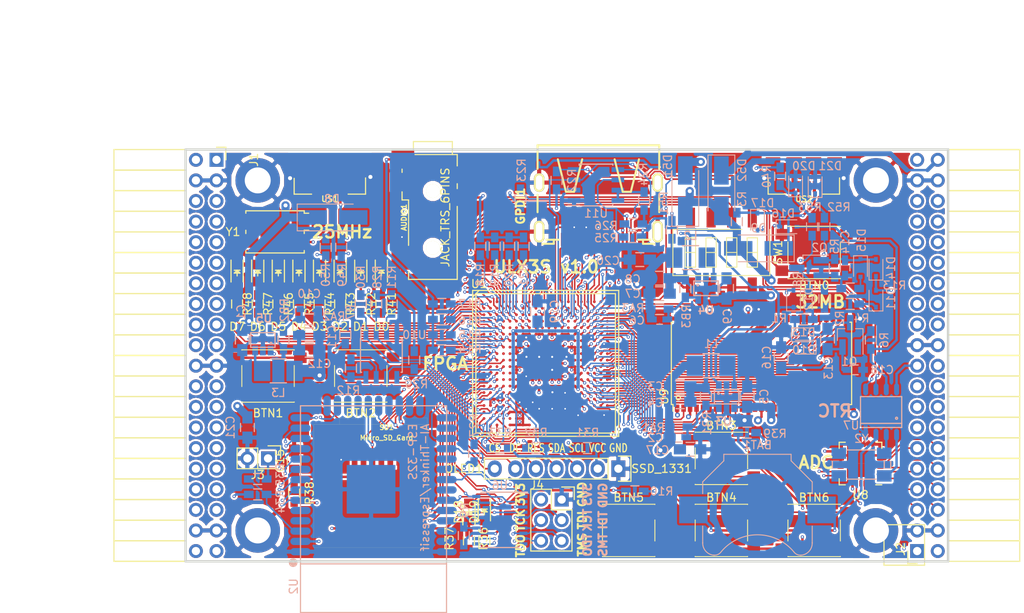
<source format=kicad_pcb>
(kicad_pcb (version 4) (host pcbnew 4.0.7+dfsg1-1)
  (layers (0 F.Cu signal) (1 In1.Cu signal) (2 In2.Cu signal) (31 B.Cu signal) (34 B.Paste user) (35 F.Paste user) (36 B.SilkS user) (37 F.SilkS user) (38 B.Mask user) (39 F.Mask user) (44 Edge.Cuts user))
  (net 0 "")
  (net 1 GND)
  (net 2 +5V)
  (net 3 /gpio/IN5V)
  (net 4 /gpio/OUT5V)
  (net 5 +3V3)
  (net 6 "Net-(L1-Pad1)")
  (net 7 "Net-(L2-Pad1)")
  (net 8 +1V2)
  (net 9 BTN_D)
  (net 10 BTN_F1)
  (net 11 BTN_F2)
  (net 12 BTN_L)
  (net 13 BTN_R)
  (net 14 BTN_U)
  (net 15 /power/FB1)
  (net 16 +2V5)
  (net 17 "Net-(L3-Pad1)")
  (net 18 /power/PWREN)
  (net 19 /power/FB3)
  (net 20 /power/FB2)
  (net 21 "Net-(D9-Pad1)")
  (net 22 /power/VBAT)
  (net 23 JTAG_TDI)
  (net 24 JTAG_TCK)
  (net 25 JTAG_TMS)
  (net 26 JTAG_TDO)
  (net 27 /power/WAKEUPn)
  (net 28 /power/WKUP)
  (net 29 /power/SHUT)
  (net 30 /power/WAKE)
  (net 31 /power/HOLD)
  (net 32 /power/WKn)
  (net 33 /power/OSCI_32k)
  (net 34 /power/OSCO_32k)
  (net 35 "Net-(Q2-Pad3)")
  (net 36 SHUTDOWN)
  (net 37 /analog/AUDIO_L)
  (net 38 /analog/AUDIO_R)
  (net 39 GPDI_5V_SCL)
  (net 40 GPDI_5V_SDA)
  (net 41 GPDI_SDA)
  (net 42 GPDI_SCL)
  (net 43 /gpdi/VREF2)
  (net 44 SD_CMD)
  (net 45 SD_CLK)
  (net 46 SD_D0)
  (net 47 SD_D1)
  (net 48 USB5V)
  (net 49 "Net-(BTN0-Pad1)")
  (net 50 GPDI_CEC)
  (net 51 nRESET)
  (net 52 FTDI_nDTR)
  (net 53 SDRAM_CKE)
  (net 54 SDRAM_A7)
  (net 55 SDRAM_D15)
  (net 56 SDRAM_BA1)
  (net 57 SDRAM_D7)
  (net 58 SDRAM_A6)
  (net 59 SDRAM_CLK)
  (net 60 SDRAM_D13)
  (net 61 SDRAM_BA0)
  (net 62 SDRAM_D6)
  (net 63 SDRAM_A5)
  (net 64 SDRAM_D14)
  (net 65 SDRAM_A11)
  (net 66 SDRAM_D12)
  (net 67 SDRAM_D5)
  (net 68 SDRAM_A4)
  (net 69 SDRAM_A10)
  (net 70 SDRAM_D11)
  (net 71 SDRAM_A3)
  (net 72 SDRAM_D4)
  (net 73 SDRAM_D10)
  (net 74 SDRAM_D9)
  (net 75 SDRAM_A9)
  (net 76 SDRAM_D3)
  (net 77 SDRAM_D8)
  (net 78 SDRAM_A8)
  (net 79 SDRAM_A2)
  (net 80 SDRAM_A1)
  (net 81 SDRAM_A0)
  (net 82 SDRAM_D2)
  (net 83 SDRAM_D1)
  (net 84 SDRAM_D0)
  (net 85 SDRAM_DQM0)
  (net 86 SDRAM_nCS)
  (net 87 SDRAM_nRAS)
  (net 88 SDRAM_DQM1)
  (net 89 SDRAM_nCAS)
  (net 90 SDRAM_nWE)
  (net 91 /flash/FLASH_nWP)
  (net 92 /flash/FLASH_nHOLD)
  (net 93 /flash/FLASH_MOSI)
  (net 94 /flash/FLASH_MISO)
  (net 95 /flash/FLASH_SCK)
  (net 96 /flash/FLASH_nCS)
  (net 97 /flash/FPGA_PROGRAMN)
  (net 98 /flash/FPGA_DONE)
  (net 99 /flash/FPGA_INITN)
  (net 100 OLED_RES)
  (net 101 OLED_DC)
  (net 102 OLED_CS)
  (net 103 WIFI_EN)
  (net 104 FTDI_nRTS)
  (net 105 FTDI_TXD)
  (net 106 FTDI_RXD)
  (net 107 WIFI_RXD)
  (net 108 WIFI_GPIO0)
  (net 109 WIFI_TXD)
  (net 110 GPDI_ETH-)
  (net 111 GPDI_ETH+)
  (net 112 GPDI_D2+)
  (net 113 GPDI_D2-)
  (net 114 GPDI_D1+)
  (net 115 GPDI_D1-)
  (net 116 GPDI_D0+)
  (net 117 GPDI_D0-)
  (net 118 GPDI_CLK+)
  (net 119 GPDI_CLK-)
  (net 120 USB_FTDI_D+)
  (net 121 USB_FTDI_D-)
  (net 122 J1_17-)
  (net 123 J1_17+)
  (net 124 J1_23-)
  (net 125 J1_23+)
  (net 126 J1_25-)
  (net 127 J1_25+)
  (net 128 J1_27-)
  (net 129 J1_27+)
  (net 130 J1_29-)
  (net 131 J1_29+)
  (net 132 J1_31-)
  (net 133 J1_31+)
  (net 134 J1_33-)
  (net 135 J1_33+)
  (net 136 J1_35-)
  (net 137 J1_35+)
  (net 138 J2_5-)
  (net 139 J2_5+)
  (net 140 J2_7-)
  (net 141 J2_7+)
  (net 142 J2_9-)
  (net 143 J2_9+)
  (net 144 J2_13-)
  (net 145 J2_13+)
  (net 146 J2_17-)
  (net 147 J2_17+)
  (net 148 J2_11-)
  (net 149 J2_11+)
  (net 150 J2_23-)
  (net 151 J2_23+)
  (net 152 J1_5-)
  (net 153 J1_5+)
  (net 154 J1_7-)
  (net 155 J1_7+)
  (net 156 J1_9-)
  (net 157 J1_9+)
  (net 158 J1_11-)
  (net 159 J1_11+)
  (net 160 J1_13-)
  (net 161 J1_13+)
  (net 162 J1_15-)
  (net 163 J1_15+)
  (net 164 J2_15-)
  (net 165 J2_15+)
  (net 166 J2_25-)
  (net 167 J2_25+)
  (net 168 J2_27-)
  (net 169 J2_27+)
  (net 170 J2_29-)
  (net 171 J2_29+)
  (net 172 J2_31-)
  (net 173 J2_31+)
  (net 174 J2_33-)
  (net 175 J2_33+)
  (net 176 J2_35-)
  (net 177 J2_35+)
  (net 178 SD_D3)
  (net 179 AUDIO_L3)
  (net 180 AUDIO_L2)
  (net 181 AUDIO_L1)
  (net 182 AUDIO_L0)
  (net 183 AUDIO_R3)
  (net 184 AUDIO_R2)
  (net 185 AUDIO_R1)
  (net 186 AUDIO_R0)
  (net 187 OLED_CLK)
  (net 188 OLED_MOSI)
  (net 189 LED0)
  (net 190 LED1)
  (net 191 LED2)
  (net 192 LED3)
  (net 193 LED4)
  (net 194 LED5)
  (net 195 LED6)
  (net 196 LED7)
  (net 197 BTN_PWRn)
  (net 198 "Net-(J3-Pad1)")
  (net 199 FTDI_nTXLED)
  (net 200 FTDI_nSLEEP)
  (net 201 /blinkey/LED_PWREN)
  (net 202 /blinkey/LED_TXLED)
  (net 203 FT3V3)
  (net 204 /sdcard/SD3V3)
  (net 205 SD_D2)
  (net 206 CLK_25MHz)
  (net 207 /blinkey/BTNPUL)
  (net 208 /blinkey/BTNPUR)
  (net 209 USB_FPGA_D+)
  (net 210 /power/FTDI_nSUSPEND)
  (net 211 /blinkey/ALED0)
  (net 212 /blinkey/ALED1)
  (net 213 /blinkey/ALED2)
  (net 214 /blinkey/ALED3)
  (net 215 /blinkey/ALED4)
  (net 216 /blinkey/ALED5)
  (net 217 /blinkey/ALED6)
  (net 218 /blinkey/ALED7)
  (net 219 /usb/FTD-)
  (net 220 /usb/FTD+)
  (net 221 ADC_MISO)
  (net 222 ADC_MOSI)
  (net 223 ADC_CSn)
  (net 224 ADC_SCLK)
  (net 225 "Net-(R51-Pad2)")
  (net 226 SW3)
  (net 227 SW2)
  (net 228 SW1)
  (net 229 SW0)
  (net 230 USB_FPGA_D-)
  (net 231 /usb/FPD+)
  (net 232 /usb/FPD-)
  (net 233 WIFI_GPIO16)
  (net 234 WIFI_GPIO15)
  (net 235 /usb/ANT_433MHz)
  (module Diodes_SMD:D_SMA_Handsoldering (layer B.Cu) (at 155.695 66.5 90)
    (fp_text reference D51 (at 3.048 -2.159 90) (layer B.SilkS) (effects (justify mirror)))
    (fp_text value STPS2L30AF)
    (pad 1 smd rect (at -2.5 0 90) (size 3.5 1.8) (layers B.Cu B.Paste B.Mask) (net 2 +5V))
    (pad 2 smd rect (at 2.5 0 90) (size 3.5 1.8) (layers B.Cu B.Paste B.Mask) (net 3 /gpio/IN5V))
  )
  (module Resistors_SMD:R_0603_HandSoldering (layer B.Cu) (at 154.044 71.326 90)
    (fp_text reference R51 (at 3.302 -1.016 90) (layer B.SilkS) (effects (justify mirror)))
    (fp_text value 220)
    (pad 1 smd rect (at -1.1 0 90) (size 1.2 0.9) (layers B.Cu B.Paste B.Mask) (net 5 +3V3))
    (pad 2 smd rect (at 1.1 0 90) (size 1.2 0.9) (layers B.Cu B.Paste B.Mask) (net 225 "Net-(R51-Pad2)"))
  )
  (module micro-sd:MicroSD_TF02D (layer F.Cu) (at 116.87 110.52 180)
    (fp_text reference SD1 (at -1.995 14.81 180) (layer F.SilkS) (effects (font (size 0.59944 0.59944) (thickness 0.12446))))
    (fp_text value Micro_SD_Card (at -1.995 13.54 180) (layer F.SilkS) (effects (font (size 0.59944 0.59944) (thickness 0.12446))))
    (pad 1 smd rect (at 1.94 11 180) (size 0.7 1.8) (layers F.Cu F.Paste F.Mask) (net 205 SD_D2))
    (pad 2 smd rect (at 0.84 11 180) (size 0.7 1.8) (layers F.Cu F.Paste F.Mask) (net 178 SD_D3))
    (pad 3 smd rect (at -0.26 11 180) (size 0.7 1.8) (layers F.Cu F.Paste F.Mask) (net 44 SD_CMD))
    (pad 4 smd rect (at -1.36 11 180) (size 0.7 1.8) (layers F.Cu F.Paste F.Mask) (net 204 /sdcard/SD3V3))
    (pad 5 smd rect (at -2.46 11 180) (size 0.7 1.8) (layers F.Cu F.Paste F.Mask) (net 45 SD_CLK))
    (pad 6 smd rect (at -3.56 11 180) (size 0.7 1.8) (layers F.Cu F.Paste F.Mask) (net 1 GND))
    (pad 7 smd rect (at -4.66 11 180) (size 0.7 1.8) (layers F.Cu F.Paste F.Mask) (net 46 SD_D0))
    (pad 8 smd rect (at -5.76 11 180) (size 0.7 1.8) (layers F.Cu F.Paste F.Mask) (net 47 SD_D1))
    (pad S smd rect (at -5.05 0.4 180) (size 1.6 1.4) (layers F.Cu F.Paste F.Mask))
    (pad S smd rect (at 0.75 0.4 180) (size 1.8 1.4) (layers F.Cu F.Paste F.Mask))
    (pad G smd rect (at -7.45 13.55 180) (size 1.4 1.9) (layers F.Cu F.Paste F.Mask))
    (pad G smd rect (at 6.6 14.55 180) (size 1.4 1.9) (layers F.Cu F.Paste F.Mask))
  )
  (module Resistors_SMD:R_1210_HandSoldering (layer B.Cu) (at 158.87 88.09 180)
    (fp_text reference L1 (at 0 2.7 180) (layer B.SilkS) (effects (justify mirror)))
    (fp_text value 2.2uH)
    (pad 1 smd rect (at -2 0 180) (size 2 2.5) (layers B.Cu B.Paste B.Mask) (net 6 "Net-(L1-Pad1)"))
    (pad 2 smd rect (at 2 0 180) (size 2 2.5) (layers B.Cu B.Paste B.Mask) (net 8 +1V2))
  )
  (module TSOT-25:TSOT-25 (layer B.Cu) (at 160.775 91.9)
    (fp_text reference U3 (at -0.381 3.048) (layer B.SilkS) (effects (font (thickness 0.2)) (justify mirror)))
    (fp_text value AP3429A)
    (pad 1 smd rect (at -0.95 -1.3) (size 0.7 1.2) (layers B.Cu B.Paste B.Mask) (net 18 /power/PWREN))
    (pad 2 smd rect (at 0 -1.3) (size 0.7 1.2) (layers B.Cu B.Paste B.Mask) (net 1 GND))
    (pad 3 smd rect (at 0.95 -1.3) (size 0.7 1.2) (layers B.Cu B.Paste B.Mask) (net 6 "Net-(L1-Pad1)"))
    (pad 4 smd rect (at 0.95 1.3) (size 0.7 1.2) (layers B.Cu B.Paste B.Mask) (net 2 +5V))
    (pad 5 smd rect (at -0.95 1.3) (size 0.7 1.2) (layers B.Cu B.Paste B.Mask) (net 15 /power/FB1))
  )
  (module Resistors_SMD:R_1210_HandSoldering (layer B.Cu) (at 156.33 74.755 180)
    (fp_text reference L2 (at 0 2.7 180) (layer B.SilkS) (effects (justify mirror)))
    (fp_text value 2.2uH)
    (pad 1 smd rect (at -2 0 180) (size 2 2.5) (layers B.Cu B.Paste B.Mask) (net 7 "Net-(L2-Pad1)"))
    (pad 2 smd rect (at 2 0 180) (size 2 2.5) (layers B.Cu B.Paste B.Mask) (net 5 +3V3))
  )
  (module TSOT-25:TSOT-25 (layer B.Cu) (at 158.235 78.535)
    (fp_text reference U4 (at 0 2.697) (layer B.SilkS) (effects (font (thickness 0.2)) (justify mirror)))
    (fp_text value AP3429A)
    (pad 1 smd rect (at -0.95 -1.3) (size 0.7 1.2) (layers B.Cu B.Paste B.Mask) (net 18 /power/PWREN))
    (pad 2 smd rect (at 0 -1.3) (size 0.7 1.2) (layers B.Cu B.Paste B.Mask) (net 1 GND))
    (pad 3 smd rect (at 0.95 -1.3) (size 0.7 1.2) (layers B.Cu B.Paste B.Mask) (net 7 "Net-(L2-Pad1)"))
    (pad 4 smd rect (at 0.95 1.3) (size 0.7 1.2) (layers B.Cu B.Paste B.Mask) (net 2 +5V))
    (pad 5 smd rect (at -0.95 1.3) (size 0.7 1.2) (layers B.Cu B.Paste B.Mask) (net 19 /power/FB3))
  )
  (module LEDs:LED_0805 (layer F.Cu) (at 118.23 76.66 270)
    (fp_text reference D0 (at 6.604 0 360) (layer F.SilkS))
    (fp_text value LED hide)
    (pad 2 smd rect (at 1.04902 0 90) (size 1.19888 1.19888) (layers F.Cu F.Paste F.Mask) (net 211 /blinkey/ALED0))
    (pad 1 smd rect (at -1.04902 0 90) (size 1.19888 1.19888) (layers F.Cu F.Paste F.Mask) (net 1 GND))
  )
  (module LEDs:LED_0805 (layer F.Cu) (at 115.69 76.66 270)
    (fp_text reference D1 (at 6.604 0 360) (layer F.SilkS))
    (fp_text value LED hide)
    (pad 2 smd rect (at 1.04902 0 90) (size 1.19888 1.19888) (layers F.Cu F.Paste F.Mask) (net 212 /blinkey/ALED1))
    (pad 1 smd rect (at -1.04902 0 90) (size 1.19888 1.19888) (layers F.Cu F.Paste F.Mask) (net 1 GND))
  )
  (module LEDs:LED_0805 (layer F.Cu) (at 113.15 76.66 270)
    (fp_text reference D2 (at 6.604 0 360) (layer F.SilkS))
    (fp_text value LED hide)
    (pad 2 smd rect (at 1.04902 0 90) (size 1.19888 1.19888) (layers F.Cu F.Paste F.Mask) (net 213 /blinkey/ALED2))
    (pad 1 smd rect (at -1.04902 0 90) (size 1.19888 1.19888) (layers F.Cu F.Paste F.Mask) (net 1 GND))
  )
  (module LEDs:LED_0805 (layer F.Cu) (at 110.61 76.66 270)
    (fp_text reference D3 (at 6.604 0 360) (layer F.SilkS))
    (fp_text value LED hide)
    (pad 2 smd rect (at 1.04902 0 90) (size 1.19888 1.19888) (layers F.Cu F.Paste F.Mask) (net 214 /blinkey/ALED3))
    (pad 1 smd rect (at -1.04902 0 90) (size 1.19888 1.19888) (layers F.Cu F.Paste F.Mask) (net 1 GND))
  )
  (module LEDs:LED_0805 (layer F.Cu) (at 108.07 76.66 270)
    (fp_text reference D4 (at 6.604 0 360) (layer F.SilkS))
    (fp_text value LED hide)
    (pad 2 smd rect (at 1.04902 0 90) (size 1.19888 1.19888) (layers F.Cu F.Paste F.Mask) (net 215 /blinkey/ALED4))
    (pad 1 smd rect (at -1.04902 0 90) (size 1.19888 1.19888) (layers F.Cu F.Paste F.Mask) (net 1 GND))
  )
  (module LEDs:LED_0805 (layer F.Cu) (at 105.53 76.66 270)
    (fp_text reference D5 (at 6.604 0 360) (layer F.SilkS))
    (fp_text value LED hide)
    (pad 2 smd rect (at 1.04902 0 90) (size 1.19888 1.19888) (layers F.Cu F.Paste F.Mask) (net 216 /blinkey/ALED5))
    (pad 1 smd rect (at -1.04902 0 90) (size 1.19888 1.19888) (layers F.Cu F.Paste F.Mask) (net 1 GND))
  )
  (module LEDs:LED_0805 (layer F.Cu) (at 102.99 76.66 270)
    (fp_text reference D6 (at 6.604 0 360) (layer F.SilkS))
    (fp_text value LED hide)
    (pad 2 smd rect (at 1.04902 0 90) (size 1.19888 1.19888) (layers F.Cu F.Paste F.Mask) (net 217 /blinkey/ALED6))
    (pad 1 smd rect (at -1.04902 0 90) (size 1.19888 1.19888) (layers F.Cu F.Paste F.Mask) (net 1 GND))
  )
  (module LEDs:LED_0805 (layer F.Cu) (at 100.45 76.66 270)
    (fp_text reference D7 (at 6.604 0 360) (layer F.SilkS))
    (fp_text value LED hide)
    (pad 2 smd rect (at 1.04902 0 90) (size 1.19888 1.19888) (layers F.Cu F.Paste F.Mask) (net 218 /blinkey/ALED7))
    (pad 1 smd rect (at -1.04902 0 90) (size 1.19888 1.19888) (layers F.Cu F.Paste F.Mask) (net 1 GND))
  )
  (module Resistors_SMD:R_1210_HandSoldering (layer B.Cu) (at 105.53 88.725)
    (fp_text reference L3 (at 0 2.7) (layer B.SilkS) (effects (justify mirror)))
    (fp_text value 2.2uH)
    (pad 1 smd rect (at -2 0) (size 2 2.5) (layers B.Cu B.Paste B.Mask) (net 17 "Net-(L3-Pad1)"))
    (pad 2 smd rect (at 2 0) (size 2 2.5) (layers B.Cu B.Paste B.Mask) (net 16 +2V5))
  )
  (module TSOT-25:TSOT-25 (layer B.Cu) (at 103.625 84.915 180)
    (fp_text reference U5 (at -0.127 2.667 180) (layer B.SilkS) (effects (font (thickness 0.2)) (justify mirror)))
    (fp_text value AP3429A)
    (pad 1 smd rect (at -0.95 -1.3 180) (size 0.7 1.2) (layers B.Cu B.Paste B.Mask) (net 18 /power/PWREN))
    (pad 2 smd rect (at 0 -1.3 180) (size 0.7 1.2) (layers B.Cu B.Paste B.Mask) (net 1 GND))
    (pad 3 smd rect (at 0.95 -1.3 180) (size 0.7 1.2) (layers B.Cu B.Paste B.Mask) (net 17 "Net-(L3-Pad1)"))
    (pad 4 smd rect (at 0.95 1.3 180) (size 0.7 1.2) (layers B.Cu B.Paste B.Mask) (net 2 +5V))
    (pad 5 smd rect (at -0.95 1.3 180) (size 0.7 1.2) (layers B.Cu B.Paste B.Mask) (net 20 /power/FB2))
  )
  (module Capacitors_SMD:C_0805_HandSoldering (layer B.Cu) (at 101.085 84.915 270)
    (fp_text reference C1 (at -3.429 0.127 270) (layer B.SilkS) (effects (justify mirror)))
    (fp_text value 22uF)
    (pad 1 smd rect (at -1.25 0 270) (size 1.5 1.25) (layers B.Cu B.Paste B.Mask) (net 2 +5V))
    (pad 2 smd rect (at 1.25 0 270) (size 1.5 1.25) (layers B.Cu B.Paste B.Mask) (net 1 GND))
  )
  (module Capacitors_SMD:C_0805_HandSoldering (layer B.Cu) (at 155.06 90.63)
    (fp_text reference C3 (at -3.048 0) (layer B.SilkS) (effects (justify mirror)))
    (fp_text value 22uF)
    (pad 1 smd rect (at -1.25 0) (size 1.5 1.25) (layers B.Cu B.Paste B.Mask) (net 8 +1V2))
    (pad 2 smd rect (at 1.25 0) (size 1.5 1.25) (layers B.Cu B.Paste B.Mask) (net 1 GND))
  )
  (module Capacitors_SMD:C_0805_HandSoldering (layer B.Cu) (at 155.06 92.535)
    (fp_text reference C4 (at -3.048 0.127) (layer B.SilkS) (effects (justify mirror)))
    (fp_text value 22uF)
    (pad 1 smd rect (at -1.25 0) (size 1.5 1.25) (layers B.Cu B.Paste B.Mask) (net 8 +1V2))
    (pad 2 smd rect (at 1.25 0) (size 1.5 1.25) (layers B.Cu B.Paste B.Mask) (net 1 GND))
  )
  (module Capacitors_SMD:C_0805_HandSoldering (layer B.Cu) (at 163.315 91.9 90)
    (fp_text reference C5 (at 0 2.1 90) (layer B.SilkS) (effects (justify mirror)))
    (fp_text value 22uF)
    (pad 1 smd rect (at -1.25 0 90) (size 1.5 1.25) (layers B.Cu B.Paste B.Mask) (net 2 +5V))
    (pad 2 smd rect (at 1.25 0 90) (size 1.5 1.25) (layers B.Cu B.Paste B.Mask) (net 1 GND))
  )
  (module Capacitors_SMD:C_0805_HandSoldering (layer B.Cu) (at 152.52 79.2)
    (fp_text reference C7 (at -3.302 0) (layer B.SilkS) (effects (justify mirror)))
    (fp_text value 22uF)
    (pad 1 smd rect (at -1.25 0) (size 1.5 1.25) (layers B.Cu B.Paste B.Mask) (net 5 +3V3))
    (pad 2 smd rect (at 1.25 0) (size 1.5 1.25) (layers B.Cu B.Paste B.Mask) (net 1 GND))
  )
  (module Capacitors_SMD:C_0805_HandSoldering (layer B.Cu) (at 152.52 77.295)
    (fp_text reference C8 (at -3.302 0.127) (layer B.SilkS) (effects (justify mirror)))
    (fp_text value 22uF)
    (pad 1 smd rect (at -1.25 0) (size 1.5 1.25) (layers B.Cu B.Paste B.Mask) (net 5 +3V3))
    (pad 2 smd rect (at 1.25 0) (size 1.5 1.25) (layers B.Cu B.Paste B.Mask) (net 1 GND))
  )
  (module Capacitors_SMD:C_0805_HandSoldering (layer B.Cu) (at 160.775 78.565 90)
    (fp_text reference C9 (at -3.429 0.127 90) (layer B.SilkS) (effects (justify mirror)))
    (fp_text value 22uF)
    (pad 1 smd rect (at -1.25 0 90) (size 1.5 1.25) (layers B.Cu B.Paste B.Mask) (net 2 +5V))
    (pad 2 smd rect (at 1.25 0 90) (size 1.5 1.25) (layers B.Cu B.Paste B.Mask) (net 1 GND))
  )
  (module Capacitors_SMD:C_0805_HandSoldering (layer B.Cu) (at 109.34 84.28 180)
    (fp_text reference C11 (at -2.794 -0.254 270) (layer B.SilkS) (effects (justify mirror)))
    (fp_text value 22uF)
    (pad 1 smd rect (at -1.25 0 180) (size 1.5 1.25) (layers B.Cu B.Paste B.Mask) (net 16 +2V5))
    (pad 2 smd rect (at 1.25 0 180) (size 1.5 1.25) (layers B.Cu B.Paste B.Mask) (net 1 GND))
  )
  (module Capacitors_SMD:C_0805_HandSoldering (layer B.Cu) (at 109.34 86.185 180)
    (fp_text reference C12 (at -1.27 -1.651 360) (layer B.SilkS) (effects (justify mirror)))
    (fp_text value 22uF)
    (pad 1 smd rect (at -1.25 0 180) (size 1.5 1.25) (layers B.Cu B.Paste B.Mask) (net 16 +2V5))
    (pad 2 smd rect (at 1.25 0 180) (size 1.5 1.25) (layers B.Cu B.Paste B.Mask) (net 1 GND))
  )
  (module Power_Integrations:SO-8 (layer B.Cu) (at 179.825 93.805 180)
    (fp_text reference U7 (at 3.683 -1.651 180) (layer B.SilkS) (effects (justify mirror)))
    (fp_text value PCF8523)
    (pad 1 smd oval (at -1.905 -2.794 180) (size 0.6096 1.4732) (layers B.Cu B.Paste B.Mask) (net 33 /power/OSCI_32k))
    (pad 2 smd oval (at -0.635 -2.794 180) (size 0.6096 1.4732) (layers B.Cu B.Paste B.Mask) (net 34 /power/OSCO_32k))
    (pad 3 smd oval (at 0.635 -2.794 180) (size 0.6096 1.4732) (layers B.Cu B.Paste B.Mask) (net 22 /power/VBAT))
    (pad 4 smd oval (at 1.905 -2.794 180) (size 0.6096 1.4732) (layers B.Cu B.Paste B.Mask) (net 1 GND))
    (pad 5 smd oval (at 1.905 2.794 180) (size 0.6096 1.4732) (layers B.Cu B.Paste B.Mask) (net 41 GPDI_SDA))
    (pad 6 smd oval (at 0.635 2.794 180) (size 0.6096 1.4732) (layers B.Cu B.Paste B.Mask) (net 42 GPDI_SCL))
    (pad 7 smd oval (at -0.635 2.794 180) (size 0.6096 1.4732) (layers B.Cu B.Paste B.Mask) (net 27 /power/WAKEUPn))
    (pad 8 smd oval (at -1.905 2.794 180) (size 0.6096 1.4732) (layers B.Cu B.Paste B.Mask) (net 5 +3V3))
  )
  (module Capacitors_SMD:C_0805_HandSoldering (layer B.Cu) (at 173.221 84.788 90)
    (fp_text reference C13 (at -3.556 0.127 90) (layer B.SilkS) (effects (justify mirror)))
    (fp_text value 2.2uF)
    (pad 1 smd rect (at -1.25 0 90) (size 1.5 1.25) (layers B.Cu B.Paste B.Mask) (net 2 +5V))
    (pad 2 smd rect (at 1.25 0 90) (size 1.5 1.25) (layers B.Cu B.Paste B.Mask) (net 28 /power/WKUP))
  )
  (module TSOP54:TSOP54 (layer F.Cu) (at 165.08 87.8 90)
    (fp_text reference U9 (at -4.1 -12 90) (layer F.SilkS))
    (fp_text value MT48LC16M16A2TG)
    (pad 28 smd rect (at 5.53 10.4 90) (size 0.9 0.56) (layers F.Cu F.Paste F.Mask) (net 1 GND))
    (pad 1 smd rect (at -5.53 -10.4 90) (size 0.9 0.56) (layers F.Cu F.Paste F.Mask) (net 5 +3V3))
    (pad 2 smd rect (at -5.53 -9.6 90) (size 0.9 0.56) (layers F.Cu F.Paste F.Mask) (net 84 SDRAM_D0))
    (pad 3 smd rect (at -5.53 -8.8 90) (size 0.9 0.56) (layers F.Cu F.Paste F.Mask) (net 5 +3V3))
    (pad 4 smd rect (at -5.53 -8 90) (size 0.9 0.56) (layers F.Cu F.Paste F.Mask) (net 83 SDRAM_D1))
    (pad 5 smd rect (at -5.53 -7.2 90) (size 0.9 0.56) (layers F.Cu F.Paste F.Mask) (net 82 SDRAM_D2))
    (pad 6 smd rect (at -5.53 -6.4 90) (size 0.9 0.56) (layers F.Cu F.Paste F.Mask) (net 1 GND))
    (pad 7 smd rect (at -5.53 -5.6 90) (size 0.9 0.56) (layers F.Cu F.Paste F.Mask) (net 76 SDRAM_D3))
    (pad 8 smd rect (at -5.53 -4.8 90) (size 0.9 0.56) (layers F.Cu F.Paste F.Mask) (net 72 SDRAM_D4))
    (pad 9 smd rect (at -5.53 -4 90) (size 0.9 0.56) (layers F.Cu F.Paste F.Mask) (net 5 +3V3))
    (pad 10 smd rect (at -5.53 -3.2 90) (size 0.9 0.56) (layers F.Cu F.Paste F.Mask) (net 67 SDRAM_D5))
    (pad 11 smd rect (at -5.53 -2.4 90) (size 0.9 0.56) (layers F.Cu F.Paste F.Mask) (net 62 SDRAM_D6))
    (pad 12 smd rect (at -5.53 -1.6 90) (size 0.9 0.56) (layers F.Cu F.Paste F.Mask) (net 1 GND))
    (pad 13 smd rect (at -5.53 -0.8 90) (size 0.9 0.56) (layers F.Cu F.Paste F.Mask) (net 57 SDRAM_D7))
    (pad 14 smd rect (at -5.53 0 90) (size 0.9 0.56) (layers F.Cu F.Paste F.Mask) (net 5 +3V3))
    (pad 15 smd rect (at -5.53 0.8 90) (size 0.9 0.56) (layers F.Cu F.Paste F.Mask) (net 85 SDRAM_DQM0))
    (pad 16 smd rect (at -5.53 1.6 90) (size 0.9 0.56) (layers F.Cu F.Paste F.Mask) (net 90 SDRAM_nWE))
    (pad 17 smd rect (at -5.53 2.4 90) (size 0.9 0.56) (layers F.Cu F.Paste F.Mask) (net 89 SDRAM_nCAS))
    (pad 18 smd rect (at -5.53 3.2 90) (size 0.9 0.56) (layers F.Cu F.Paste F.Mask) (net 87 SDRAM_nRAS))
    (pad 19 smd rect (at -5.53 4 90) (size 0.9 0.56) (layers F.Cu F.Paste F.Mask) (net 86 SDRAM_nCS))
    (pad 20 smd rect (at -5.53 4.8 90) (size 0.9 0.56) (layers F.Cu F.Paste F.Mask) (net 61 SDRAM_BA0))
    (pad 21 smd rect (at -5.53 5.6 90) (size 0.9 0.56) (layers F.Cu F.Paste F.Mask) (net 56 SDRAM_BA1))
    (pad 22 smd rect (at -5.53 6.4 90) (size 0.9 0.56) (layers F.Cu F.Paste F.Mask) (net 69 SDRAM_A10))
    (pad 23 smd rect (at -5.53 7.2 90) (size 0.9 0.56) (layers F.Cu F.Paste F.Mask) (net 81 SDRAM_A0))
    (pad 24 smd rect (at -5.53 8 90) (size 0.9 0.56) (layers F.Cu F.Paste F.Mask) (net 80 SDRAM_A1))
    (pad 25 smd rect (at -5.53 8.8 90) (size 0.9 0.56) (layers F.Cu F.Paste F.Mask) (net 79 SDRAM_A2))
    (pad 26 smd rect (at -5.53 9.6 90) (size 0.9 0.56) (layers F.Cu F.Paste F.Mask) (net 71 SDRAM_A3))
    (pad 27 smd rect (at -5.53 10.4 90) (size 0.9 0.56) (layers F.Cu F.Paste F.Mask) (net 5 +3V3))
    (pad 29 smd rect (at 5.53 9.6 90) (size 0.9 0.56) (layers F.Cu F.Paste F.Mask) (net 68 SDRAM_A4))
    (pad 30 smd rect (at 5.53 8.8 90) (size 0.9 0.56) (layers F.Cu F.Paste F.Mask) (net 63 SDRAM_A5))
    (pad 31 smd rect (at 5.53 8 90) (size 0.9 0.56) (layers F.Cu F.Paste F.Mask) (net 58 SDRAM_A6))
    (pad 32 smd rect (at 5.53 7.2 90) (size 0.9 0.56) (layers F.Cu F.Paste F.Mask) (net 54 SDRAM_A7))
    (pad 33 smd rect (at 5.53 6.4 90) (size 0.9 0.56) (layers F.Cu F.Paste F.Mask) (net 78 SDRAM_A8))
    (pad 34 smd rect (at 5.53 5.6 90) (size 0.9 0.56) (layers F.Cu F.Paste F.Mask) (net 75 SDRAM_A9))
    (pad 35 smd rect (at 5.53 4.8 90) (size 0.9 0.56) (layers F.Cu F.Paste F.Mask) (net 65 SDRAM_A11))
    (pad 36 smd rect (at 5.53 4 90) (size 0.9 0.56) (layers F.Cu F.Paste F.Mask))
    (pad 37 smd rect (at 5.53 3.2 90) (size 0.9 0.56) (layers F.Cu F.Paste F.Mask) (net 53 SDRAM_CKE))
    (pad 38 smd rect (at 5.53 2.4 90) (size 0.9 0.56) (layers F.Cu F.Paste F.Mask) (net 59 SDRAM_CLK))
    (pad 39 smd rect (at 5.53 1.6 90) (size 0.9 0.56) (layers F.Cu F.Paste F.Mask) (net 88 SDRAM_DQM1))
    (pad 40 smd rect (at 5.53 0.8 90) (size 0.9 0.56) (layers F.Cu F.Paste F.Mask))
    (pad 41 smd rect (at 5.53 0 90) (size 0.9 0.56) (layers F.Cu F.Paste F.Mask) (net 1 GND))
    (pad 42 smd rect (at 5.53 -0.8 90) (size 0.9 0.56) (layers F.Cu F.Paste F.Mask) (net 77 SDRAM_D8))
    (pad 43 smd rect (at 5.53 -1.6 90) (size 0.9 0.56) (layers F.Cu F.Paste F.Mask) (net 5 +3V3))
    (pad 44 smd rect (at 5.53 -2.4 90) (size 0.9 0.56) (layers F.Cu F.Paste F.Mask) (net 74 SDRAM_D9))
    (pad 45 smd rect (at 5.53 -3.2 90) (size 0.9 0.56) (layers F.Cu F.Paste F.Mask) (net 73 SDRAM_D10))
    (pad 46 smd rect (at 5.53 -4 90) (size 0.9 0.56) (layers F.Cu F.Paste F.Mask) (net 1 GND))
    (pad 47 smd rect (at 5.53 -4.8 90) (size 0.9 0.56) (layers F.Cu F.Paste F.Mask) (net 70 SDRAM_D11))
    (pad 48 smd rect (at 5.53 -5.6 90) (size 0.9 0.56) (layers F.Cu F.Paste F.Mask) (net 66 SDRAM_D12))
    (pad 49 smd rect (at 5.53 -6.4 90) (size 0.9 0.56) (layers F.Cu F.Paste F.Mask) (net 5 +3V3))
    (pad 50 smd rect (at 5.53 -7.2 90) (size 0.9 0.56) (layers F.Cu F.Paste F.Mask) (net 60 SDRAM_D13))
    (pad 51 smd rect (at 5.53 -8 90) (size 0.9 0.56) (layers F.Cu F.Paste F.Mask) (net 64 SDRAM_D14))
    (pad 52 smd rect (at 5.53 -8.8 90) (size 0.9 0.56) (layers F.Cu F.Paste F.Mask) (net 1 GND))
    (pad 53 smd rect (at 5.53 -9.6 90) (size 0.9 0.56) (layers F.Cu F.Paste F.Mask) (net 55 SDRAM_D15))
    (pad 54 smd rect (at 5.53 -10.4 90) (size 0.9 0.56) (layers F.Cu F.Paste F.Mask) (net 1 GND))
  )
  (module TO_SOT_Packages_SMD:SOT-23_Handsoldering (layer B.Cu) (at 176.015 84.28 90)
    (fp_text reference Q1 (at -3.302 -0.127 180) (layer B.SilkS) (effects (justify mirror)))
    (fp_text value BC857)
    (pad 1 smd rect (at -1.5 0.95 90) (size 1.9 0.8) (layers B.Cu B.Paste B.Mask) (net 32 /power/WKn))
    (pad 2 smd rect (at -1.5 -0.95 90) (size 1.9 0.8) (layers B.Cu B.Paste B.Mask) (net 2 +5V))
    (pad 3 smd rect (at 1.5 0 90) (size 1.9 0.8) (layers B.Cu B.Paste B.Mask) (net 28 /power/WKUP))
  )
  (module TO_SOT_Packages_SMD:SOT-23_Handsoldering (layer B.Cu) (at 170.935 76.025 180)
    (fp_text reference Q2 (at -1.295 2.5 180) (layer B.SilkS) (effects (justify mirror)))
    (fp_text value 2N7002)
    (pad 1 smd rect (at -1.5 0.95 180) (size 1.9 0.8) (layers B.Cu B.Paste B.Mask) (net 29 /power/SHUT))
    (pad 2 smd rect (at -1.5 -0.95 180) (size 1.9 0.8) (layers B.Cu B.Paste B.Mask) (net 1 GND))
    (pad 3 smd rect (at 1.5 0 180) (size 1.9 0.8) (layers B.Cu B.Paste B.Mask) (net 35 "Net-(Q2-Pad3)"))
  )
  (module Capacitors_SMD:C_0603_HandSoldering (layer B.Cu) (at 154.86 96.91)
    (fp_text reference C2 (at -2.848 0.07) (layer B.SilkS) (effects (justify mirror)))
    (fp_text value 470pF)
    (pad 1 smd rect (at -0.95 0) (size 1.2 0.75) (layers B.Cu B.Paste B.Mask) (net 8 +1V2))
    (pad 2 smd rect (at 0.95 0) (size 1.2 0.75) (layers B.Cu B.Paste B.Mask) (net 15 /power/FB1))
  )
  (module Capacitors_SMD:C_0603_HandSoldering (layer B.Cu) (at 152.52 82.375)
    (fp_text reference C6 (at -2.794 0.127) (layer B.SilkS) (effects (justify mirror)))
    (fp_text value 470pF)
    (pad 1 smd rect (at -0.95 0) (size 1.2 0.75) (layers B.Cu B.Paste B.Mask) (net 5 +3V3))
    (pad 2 smd rect (at 0.95 0) (size 1.2 0.75) (layers B.Cu B.Paste B.Mask) (net 19 /power/FB3))
  )
  (module Capacitors_SMD:C_0603_HandSoldering (layer B.Cu) (at 109.34 81.105 180)
    (fp_text reference C10 (at 0 1.9 180) (layer B.SilkS) (effects (justify mirror)))
    (fp_text value 470pF)
    (pad 1 smd rect (at -0.95 0 180) (size 1.2 0.75) (layers B.Cu B.Paste B.Mask) (net 16 +2V5))
    (pad 2 smd rect (at 0.95 0 180) (size 1.2 0.75) (layers B.Cu B.Paste B.Mask) (net 20 /power/FB2))
  )
  (module Capacitors_SMD:C_0603_HandSoldering (layer B.Cu) (at 175.38 76.025 270)
    (fp_text reference C14 (at -3.175 0 270) (layer B.SilkS) (effects (justify mirror)))
    (fp_text value 100nF)
    (pad 1 smd rect (at -0.95 0 270) (size 1.2 0.75) (layers B.Cu B.Paste B.Mask) (net 29 /power/SHUT))
    (pad 2 smd rect (at 0.95 0 270) (size 1.2 0.75) (layers B.Cu B.Paste B.Mask) (net 1 GND))
  )
  (module Resistors_SMD:R_0603_HandSoldering (layer B.Cu) (at 170.3 82.375)
    (fp_text reference R1 (at -3.048 -0.127) (layer B.SilkS) (effects (justify mirror)))
    (fp_text value 15k)
    (pad 1 smd rect (at -1.1 0) (size 1.2 0.9) (layers B.Cu B.Paste B.Mask) (net 30 /power/WAKE))
    (pad 2 smd rect (at 1.1 0) (size 1.2 0.9) (layers B.Cu B.Paste B.Mask) (net 18 /power/PWREN))
  )
  (module Resistors_SMD:R_0603_HandSoldering (layer B.Cu) (at 172.84 79.835 90)
    (fp_text reference R2 (at -2.413 1.9 90) (layer B.SilkS) (effects (justify mirror)))
    (fp_text value 47k)
    (pad 1 smd rect (at -1.1 0 90) (size 1.2 0.9) (layers B.Cu B.Paste B.Mask) (net 18 /power/PWREN))
    (pad 2 smd rect (at 1.1 0 90) (size 1.2 0.9) (layers B.Cu B.Paste B.Mask) (net 1 GND))
  )
  (module Resistors_SMD:R_0603_HandSoldering (layer B.Cu) (at 176.015 80.47 180)
    (fp_text reference R4 (at -1.397 -1.778 360) (layer B.SilkS) (effects (justify mirror)))
    (fp_text value 15k)
    (pad 1 smd rect (at -1.1 0 180) (size 1.2 0.9) (layers B.Cu B.Paste B.Mask) (net 31 /power/HOLD))
    (pad 2 smd rect (at 1.1 0 180) (size 1.2 0.9) (layers B.Cu B.Paste B.Mask) (net 18 /power/PWREN))
  )
  (module Resistors_SMD:R_0603_HandSoldering (layer B.Cu) (at 174.11 76.025 270)
    (fp_text reference R5 (at -2.667 0 270) (layer B.SilkS) (effects (justify mirror)))
    (fp_text value 4.7M)
    (pad 1 smd rect (at -1.1 0 270) (size 1.2 0.9) (layers B.Cu B.Paste B.Mask) (net 29 /power/SHUT))
    (pad 2 smd rect (at 1.1 0 270) (size 1.2 0.9) (layers B.Cu B.Paste B.Mask) (net 1 GND))
  )
  (module Resistors_SMD:R_0603_HandSoldering (layer B.Cu) (at 178.555 84.915 270)
    (fp_text reference R6 (at 0 -1.651 270) (layer B.SilkS) (effects (justify mirror)))
    (fp_text value 1k)
    (pad 1 smd rect (at -1.1 0 270) (size 1.2 0.9) (layers B.Cu B.Paste B.Mask) (net 32 /power/WKn))
    (pad 2 smd rect (at 1.1 0 270) (size 1.2 0.9) (layers B.Cu B.Paste B.Mask) (net 27 /power/WAKEUPn))
  )
  (module Resistors_SMD:R_0603_HandSoldering (layer B.Cu) (at 113.785 84.28 270)
    (fp_text reference R7 (at -2.794 -0.635 270) (layer B.SilkS) (effects (justify mirror)))
    (fp_text value 220)
    (pad 1 smd rect (at -1.1 0 270) (size 1.2 0.9) (layers B.Cu B.Paste B.Mask) (net 5 +3V3))
    (pad 2 smd rect (at 1.1 0 270) (size 1.2 0.9) (layers B.Cu B.Paste B.Mask) (net 207 /blinkey/BTNPUL))
  )
  (module Resistors_SMD:R_0603_HandSoldering (layer B.Cu) (at 170.935 79.835 90)
    (fp_text reference R8 (at 2.413 -1.397 90) (layer B.SilkS) (effects (justify mirror)))
    (fp_text value 1k)
    (pad 1 smd rect (at -1.1 0 90) (size 1.2 0.9) (layers B.Cu B.Paste B.Mask) (net 18 /power/PWREN))
    (pad 2 smd rect (at 1.1 0 90) (size 1.2 0.9) (layers B.Cu B.Paste B.Mask) (net 35 "Net-(Q2-Pad3)"))
  )
  (module Resistors_SMD:R_0603_HandSoldering (layer B.Cu) (at 128.39 109.045 270)
    (fp_text reference R9 (at -3.13 -0.126 270) (layer B.SilkS) (effects (justify mirror)))
    (fp_text value 15k)
    (pad 1 smd rect (at -1.1 0 270) (size 1.2 0.9) (layers B.Cu B.Paste B.Mask) (net 51 nRESET))
    (pad 2 smd rect (at 1.1 0 270) (size 1.2 0.9) (layers B.Cu B.Paste B.Mask) (net 203 FT3V3))
  )
  (module Resistors_SMD:R_0603_HandSoldering (layer B.Cu) (at 149.472 103.584 180)
    (fp_text reference R10 (at -3.302 0 180) (layer B.SilkS) (effects (justify mirror)))
    (fp_text value 220)
    (pad 1 smd rect (at -1.1 0 180) (size 1.2 0.9) (layers B.Cu B.Paste B.Mask) (net 210 /power/FTDI_nSUSPEND))
    (pad 2 smd rect (at 1.1 0 180) (size 1.2 0.9) (layers B.Cu B.Paste B.Mask) (net 200 FTDI_nSLEEP))
  )
  (module Resistors_SMD:R_0603_HandSoldering (layer B.Cu) (at 176.015 78.565 180)
    (fp_text reference R13 (at -5.461 0.381 180) (layer B.SilkS) (effects (justify mirror)))
    (fp_text value 15k)
    (pad 1 smd rect (at -1.1 0 180) (size 1.2 0.9) (layers B.Cu B.Paste B.Mask) (net 36 SHUTDOWN))
    (pad 2 smd rect (at 1.1 0 180) (size 1.2 0.9) (layers B.Cu B.Paste B.Mask) (net 1 GND))
  )
  (module Resistors_SMD:R_0603_HandSoldering (layer B.Cu) (at 154.86 95.64)
    (fp_text reference RA1 (at -3.102 0.07) (layer B.SilkS) (effects (justify mirror)))
    (fp_text value 15k)
    (pad 1 smd rect (at -1.1 0) (size 1.2 0.9) (layers B.Cu B.Paste B.Mask) (net 8 +1V2))
    (pad 2 smd rect (at 1.1 0) (size 1.2 0.9) (layers B.Cu B.Paste B.Mask) (net 15 /power/FB1))
  )
  (module Resistors_SMD:R_0603_HandSoldering (layer B.Cu) (at 109.34 82.375 180)
    (fp_text reference RA2 (at -3.048 0.381 360) (layer B.SilkS) (effects (justify mirror)))
    (fp_text value 15k)
    (pad 1 smd rect (at -1.1 0 180) (size 1.2 0.9) (layers B.Cu B.Paste B.Mask) (net 16 +2V5))
    (pad 2 smd rect (at 1.1 0 180) (size 1.2 0.9) (layers B.Cu B.Paste B.Mask) (net 20 /power/FB2))
  )
  (module Resistors_SMD:R_0603_HandSoldering (layer B.Cu) (at 152.52 81.105)
    (fp_text reference RA3 (at -3.302 -0.127) (layer B.SilkS) (effects (justify mirror)))
    (fp_text value 15k)
    (pad 1 smd rect (at -1.1 0) (size 1.2 0.9) (layers B.Cu B.Paste B.Mask) (net 5 +3V3))
    (pad 2 smd rect (at 1.1 0) (size 1.2 0.9) (layers B.Cu B.Paste B.Mask) (net 19 /power/FB3))
  )
  (module Resistors_SMD:R_0603_HandSoldering (layer B.Cu) (at 158.235 91.9 270)
    (fp_text reference RB1 (at 3.302 -0.127 270) (layer B.SilkS) (effects (justify mirror)))
    (fp_text value 15k)
    (pad 1 smd rect (at -1.1 0 270) (size 1.2 0.9) (layers B.Cu B.Paste B.Mask) (net 1 GND))
    (pad 2 smd rect (at 1.1 0 270) (size 1.2 0.9) (layers B.Cu B.Paste B.Mask) (net 15 /power/FB1))
  )
  (module Resistors_SMD:R_0603_HandSoldering (layer B.Cu) (at 106.165 84.915 90)
    (fp_text reference RB2 (at 3.683 0.127 90) (layer B.SilkS) (effects (justify mirror)))
    (fp_text value 4.7k)
    (pad 1 smd rect (at -1.1 0 90) (size 1.2 0.9) (layers B.Cu B.Paste B.Mask) (net 1 GND))
    (pad 2 smd rect (at 1.1 0 90) (size 1.2 0.9) (layers B.Cu B.Paste B.Mask) (net 20 /power/FB2))
  )
  (module Resistors_SMD:R_0603_HandSoldering (layer B.Cu) (at 155.695 78.565 270)
    (fp_text reference RB3 (at 3.429 -0.127 270) (layer B.SilkS) (effects (justify mirror)))
    (fp_text value 3.3k)
    (pad 1 smd rect (at -1.1 0 270) (size 1.2 0.9) (layers B.Cu B.Paste B.Mask) (net 1 GND))
    (pad 2 smd rect (at 1.1 0 270) (size 1.2 0.9) (layers B.Cu B.Paste B.Mask) (net 19 /power/FB3))
  )
  (module Resistors_SMD:R_0603_HandSoldering (layer B.Cu) (at 125.682 86.185 180)
    (fp_text reference R14 (at -3.47 0.127 180) (layer B.SilkS) (effects (justify mirror)))
    (fp_text value 800)
    (pad 1 smd rect (at -1.1 0 180) (size 1.2 0.9) (layers B.Cu B.Paste B.Mask) (net 179 AUDIO_L3))
    (pad 2 smd rect (at 1.1 0 180) (size 1.2 0.9) (layers B.Cu B.Paste B.Mask) (net 37 /analog/AUDIO_L))
  )
  (module Resistors_SMD:R_0603_HandSoldering (layer B.Cu) (at 125.682 84.279 180)
    (fp_text reference R15 (at -3.47 -0.001 180) (layer B.SilkS) (effects (justify mirror)))
    (fp_text value 400)
    (pad 1 smd rect (at -1.1 0 180) (size 1.2 0.9) (layers B.Cu B.Paste B.Mask) (net 180 AUDIO_L2))
    (pad 2 smd rect (at 1.1 0 180) (size 1.2 0.9) (layers B.Cu B.Paste B.Mask) (net 37 /analog/AUDIO_L))
  )
  (module Resistors_SMD:R_0603_HandSoldering (layer B.Cu) (at 125.682 82.375 180)
    (fp_text reference R16 (at -3.47 -0.127 180) (layer B.SilkS) (effects (justify mirror)))
    (fp_text value 200)
    (pad 1 smd rect (at -1.1 0 180) (size 1.2 0.9) (layers B.Cu B.Paste B.Mask) (net 181 AUDIO_L1))
    (pad 2 smd rect (at 1.1 0 180) (size 1.2 0.9) (layers B.Cu B.Paste B.Mask) (net 37 /analog/AUDIO_L))
  )
  (module Resistors_SMD:R_0603_HandSoldering (layer B.Cu) (at 125.682 80.47 180)
    (fp_text reference R17 (at -3.47 0 180) (layer B.SilkS) (effects (justify mirror)))
    (fp_text value 100)
    (pad 1 smd rect (at -1.1 0 180) (size 1.2 0.9) (layers B.Cu B.Paste B.Mask) (net 182 AUDIO_L0))
    (pad 2 smd rect (at 1.1 0 180) (size 1.2 0.9) (layers B.Cu B.Paste B.Mask) (net 37 /analog/AUDIO_L))
  )
  (module Resistors_SMD:R_0603_HandSoldering (layer B.Cu) (at 130.422 73.358 90)
    (fp_text reference R18 (at -3.556 0 90) (layer B.SilkS) (effects (justify mirror)))
    (fp_text value 800)
    (pad 1 smd rect (at -1.1 0 90) (size 1.2 0.9) (layers B.Cu B.Paste B.Mask) (net 183 AUDIO_R3))
    (pad 2 smd rect (at 1.1 0 90) (size 1.2 0.9) (layers B.Cu B.Paste B.Mask) (net 38 /analog/AUDIO_R))
  )
  (module Resistors_SMD:R_0603_HandSoldering (layer B.Cu) (at 132.2 73.358 90)
    (fp_text reference R19 (at -3.556 0 90) (layer B.SilkS) (effects (justify mirror)))
    (fp_text value 400)
    (pad 1 smd rect (at -1.1 0 90) (size 1.2 0.9) (layers B.Cu B.Paste B.Mask) (net 184 AUDIO_R2))
    (pad 2 smd rect (at 1.1 0 90) (size 1.2 0.9) (layers B.Cu B.Paste B.Mask) (net 38 /analog/AUDIO_R))
  )
  (module Resistors_SMD:R_0603_HandSoldering (layer B.Cu) (at 133.978 73.358 90)
    (fp_text reference R20 (at -3.556 0 90) (layer B.SilkS) (effects (justify mirror)))
    (fp_text value 200)
    (pad 1 smd rect (at -1.1 0 90) (size 1.2 0.9) (layers B.Cu B.Paste B.Mask) (net 185 AUDIO_R1))
    (pad 2 smd rect (at 1.1 0 90) (size 1.2 0.9) (layers B.Cu B.Paste B.Mask) (net 38 /analog/AUDIO_R))
  )
  (module Resistors_SMD:R_0603_HandSoldering (layer B.Cu) (at 135.756 73.358 90)
    (fp_text reference R21 (at -3.556 0 90) (layer B.SilkS) (effects (justify mirror)))
    (fp_text value 100)
    (pad 1 smd rect (at -1.1 0 90) (size 1.2 0.9) (layers B.Cu B.Paste B.Mask) (net 186 AUDIO_R0))
    (pad 2 smd rect (at 1.1 0 90) (size 1.2 0.9) (layers B.Cu B.Paste B.Mask) (net 38 /analog/AUDIO_R))
  )
  (module Housings_SOIC:SOIC-8_3.9x4.9mm_Pitch1.27mm (layer B.Cu) (at 118.23 86.82 270)
    (fp_text reference U10 (at -2.54 -4.064 360) (layer B.SilkS) (effects (justify mirror)))
    (fp_text value S25FL164K0XMFI011)
    (pad 1 smd rect (at -2.7 1.905 270) (size 1.55 0.6) (layers B.Cu B.Paste B.Mask) (net 96 /flash/FLASH_nCS))
    (pad 2 smd rect (at -2.7 0.635 270) (size 1.55 0.6) (layers B.Cu B.Paste B.Mask) (net 94 /flash/FLASH_MISO))
    (pad 3 smd rect (at -2.7 -0.635 270) (size 1.55 0.6) (layers B.Cu B.Paste B.Mask) (net 91 /flash/FLASH_nWP))
    (pad 4 smd rect (at -2.7 -1.905 270) (size 1.55 0.6) (layers B.Cu B.Paste B.Mask) (net 1 GND))
    (pad 5 smd rect (at 2.7 -1.905 270) (size 1.55 0.6) (layers B.Cu B.Paste B.Mask) (net 93 /flash/FLASH_MOSI))
    (pad 6 smd rect (at 2.7 -0.635 270) (size 1.55 0.6) (layers B.Cu B.Paste B.Mask) (net 95 /flash/FLASH_SCK))
    (pad 7 smd rect (at 2.7 0.635 270) (size 1.55 0.6) (layers B.Cu B.Paste B.Mask) (net 92 /flash/FLASH_nHOLD))
    (pad 8 smd rect (at 2.7 1.905 270) (size 1.55 0.6) (layers B.Cu B.Paste B.Mask) (net 5 +3V3))
  )
  (module Capacitors_SMD:C_0603_HandSoldering (layer B.Cu) (at 176.65 88.598)
    (fp_text reference C18 (at 3.302 0) (layer B.SilkS) (effects (justify mirror)))
    (fp_text value 100nF)
    (pad 1 smd rect (at -0.95 0) (size 1.2 0.75) (layers B.Cu B.Paste B.Mask) (net 2 +5V))
    (pad 2 smd rect (at 0.95 0) (size 1.2 0.75) (layers B.Cu B.Paste B.Mask) (net 1 GND))
  )
  (module Housings_SOIC:SOIC-8_3.9x4.9mm_Pitch1.27mm (layer B.Cu) (at 144.68 65.8)
    (fp_text reference U11 (at 0 3.5) (layer B.SilkS) (effects (justify mirror)))
    (fp_text value PCA9306DCTR)
    (pad 1 smd rect (at -2.7 1.905) (size 1.55 0.6) (layers B.Cu B.Paste B.Mask) (net 1 GND))
    (pad 2 smd rect (at -2.7 0.635) (size 1.55 0.6) (layers B.Cu B.Paste B.Mask) (net 5 +3V3))
    (pad 3 smd rect (at -2.7 -0.635) (size 1.55 0.6) (layers B.Cu B.Paste B.Mask) (net 42 GPDI_SCL))
    (pad 4 smd rect (at -2.7 -1.905) (size 1.55 0.6) (layers B.Cu B.Paste B.Mask) (net 41 GPDI_SDA))
    (pad 5 smd rect (at 2.7 -1.905) (size 1.55 0.6) (layers B.Cu B.Paste B.Mask) (net 40 GPDI_5V_SDA))
    (pad 6 smd rect (at 2.7 -0.635) (size 1.55 0.6) (layers B.Cu B.Paste B.Mask) (net 39 GPDI_5V_SCL))
    (pad 7 smd rect (at 2.7 0.635) (size 1.55 0.6) (layers B.Cu B.Paste B.Mask) (net 43 /gpdi/VREF2))
    (pad 8 smd rect (at 2.7 1.905) (size 1.55 0.6) (layers B.Cu B.Paste B.Mask) (net 43 /gpdi/VREF2))
  )
  (module ESP32-footprints-Lib:ESP-32S (layer B.Cu) (at 117.313 101.513)
    (fp_text reference U2 (at -9.9 13.8 90) (layer B.SilkS) (effects (justify mirror)))
    (fp_text value ESP-32S)
    (fp_text user AI-Thinker/Espressif (at 6.3 1.6 270) (layer B.SilkS) (effects (justify mirror)))
    (fp_text user ESP-32S (at 4.8 -2.8 270) (layer B.SilkS) (effects (justify mirror)))
    (pad 38 smd oval (at 8.947434 9.517338 180) (size 2.5 0.9) (layers B.Cu B.Paste B.Mask) (net 1 GND))
    (pad 37 smd oval (at 8.947434 8.247338 180) (size 2.5 0.9) (layers B.Cu B.Paste B.Mask))
    (pad 36 smd oval (at 8.947434 6.977338 180) (size 2.5 0.9) (layers B.Cu B.Paste B.Mask))
    (pad 35 smd oval (at 8.947434 5.707338 180) (size 2.5 0.9) (layers B.Cu B.Paste B.Mask) (net 109 WIFI_TXD))
    (pad 34 smd oval (at 8.947434 4.437338 180) (size 2.5 0.9) (layers B.Cu B.Paste B.Mask) (net 107 WIFI_RXD))
    (pad 33 smd oval (at 8.947434 3.167338 180) (size 2.5 0.9) (layers B.Cu B.Paste B.Mask) (net 25 JTAG_TMS))
    (pad 32 smd oval (at 8.947434 1.897338 180) (size 2.5 0.9) (layers B.Cu B.Paste B.Mask))
    (pad 31 smd oval (at 8.947434 0.627338 180) (size 2.5 0.9) (layers B.Cu B.Paste B.Mask) (net 23 JTAG_TDI))
    (pad 30 smd oval (at 8.947434 -0.642662 180) (size 2.5 0.9) (layers B.Cu B.Paste B.Mask) (net 24 JTAG_TCK))
    (pad 29 smd oval (at 8.947434 -1.912662 180) (size 2.5 0.9) (layers B.Cu B.Paste B.Mask))
    (pad 28 smd oval (at 8.947434 -3.182662 180) (size 2.5 0.9) (layers B.Cu B.Paste B.Mask) (net 26 JTAG_TDO))
    (pad 27 smd oval (at 8.947434 -4.452662 180) (size 2.5 0.9) (layers B.Cu B.Paste B.Mask) (net 233 WIFI_GPIO16))
    (pad 26 smd oval (at 8.947434 -5.722662 180) (size 2.5 0.9) (layers B.Cu B.Paste B.Mask))
    (pad 25 smd oval (at 8.947434 -6.992662 180) (size 2.5 0.9) (layers B.Cu B.Paste B.Mask) (net 108 WIFI_GPIO0))
    (pad 24 smd oval (at 5.662434 -8.482662 180) (size 0.9 2.5) (layers B.Cu B.Paste B.Mask))
    (pad 23 smd oval (at 4.392434 -8.482662 180) (size 0.9 2.5) (layers B.Cu B.Paste B.Mask) (net 234 WIFI_GPIO15))
    (pad 22 smd oval (at 3.122434 -8.482662 180) (size 0.9 2.5) (layers B.Cu B.Paste B.Mask) (net 47 SD_D1))
    (pad 21 smd oval (at 1.852434 -8.482662 180) (size 0.9 2.5) (layers B.Cu B.Paste B.Mask) (net 46 SD_D0))
    (pad 20 smd oval (at 0.582434 -8.482662 180) (size 0.9 2.5) (layers B.Cu B.Paste B.Mask) (net 45 SD_CLK))
    (pad 19 smd oval (at -0.687566 -8.482662 180) (size 0.9 2.5) (layers B.Cu B.Paste B.Mask) (net 44 SD_CMD))
    (pad 18 smd oval (at -1.957566 -8.482662 180) (size 0.9 2.5) (layers B.Cu B.Paste B.Mask))
    (pad 17 smd oval (at -3.227566 -8.482662 180) (size 0.9 2.5) (layers B.Cu B.Paste B.Mask))
    (pad 16 smd oval (at -4.497566 -8.482662 180) (size 0.9 2.5) (layers B.Cu B.Paste B.Mask) (net 128 J1_27-))
    (pad 15 smd oval (at -5.767566 -8.482662 180) (size 0.9 2.5) (layers B.Cu B.Paste B.Mask))
    (pad 14 smd oval (at -9.052566 -6.992662 180) (size 2.5 0.9) (layers B.Cu B.Paste B.Mask) (net 129 J1_27+))
    (pad 13 smd oval (at -9.052566 -5.722662 180) (size 2.5 0.9) (layers B.Cu B.Paste B.Mask) (net 130 J1_29-))
    (pad 12 smd oval (at -9.052566 -4.452662 180) (size 2.5 0.9) (layers B.Cu B.Paste B.Mask) (net 131 J1_29+))
    (pad 11 smd oval (at -9.052566 -3.182662 180) (size 2.5 0.9) (layers B.Cu B.Paste B.Mask) (net 132 J1_31-))
    (pad 10 smd oval (at -9.052566 -1.912662 180) (size 2.5 0.9) (layers B.Cu B.Paste B.Mask) (net 133 J1_31+))
    (pad 9 smd oval (at -9.052566 -0.642662 180) (size 2.5 0.9) (layers B.Cu B.Paste B.Mask) (net 134 J1_33-))
    (pad 8 smd oval (at -9.052566 0.627338 180) (size 2.5 0.9) (layers B.Cu B.Paste B.Mask) (net 135 J1_33+))
    (pad 7 smd oval (at -9.052566 1.897338 180) (size 2.5 0.9) (layers B.Cu B.Paste B.Mask) (net 136 J1_35-))
    (pad 6 smd oval (at -9.052566 3.167338 180) (size 2.5 0.9) (layers B.Cu B.Paste B.Mask) (net 137 J1_35+))
    (pad 5 smd oval (at -9.052566 4.437338 180) (size 2.5 0.9) (layers B.Cu B.Paste B.Mask))
    (pad 4 smd oval (at -9.052566 5.707338 180) (size 2.5 0.9) (layers B.Cu B.Paste B.Mask))
    (pad 3 smd oval (at -9.052566 6.977338 180) (size 2.5 0.9) (layers B.Cu B.Paste B.Mask) (net 103 WIFI_EN))
    (pad 2 smd oval (at -9.052566 8.247338 180) (size 2.5 0.9) (layers B.Cu B.Paste B.Mask) (net 5 +3V3))
    (pad 1 smd oval (at -9.052566 9.517338 180) (size 2.5 0.9) (layers B.Cu B.Paste B.Mask) (net 1 GND))
    (pad 39 smd rect (at -0.352566 1.817338 180) (size 6 6) (layers B.Cu B.Paste B.Mask) (net 1 GND))
  )
  (module Socket_Strips:Socket_Strip_Angled_2x20 (layer F.Cu) (at 97.91 62.69 270)
    (fp_text reference J1 (at 0 -4.6 270) (layer F.SilkS))
    (fp_text value CONN_02X20 hide)
    (pad 1 thru_hole rect (at 0 0 270) (size 1.7272 1.7272) (drill 1.016) (layers *.Cu *.Mask) (net 5 +3V3))
    (pad 2 thru_hole oval (at 0 2.54 270) (size 1.7272 1.7272) (drill 1.016) (layers *.Cu *.Mask) (net 5 +3V3))
    (pad 3 thru_hole oval (at 2.54 0 270) (size 1.7272 1.7272) (drill 1.016) (layers *.Cu *.Mask) (net 1 GND))
    (pad 4 thru_hole oval (at 2.54 2.54 270) (size 1.7272 1.7272) (drill 1.016) (layers *.Cu *.Mask) (net 1 GND))
    (pad 5 thru_hole oval (at 5.08 0 270) (size 1.7272 1.7272) (drill 1.016) (layers *.Cu *.Mask) (net 152 J1_5-))
    (pad 6 thru_hole oval (at 5.08 2.54 270) (size 1.7272 1.7272) (drill 1.016) (layers *.Cu *.Mask) (net 153 J1_5+))
    (pad 7 thru_hole oval (at 7.62 0 270) (size 1.7272 1.7272) (drill 1.016) (layers *.Cu *.Mask) (net 154 J1_7-))
    (pad 8 thru_hole oval (at 7.62 2.54 270) (size 1.7272 1.7272) (drill 1.016) (layers *.Cu *.Mask) (net 155 J1_7+))
    (pad 9 thru_hole oval (at 10.16 0 270) (size 1.7272 1.7272) (drill 1.016) (layers *.Cu *.Mask) (net 156 J1_9-))
    (pad 10 thru_hole oval (at 10.16 2.54 270) (size 1.7272 1.7272) (drill 1.016) (layers *.Cu *.Mask) (net 157 J1_9+))
    (pad 11 thru_hole oval (at 12.7 0 270) (size 1.7272 1.7272) (drill 1.016) (layers *.Cu *.Mask) (net 158 J1_11-))
    (pad 12 thru_hole oval (at 12.7 2.54 270) (size 1.7272 1.7272) (drill 1.016) (layers *.Cu *.Mask) (net 159 J1_11+))
    (pad 13 thru_hole oval (at 15.24 0 270) (size 1.7272 1.7272) (drill 1.016) (layers *.Cu *.Mask) (net 160 J1_13-))
    (pad 14 thru_hole oval (at 15.24 2.54 270) (size 1.7272 1.7272) (drill 1.016) (layers *.Cu *.Mask) (net 161 J1_13+))
    (pad 15 thru_hole oval (at 17.78 0 270) (size 1.7272 1.7272) (drill 1.016) (layers *.Cu *.Mask) (net 162 J1_15-))
    (pad 16 thru_hole oval (at 17.78 2.54 270) (size 1.7272 1.7272) (drill 1.016) (layers *.Cu *.Mask) (net 163 J1_15+))
    (pad 17 thru_hole oval (at 20.32 0 270) (size 1.7272 1.7272) (drill 1.016) (layers *.Cu *.Mask) (net 122 J1_17-))
    (pad 18 thru_hole oval (at 20.32 2.54 270) (size 1.7272 1.7272) (drill 1.016) (layers *.Cu *.Mask) (net 123 J1_17+))
    (pad 19 thru_hole oval (at 22.86 0 270) (size 1.7272 1.7272) (drill 1.016) (layers *.Cu *.Mask) (net 5 +3V3))
    (pad 20 thru_hole oval (at 22.86 2.54 270) (size 1.7272 1.7272) (drill 1.016) (layers *.Cu *.Mask) (net 5 +3V3))
    (pad 21 thru_hole oval (at 25.4 0 270) (size 1.7272 1.7272) (drill 1.016) (layers *.Cu *.Mask) (net 1 GND))
    (pad 22 thru_hole oval (at 25.4 2.54 270) (size 1.7272 1.7272) (drill 1.016) (layers *.Cu *.Mask) (net 1 GND))
    (pad 23 thru_hole oval (at 27.94 0 270) (size 1.7272 1.7272) (drill 1.016) (layers *.Cu *.Mask) (net 124 J1_23-))
    (pad 24 thru_hole oval (at 27.94 2.54 270) (size 1.7272 1.7272) (drill 1.016) (layers *.Cu *.Mask) (net 125 J1_23+))
    (pad 25 thru_hole oval (at 30.48 0 270) (size 1.7272 1.7272) (drill 1.016) (layers *.Cu *.Mask) (net 126 J1_25-))
    (pad 26 thru_hole oval (at 30.48 2.54 270) (size 1.7272 1.7272) (drill 1.016) (layers *.Cu *.Mask) (net 127 J1_25+))
    (pad 27 thru_hole oval (at 33.02 0 270) (size 1.7272 1.7272) (drill 1.016) (layers *.Cu *.Mask) (net 128 J1_27-))
    (pad 28 thru_hole oval (at 33.02 2.54 270) (size 1.7272 1.7272) (drill 1.016) (layers *.Cu *.Mask) (net 129 J1_27+))
    (pad 29 thru_hole oval (at 35.56 0 270) (size 1.7272 1.7272) (drill 1.016) (layers *.Cu *.Mask) (net 130 J1_29-))
    (pad 30 thru_hole oval (at 35.56 2.54 270) (size 1.7272 1.7272) (drill 1.016) (layers *.Cu *.Mask) (net 131 J1_29+))
    (pad 31 thru_hole oval (at 38.1 0 270) (size 1.7272 1.7272) (drill 1.016) (layers *.Cu *.Mask) (net 132 J1_31-))
    (pad 32 thru_hole oval (at 38.1 2.54 270) (size 1.7272 1.7272) (drill 1.016) (layers *.Cu *.Mask) (net 133 J1_31+))
    (pad 33 thru_hole oval (at 40.64 0 270) (size 1.7272 1.7272) (drill 1.016) (layers *.Cu *.Mask) (net 134 J1_33-))
    (pad 34 thru_hole oval (at 40.64 2.54 270) (size 1.7272 1.7272) (drill 1.016) (layers *.Cu *.Mask) (net 135 J1_33+))
    (pad 35 thru_hole oval (at 43.18 0 270) (size 1.7272 1.7272) (drill 1.016) (layers *.Cu *.Mask) (net 136 J1_35-))
    (pad 36 thru_hole oval (at 43.18 2.54 270) (size 1.7272 1.7272) (drill 1.016) (layers *.Cu *.Mask) (net 137 J1_35+))
    (pad 37 thru_hole oval (at 45.72 0 270) (size 1.7272 1.7272) (drill 1.016) (layers *.Cu *.Mask) (net 1 GND))
    (pad 38 thru_hole oval (at 45.72 2.54 270) (size 1.7272 1.7272) (drill 1.016) (layers *.Cu *.Mask) (net 1 GND))
    (pad 39 thru_hole oval (at 48.26 0 270) (size 1.7272 1.7272) (drill 1.016) (layers *.Cu *.Mask) (net 5 +3V3))
    (pad 40 thru_hole oval (at 48.26 2.54 270) (size 1.7272 1.7272) (drill 1.016) (layers *.Cu *.Mask) (net 5 +3V3))
  )
  (module Socket_Strips:Socket_Strip_Angled_2x20 (layer F.Cu) (at 184.27 110.95 90)
    (fp_text reference J2 (at 0.254 -2.032 90) (layer F.SilkS))
    (fp_text value CONN_02X20 hide)
    (pad 1 thru_hole rect (at 0 0 90) (size 1.7272 1.7272) (drill 1.016) (layers *.Cu *.Mask) (net 5 +3V3))
    (pad 2 thru_hole oval (at 0 2.54 90) (size 1.7272 1.7272) (drill 1.016) (layers *.Cu *.Mask) (net 5 +3V3))
    (pad 3 thru_hole oval (at 2.54 0 90) (size 1.7272 1.7272) (drill 1.016) (layers *.Cu *.Mask) (net 1 GND))
    (pad 4 thru_hole oval (at 2.54 2.54 90) (size 1.7272 1.7272) (drill 1.016) (layers *.Cu *.Mask) (net 1 GND))
    (pad 5 thru_hole oval (at 5.08 0 90) (size 1.7272 1.7272) (drill 1.016) (layers *.Cu *.Mask) (net 138 J2_5-))
    (pad 6 thru_hole oval (at 5.08 2.54 90) (size 1.7272 1.7272) (drill 1.016) (layers *.Cu *.Mask) (net 139 J2_5+))
    (pad 7 thru_hole oval (at 7.62 0 90) (size 1.7272 1.7272) (drill 1.016) (layers *.Cu *.Mask) (net 140 J2_7-))
    (pad 8 thru_hole oval (at 7.62 2.54 90) (size 1.7272 1.7272) (drill 1.016) (layers *.Cu *.Mask) (net 141 J2_7+))
    (pad 9 thru_hole oval (at 10.16 0 90) (size 1.7272 1.7272) (drill 1.016) (layers *.Cu *.Mask) (net 142 J2_9-))
    (pad 10 thru_hole oval (at 10.16 2.54 90) (size 1.7272 1.7272) (drill 1.016) (layers *.Cu *.Mask) (net 143 J2_9+))
    (pad 11 thru_hole oval (at 12.7 0 90) (size 1.7272 1.7272) (drill 1.016) (layers *.Cu *.Mask) (net 148 J2_11-))
    (pad 12 thru_hole oval (at 12.7 2.54 90) (size 1.7272 1.7272) (drill 1.016) (layers *.Cu *.Mask) (net 149 J2_11+))
    (pad 13 thru_hole oval (at 15.24 0 90) (size 1.7272 1.7272) (drill 1.016) (layers *.Cu *.Mask) (net 144 J2_13-))
    (pad 14 thru_hole oval (at 15.24 2.54 90) (size 1.7272 1.7272) (drill 1.016) (layers *.Cu *.Mask) (net 145 J2_13+))
    (pad 15 thru_hole oval (at 17.78 0 90) (size 1.7272 1.7272) (drill 1.016) (layers *.Cu *.Mask) (net 164 J2_15-))
    (pad 16 thru_hole oval (at 17.78 2.54 90) (size 1.7272 1.7272) (drill 1.016) (layers *.Cu *.Mask) (net 165 J2_15+))
    (pad 17 thru_hole oval (at 20.32 0 90) (size 1.7272 1.7272) (drill 1.016) (layers *.Cu *.Mask) (net 146 J2_17-))
    (pad 18 thru_hole oval (at 20.32 2.54 90) (size 1.7272 1.7272) (drill 1.016) (layers *.Cu *.Mask) (net 147 J2_17+))
    (pad 19 thru_hole oval (at 22.86 0 90) (size 1.7272 1.7272) (drill 1.016) (layers *.Cu *.Mask) (net 5 +3V3))
    (pad 20 thru_hole oval (at 22.86 2.54 90) (size 1.7272 1.7272) (drill 1.016) (layers *.Cu *.Mask) (net 5 +3V3))
    (pad 21 thru_hole oval (at 25.4 0 90) (size 1.7272 1.7272) (drill 1.016) (layers *.Cu *.Mask) (net 1 GND))
    (pad 22 thru_hole oval (at 25.4 2.54 90) (size 1.7272 1.7272) (drill 1.016) (layers *.Cu *.Mask) (net 1 GND))
    (pad 23 thru_hole oval (at 27.94 0 90) (size 1.7272 1.7272) (drill 1.016) (layers *.Cu *.Mask) (net 150 J2_23-))
    (pad 24 thru_hole oval (at 27.94 2.54 90) (size 1.7272 1.7272) (drill 1.016) (layers *.Cu *.Mask) (net 151 J2_23+))
    (pad 25 thru_hole oval (at 30.48 0 90) (size 1.7272 1.7272) (drill 1.016) (layers *.Cu *.Mask) (net 166 J2_25-))
    (pad 26 thru_hole oval (at 30.48 2.54 90) (size 1.7272 1.7272) (drill 1.016) (layers *.Cu *.Mask) (net 167 J2_25+))
    (pad 27 thru_hole oval (at 33.02 0 90) (size 1.7272 1.7272) (drill 1.016) (layers *.Cu *.Mask) (net 168 J2_27-))
    (pad 28 thru_hole oval (at 33.02 2.54 90) (size 1.7272 1.7272) (drill 1.016) (layers *.Cu *.Mask) (net 169 J2_27+))
    (pad 29 thru_hole oval (at 35.56 0 90) (size 1.7272 1.7272) (drill 1.016) (layers *.Cu *.Mask) (net 170 J2_29-))
    (pad 30 thru_hole oval (at 35.56 2.54 90) (size 1.7272 1.7272) (drill 1.016) (layers *.Cu *.Mask) (net 171 J2_29+))
    (pad 31 thru_hole oval (at 38.1 0 90) (size 1.7272 1.7272) (drill 1.016) (layers *.Cu *.Mask) (net 172 J2_31-))
    (pad 32 thru_hole oval (at 38.1 2.54 90) (size 1.7272 1.7272) (drill 1.016) (layers *.Cu *.Mask) (net 173 J2_31+))
    (pad 33 thru_hole oval (at 40.64 0 90) (size 1.7272 1.7272) (drill 1.016) (layers *.Cu *.Mask) (net 174 J2_33-))
    (pad 34 thru_hole oval (at 40.64 2.54 90) (size 1.7272 1.7272) (drill 1.016) (layers *.Cu *.Mask) (net 175 J2_33+))
    (pad 35 thru_hole oval (at 43.18 0 90) (size 1.7272 1.7272) (drill 1.016) (layers *.Cu *.Mask) (net 176 J2_35-))
    (pad 36 thru_hole oval (at 43.18 2.54 90) (size 1.7272 1.7272) (drill 1.016) (layers *.Cu *.Mask) (net 177 J2_35+))
    (pad 37 thru_hole oval (at 45.72 0 90) (size 1.7272 1.7272) (drill 1.016) (layers *.Cu *.Mask) (net 1 GND))
    (pad 38 thru_hole oval (at 45.72 2.54 90) (size 1.7272 1.7272) (drill 1.016) (layers *.Cu *.Mask) (net 1 GND))
    (pad 39 thru_hole oval (at 48.26 0 90) (size 1.7272 1.7272) (drill 1.016) (layers *.Cu *.Mask) (net 3 /gpio/IN5V))
    (pad 40 thru_hole oval (at 48.26 2.54 90) (size 1.7272 1.7272) (drill 1.016) (layers *.Cu *.Mask) (net 4 /gpio/OUT5V))
  )
  (module Mounting_Holes:MountingHole_3.2mm_M3_ISO14580_Pad (layer F.Cu) (at 102.99 108.41)
    (fp_text reference H1 hide)
    (fp_text value HOLE hide)
    (pad 1 thru_hole circle (at 0 0) (size 5.5 5.5) (drill 3.2) (layers *.Cu *.Mask) (net 1 GND))
  )
  (module Mounting_Holes:MountingHole_3.2mm_M3_ISO14580_Pad (layer F.Cu) (at 179.19 108.41)
    (fp_text reference H2 hide)
    (fp_text value HOLE hide)
    (pad 1 thru_hole circle (at 0 0) (size 5.5 5.5) (drill 3.2) (layers *.Cu *.Mask) (net 1 GND))
  )
  (module Mounting_Holes:MountingHole_3.2mm_M3_ISO14580_Pad (layer F.Cu) (at 179.19 65.23)
    (fp_text reference H3 hide)
    (fp_text value HOLE hide)
    (pad 1 thru_hole circle (at 0 0) (size 5.5 5.5) (drill 3.2) (layers *.Cu *.Mask) (net 1 GND))
  )
  (module Mounting_Holes:MountingHole_3.2mm_M3_ISO14580_Pad (layer F.Cu) (at 102.99 65.23)
    (fp_text reference H4 hide)
    (fp_text value HOLE hide)
    (pad 1 thru_hole circle (at 0 0) (size 5.5 5.5) (drill 3.2) (layers *.Cu *.Mask) (net 1 GND))
  )
  (module Resistors_SMD:R_0603_HandSoldering (layer B.Cu) (at 162.045 70.31 90)
    (fp_text reference R3 (at 2.794 0.635 90) (layer B.SilkS) (effects (justify mirror)))
    (fp_text value 4.7k)
    (pad 1 smd rect (at -1.1 0 90) (size 1.2 0.9) (layers B.Cu B.Paste B.Mask) (net 2 +5V))
    (pad 2 smd rect (at 1.1 0 90) (size 1.2 0.9) (layers B.Cu B.Paste B.Mask) (net 49 "Net-(BTN0-Pad1)"))
  )
  (module Resistors_SMD:R_0603_HandSoldering (layer B.Cu) (at 139.82 65.23 90)
    (fp_text reference R22 (at 0 1.9 90) (layer B.SilkS) (effects (justify mirror)))
    (fp_text value 2.2k)
    (pad 1 smd rect (at -1.1 0 90) (size 1.2 0.9) (layers B.Cu B.Paste B.Mask) (net 5 +3V3))
    (pad 2 smd rect (at 1.1 0 90) (size 1.2 0.9) (layers B.Cu B.Paste B.Mask) (net 41 GPDI_SDA))
  )
  (module Resistors_SMD:R_0603_HandSoldering (layer B.Cu) (at 135.375 67.432 90)
    (fp_text reference R23 (at 3.472 0.127 90) (layer B.SilkS) (effects (justify mirror)))
    (fp_text value 2.2k)
    (pad 1 smd rect (at -1.1 0 90) (size 1.2 0.9) (layers B.Cu B.Paste B.Mask) (net 5 +3V3))
    (pad 2 smd rect (at 1.1 0 90) (size 1.2 0.9) (layers B.Cu B.Paste B.Mask) (net 42 GPDI_SCL))
  )
  (module Resistors_SMD:R_0603_HandSoldering (layer B.Cu) (at 150.615 67.77 90)
    (fp_text reference R24 (at 3.302 -0.127 90) (layer B.SilkS) (effects (justify mirror)))
    (fp_text value 100k)
    (pad 1 smd rect (at -1.1 0 90) (size 1.2 0.9) (layers B.Cu B.Paste B.Mask) (net 2 +5V))
    (pad 2 smd rect (at 1.1 0 90) (size 1.2 0.9) (layers B.Cu B.Paste B.Mask) (net 43 /gpdi/VREF2))
  )
  (module Resistors_SMD:R_0603_HandSoldering (layer B.Cu) (at 149.175 72.215 180)
    (fp_text reference R25 (at 3.259 -0.127 180) (layer B.SilkS) (effects (justify mirror)))
    (fp_text value 470)
    (pad 1 smd rect (at -1.1 0 180) (size 1.2 0.9) (layers B.Cu B.Paste B.Mask) (net 2 +5V))
    (pad 2 smd rect (at 1.1 0 180) (size 1.2 0.9) (layers B.Cu B.Paste B.Mask) (net 39 GPDI_5V_SCL))
  )
  (module Resistors_SMD:R_0603_HandSoldering (layer B.Cu) (at 149.28 70.6 180)
    (fp_text reference R26 (at 3.364 -0.218 180) (layer B.SilkS) (effects (justify mirror)))
    (fp_text value 470)
    (pad 1 smd rect (at -1.1 0 180) (size 1.2 0.9) (layers B.Cu B.Paste B.Mask) (net 2 +5V))
    (pad 2 smd rect (at 1.1 0 180) (size 1.2 0.9) (layers B.Cu B.Paste B.Mask) (net 40 GPDI_5V_SDA))
  )
  (module Housings_SSOP:SSOP-20_4.4x6.5mm_Pitch0.65mm (layer B.Cu) (at 132.835 107.14 180)
    (fp_text reference U6 (at 0 4.3 180) (layer B.SilkS) (effects (justify mirror)))
    (fp_text value FT231XS)
    (pad 1 smd rect (at -2.9 2.925 180) (size 1 0.4) (layers B.Cu B.Paste B.Mask) (net 52 FTDI_nDTR))
    (pad 2 smd rect (at -2.9 2.275 180) (size 1 0.4) (layers B.Cu B.Paste B.Mask) (net 104 FTDI_nRTS))
    (pad 3 smd rect (at -2.9 1.625 180) (size 1 0.4) (layers B.Cu B.Paste B.Mask) (net 203 FT3V3))
    (pad 4 smd rect (at -2.9 0.975 180) (size 1 0.4) (layers B.Cu B.Paste B.Mask) (net 106 FTDI_RXD))
    (pad 5 smd rect (at -2.9 0.325 180) (size 1 0.4) (layers B.Cu B.Paste B.Mask) (net 23 JTAG_TDI))
    (pad 6 smd rect (at -2.9 -0.325 180) (size 1 0.4) (layers B.Cu B.Paste B.Mask) (net 1 GND))
    (pad 7 smd rect (at -2.9 -0.975 180) (size 1 0.4) (layers B.Cu B.Paste B.Mask) (net 24 JTAG_TCK))
    (pad 8 smd rect (at -2.9 -1.625 180) (size 1 0.4) (layers B.Cu B.Paste B.Mask) (net 25 JTAG_TMS))
    (pad 9 smd rect (at -2.9 -2.275 180) (size 1 0.4) (layers B.Cu B.Paste B.Mask) (net 26 JTAG_TDO))
    (pad 10 smd rect (at -2.9 -2.925 180) (size 1 0.4) (layers B.Cu B.Paste B.Mask) (net 199 FTDI_nTXLED))
    (pad 11 smd rect (at 2.9 -2.925 180) (size 1 0.4) (layers B.Cu B.Paste B.Mask) (net 120 USB_FTDI_D+))
    (pad 12 smd rect (at 2.9 -2.275 180) (size 1 0.4) (layers B.Cu B.Paste B.Mask) (net 121 USB_FTDI_D-))
    (pad 13 smd rect (at 2.9 -1.625 180) (size 1 0.4) (layers B.Cu B.Paste B.Mask) (net 203 FT3V3))
    (pad 14 smd rect (at 2.9 -0.975 180) (size 1 0.4) (layers B.Cu B.Paste B.Mask) (net 51 nRESET))
    (pad 15 smd rect (at 2.9 -0.325 180) (size 1 0.4) (layers B.Cu B.Paste B.Mask) (net 2 +5V))
    (pad 16 smd rect (at 2.9 0.325 180) (size 1 0.4) (layers B.Cu B.Paste B.Mask) (net 1 GND))
    (pad 17 smd rect (at 2.9 0.975 180) (size 1 0.4) (layers B.Cu B.Paste B.Mask))
    (pad 18 smd rect (at 2.9 1.625 180) (size 1 0.4) (layers B.Cu B.Paste B.Mask))
    (pad 19 smd rect (at 2.9 2.275 180) (size 1 0.4) (layers B.Cu B.Paste B.Mask) (net 200 FTDI_nSLEEP))
    (pad 20 smd rect (at 2.9 2.925 180) (size 1 0.4) (layers B.Cu B.Paste B.Mask) (net 105 FTDI_TXD))
  )
  (module Resistors_SMD:R_0603_HandSoldering (layer B.Cu) (at 119.5 80.47 270)
    (fp_text reference R11 (at -3.302 0 270) (layer B.SilkS) (effects (justify mirror)))
    (fp_text value 10k)
    (pad 1 smd rect (at -1.1 0 270) (size 1.2 0.9) (layers B.Cu B.Paste B.Mask) (net 5 +3V3))
    (pad 2 smd rect (at 1.1 0 270) (size 1.2 0.9) (layers B.Cu B.Paste B.Mask) (net 91 /flash/FLASH_nWP))
  )
  (module Resistors_SMD:R_0603_HandSoldering (layer B.Cu) (at 114.48 88.4 90)
    (fp_text reference R12 (at -2.738 -0.314 180) (layer B.SilkS) (effects (justify mirror)))
    (fp_text value 10k)
    (pad 1 smd rect (at -1.1 0 90) (size 1.2 0.9) (layers B.Cu B.Paste B.Mask) (net 5 +3V3))
    (pad 2 smd rect (at 1.1 0 90) (size 1.2 0.9) (layers B.Cu B.Paste B.Mask) (net 92 /flash/FLASH_nHOLD))
  )
  (module Resistors_SMD:R_0603_HandSoldering (layer B.Cu) (at 129.66 98.885 90)
    (fp_text reference R27 (at 3.429 0 90) (layer B.SilkS) (effects (justify mirror)))
    (fp_text value 10k)
    (pad 1 smd rect (at -1.1 0 90) (size 1.2 0.9) (layers B.Cu B.Paste B.Mask) (net 5 +3V3))
    (pad 2 smd rect (at 1.1 0 90) (size 1.2 0.9) (layers B.Cu B.Paste B.Mask) (net 93 /flash/FLASH_MOSI))
  )
  (module Resistors_SMD:R_0603_HandSoldering (layer B.Cu) (at 117.595 80.47 270)
    (fp_text reference R28 (at -3.302 -0.127 270) (layer B.SilkS) (effects (justify mirror)))
    (fp_text value 10k)
    (pad 1 smd rect (at -1.1 0 270) (size 1.2 0.9) (layers B.Cu B.Paste B.Mask) (net 5 +3V3))
    (pad 2 smd rect (at 1.1 0 270) (size 1.2 0.9) (layers B.Cu B.Paste B.Mask) (net 94 /flash/FLASH_MISO))
  )
  (module Resistors_SMD:R_0603_HandSoldering (layer B.Cu) (at 122.28 87.4 270)
    (fp_text reference R29 (at 2.976 -0.268 360) (layer B.SilkS) (effects (justify mirror)))
    (fp_text value 1k)
    (pad 1 smd rect (at -1.1 0 270) (size 1.2 0.9) (layers B.Cu B.Paste B.Mask) (net 5 +3V3))
    (pad 2 smd rect (at 1.1 0 270) (size 1.2 0.9) (layers B.Cu B.Paste B.Mask) (net 95 /flash/FLASH_SCK))
  )
  (module Resistors_SMD:R_0603_HandSoldering (layer B.Cu) (at 115.69 80.47 270)
    (fp_text reference R30 (at -3.302 0 270) (layer B.SilkS) (effects (justify mirror)))
    (fp_text value 4.7k)
    (pad 1 smd rect (at -1.1 0 270) (size 1.2 0.9) (layers B.Cu B.Paste B.Mask) (net 5 +3V3))
    (pad 2 smd rect (at 1.1 0 270) (size 1.2 0.9) (layers B.Cu B.Paste B.Mask) (net 96 /flash/FLASH_nCS))
  )
  (module Resistors_SMD:R_0603_HandSoldering (layer B.Cu) (at 143.63 98.25 180)
    (fp_text reference R31 (at 0 1.9 180) (layer B.SilkS) (effects (justify mirror)))
    (fp_text value 10k)
    (pad 1 smd rect (at -1.1 0 180) (size 1.2 0.9) (layers B.Cu B.Paste B.Mask) (net 5 +3V3))
    (pad 2 smd rect (at 1.1 0 180) (size 1.2 0.9) (layers B.Cu B.Paste B.Mask) (net 97 /flash/FPGA_PROGRAMN))
  )
  (module Resistors_SMD:R_0603_HandSoldering (layer B.Cu) (at 137.28 98.25 180)
    (fp_text reference R32 (at 0 1.9 180) (layer B.SilkS) (effects (justify mirror)))
    (fp_text value 10k)
    (pad 1 smd rect (at -1.1 0 180) (size 1.2 0.9) (layers B.Cu B.Paste B.Mask) (net 5 +3V3))
    (pad 2 smd rect (at 1.1 0 180) (size 1.2 0.9) (layers B.Cu B.Paste B.Mask) (net 98 /flash/FPGA_DONE))
  )
  (module Resistors_SMD:R_0603_HandSoldering (layer B.Cu) (at 132.835 98.25 180)
    (fp_text reference R33 (at 0 1.9 180) (layer B.SilkS) (effects (justify mirror)))
    (fp_text value 10k)
    (pad 1 smd rect (at -1.1 0 180) (size 1.2 0.9) (layers B.Cu B.Paste B.Mask) (net 5 +3V3))
    (pad 2 smd rect (at 1.1 0 180) (size 1.2 0.9) (layers B.Cu B.Paste B.Mask) (net 99 /flash/FPGA_INITN))
  )
  (module Resistors_SMD:R_0603_HandSoldering (layer B.Cu) (at 102.99 103.965)
    (fp_text reference R34 (at 2.794 0.889 90) (layer B.SilkS) (effects (justify mirror)))
    (fp_text value 15k)
    (pad 1 smd rect (at -1.1 0) (size 1.2 0.9) (layers B.Cu B.Paste B.Mask) (net 5 +3V3))
    (pad 2 smd rect (at 1.1 0) (size 1.2 0.9) (layers B.Cu B.Paste B.Mask) (net 103 WIFI_EN))
  )
  (module oscxo:Crystal_SMD_7050_4Pads (layer F.Cu) (at 105.124 71.58 180)
    (fp_text reference Y1 (at 5.182 0 180) (layer F.SilkS))
    (fp_text value FNETHE025 hide)
    (pad 1 smd rect (at -3.15 1.25 180) (size 2.2 1.4) (layers F.Cu F.Paste F.Mask) (net 5 +3V3))
    (pad 2 smd rect (at 3.15 1.25 180) (size 2.2 1.4) (layers F.Cu F.Paste F.Mask) (net 1 GND))
    (pad 3 smd rect (at 3.15 -1.25 180) (size 2.2 1.4) (layers F.Cu F.Paste F.Mask) (net 206 CLK_25MHz))
    (pad 4 smd rect (at -3.15 -1.25 180) (size 2.2 1.4) (layers F.Cu F.Paste F.Mask) (net 5 +3V3))
  )
  (module Socket_Strips:Socket_Strip_Straight_2x01 (layer F.Cu) (at 104.26 99.52 270)
    (fp_text reference J3 (at 2.032 1.27 360) (layer F.SilkS))
    (fp_text value WIFI_OFF)
    (pad 1 thru_hole rect (at 0 0 270) (size 1.7272 1.7272) (drill 1.016) (layers *.Cu *.Mask) (net 198 "Net-(J3-Pad1)"))
    (pad 2 thru_hole oval (at 0 2.54 270) (size 1.7272 1.7272) (drill 1.016) (layers *.Cu *.Mask) (net 1 GND))
  )
  (module Resistors_SMD:R_0603_HandSoldering (layer B.Cu) (at 102.99 102.06)
    (fp_text reference R35 (at 2.794 -0.508 90) (layer B.SilkS) (effects (justify mirror)))
    (fp_text value 470)
    (pad 1 smd rect (at -1.1 0) (size 1.2 0.9) (layers B.Cu B.Paste B.Mask) (net 103 WIFI_EN))
    (pad 2 smd rect (at 1.1 0) (size 1.2 0.9) (layers B.Cu B.Paste B.Mask) (net 198 "Net-(J3-Pad1)"))
  )
  (module LEDs:LED_0805 (layer F.Cu) (at 129.025 106.124 90)
    (fp_text reference D18 (at 0 -1.27 270) (layer F.SilkS))
    (fp_text value LED hide)
    (pad 2 smd rect (at 1.04902 0 270) (size 1.19888 1.19888) (layers F.Cu F.Paste F.Mask) (net 200 FTDI_nSLEEP))
    (pad 1 smd rect (at -1.04902 0 270) (size 1.19888 1.19888) (layers F.Cu F.Paste F.Mask) (net 201 /blinkey/LED_PWREN))
  )
  (module LEDs:LED_0805 (layer F.Cu) (at 130.93 106.124 270)
    (fp_text reference D19 (at 0 1.27 450) (layer F.SilkS))
    (fp_text value LED hide)
    (pad 2 smd rect (at 1.04902 0 90) (size 1.19888 1.19888) (layers F.Cu F.Paste F.Mask) (net 202 /blinkey/LED_TXLED))
    (pad 1 smd rect (at -1.04902 0 90) (size 1.19888 1.19888) (layers F.Cu F.Paste F.Mask) (net 203 FT3V3))
  )
  (module Resistors_SMD:R_0603_HandSoldering (layer F.Cu) (at 129.025 109.68 270)
    (fp_text reference R36 (at -0.254 -1.778 270) (layer F.SilkS))
    (fp_text value 330)
    (pad 1 smd rect (at -1.1 0 270) (size 1.2 0.9) (layers F.Cu F.Paste F.Mask) (net 201 /blinkey/LED_PWREN))
    (pad 2 smd rect (at 1.1 0 270) (size 1.2 0.9) (layers F.Cu F.Paste F.Mask) (net 1 GND))
  )
  (module Resistors_SMD:R_0603_HandSoldering (layer F.Cu) (at 130.93 109.68 90)
    (fp_text reference R37 (at 0.254 -4.318 90) (layer F.SilkS))
    (fp_text value 330)
    (pad 1 smd rect (at -1.1 0 90) (size 1.2 0.9) (layers F.Cu F.Paste F.Mask) (net 199 FTDI_nTXLED))
    (pad 2 smd rect (at 1.1 0 90) (size 1.2 0.9) (layers F.Cu F.Paste F.Mask) (net 202 /blinkey/LED_TXLED))
  )
  (module Resistors_SMD:R_0603_HandSoldering (layer F.Cu) (at 107.48 103.8 270)
    (fp_text reference R38 (at 0 -1.9 270) (layer F.SilkS))
    (fp_text value 1R0)
    (pad 1 smd rect (at -1.1 0 270) (size 1.2 0.9) (layers F.Cu F.Paste F.Mask) (net 204 /sdcard/SD3V3))
    (pad 2 smd rect (at 1.1 0 270) (size 1.2 0.9) (layers F.Cu F.Paste F.Mask) (net 5 +3V3))
  )
  (module usb_otg:USB-MICRO-B-FCI-10118192-0001LF (layer F.Cu) (at 111.88 63.325 180)
    (fp_text reference US1 (at 0 -4.2 180) (layer F.SilkS) (effects (font (size 0.7 0.7))))
    (fp_text value USB_FTDI hide)
    (pad 6 smd rect (at -3.1 -2.55 180) (size 2.1 1.6) (layers F.Cu F.Paste F.Mask) (net 1 GND))
    (pad 6 smd rect (at 3.1 -2.55 180) (size 2.1 1.6) (layers F.Cu F.Paste F.Mask) (net 1 GND))
    (pad 6 smd rect (at -1.2 0 180) (size 1.9 1.9) (layers F.Cu F.Paste F.Mask) (net 1 GND))
    (pad 6 smd rect (at 1.2 0 180) (size 1.9 1.9) (layers F.Cu F.Paste F.Mask) (net 1 GND))
    (pad 1 smd rect (at -1.3 -2.675 180) (size 0.4 1.35) (layers F.Cu F.Paste F.Mask) (net 48 USB5V))
    (pad 2 smd rect (at -0.65 -2.675 180) (size 0.4 1.35) (layers F.Cu F.Paste F.Mask) (net 219 /usb/FTD-))
    (pad 3 smd rect (at 0 -2.675 180) (size 0.4 1.35) (layers F.Cu F.Paste F.Mask) (net 220 /usb/FTD+))
    (pad 4 smd rect (at 0.65 -2.675 180) (size 0.4 1.35) (layers F.Cu F.Paste F.Mask))
    (pad 5 smd rect (at 1.3 -2.675 180) (size 0.4 1.35) (layers F.Cu F.Paste F.Mask) (net 1 GND))
    (pad 6 smd rect (at -3.8 0 180) (size 1.8 1.9) (layers F.Cu F.Paste F.Mask) (net 1 GND))
    (pad 6 smd rect (at 3.8 0 180) (size 1.8 1.9) (layers F.Cu F.Paste F.Mask) (net 1 GND))
  )
  (module usb_otg:USB-MICRO-B-FCI-10118192-0001LF (layer F.Cu) (at 170.3 63.325 180)
    (fp_text reference US2 (at 0 -4.2 180) (layer F.SilkS) (effects (font (size 0.7 0.7))))
    (fp_text value USB_FPGA hide)
    (pad 6 smd rect (at -3.1 -2.55 180) (size 2.1 1.6) (layers F.Cu F.Paste F.Mask) (net 1 GND))
    (pad 6 smd rect (at 3.1 -2.55 180) (size 2.1 1.6) (layers F.Cu F.Paste F.Mask) (net 1 GND))
    (pad 6 smd rect (at -1.2 0 180) (size 1.9 1.9) (layers F.Cu F.Paste F.Mask) (net 1 GND))
    (pad 6 smd rect (at 1.2 0 180) (size 1.9 1.9) (layers F.Cu F.Paste F.Mask) (net 1 GND))
    (pad 1 smd rect (at -1.3 -2.675 180) (size 0.4 1.35) (layers F.Cu F.Paste F.Mask) (net 21 "Net-(D9-Pad1)"))
    (pad 2 smd rect (at -0.65 -2.675 180) (size 0.4 1.35) (layers F.Cu F.Paste F.Mask) (net 232 /usb/FPD-))
    (pad 3 smd rect (at 0 -2.675 180) (size 0.4 1.35) (layers F.Cu F.Paste F.Mask) (net 231 /usb/FPD+))
    (pad 4 smd rect (at 0.65 -2.675 180) (size 0.4 1.35) (layers F.Cu F.Paste F.Mask))
    (pad 5 smd rect (at 1.3 -2.675 180) (size 0.4 1.35) (layers F.Cu F.Paste F.Mask) (net 1 GND))
    (pad 6 smd rect (at -3.8 0 180) (size 1.8 1.9) (layers F.Cu F.Paste F.Mask) (net 1 GND))
    (pad 6 smd rect (at 3.8 0 180) (size 1.8 1.9) (layers F.Cu F.Paste F.Mask) (net 1 GND))
  )
  (module Capacitors_SMD:C_0805_HandSoldering (layer B.Cu) (at 167.506 87.074 90)
    (fp_text reference C16 (at 0 -1.778 90) (layer B.SilkS) (effects (justify mirror)))
    (fp_text value 2.2uF)
    (pad 1 smd rect (at -1.25 0 90) (size 1.5 1.25) (layers B.Cu B.Paste B.Mask) (net 5 +3V3))
    (pad 2 smd rect (at 1.25 0 90) (size 1.5 1.25) (layers B.Cu B.Paste B.Mask) (net 1 GND))
  )
  (module Resistors_SMD:R_0603_HandSoldering (layer B.Cu) (at 163.315 96.345 180)
    (fp_text reference R39 (at -3.429 -0.127 180) (layer B.SilkS) (effects (justify mirror)))
    (fp_text value 220)
    (pad 1 smd rect (at -1.1 0 180) (size 1.2 0.9) (layers B.Cu B.Paste B.Mask) (net 5 +3V3))
    (pad 2 smd rect (at 1.1 0 180) (size 1.2 0.9) (layers B.Cu B.Paste B.Mask) (net 208 /blinkey/BTNPUR))
  )
  (module Resistors_SMD:R_0603_HandSoldering (layer B.Cu) (at 167.379 64.722 90)
    (fp_text reference R40 (at 0 -1.651 90) (layer B.SilkS) (effects (justify mirror)))
    (fp_text value 1.5k)
    (pad 1 smd rect (at -1.1 0 90) (size 1.2 0.9) (layers B.Cu B.Paste B.Mask) (net 231 /usb/FPD+))
    (pad 2 smd rect (at 1.1 0 90) (size 1.2 0.9) (layers B.Cu B.Paste B.Mask) (net 5 +3V3))
  )
  (module Socket_Strips:Socket_Strip_Straight_2x03 (layer F.Cu) (at 140.455 104.6 270)
    (fp_text reference J4 (at -1.778 3.048 360) (layer F.SilkS))
    (fp_text value CONN_02X03 hide)
    (pad 1 thru_hole rect (at 0 0 270) (size 1.7272 1.7272) (drill 1.016) (layers *.Cu *.Mask) (net 1 GND))
    (pad 2 thru_hole oval (at 0 2.54 270) (size 1.7272 1.7272) (drill 1.016) (layers *.Cu *.Mask) (net 5 +3V3))
    (pad 3 thru_hole oval (at 2.54 0 270) (size 1.7272 1.7272) (drill 1.016) (layers *.Cu *.Mask) (net 23 JTAG_TDI))
    (pad 4 thru_hole oval (at 2.54 2.54 270) (size 1.7272 1.7272) (drill 1.016) (layers *.Cu *.Mask) (net 24 JTAG_TCK))
    (pad 5 thru_hole oval (at 5.08 0 270) (size 1.7272 1.7272) (drill 1.016) (layers *.Cu *.Mask) (net 25 JTAG_TMS))
    (pad 6 thru_hole oval (at 5.08 2.54 270) (size 1.7272 1.7272) (drill 1.016) (layers *.Cu *.Mask) (net 26 JTAG_TDO))
  )
  (module Resistors_SMD:R_0603_HandSoldering (layer F.Cu) (at 118.23 80.47 90)
    (fp_text reference R41 (at 0 1.27 90) (layer F.SilkS))
    (fp_text value 330)
    (pad 1 smd rect (at -1.1 0 90) (size 1.2 0.9) (layers F.Cu F.Paste F.Mask) (net 189 LED0))
    (pad 2 smd rect (at 1.1 0 90) (size 1.2 0.9) (layers F.Cu F.Paste F.Mask) (net 211 /blinkey/ALED0))
  )
  (module Resistors_SMD:R_0603_HandSoldering (layer F.Cu) (at 115.69 80.47 90)
    (fp_text reference R42 (at 0 1.27 90) (layer F.SilkS))
    (fp_text value 330)
    (pad 1 smd rect (at -1.1 0 90) (size 1.2 0.9) (layers F.Cu F.Paste F.Mask) (net 190 LED1))
    (pad 2 smd rect (at 1.1 0 90) (size 1.2 0.9) (layers F.Cu F.Paste F.Mask) (net 212 /blinkey/ALED1))
  )
  (module Resistors_SMD:R_0603_HandSoldering (layer F.Cu) (at 113.15 80.47 90)
    (fp_text reference R43 (at 0 1.27 90) (layer F.SilkS))
    (fp_text value 330)
    (pad 1 smd rect (at -1.1 0 90) (size 1.2 0.9) (layers F.Cu F.Paste F.Mask) (net 191 LED2))
    (pad 2 smd rect (at 1.1 0 90) (size 1.2 0.9) (layers F.Cu F.Paste F.Mask) (net 213 /blinkey/ALED2))
  )
  (module Resistors_SMD:R_0603_HandSoldering (layer F.Cu) (at 110.61 80.47 90)
    (fp_text reference R44 (at 0 1.27 90) (layer F.SilkS))
    (fp_text value 330)
    (pad 1 smd rect (at -1.1 0 90) (size 1.2 0.9) (layers F.Cu F.Paste F.Mask) (net 192 LED3))
    (pad 2 smd rect (at 1.1 0 90) (size 1.2 0.9) (layers F.Cu F.Paste F.Mask) (net 214 /blinkey/ALED3))
  )
  (module Resistors_SMD:R_0603_HandSoldering (layer F.Cu) (at 108.07 80.47 90)
    (fp_text reference R45 (at 0 1.27 90) (layer F.SilkS))
    (fp_text value 330)
    (pad 1 smd rect (at -1.1 0 90) (size 1.2 0.9) (layers F.Cu F.Paste F.Mask) (net 193 LED4))
    (pad 2 smd rect (at 1.1 0 90) (size 1.2 0.9) (layers F.Cu F.Paste F.Mask) (net 215 /blinkey/ALED4))
  )
  (module Resistors_SMD:R_0603_HandSoldering (layer F.Cu) (at 105.53 80.47 90)
    (fp_text reference R46 (at 0 1.27 90) (layer F.SilkS))
    (fp_text value 330)
    (pad 1 smd rect (at -1.1 0 90) (size 1.2 0.9) (layers F.Cu F.Paste F.Mask) (net 194 LED5))
    (pad 2 smd rect (at 1.1 0 90) (size 1.2 0.9) (layers F.Cu F.Paste F.Mask) (net 216 /blinkey/ALED5))
  )
  (module Resistors_SMD:R_0603_HandSoldering (layer F.Cu) (at 102.99 80.47 90)
    (fp_text reference R47 (at 0 1.27 90) (layer F.SilkS))
    (fp_text value 330)
    (pad 1 smd rect (at -1.1 0 90) (size 1.2 0.9) (layers F.Cu F.Paste F.Mask) (net 195 LED6))
    (pad 2 smd rect (at 1.1 0 90) (size 1.2 0.9) (layers F.Cu F.Paste F.Mask) (net 217 /blinkey/ALED6))
  )
  (module Resistors_SMD:R_0603_HandSoldering (layer F.Cu) (at 100.45 80.47 90)
    (fp_text reference R48 (at 0 1.27 90) (layer F.SilkS))
    (fp_text value 330)
    (pad 1 smd rect (at -1.1 0 90) (size 1.2 0.9) (layers F.Cu F.Paste F.Mask) (net 196 LED7))
    (pad 2 smd rect (at 1.1 0 90) (size 1.2 0.9) (layers F.Cu F.Paste F.Mask) (net 218 /blinkey/ALED7))
  )
  (module Capacitors_SMD:C_0805_HandSoldering (layer B.Cu) (at 156.28 98.4)
    (fp_text reference C17 (at -4.014 0.104) (layer B.SilkS) (effects (justify mirror)))
    (fp_text value 2.2uF)
    (pad 1 smd rect (at -1.25 0) (size 1.5 1.25) (layers B.Cu B.Paste B.Mask) (net 8 +1V2))
    (pad 2 smd rect (at 1.25 0) (size 1.5 1.25) (layers B.Cu B.Paste B.Mask) (net 1 GND))
  )
  (module Capacitors_SMD:C_0805_HandSoldering (layer B.Cu) (at 137.48 81.4 90)
    (fp_text reference C19 (at 0 2.1 90) (layer B.SilkS) (effects (justify mirror)))
    (fp_text value 2.2uF)
    (pad 1 smd rect (at -1.25 0 90) (size 1.5 1.25) (layers B.Cu B.Paste B.Mask) (net 16 +2V5))
    (pad 2 smd rect (at 1.25 0 90) (size 1.5 1.25) (layers B.Cu B.Paste B.Mask) (net 1 GND))
  )
  (module Capacitors_SMD:C_0805_HandSoldering (layer B.Cu) (at 150.08 75 180)
    (fp_text reference C20 (at 3.91 -0.136 180) (layer B.SilkS) (effects (justify mirror)))
    (fp_text value 2.2uF)
    (pad 1 smd rect (at -1.25 0 180) (size 1.5 1.25) (layers B.Cu B.Paste B.Mask) (net 5 +3V3))
    (pad 2 smd rect (at 1.25 0 180) (size 1.5 1.25) (layers B.Cu B.Paste B.Mask) (net 1 GND))
  )
  (module Capacitors_SMD:C_0805_HandSoldering (layer B.Cu) (at 101.72 95.71 270)
    (fp_text reference C21 (at 0 2.1 270) (layer B.SilkS) (effects (justify mirror)))
    (fp_text value 22uF)
    (pad 1 smd rect (at -1.25 0 270) (size 1.5 1.25) (layers B.Cu B.Paste B.Mask) (net 5 +3V3))
    (pad 2 smd rect (at 1.25 0 270) (size 1.5 1.25) (layers B.Cu B.Paste B.Mask) (net 1 GND))
  )
  (module Resistors_SMD:R_0603_HandSoldering (layer B.Cu) (at 113.277 73.485 90)
    (fp_text reference R49 (at -3.429 0.127 90) (layer B.SilkS) (effects (justify mirror)))
    (fp_text value 27)
    (pad 1 smd rect (at -1.1 0 90) (size 1.2 0.9) (layers B.Cu B.Paste B.Mask) (net 121 USB_FTDI_D-))
    (pad 2 smd rect (at 1.1 0 90) (size 1.2 0.9) (layers B.Cu B.Paste B.Mask) (net 219 /usb/FTD-))
  )
  (module Resistors_SMD:R_0603_HandSoldering (layer B.Cu) (at 111.372 73.485 90)
    (fp_text reference R50 (at -3.429 0 90) (layer B.SilkS) (effects (justify mirror)))
    (fp_text value 27)
    (pad 1 smd rect (at -1.1 0 90) (size 1.2 0.9) (layers B.Cu B.Paste B.Mask) (net 120 USB_FTDI_D+))
    (pad 2 smd rect (at 1.1 0 90) (size 1.2 0.9) (layers B.Cu B.Paste B.Mask) (net 220 /usb/FTD+))
  )
  (module Housings_DFN_QFN:QFN-28-1EP_5x5mm_Pitch0.5mm (layer F.Cu) (at 177.285 100.155 180)
    (fp_text reference U8 (at 0 -3.875 180) (layer F.SilkS))
    (fp_text value MAX11123)
    (pad 1 smd oval (at -2.45 -1.5 180) (size 0.85 0.3) (layers F.Cu F.Paste F.Mask) (net 141 J2_7+))
    (pad 2 smd oval (at -2.45 -1 180) (size 0.85 0.3) (layers F.Cu F.Paste F.Mask) (net 142 J2_9-))
    (pad 3 smd oval (at -2.45 -0.5 180) (size 0.85 0.3) (layers F.Cu F.Paste F.Mask) (net 143 J2_9+))
    (pad 4 smd oval (at -2.45 0 180) (size 0.85 0.3) (layers F.Cu F.Paste F.Mask) (net 148 J2_11-))
    (pad 5 smd oval (at -2.45 0.5 180) (size 0.85 0.3) (layers F.Cu F.Paste F.Mask) (net 149 J2_11+))
    (pad 6 smd oval (at -2.45 1 180) (size 0.85 0.3) (layers F.Cu F.Paste F.Mask) (net 1 GND))
    (pad 7 smd oval (at -2.45 1.5 180) (size 0.85 0.3) (layers F.Cu F.Paste F.Mask) (net 1 GND))
    (pad 8 smd oval (at -1.5 2.45 270) (size 0.85 0.3) (layers F.Cu F.Paste F.Mask) (net 1 GND))
    (pad 9 smd oval (at -1 2.45 270) (size 0.85 0.3) (layers F.Cu F.Paste F.Mask) (net 1 GND))
    (pad 10 smd oval (at -0.5 2.45 270) (size 0.85 0.3) (layers F.Cu F.Paste F.Mask) (net 1 GND))
    (pad 11 smd oval (at 0 2.45 270) (size 0.85 0.3) (layers F.Cu F.Paste F.Mask) (net 1 GND))
    (pad 12 smd oval (at 0.5 2.45 270) (size 0.85 0.3) (layers F.Cu F.Paste F.Mask))
    (pad 13 smd oval (at 1 2.45 270) (size 0.85 0.3) (layers F.Cu F.Paste F.Mask) (net 1 GND))
    (pad 14 smd oval (at 1.5 2.45 270) (size 0.85 0.3) (layers F.Cu F.Paste F.Mask) (net 1 GND))
    (pad 15 smd oval (at 2.45 1.5 180) (size 0.85 0.3) (layers F.Cu F.Paste F.Mask) (net 5 +3V3))
    (pad 16 smd oval (at 2.45 1 180) (size 0.85 0.3) (layers F.Cu F.Paste F.Mask) (net 1 GND))
    (pad 17 smd oval (at 2.45 0.5 180) (size 0.85 0.3) (layers F.Cu F.Paste F.Mask) (net 5 +3V3))
    (pad 18 smd oval (at 2.45 0 180) (size 0.85 0.3) (layers F.Cu F.Paste F.Mask) (net 5 +3V3))
    (pad 19 smd oval (at 2.45 -0.5 180) (size 0.85 0.3) (layers F.Cu F.Paste F.Mask) (net 224 ADC_SCLK))
    (pad 20 smd oval (at 2.45 -1 180) (size 0.85 0.3) (layers F.Cu F.Paste F.Mask) (net 223 ADC_CSn))
    (pad 21 smd oval (at 2.45 -1.5 180) (size 0.85 0.3) (layers F.Cu F.Paste F.Mask) (net 222 ADC_MOSI))
    (pad 22 smd oval (at 1.5 -2.45 270) (size 0.85 0.3) (layers F.Cu F.Paste F.Mask) (net 1 GND))
    (pad 23 smd oval (at 1 -2.45 270) (size 0.85 0.3) (layers F.Cu F.Paste F.Mask) (net 5 +3V3))
    (pad 24 smd oval (at 0.5 -2.45 270) (size 0.85 0.3) (layers F.Cu F.Paste F.Mask) (net 221 ADC_MISO))
    (pad 25 smd oval (at 0 -2.45 270) (size 0.85 0.3) (layers F.Cu F.Paste F.Mask))
    (pad 26 smd oval (at -0.5 -2.45 270) (size 0.85 0.3) (layers F.Cu F.Paste F.Mask) (net 138 J2_5-))
    (pad 27 smd oval (at -1 -2.45 270) (size 0.85 0.3) (layers F.Cu F.Paste F.Mask) (net 139 J2_5+))
    (pad 28 smd oval (at -1.5 -2.45 270) (size 0.85 0.3) (layers F.Cu F.Paste F.Mask) (net 140 J2_7-))
    (pad 29 smd rect (at 0.8375 0.8375 180) (size 1.675 1.675) (layers F.Cu F.Paste F.Mask) (net 1 GND))
    (pad 29 smd rect (at 0.8375 -0.8375 180) (size 1.675 1.675) (layers F.Cu F.Paste F.Mask) (net 1 GND))
    (pad 29 smd rect (at -0.8375 0.8375 180) (size 1.675 1.675) (layers F.Cu F.Paste F.Mask) (net 1 GND))
    (pad 29 smd rect (at -0.8375 -0.8375 180) (size 1.675 1.675) (layers F.Cu F.Paste F.Mask) (net 1 GND))
  )
  (module Resistors_SMD:R_0603_HandSoldering (layer B.Cu) (at 172.84 70.945 90)
    (fp_text reference R52 (at 2.413 1.778 180) (layer B.SilkS) (effects (justify mirror)))
    (fp_text value 27)
    (pad 1 smd rect (at -1.1 0 90) (size 1.2 0.9) (layers B.Cu B.Paste B.Mask) (net 230 USB_FPGA_D-))
    (pad 2 smd rect (at 1.1 0 90) (size 1.2 0.9) (layers B.Cu B.Paste B.Mask) (net 232 /usb/FPD-))
  )
  (module Resistors_SMD:R_0603_HandSoldering (layer B.Cu) (at 171.316 70.945 90)
    (fp_text reference R53 (at 2.413 -0.254 180) (layer B.SilkS) (effects (justify mirror)))
    (fp_text value 27)
    (pad 1 smd rect (at -1.1 0 90) (size 1.2 0.9) (layers B.Cu B.Paste B.Mask) (net 209 USB_FPGA_D+))
    (pad 2 smd rect (at 1.1 0 90) (size 1.2 0.9) (layers B.Cu B.Paste B.Mask) (net 231 /usb/FPD+))
  )
  (module lfe5bg381:BGA-381_pitch0.8mm_dia0.4mm (layer F.Cu) (at 138.48 87.8)
    (fp_text reference U1 (at -8.2 -9.8) (layer F.SilkS))
    (fp_text value LFE5U-25F-6BG381C)
    (pad A2 smd circle (at -6.8 -7.6) (size 0.35 0.35) (layers F.Cu F.Paste F.Mask) (net 129 J1_27+))
    (pad A3 smd circle (at -6 -7.6) (size 0.35 0.35) (layers F.Cu F.Paste F.Mask) (net 183 AUDIO_R3))
    (pad A4 smd circle (at -5.2 -7.6) (size 0.35 0.35) (layers F.Cu F.Paste F.Mask) (net 127 J1_25+))
    (pad A5 smd circle (at -4.4 -7.6) (size 0.35 0.35) (layers F.Cu F.Paste F.Mask) (net 126 J1_25-))
    (pad A6 smd circle (at -3.6 -7.6) (size 0.35 0.35) (layers F.Cu F.Paste F.Mask) (net 125 J1_23+))
    (pad A7 smd circle (at -2.8 -7.6) (size 0.35 0.35) (layers F.Cu F.Paste F.Mask) (net 161 J1_13+))
    (pad A8 smd circle (at -2 -7.6) (size 0.35 0.35) (layers F.Cu F.Paste F.Mask) (net 160 J1_13-))
    (pad A9 smd circle (at -1.2 -7.6) (size 0.35 0.35) (layers F.Cu F.Paste F.Mask) (net 156 J1_9-))
    (pad A10 smd circle (at -0.4 -7.6) (size 0.35 0.35) (layers F.Cu F.Paste F.Mask) (net 155 J1_7+))
    (pad A11 smd circle (at 0.4 -7.6) (size 0.35 0.35) (layers F.Cu F.Paste F.Mask) (net 154 J1_7-))
    (pad A12 smd circle (at 1.2 -7.6) (size 0.35 0.35) (layers F.Cu F.Paste F.Mask) (net 111 GPDI_ETH+))
    (pad A13 smd circle (at 2 -7.6) (size 0.35 0.35) (layers F.Cu F.Paste F.Mask) (net 110 GPDI_ETH-))
    (pad A14 smd circle (at 2.8 -7.6) (size 0.35 0.35) (layers F.Cu F.Paste F.Mask) (net 112 GPDI_D2+))
    (pad A15 smd circle (at 3.6 -7.6) (size 0.35 0.35) (layers F.Cu F.Paste F.Mask))
    (pad A16 smd circle (at 4.4 -7.6) (size 0.35 0.35) (layers F.Cu F.Paste F.Mask) (net 114 GPDI_D1+))
    (pad A17 smd circle (at 5.2 -7.6) (size 0.35 0.35) (layers F.Cu F.Paste F.Mask) (net 116 GPDI_D0+))
    (pad A18 smd circle (at 6 -7.6) (size 0.35 0.35) (layers F.Cu F.Paste F.Mask) (net 118 GPDI_CLK+))
    (pad A19 smd circle (at 6.8 -7.6) (size 0.35 0.35) (layers F.Cu F.Paste F.Mask) (net 50 GPDI_CEC))
    (pad B1 smd circle (at -7.6 -6.8) (size 0.35 0.35) (layers F.Cu F.Paste F.Mask) (net 128 J1_27-))
    (pad B2 smd circle (at -6.8 -6.8) (size 0.35 0.35) (layers F.Cu F.Paste F.Mask) (net 189 LED0))
    (pad B3 smd circle (at -6 -6.8) (size 0.35 0.35) (layers F.Cu F.Paste F.Mask) (net 182 AUDIO_L0))
    (pad B4 smd circle (at -5.2 -6.8) (size 0.35 0.35) (layers F.Cu F.Paste F.Mask) (net 130 J1_29-))
    (pad B5 smd circle (at -4.4 -6.8) (size 0.35 0.35) (layers F.Cu F.Paste F.Mask) (net 184 AUDIO_R2))
    (pad B6 smd circle (at -3.6 -6.8) (size 0.35 0.35) (layers F.Cu F.Paste F.Mask) (net 124 J1_23-))
    (pad B7 smd circle (at -2.8 -6.8) (size 0.35 0.35) (layers F.Cu F.Paste F.Mask) (net 1 GND))
    (pad B8 smd circle (at -2 -6.8) (size 0.35 0.35) (layers F.Cu F.Paste F.Mask) (net 162 J1_15-))
    (pad B9 smd circle (at -1.2 -6.8) (size 0.35 0.35) (layers F.Cu F.Paste F.Mask) (net 159 J1_11+))
    (pad B10 smd circle (at -0.4 -6.8) (size 0.35 0.35) (layers F.Cu F.Paste F.Mask) (net 157 J1_9+))
    (pad B11 smd circle (at 0.4 -6.8) (size 0.35 0.35) (layers F.Cu F.Paste F.Mask) (net 153 J1_5+))
    (pad B12 smd circle (at 1.2 -6.8) (size 0.35 0.35) (layers F.Cu F.Paste F.Mask))
    (pad B13 smd circle (at 2 -6.8) (size 0.35 0.35) (layers F.Cu F.Paste F.Mask) (net 175 J2_33+))
    (pad B14 smd circle (at 2.8 -6.8) (size 0.35 0.35) (layers F.Cu F.Paste F.Mask) (net 1 GND))
    (pad B15 smd circle (at 3.6 -6.8) (size 0.35 0.35) (layers F.Cu F.Paste F.Mask) (net 173 J2_31+))
    (pad B16 smd circle (at 4.4 -6.8) (size 0.35 0.35) (layers F.Cu F.Paste F.Mask) (net 115 GPDI_D1-))
    (pad B17 smd circle (at 5.2 -6.8) (size 0.35 0.35) (layers F.Cu F.Paste F.Mask) (net 169 J2_27+))
    (pad B18 smd circle (at 6 -6.8) (size 0.35 0.35) (layers F.Cu F.Paste F.Mask) (net 117 GPDI_D0-))
    (pad B19 smd circle (at 6.8 -6.8) (size 0.35 0.35) (layers F.Cu F.Paste F.Mask) (net 119 GPDI_CLK-))
    (pad B20 smd circle (at 7.6 -6.8) (size 0.35 0.35) (layers F.Cu F.Paste F.Mask) (net 41 GPDI_SDA))
    (pad C1 smd circle (at -7.6 -6) (size 0.35 0.35) (layers F.Cu F.Paste F.Mask) (net 191 LED2))
    (pad C2 smd circle (at -6.8 -6) (size 0.35 0.35) (layers F.Cu F.Paste F.Mask) (net 190 LED1))
    (pad C3 smd circle (at -6 -6) (size 0.35 0.35) (layers F.Cu F.Paste F.Mask) (net 181 AUDIO_L1))
    (pad C4 smd circle (at -5.2 -6) (size 0.35 0.35) (layers F.Cu F.Paste F.Mask) (net 131 J1_29+))
    (pad C5 smd circle (at -4.4 -6) (size 0.35 0.35) (layers F.Cu F.Paste F.Mask) (net 186 AUDIO_R0))
    (pad C6 smd circle (at -3.6 -6) (size 0.35 0.35) (layers F.Cu F.Paste F.Mask) (net 123 J1_17+))
    (pad C7 smd circle (at -2.8 -6) (size 0.35 0.35) (layers F.Cu F.Paste F.Mask) (net 122 J1_17-))
    (pad C8 smd circle (at -2 -6) (size 0.35 0.35) (layers F.Cu F.Paste F.Mask) (net 163 J1_15+))
    (pad C9 smd circle (at -1.2 -6) (size 0.35 0.35) (layers F.Cu F.Paste F.Mask))
    (pad C10 smd circle (at -0.4 -6) (size 0.35 0.35) (layers F.Cu F.Paste F.Mask) (net 158 J1_11-))
    (pad C11 smd circle (at 0.4 -6) (size 0.35 0.35) (layers F.Cu F.Paste F.Mask) (net 152 J1_5-))
    (pad C12 smd circle (at 1.2 -6) (size 0.35 0.35) (layers F.Cu F.Paste F.Mask) (net 42 GPDI_SCL))
    (pad C13 smd circle (at 2 -6) (size 0.35 0.35) (layers F.Cu F.Paste F.Mask) (net 174 J2_33-))
    (pad C14 smd circle (at 2.8 -6) (size 0.35 0.35) (layers F.Cu F.Paste F.Mask) (net 113 GPDI_D2-))
    (pad C15 smd circle (at 3.6 -6) (size 0.35 0.35) (layers F.Cu F.Paste F.Mask) (net 172 J2_31-))
    (pad C16 smd circle (at 4.4 -6) (size 0.35 0.35) (layers F.Cu F.Paste F.Mask) (net 171 J2_29+))
    (pad C17 smd circle (at 5.2 -6) (size 0.35 0.35) (layers F.Cu F.Paste F.Mask) (net 168 J2_27-))
    (pad C18 smd circle (at 6 -6) (size 0.35 0.35) (layers F.Cu F.Paste F.Mask) (net 151 J2_23+))
    (pad C19 smd circle (at 6.8 -6) (size 0.35 0.35) (layers F.Cu F.Paste F.Mask) (net 1 GND))
    (pad C20 smd circle (at 7.6 -6) (size 0.35 0.35) (layers F.Cu F.Paste F.Mask) (net 64 SDRAM_D14))
    (pad D1 smd circle (at -7.6 -5.2) (size 0.35 0.35) (layers F.Cu F.Paste F.Mask) (net 193 LED4))
    (pad D2 smd circle (at -6.8 -5.2) (size 0.35 0.35) (layers F.Cu F.Paste F.Mask) (net 192 LED3))
    (pad D3 smd circle (at -6 -5.2) (size 0.35 0.35) (layers F.Cu F.Paste F.Mask) (net 180 AUDIO_L2))
    (pad D4 smd circle (at -5.2 -5.2) (size 0.35 0.35) (layers F.Cu F.Paste F.Mask) (net 1 GND))
    (pad D5 smd circle (at -4.4 -5.2) (size 0.35 0.35) (layers F.Cu F.Paste F.Mask) (net 185 AUDIO_R1))
    (pad D6 smd circle (at -3.6 -5.2) (size 0.35 0.35) (layers F.Cu F.Paste F.Mask) (net 197 BTN_PWRn))
    (pad D7 smd circle (at -2.8 -5.2) (size 0.35 0.35) (layers F.Cu F.Paste F.Mask) (net 228 SW1))
    (pad D8 smd circle (at -2 -5.2) (size 0.35 0.35) (layers F.Cu F.Paste F.Mask) (net 229 SW0))
    (pad D9 smd circle (at -1.2 -5.2) (size 0.35 0.35) (layers F.Cu F.Paste F.Mask))
    (pad D10 smd circle (at -0.4 -5.2) (size 0.35 0.35) (layers F.Cu F.Paste F.Mask))
    (pad D11 smd circle (at 0.4 -5.2) (size 0.35 0.35) (layers F.Cu F.Paste F.Mask))
    (pad D12 smd circle (at 1.2 -5.2) (size 0.35 0.35) (layers F.Cu F.Paste F.Mask))
    (pad D13 smd circle (at 2 -5.2) (size 0.35 0.35) (layers F.Cu F.Paste F.Mask) (net 177 J2_35+))
    (pad D14 smd circle (at 2.8 -5.2) (size 0.35 0.35) (layers F.Cu F.Paste F.Mask))
    (pad D15 smd circle (at 3.6 -5.2) (size 0.35 0.35) (layers F.Cu F.Paste F.Mask) (net 167 J2_25+))
    (pad D16 smd circle (at 4.4 -5.2) (size 0.35 0.35) (layers F.Cu F.Paste F.Mask) (net 170 J2_29-))
    (pad D17 smd circle (at 5.2 -5.2) (size 0.35 0.35) (layers F.Cu F.Paste F.Mask) (net 150 J2_23-))
    (pad D18 smd circle (at 6 -5.2) (size 0.35 0.35) (layers F.Cu F.Paste F.Mask) (net 147 J2_17+))
    (pad D19 smd circle (at 6.8 -5.2) (size 0.35 0.35) (layers F.Cu F.Paste F.Mask) (net 55 SDRAM_D15))
    (pad D20 smd circle (at 7.6 -5.2) (size 0.35 0.35) (layers F.Cu F.Paste F.Mask) (net 60 SDRAM_D13))
    (pad E1 smd circle (at -7.6 -4.4) (size 0.35 0.35) (layers F.Cu F.Paste F.Mask) (net 195 LED6))
    (pad E2 smd circle (at -6.8 -4.4) (size 0.35 0.35) (layers F.Cu F.Paste F.Mask) (net 194 LED5))
    (pad E3 smd circle (at -6 -4.4) (size 0.35 0.35) (layers F.Cu F.Paste F.Mask) (net 132 J1_31-))
    (pad E4 smd circle (at -5.2 -4.4) (size 0.35 0.35) (layers F.Cu F.Paste F.Mask) (net 179 AUDIO_L3))
    (pad E5 smd circle (at -4.4 -4.4) (size 0.35 0.35) (layers F.Cu F.Paste F.Mask))
    (pad E6 smd circle (at -3.6 -4.4) (size 0.35 0.35) (layers F.Cu F.Paste F.Mask))
    (pad E7 smd circle (at -2.8 -4.4) (size 0.35 0.35) (layers F.Cu F.Paste F.Mask) (net 226 SW3))
    (pad E8 smd circle (at -2 -4.4) (size 0.35 0.35) (layers F.Cu F.Paste F.Mask) (net 227 SW2))
    (pad E9 smd circle (at -1.2 -4.4) (size 0.35 0.35) (layers F.Cu F.Paste F.Mask))
    (pad E10 smd circle (at -0.4 -4.4) (size 0.35 0.35) (layers F.Cu F.Paste F.Mask))
    (pad E11 smd circle (at 0.4 -4.4) (size 0.35 0.35) (layers F.Cu F.Paste F.Mask))
    (pad E12 smd circle (at 1.2 -4.4) (size 0.35 0.35) (layers F.Cu F.Paste F.Mask))
    (pad E13 smd circle (at 2 -4.4) (size 0.35 0.35) (layers F.Cu F.Paste F.Mask) (net 176 J2_35-))
    (pad E14 smd circle (at 2.8 -4.4) (size 0.35 0.35) (layers F.Cu F.Paste F.Mask))
    (pad E15 smd circle (at 3.6 -4.4) (size 0.35 0.35) (layers F.Cu F.Paste F.Mask) (net 166 J2_25-))
    (pad E16 smd circle (at 4.4 -4.4) (size 0.35 0.35) (layers F.Cu F.Paste F.Mask) (net 209 USB_FPGA_D+))
    (pad E17 smd circle (at 5.2 -4.4) (size 0.35 0.35) (layers F.Cu F.Paste F.Mask) (net 146 J2_17-))
    (pad E18 smd circle (at 6 -4.4) (size 0.35 0.35) (layers F.Cu F.Paste F.Mask) (net 72 SDRAM_D4))
    (pad E19 smd circle (at 6.8 -4.4) (size 0.35 0.35) (layers F.Cu F.Paste F.Mask) (net 66 SDRAM_D12))
    (pad E20 smd circle (at 7.6 -4.4) (size 0.35 0.35) (layers F.Cu F.Paste F.Mask) (net 70 SDRAM_D11))
    (pad F1 smd circle (at -7.6 -3.6) (size 0.35 0.35) (layers F.Cu F.Paste F.Mask) (net 103 WIFI_EN))
    (pad F2 smd circle (at -6.8 -3.6) (size 0.35 0.35) (layers F.Cu F.Paste F.Mask))
    (pad F3 smd circle (at -6 -3.6) (size 0.35 0.35) (layers F.Cu F.Paste F.Mask) (net 134 J1_33-))
    (pad F4 smd circle (at -5.2 -3.6) (size 0.35 0.35) (layers F.Cu F.Paste F.Mask) (net 133 J1_31+))
    (pad F5 smd circle (at -4.4 -3.6) (size 0.35 0.35) (layers F.Cu F.Paste F.Mask))
    (pad F6 smd circle (at -3.6 -3.6) (size 0.35 0.35) (layers F.Cu F.Paste F.Mask) (net 16 +2V5))
    (pad F7 smd circle (at -2.8 -3.6) (size 0.35 0.35) (layers F.Cu F.Paste F.Mask) (net 1 GND))
    (pad F8 smd circle (at -2 -3.6) (size 0.35 0.35) (layers F.Cu F.Paste F.Mask) (net 1 GND))
    (pad F9 smd circle (at -1.2 -3.6) (size 0.35 0.35) (layers F.Cu F.Paste F.Mask) (net 5 +3V3))
    (pad F10 smd circle (at -0.4 -3.6) (size 0.35 0.35) (layers F.Cu F.Paste F.Mask) (net 5 +3V3))
    (pad F11 smd circle (at 0.4 -3.6) (size 0.35 0.35) (layers F.Cu F.Paste F.Mask) (net 5 +3V3))
    (pad F12 smd circle (at 1.2 -3.6) (size 0.35 0.35) (layers F.Cu F.Paste F.Mask) (net 5 +3V3))
    (pad F13 smd circle (at 2 -3.6) (size 0.35 0.35) (layers F.Cu F.Paste F.Mask) (net 1 GND))
    (pad F14 smd circle (at 2.8 -3.6) (size 0.35 0.35) (layers F.Cu F.Paste F.Mask) (net 1 GND))
    (pad F15 smd circle (at 3.6 -3.6) (size 0.35 0.35) (layers F.Cu F.Paste F.Mask) (net 16 +2V5))
    (pad F16 smd circle (at 4.4 -3.6) (size 0.35 0.35) (layers F.Cu F.Paste F.Mask) (net 230 USB_FPGA_D-))
    (pad F17 smd circle (at 5.2 -3.6) (size 0.35 0.35) (layers F.Cu F.Paste F.Mask) (net 165 J2_15+))
    (pad F18 smd circle (at 6 -3.6) (size 0.35 0.35) (layers F.Cu F.Paste F.Mask) (net 67 SDRAM_D5))
    (pad F19 smd circle (at 6.8 -3.6) (size 0.35 0.35) (layers F.Cu F.Paste F.Mask) (net 73 SDRAM_D10))
    (pad F20 smd circle (at 7.6 -3.6) (size 0.35 0.35) (layers F.Cu F.Paste F.Mask) (net 74 SDRAM_D9))
    (pad G1 smd circle (at -7.6 -2.8) (size 0.35 0.35) (layers F.Cu F.Paste F.Mask) (net 235 /usb/ANT_433MHz))
    (pad G2 smd circle (at -6.8 -2.8) (size 0.35 0.35) (layers F.Cu F.Paste F.Mask) (net 206 CLK_25MHz))
    (pad G3 smd circle (at -6 -2.8) (size 0.35 0.35) (layers F.Cu F.Paste F.Mask) (net 135 J1_33+))
    (pad G4 smd circle (at -5.2 -2.8) (size 0.35 0.35) (layers F.Cu F.Paste F.Mask) (net 1 GND))
    (pad G5 smd circle (at -4.4 -2.8) (size 0.35 0.35) (layers F.Cu F.Paste F.Mask) (net 136 J1_35-))
    (pad G6 smd circle (at -3.6 -2.8) (size 0.35 0.35) (layers F.Cu F.Paste F.Mask) (net 1 GND))
    (pad G7 smd circle (at -2.8 -2.8) (size 0.35 0.35) (layers F.Cu F.Paste F.Mask) (net 1 GND))
    (pad G8 smd circle (at -2 -2.8) (size 0.35 0.35) (layers F.Cu F.Paste F.Mask) (net 1 GND))
    (pad G9 smd circle (at -1.2 -2.8) (size 0.35 0.35) (layers F.Cu F.Paste F.Mask) (net 1 GND))
    (pad G10 smd circle (at -0.4 -2.8) (size 0.35 0.35) (layers F.Cu F.Paste F.Mask) (net 1 GND))
    (pad G11 smd circle (at 0.4 -2.8) (size 0.35 0.35) (layers F.Cu F.Paste F.Mask) (net 1 GND))
    (pad G12 smd circle (at 1.2 -2.8) (size 0.35 0.35) (layers F.Cu F.Paste F.Mask) (net 1 GND))
    (pad G13 smd circle (at 2 -2.8) (size 0.35 0.35) (layers F.Cu F.Paste F.Mask) (net 1 GND))
    (pad G14 smd circle (at 2.8 -2.8) (size 0.35 0.35) (layers F.Cu F.Paste F.Mask) (net 1 GND))
    (pad G15 smd circle (at 3.6 -2.8) (size 0.35 0.35) (layers F.Cu F.Paste F.Mask) (net 1 GND))
    (pad G16 smd circle (at 4.4 -2.8) (size 0.35 0.35) (layers F.Cu F.Paste F.Mask))
    (pad G17 smd circle (at 5.2 -2.8) (size 0.35 0.35) (layers F.Cu F.Paste F.Mask) (net 1 GND))
    (pad G18 smd circle (at 6 -2.8) (size 0.35 0.35) (layers F.Cu F.Paste F.Mask) (net 164 J2_15-))
    (pad G19 smd circle (at 6.8 -2.8) (size 0.35 0.35) (layers F.Cu F.Paste F.Mask) (net 77 SDRAM_D8))
    (pad G20 smd circle (at 7.6 -2.8) (size 0.35 0.35) (layers F.Cu F.Paste F.Mask) (net 88 SDRAM_DQM1))
    (pad H1 smd circle (at -7.6 -2) (size 0.35 0.35) (layers F.Cu F.Paste F.Mask) (net 178 SD_D3))
    (pad H2 smd circle (at -6.8 -2) (size 0.35 0.35) (layers F.Cu F.Paste F.Mask) (net 205 SD_D2))
    (pad H3 smd circle (at -6 -2) (size 0.35 0.35) (layers F.Cu F.Paste F.Mask) (net 196 LED7))
    (pad H4 smd circle (at -5.2 -2) (size 0.35 0.35) (layers F.Cu F.Paste F.Mask) (net 137 J1_35+))
    (pad H5 smd circle (at -4.4 -2) (size 0.35 0.35) (layers F.Cu F.Paste F.Mask))
    (pad H6 smd circle (at -3.6 -2) (size 0.35 0.35) (layers F.Cu F.Paste F.Mask) (net 5 +3V3))
    (pad H7 smd circle (at -2.8 -2) (size 0.35 0.35) (layers F.Cu F.Paste F.Mask) (net 5 +3V3))
    (pad H8 smd circle (at -2 -2) (size 0.35 0.35) (layers F.Cu F.Paste F.Mask) (net 8 +1V2))
    (pad H9 smd circle (at -1.2 -2) (size 0.35 0.35) (layers F.Cu F.Paste F.Mask) (net 8 +1V2))
    (pad H10 smd circle (at -0.4 -2) (size 0.35 0.35) (layers F.Cu F.Paste F.Mask) (net 8 +1V2))
    (pad H11 smd circle (at 0.4 -2) (size 0.35 0.35) (layers F.Cu F.Paste F.Mask) (net 8 +1V2))
    (pad H12 smd circle (at 1.2 -2) (size 0.35 0.35) (layers F.Cu F.Paste F.Mask) (net 8 +1V2))
    (pad H13 smd circle (at 2 -2) (size 0.35 0.35) (layers F.Cu F.Paste F.Mask) (net 8 +1V2))
    (pad H14 smd circle (at 2.8 -2) (size 0.35 0.35) (layers F.Cu F.Paste F.Mask) (net 5 +3V3))
    (pad H15 smd circle (at 3.6 -2) (size 0.35 0.35) (layers F.Cu F.Paste F.Mask) (net 5 +3V3))
    (pad H16 smd circle (at 4.4 -2) (size 0.35 0.35) (layers F.Cu F.Paste F.Mask))
    (pad H17 smd circle (at 5.2 -2) (size 0.35 0.35) (layers F.Cu F.Paste F.Mask) (net 144 J2_13-))
    (pad H18 smd circle (at 6 -2) (size 0.35 0.35) (layers F.Cu F.Paste F.Mask) (net 145 J2_13+))
    (pad H19 smd circle (at 6.8 -2) (size 0.35 0.35) (layers F.Cu F.Paste F.Mask) (net 1 GND))
    (pad H20 smd circle (at 7.6 -2) (size 0.35 0.35) (layers F.Cu F.Paste F.Mask) (net 59 SDRAM_CLK))
    (pad J1 smd circle (at -7.6 -1.2) (size 0.35 0.35) (layers F.Cu F.Paste F.Mask) (net 45 SD_CLK))
    (pad J2 smd circle (at -6.8 -1.2) (size 0.35 0.35) (layers F.Cu F.Paste F.Mask) (net 1 GND))
    (pad J3 smd circle (at -6 -1.2) (size 0.35 0.35) (layers F.Cu F.Paste F.Mask) (net 44 SD_CMD))
    (pad J4 smd circle (at -5.2 -1.2) (size 0.35 0.35) (layers F.Cu F.Paste F.Mask))
    (pad J5 smd circle (at -4.4 -1.2) (size 0.35 0.35) (layers F.Cu F.Paste F.Mask))
    (pad J6 smd circle (at -3.6 -1.2) (size 0.35 0.35) (layers F.Cu F.Paste F.Mask) (net 5 +3V3))
    (pad J7 smd circle (at -2.8 -1.2) (size 0.35 0.35) (layers F.Cu F.Paste F.Mask) (net 1 GND))
    (pad J8 smd circle (at -2 -1.2) (size 0.35 0.35) (layers F.Cu F.Paste F.Mask) (net 8 +1V2))
    (pad J9 smd circle (at -1.2 -1.2) (size 0.35 0.35) (layers F.Cu F.Paste F.Mask) (net 1 GND))
    (pad J10 smd circle (at -0.4 -1.2) (size 0.35 0.35) (layers F.Cu F.Paste F.Mask) (net 1 GND))
    (pad J11 smd circle (at 0.4 -1.2) (size 0.35 0.35) (layers F.Cu F.Paste F.Mask) (net 1 GND))
    (pad J12 smd circle (at 1.2 -1.2) (size 0.35 0.35) (layers F.Cu F.Paste F.Mask) (net 1 GND))
    (pad J13 smd circle (at 2 -1.2) (size 0.35 0.35) (layers F.Cu F.Paste F.Mask) (net 8 +1V2))
    (pad J14 smd circle (at 2.8 -1.2) (size 0.35 0.35) (layers F.Cu F.Paste F.Mask) (net 1 GND))
    (pad J15 smd circle (at 3.6 -1.2) (size 0.35 0.35) (layers F.Cu F.Paste F.Mask) (net 5 +3V3))
    (pad J16 smd circle (at 4.4 -1.2) (size 0.35 0.35) (layers F.Cu F.Paste F.Mask))
    (pad J17 smd circle (at 5.2 -1.2) (size 0.35 0.35) (layers F.Cu F.Paste F.Mask))
    (pad J18 smd circle (at 6 -1.2) (size 0.35 0.35) (layers F.Cu F.Paste F.Mask) (net 76 SDRAM_D3))
    (pad J19 smd circle (at 6.8 -1.2) (size 0.35 0.35) (layers F.Cu F.Paste F.Mask) (net 53 SDRAM_CKE))
    (pad J20 smd circle (at 7.6 -1.2) (size 0.35 0.35) (layers F.Cu F.Paste F.Mask) (net 65 SDRAM_A11))
    (pad K1 smd circle (at -7.6 -0.4) (size 0.35 0.35) (layers F.Cu F.Paste F.Mask) (net 47 SD_D1))
    (pad K2 smd circle (at -6.8 -0.4) (size 0.35 0.35) (layers F.Cu F.Paste F.Mask) (net 46 SD_D0))
    (pad K3 smd circle (at -6 -0.4) (size 0.35 0.35) (layers F.Cu F.Paste F.Mask) (net 107 WIFI_RXD))
    (pad K4 smd circle (at -5.2 -0.4) (size 0.35 0.35) (layers F.Cu F.Paste F.Mask) (net 109 WIFI_TXD))
    (pad K5 smd circle (at -4.4 -0.4) (size 0.35 0.35) (layers F.Cu F.Paste F.Mask))
    (pad K6 smd circle (at -3.6 -0.4) (size 0.35 0.35) (layers F.Cu F.Paste F.Mask) (net 1 GND))
    (pad K7 smd circle (at -2.8 -0.4) (size 0.35 0.35) (layers F.Cu F.Paste F.Mask) (net 1 GND))
    (pad K8 smd circle (at -2 -0.4) (size 0.35 0.35) (layers F.Cu F.Paste F.Mask) (net 8 +1V2))
    (pad K9 smd circle (at -1.2 -0.4) (size 0.35 0.35) (layers F.Cu F.Paste F.Mask) (net 1 GND))
    (pad K10 smd circle (at -0.4 -0.4) (size 0.35 0.35) (layers F.Cu F.Paste F.Mask) (net 1 GND))
    (pad K11 smd circle (at 0.4 -0.4) (size 0.35 0.35) (layers F.Cu F.Paste F.Mask) (net 1 GND))
    (pad K12 smd circle (at 1.2 -0.4) (size 0.35 0.35) (layers F.Cu F.Paste F.Mask) (net 1 GND))
    (pad K13 smd circle (at 2 -0.4) (size 0.35 0.35) (layers F.Cu F.Paste F.Mask) (net 8 +1V2))
    (pad K14 smd circle (at 2.8 -0.4) (size 0.35 0.35) (layers F.Cu F.Paste F.Mask) (net 1 GND))
    (pad K15 smd circle (at 3.6 -0.4) (size 0.35 0.35) (layers F.Cu F.Paste F.Mask) (net 1 GND))
    (pad K16 smd circle (at 4.4 -0.4) (size 0.35 0.35) (layers F.Cu F.Paste F.Mask))
    (pad K17 smd circle (at 5.2 -0.4) (size 0.35 0.35) (layers F.Cu F.Paste F.Mask))
    (pad K18 smd circle (at 6 -0.4) (size 0.35 0.35) (layers F.Cu F.Paste F.Mask) (net 82 SDRAM_D2))
    (pad K19 smd circle (at 6.8 -0.4) (size 0.35 0.35) (layers F.Cu F.Paste F.Mask) (net 75 SDRAM_A9))
    (pad K20 smd circle (at 7.6 -0.4) (size 0.35 0.35) (layers F.Cu F.Paste F.Mask) (net 78 SDRAM_A8))
    (pad L1 smd circle (at -7.6 0.4) (size 0.35 0.35) (layers F.Cu F.Paste F.Mask) (net 233 WIFI_GPIO16))
    (pad L2 smd circle (at -6.8 0.4) (size 0.35 0.35) (layers F.Cu F.Paste F.Mask) (net 108 WIFI_GPIO0))
    (pad L3 smd circle (at -6 0.4) (size 0.35 0.35) (layers F.Cu F.Paste F.Mask))
    (pad L4 smd circle (at -5.2 0.4) (size 0.35 0.35) (layers F.Cu F.Paste F.Mask) (net 106 FTDI_RXD))
    (pad L5 smd circle (at -4.4 0.4) (size 0.35 0.35) (layers F.Cu F.Paste F.Mask))
    (pad L6 smd circle (at -3.6 0.4) (size 0.35 0.35) (layers F.Cu F.Paste F.Mask) (net 5 +3V3))
    (pad L7 smd circle (at -2.8 0.4) (size 0.35 0.35) (layers F.Cu F.Paste F.Mask) (net 5 +3V3))
    (pad L8 smd circle (at -2 0.4) (size 0.35 0.35) (layers F.Cu F.Paste F.Mask) (net 8 +1V2))
    (pad L9 smd circle (at -1.2 0.4) (size 0.35 0.35) (layers F.Cu F.Paste F.Mask) (net 1 GND))
    (pad L10 smd circle (at -0.4 0.4) (size 0.35 0.35) (layers F.Cu F.Paste F.Mask) (net 1 GND))
    (pad L11 smd circle (at 0.4 0.4) (size 0.35 0.35) (layers F.Cu F.Paste F.Mask) (net 1 GND))
    (pad L12 smd circle (at 1.2 0.4) (size 0.35 0.35) (layers F.Cu F.Paste F.Mask) (net 1 GND))
    (pad L13 smd circle (at 2 0.4) (size 0.35 0.35) (layers F.Cu F.Paste F.Mask) (net 8 +1V2))
    (pad L14 smd circle (at 2.8 0.4) (size 0.35 0.35) (layers F.Cu F.Paste F.Mask) (net 5 +3V3))
    (pad L15 smd circle (at 3.6 0.4) (size 0.35 0.35) (layers F.Cu F.Paste F.Mask) (net 5 +3V3))
    (pad L16 smd circle (at 4.4 0.4) (size 0.35 0.35) (layers F.Cu F.Paste F.Mask) (net 149 J2_11+))
    (pad L17 smd circle (at 5.2 0.4) (size 0.35 0.35) (layers F.Cu F.Paste F.Mask) (net 148 J2_11-))
    (pad L18 smd circle (at 6 0.4) (size 0.35 0.35) (layers F.Cu F.Paste F.Mask) (net 83 SDRAM_D1))
    (pad L19 smd circle (at 6.8 0.4) (size 0.35 0.35) (layers F.Cu F.Paste F.Mask) (net 54 SDRAM_A7))
    (pad L20 smd circle (at 7.6 0.4) (size 0.35 0.35) (layers F.Cu F.Paste F.Mask) (net 58 SDRAM_A6))
    (pad M1 smd circle (at -7.6 1.2) (size 0.35 0.35) (layers F.Cu F.Paste F.Mask) (net 105 FTDI_TXD))
    (pad M2 smd circle (at -6.8 1.2) (size 0.35 0.35) (layers F.Cu F.Paste F.Mask) (net 1 GND))
    (pad M3 smd circle (at -6 1.2) (size 0.35 0.35) (layers F.Cu F.Paste F.Mask) (net 104 FTDI_nRTS))
    (pad M4 smd circle (at -5.2 1.2) (size 0.35 0.35) (layers F.Cu F.Paste F.Mask))
    (pad M5 smd circle (at -4.4 1.2) (size 0.35 0.35) (layers F.Cu F.Paste F.Mask))
    (pad M6 smd circle (at -3.6 1.2) (size 0.35 0.35) (layers F.Cu F.Paste F.Mask) (net 5 +3V3))
    (pad M7 smd circle (at -2.8 1.2) (size 0.35 0.35) (layers F.Cu F.Paste F.Mask) (net 1 GND))
    (pad M8 smd circle (at -2 1.2) (size 0.35 0.35) (layers F.Cu F.Paste F.Mask) (net 8 +1V2))
    (pad M9 smd circle (at -1.2 1.2) (size 0.35 0.35) (layers F.Cu F.Paste F.Mask) (net 1 GND))
    (pad M10 smd circle (at -0.4 1.2) (size 0.35 0.35) (layers F.Cu F.Paste F.Mask) (net 1 GND))
    (pad M11 smd circle (at 0.4 1.2) (size 0.35 0.35) (layers F.Cu F.Paste F.Mask) (net 1 GND))
    (pad M12 smd circle (at 1.2 1.2) (size 0.35 0.35) (layers F.Cu F.Paste F.Mask) (net 1 GND))
    (pad M13 smd circle (at 2 1.2) (size 0.35 0.35) (layers F.Cu F.Paste F.Mask) (net 8 +1V2))
    (pad M14 smd circle (at 2.8 1.2) (size 0.35 0.35) (layers F.Cu F.Paste F.Mask) (net 1 GND))
    (pad M15 smd circle (at 3.6 1.2) (size 0.35 0.35) (layers F.Cu F.Paste F.Mask) (net 5 +3V3))
    (pad M16 smd circle (at 4.4 1.2) (size 0.35 0.35) (layers F.Cu F.Paste F.Mask) (net 1 GND))
    (pad M17 smd circle (at 5.2 1.2) (size 0.35 0.35) (layers F.Cu F.Paste F.Mask) (net 142 J2_9-))
    (pad M18 smd circle (at 6 1.2) (size 0.35 0.35) (layers F.Cu F.Paste F.Mask) (net 84 SDRAM_D0))
    (pad M19 smd circle (at 6.8 1.2) (size 0.35 0.35) (layers F.Cu F.Paste F.Mask) (net 63 SDRAM_A5))
    (pad M20 smd circle (at 7.6 1.2) (size 0.35 0.35) (layers F.Cu F.Paste F.Mask) (net 68 SDRAM_A4))
    (pad N1 smd circle (at -7.6 2) (size 0.35 0.35) (layers F.Cu F.Paste F.Mask) (net 52 FTDI_nDTR))
    (pad N2 smd circle (at -6.8 2) (size 0.35 0.35) (layers F.Cu F.Paste F.Mask) (net 102 OLED_CS))
    (pad N3 smd circle (at -6 2) (size 0.35 0.35) (layers F.Cu F.Paste F.Mask) (net 234 WIFI_GPIO15))
    (pad N4 smd circle (at -5.2 2) (size 0.35 0.35) (layers F.Cu F.Paste F.Mask))
    (pad N5 smd circle (at -4.4 2) (size 0.35 0.35) (layers F.Cu F.Paste F.Mask))
    (pad N6 smd circle (at -3.6 2) (size 0.35 0.35) (layers F.Cu F.Paste F.Mask) (net 1 GND))
    (pad N7 smd circle (at -2.8 2) (size 0.35 0.35) (layers F.Cu F.Paste F.Mask) (net 1 GND))
    (pad N8 smd circle (at -2 2) (size 0.35 0.35) (layers F.Cu F.Paste F.Mask) (net 8 +1V2))
    (pad N9 smd circle (at -1.2 2) (size 0.35 0.35) (layers F.Cu F.Paste F.Mask) (net 8 +1V2))
    (pad N10 smd circle (at -0.4 2) (size 0.35 0.35) (layers F.Cu F.Paste F.Mask) (net 8 +1V2))
    (pad N11 smd circle (at 0.4 2) (size 0.35 0.35) (layers F.Cu F.Paste F.Mask) (net 8 +1V2))
    (pad N12 smd circle (at 1.2 2) (size 0.35 0.35) (layers F.Cu F.Paste F.Mask) (net 8 +1V2))
    (pad N13 smd circle (at 2 2) (size 0.35 0.35) (layers F.Cu F.Paste F.Mask) (net 8 +1V2))
    (pad N14 smd circle (at 2.8 2) (size 0.35 0.35) (layers F.Cu F.Paste F.Mask) (net 1 GND))
    (pad N15 smd circle (at 3.6 2) (size 0.35 0.35) (layers F.Cu F.Paste F.Mask) (net 1 GND))
    (pad N16 smd circle (at 4.4 2) (size 0.35 0.35) (layers F.Cu F.Paste F.Mask) (net 143 J2_9+))
    (pad N17 smd circle (at 5.2 2) (size 0.35 0.35) (layers F.Cu F.Paste F.Mask) (net 141 J2_7+))
    (pad N18 smd circle (at 6 2) (size 0.35 0.35) (layers F.Cu F.Paste F.Mask) (net 62 SDRAM_D6))
    (pad N19 smd circle (at 6.8 2) (size 0.35 0.35) (layers F.Cu F.Paste F.Mask) (net 71 SDRAM_A3))
    (pad N20 smd circle (at 7.6 2) (size 0.35 0.35) (layers F.Cu F.Paste F.Mask) (net 79 SDRAM_A2))
    (pad P1 smd circle (at -7.6 2.8) (size 0.35 0.35) (layers F.Cu F.Paste F.Mask) (net 101 OLED_DC))
    (pad P2 smd circle (at -6.8 2.8) (size 0.35 0.35) (layers F.Cu F.Paste F.Mask) (net 100 OLED_RES))
    (pad P3 smd circle (at -6 2.8) (size 0.35 0.35) (layers F.Cu F.Paste F.Mask) (net 188 OLED_MOSI))
    (pad P4 smd circle (at -5.2 2.8) (size 0.35 0.35) (layers F.Cu F.Paste F.Mask) (net 187 OLED_CLK))
    (pad P5 smd circle (at -4.4 2.8) (size 0.35 0.35) (layers F.Cu F.Paste F.Mask))
    (pad P6 smd circle (at -3.6 2.8) (size 0.35 0.35) (layers F.Cu F.Paste F.Mask) (net 16 +2V5))
    (pad P7 smd circle (at -2.8 2.8) (size 0.35 0.35) (layers F.Cu F.Paste F.Mask) (net 1 GND))
    (pad P8 smd circle (at -2 2.8) (size 0.35 0.35) (layers F.Cu F.Paste F.Mask) (net 1 GND))
    (pad P9 smd circle (at -1.2 2.8) (size 0.35 0.35) (layers F.Cu F.Paste F.Mask) (net 5 +3V3))
    (pad P10 smd circle (at -0.4 2.8) (size 0.35 0.35) (layers F.Cu F.Paste F.Mask) (net 5 +3V3))
    (pad P11 smd circle (at 0.4 2.8) (size 0.35 0.35) (layers F.Cu F.Paste F.Mask) (net 1 GND))
    (pad P12 smd circle (at 1.2 2.8) (size 0.35 0.35) (layers F.Cu F.Paste F.Mask) (net 1 GND))
    (pad P13 smd circle (at 2 2.8) (size 0.35 0.35) (layers F.Cu F.Paste F.Mask) (net 1 GND))
    (pad P14 smd circle (at 2.8 2.8) (size 0.35 0.35) (layers F.Cu F.Paste F.Mask) (net 1 GND))
    (pad P15 smd circle (at 3.6 2.8) (size 0.35 0.35) (layers F.Cu F.Paste F.Mask) (net 16 +2V5))
    (pad P16 smd circle (at 4.4 2.8) (size 0.35 0.35) (layers F.Cu F.Paste F.Mask) (net 140 J2_7-))
    (pad P17 smd circle (at 5.2 2.8) (size 0.35 0.35) (layers F.Cu F.Paste F.Mask) (net 224 ADC_SCLK))
    (pad P18 smd circle (at 6 2.8) (size 0.35 0.35) (layers F.Cu F.Paste F.Mask) (net 57 SDRAM_D7))
    (pad P19 smd circle (at 6.8 2.8) (size 0.35 0.35) (layers F.Cu F.Paste F.Mask) (net 80 SDRAM_A1))
    (pad P20 smd circle (at 7.6 2.8) (size 0.35 0.35) (layers F.Cu F.Paste F.Mask) (net 81 SDRAM_A0))
    (pad R1 smd circle (at -7.6 3.6) (size 0.35 0.35) (layers F.Cu F.Paste F.Mask) (net 10 BTN_F1))
    (pad R2 smd circle (at -6.8 3.6) (size 0.35 0.35) (layers F.Cu F.Paste F.Mask) (net 96 /flash/FLASH_nCS))
    (pad R3 smd circle (at -6 3.6) (size 0.35 0.35) (layers F.Cu F.Paste F.Mask))
    (pad R4 smd circle (at -5.2 3.6) (size 0.35 0.35) (layers F.Cu F.Paste F.Mask) (net 1 GND))
    (pad R5 smd circle (at -4.4 3.6) (size 0.35 0.35) (layers F.Cu F.Paste F.Mask) (net 23 JTAG_TDI))
    (pad R16 smd circle (at 4.4 3.6) (size 0.35 0.35) (layers F.Cu F.Paste F.Mask) (net 222 ADC_MOSI))
    (pad R17 smd circle (at 5.2 3.6) (size 0.35 0.35) (layers F.Cu F.Paste F.Mask) (net 223 ADC_CSn))
    (pad R18 smd circle (at 6 3.6) (size 0.35 0.35) (layers F.Cu F.Paste F.Mask) (net 85 SDRAM_DQM0))
    (pad R19 smd circle (at 6.8 3.6) (size 0.35 0.35) (layers F.Cu F.Paste F.Mask) (net 1 GND))
    (pad R20 smd circle (at 7.6 3.6) (size 0.35 0.35) (layers F.Cu F.Paste F.Mask) (net 69 SDRAM_A10))
    (pad T1 smd circle (at -7.6 4.4) (size 0.35 0.35) (layers F.Cu F.Paste F.Mask) (net 11 BTN_F2))
    (pad T2 smd circle (at -6.8 4.4) (size 0.35 0.35) (layers F.Cu F.Paste F.Mask) (net 5 +3V3))
    (pad T3 smd circle (at -6 4.4) (size 0.35 0.35) (layers F.Cu F.Paste F.Mask) (net 5 +3V3))
    (pad T4 smd circle (at -5.2 4.4) (size 0.35 0.35) (layers F.Cu F.Paste F.Mask) (net 5 +3V3))
    (pad T5 smd circle (at -4.4 4.4) (size 0.35 0.35) (layers F.Cu F.Paste F.Mask) (net 24 JTAG_TCK))
    (pad T6 smd circle (at -3.6 4.4) (size 0.35 0.35) (layers F.Cu F.Paste F.Mask) (net 1 GND))
    (pad T7 smd circle (at -2.8 4.4) (size 0.35 0.35) (layers F.Cu F.Paste F.Mask) (net 1 GND))
    (pad T8 smd circle (at -2 4.4) (size 0.35 0.35) (layers F.Cu F.Paste F.Mask) (net 1 GND))
    (pad T9 smd circle (at -1.2 4.4) (size 0.35 0.35) (layers F.Cu F.Paste F.Mask) (net 1 GND))
    (pad T10 smd circle (at -0.4 4.4) (size 0.35 0.35) (layers F.Cu F.Paste F.Mask) (net 1 GND))
    (pad T11 smd circle (at 0.4 4.4) (size 0.35 0.35) (layers F.Cu F.Paste F.Mask))
    (pad T12 smd circle (at 1.2 4.4) (size 0.35 0.35) (layers F.Cu F.Paste F.Mask))
    (pad T13 smd circle (at 2 4.4) (size 0.35 0.35) (layers F.Cu F.Paste F.Mask))
    (pad T14 smd circle (at 2.8 4.4) (size 0.35 0.35) (layers F.Cu F.Paste F.Mask))
    (pad T15 smd circle (at 3.6 4.4) (size 0.35 0.35) (layers F.Cu F.Paste F.Mask))
    (pad T16 smd circle (at 4.4 4.4) (size 0.35 0.35) (layers F.Cu F.Paste F.Mask))
    (pad T17 smd circle (at 5.2 4.4) (size 0.35 0.35) (layers F.Cu F.Paste F.Mask) (net 89 SDRAM_nCAS))
    (pad T18 smd circle (at 6 4.4) (size 0.35 0.35) (layers F.Cu F.Paste F.Mask) (net 90 SDRAM_nWE))
    (pad T19 smd circle (at 6.8 4.4) (size 0.35 0.35) (layers F.Cu F.Paste F.Mask) (net 56 SDRAM_BA1))
    (pad T20 smd circle (at 7.6 4.4) (size 0.35 0.35) (layers F.Cu F.Paste F.Mask) (net 61 SDRAM_BA0))
    (pad U1 smd circle (at -7.6 5.2) (size 0.35 0.35) (layers F.Cu F.Paste F.Mask) (net 12 BTN_L))
    (pad U2 smd circle (at -6.8 5.2) (size 0.35 0.35) (layers F.Cu F.Paste F.Mask) (net 5 +3V3))
    (pad U3 smd circle (at -6 5.2) (size 0.35 0.35) (layers F.Cu F.Paste F.Mask) (net 95 /flash/FLASH_SCK))
    (pad U4 smd circle (at -5.2 5.2) (size 0.35 0.35) (layers F.Cu F.Paste F.Mask) (net 1 GND))
    (pad U5 smd circle (at -4.4 5.2) (size 0.35 0.35) (layers F.Cu F.Paste F.Mask) (net 25 JTAG_TMS))
    (pad U6 smd circle (at -3.6 5.2) (size 0.35 0.35) (layers F.Cu F.Paste F.Mask) (net 1 GND))
    (pad U7 smd circle (at -2.8 5.2) (size 0.35 0.35) (layers F.Cu F.Paste F.Mask) (net 1 GND))
    (pad U8 smd circle (at -2 5.2) (size 0.35 0.35) (layers F.Cu F.Paste F.Mask) (net 1 GND))
    (pad U9 smd circle (at -1.2 5.2) (size 0.35 0.35) (layers F.Cu F.Paste F.Mask) (net 1 GND))
    (pad U10 smd circle (at -0.4 5.2) (size 0.35 0.35) (layers F.Cu F.Paste F.Mask) (net 1 GND))
    (pad U11 smd circle (at 0.4 5.2) (size 0.35 0.35) (layers F.Cu F.Paste F.Mask) (net 1 GND))
    (pad U12 smd circle (at 1.2 5.2) (size 0.35 0.35) (layers F.Cu F.Paste F.Mask) (net 1 GND))
    (pad U13 smd circle (at 2 5.2) (size 0.35 0.35) (layers F.Cu F.Paste F.Mask) (net 1 GND))
    (pad U14 smd circle (at 2.8 5.2) (size 0.35 0.35) (layers F.Cu F.Paste F.Mask) (net 1 GND))
    (pad U15 smd circle (at 3.6 5.2) (size 0.35 0.35) (layers F.Cu F.Paste F.Mask))
    (pad U16 smd circle (at 4.4 5.2) (size 0.35 0.35) (layers F.Cu F.Paste F.Mask) (net 221 ADC_MISO))
    (pad U17 smd circle (at 5.2 5.2) (size 0.35 0.35) (layers F.Cu F.Paste F.Mask) (net 138 J2_5-))
    (pad U18 smd circle (at 6 5.2) (size 0.35 0.35) (layers F.Cu F.Paste F.Mask) (net 139 J2_5+))
    (pad U19 smd circle (at 6.8 5.2) (size 0.35 0.35) (layers F.Cu F.Paste F.Mask) (net 86 SDRAM_nCS))
    (pad U20 smd circle (at 7.6 5.2) (size 0.35 0.35) (layers F.Cu F.Paste F.Mask) (net 87 SDRAM_nRAS))
    (pad V1 smd circle (at -7.6 6) (size 0.35 0.35) (layers F.Cu F.Paste F.Mask) (net 9 BTN_D))
    (pad V2 smd circle (at -6.8 6) (size 0.35 0.35) (layers F.Cu F.Paste F.Mask) (net 94 /flash/FLASH_MISO))
    (pad V3 smd circle (at -6 6) (size 0.35 0.35) (layers F.Cu F.Paste F.Mask) (net 99 /flash/FPGA_INITN))
    (pad V4 smd circle (at -5.2 6) (size 0.35 0.35) (layers F.Cu F.Paste F.Mask) (net 26 JTAG_TDO))
    (pad V5 smd circle (at -4.4 6) (size 0.35 0.35) (layers F.Cu F.Paste F.Mask) (net 1 GND))
    (pad V6 smd circle (at -3.6 6) (size 0.35 0.35) (layers F.Cu F.Paste F.Mask) (net 1 GND))
    (pad V7 smd circle (at -2.8 6) (size 0.35 0.35) (layers F.Cu F.Paste F.Mask) (net 1 GND))
    (pad V8 smd circle (at -2 6) (size 0.35 0.35) (layers F.Cu F.Paste F.Mask) (net 1 GND))
    (pad V9 smd circle (at -1.2 6) (size 0.35 0.35) (layers F.Cu F.Paste F.Mask) (net 1 GND))
    (pad V10 smd circle (at -0.4 6) (size 0.35 0.35) (layers F.Cu F.Paste F.Mask) (net 1 GND))
    (pad V11 smd circle (at 0.4 6) (size 0.35 0.35) (layers F.Cu F.Paste F.Mask) (net 1 GND))
    (pad V12 smd circle (at 1.2 6) (size 0.35 0.35) (layers F.Cu F.Paste F.Mask) (net 1 GND))
    (pad V13 smd circle (at 2 6) (size 0.35 0.35) (layers F.Cu F.Paste F.Mask) (net 1 GND))
    (pad V14 smd circle (at 2.8 6) (size 0.35 0.35) (layers F.Cu F.Paste F.Mask) (net 1 GND))
    (pad V15 smd circle (at 3.6 6) (size 0.35 0.35) (layers F.Cu F.Paste F.Mask) (net 1 GND))
    (pad V16 smd circle (at 4.4 6) (size 0.35 0.35) (layers F.Cu F.Paste F.Mask) (net 1 GND))
    (pad V17 smd circle (at 5.2 6) (size 0.35 0.35) (layers F.Cu F.Paste F.Mask))
    (pad V18 smd circle (at 6 6) (size 0.35 0.35) (layers F.Cu F.Paste F.Mask))
    (pad V19 smd circle (at 6.8 6) (size 0.35 0.35) (layers F.Cu F.Paste F.Mask) (net 1 GND))
    (pad V20 smd circle (at 7.6 6) (size 0.35 0.35) (layers F.Cu F.Paste F.Mask) (net 1 GND))
    (pad W1 smd circle (at -7.6 6.8) (size 0.35 0.35) (layers F.Cu F.Paste F.Mask) (net 14 BTN_U))
    (pad W2 smd circle (at -6.8 6.8) (size 0.35 0.35) (layers F.Cu F.Paste F.Mask) (net 93 /flash/FLASH_MOSI))
    (pad W3 smd circle (at -6 6.8) (size 0.35 0.35) (layers F.Cu F.Paste F.Mask) (net 97 /flash/FPGA_PROGRAMN))
    (pad W4 smd circle (at -5.2 6.8) (size 0.35 0.35) (layers F.Cu F.Paste F.Mask))
    (pad W5 smd circle (at -4.4 6.8) (size 0.35 0.35) (layers F.Cu F.Paste F.Mask))
    (pad W6 smd circle (at -3.6 6.8) (size 0.35 0.35) (layers F.Cu F.Paste F.Mask) (net 1 GND))
    (pad W7 smd circle (at -2.8 6.8) (size 0.35 0.35) (layers F.Cu F.Paste F.Mask) (net 1 GND))
    (pad W8 smd circle (at -2 6.8) (size 0.35 0.35) (layers F.Cu F.Paste F.Mask))
    (pad W9 smd circle (at -1.2 6.8) (size 0.35 0.35) (layers F.Cu F.Paste F.Mask))
    (pad W10 smd circle (at -0.4 6.8) (size 0.35 0.35) (layers F.Cu F.Paste F.Mask))
    (pad W11 smd circle (at 0.4 6.8) (size 0.35 0.35) (layers F.Cu F.Paste F.Mask))
    (pad W12 smd circle (at 1.2 6.8) (size 0.35 0.35) (layers F.Cu F.Paste F.Mask) (net 1 GND))
    (pad W13 smd circle (at 2 6.8) (size 0.35 0.35) (layers F.Cu F.Paste F.Mask))
    (pad W14 smd circle (at 2.8 6.8) (size 0.35 0.35) (layers F.Cu F.Paste F.Mask))
    (pad W15 smd circle (at 3.6 6.8) (size 0.35 0.35) (layers F.Cu F.Paste F.Mask) (net 1 GND))
    (pad W16 smd circle (at 4.4 6.8) (size 0.35 0.35) (layers F.Cu F.Paste F.Mask) (net 1 GND))
    (pad W17 smd circle (at 5.2 6.8) (size 0.35 0.35) (layers F.Cu F.Paste F.Mask))
    (pad W18 smd circle (at 6 6.8) (size 0.35 0.35) (layers F.Cu F.Paste F.Mask))
    (pad W19 smd circle (at 6.8 6.8) (size 0.35 0.35) (layers F.Cu F.Paste F.Mask) (net 1 GND))
    (pad W20 smd circle (at 7.6 6.8) (size 0.35 0.35) (layers F.Cu F.Paste F.Mask))
    (pad Y2 smd circle (at -6.8 7.6) (size 0.35 0.35) (layers F.Cu F.Paste F.Mask) (net 13 BTN_R))
    (pad Y3 smd circle (at -6 7.6) (size 0.35 0.35) (layers F.Cu F.Paste F.Mask) (net 98 /flash/FPGA_DONE))
    (pad Y5 smd circle (at -4.4 7.6) (size 0.35 0.35) (layers F.Cu F.Paste F.Mask) (net 1 GND))
    (pad Y6 smd circle (at -3.6 7.6) (size 0.35 0.35) (layers F.Cu F.Paste F.Mask) (net 1 GND))
    (pad Y7 smd circle (at -2.8 7.6) (size 0.35 0.35) (layers F.Cu F.Paste F.Mask) (net 1 GND))
    (pad Y8 smd circle (at -2 7.6) (size 0.35 0.35) (layers F.Cu F.Paste F.Mask) (net 1 GND))
    (pad Y11 smd circle (at 0.4 7.6) (size 0.35 0.35) (layers F.Cu F.Paste F.Mask) (net 1 GND))
    (pad Y12 smd circle (at 1.2 7.6) (size 0.35 0.35) (layers F.Cu F.Paste F.Mask) (net 1 GND))
    (pad Y14 smd circle (at 2.8 7.6) (size 0.35 0.35) (layers F.Cu F.Paste F.Mask))
    (pad Y15 smd circle (at 3.6 7.6) (size 0.35 0.35) (layers F.Cu F.Paste F.Mask))
    (pad Y16 smd circle (at 4.4 7.6) (size 0.35 0.35) (layers F.Cu F.Paste F.Mask))
    (pad Y17 smd circle (at 5.2 7.6) (size 0.35 0.35) (layers F.Cu F.Paste F.Mask))
    (pad Y19 smd circle (at 6.8 7.6) (size 0.35 0.35) (layers F.Cu F.Paste F.Mask))
  )
  (module SMD_Packages:1Pin (layer F.Cu) (at 182.68 110.2)
    (fp_text reference AE1 hide)
    (fp_text value 433MHz hide)
    (pad 1 smd rect (at 0 0) (size 0.5 0.5) (layers B.Cu F.Paste F.Mask) (net 235 /usb/ANT_433MHz))
  )
  (module oled:oled_13xx (layer F.Cu) (at 139.82 100.79 180)
    (fp_text reference OLED1 (at 11.43 0 180) (layer F.SilkS))
    (fp_text value SSD_1331 (at -12.954 0 180) (layer F.SilkS))
    (fp_text user CS (at 7.62 2.54 180) (layer F.SilkS) (effects (font (size 1 0.75))))
    (fp_text user DC (at 5.08 2.54 180) (layer F.SilkS) (effects (font (size 1 0.75))))
    (fp_text user RES (at 2.54 2.54 180) (layer F.SilkS) (effects (font (size 1 0.75))))
    (fp_text user SDA (at 0 2.54 180) (layer F.SilkS) (effects (font (size 1 0.75))))
    (fp_text user SCL (at -2.54 2.54 180) (layer F.SilkS) (effects (font (size 1 0.75))))
    (fp_text user VCC (at -5.08 2.54 180) (layer F.SilkS) (effects (font (size 1 0.75))))
    (fp_text user GND (at -7.62 2.54 180) (layer F.SilkS) (effects (font (size 1 0.75))))
    (pad 1 thru_hole rect (at -7.62 0 180) (size 1.7272 2.032) (drill 1.016) (layers *.Cu *.Mask) (net 1 GND))
    (pad 2 thru_hole oval (at -5.08 0 180) (size 1.7272 2.032) (drill 1.016) (layers *.Cu *.Mask) (net 5 +3V3))
    (pad 3 thru_hole oval (at -2.54 0 180) (size 1.7272 2.032) (drill 1.016) (layers *.Cu *.Mask) (net 187 OLED_CLK))
    (pad 4 thru_hole oval (at 0 0 180) (size 1.7272 2.032) (drill 1.016) (layers *.Cu *.Mask) (net 188 OLED_MOSI))
    (pad 5 thru_hole oval (at 2.54 0 180) (size 1.7272 2.032) (drill 1.016) (layers *.Cu *.Mask) (net 100 OLED_RES))
    (pad 6 thru_hole oval (at 5.08 0 180) (size 1.7272 2.032) (drill 1.016) (layers *.Cu *.Mask) (net 101 OLED_DC))
    (pad 7 thru_hole oval (at 7.62 0 180) (size 1.7272 2.032) (drill 1.016) (layers *.Cu *.Mask) (net 102 OLED_CS))
  )
  (module Keystone_3000_1x12mm-CoinCell:Keystone_3000_1x12mm-CoinCell (layer B.Cu) (at 164.585 105.87 180)
    (fp_text reference BAT1 (at 0 8 180) (layer B.SilkS) (effects (justify mirror)))
    (fp_text value CR1225)
    (pad 1 smd rect (at -7.9 0 180) (size 3.5 3.3) (layers B.Cu B.Paste B.Mask) (net 22 /power/VBAT))
    (pad 1 smd rect (at 7.9 0 180) (size 3.5 3.3) (layers B.Cu B.Paste B.Mask) (net 22 /power/VBAT))
    (pad 2 smd circle (at 0 0 180) (size 9 9) (layers B.Cu B.Mask) (net 1 GND))
  )
  (module audio-jack:CUI_SJ-43516-SMT (layer F.Cu) (at 124.58 69.04 270)
    (fp_text reference AUDIO1 (at 0.762 3.556 270) (layer F.SilkS) (effects (font (size 0.6096 0.6096) (thickness 0.1524))))
    (fp_text value JACK_TRS_6PINS (at 0.762 -1.524 270) (layer F.SilkS))
    (pad 1 smd rect (at -6.4 3.7 270) (size 2.2 2.8) (layers F.Cu F.Paste F.Mask) (net 37 /analog/AUDIO_L))
    (pad 4 smd rect (at -3.6 3.7 270) (size 2.2 2.8) (layers F.Cu F.Paste F.Mask))
    (pad 2 smd rect (at 5.8 3.7 270) (size 2.8 2.8) (layers F.Cu F.Paste F.Mask) (net 1 GND))
    (pad 5 smd rect (at 9.9 -0.75 270) (size 2.8 2.8) (layers F.Cu F.Paste F.Mask))
    (pad 3 smd rect (at -1.7 -3.7 270) (size 2 2.8) (layers F.Cu F.Paste F.Mask) (net 38 /analog/AUDIO_R))
    (pad 6 smd rect (at -4.5 -3.7 270) (size 2 2.8) (layers F.Cu F.Paste F.Mask))
    (pad "" np_thru_hole circle (at -2.5 0 270) (size 1.7 1.7) (drill 1.7) (layers *.Cu *.Mask F.SilkS) (clearance 0.4))
    (pad "" np_thru_hole circle (at 4.5 0 270) (size 1.7 1.7) (drill 1.7) (layers *.Cu *.Mask F.SilkS) (clearance 0.4))
  )
  (module hdmi-swm-19:hdmi-swm-19 (layer F.Cu) (at 144.98 66.95)
    (fp_text reference GPDI1 (at -9.605 1.45 90) (layer F.SilkS) (effects (font (size 1.016 1.016) (thickness 0.254))))
    (fp_text value GPDI-D)
    (pad 0 thru_hole oval (at 7.3 4.6) (size 1.3 2.7) (drill oval 0.8 2.2) (layers *.Cu *.Mask F.SilkS) (net 1 GND))
    (pad 0 thru_hole oval (at -7.3 4.6) (size 1.3 2.7) (drill oval 0.8 2.2) (layers *.Cu *.Mask F.SilkS) (net 1 GND))
    (pad 0 thru_hole oval (at -7.3 -1.45) (size 1.3 2.3) (drill oval 0.8 1.8) (layers *.Cu *.Mask F.SilkS) (net 1 GND))
    (pad 1 smd rect (at -4.5 5.55 90) (size 1.6 0.25) (layers F.Cu F.Paste F.Mask) (net 110 GPDI_ETH-))
    (pad 2 smd rect (at -4 5.55 90) (size 1.6 0.25) (layers F.Cu F.Paste F.Mask) (net 111 GPDI_ETH+))
    (pad 3 smd rect (at -3.5 5.55 90) (size 1.6 0.25) (layers F.Cu F.Paste F.Mask) (net 112 GPDI_D2+))
    (pad 4 smd rect (at -3 5.55 90) (size 1.6 0.25) (layers F.Cu F.Paste F.Mask) (net 1 GND))
    (pad 5 smd rect (at -2.5 5.55 90) (size 1.6 0.25) (layers F.Cu F.Paste F.Mask) (net 113 GPDI_D2-))
    (pad 6 smd rect (at -2 5.55 90) (size 1.6 0.25) (layers F.Cu F.Paste F.Mask) (net 114 GPDI_D1+))
    (pad 7 smd rect (at -1.5 5.55 90) (size 1.6 0.25) (layers F.Cu F.Paste F.Mask) (net 1 GND))
    (pad 8 smd rect (at -1 5.55 90) (size 1.6 0.25) (layers F.Cu F.Paste F.Mask) (net 115 GPDI_D1-))
    (pad 9 smd rect (at -0.5 5.55 90) (size 1.6 0.25) (layers F.Cu F.Paste F.Mask) (net 116 GPDI_D0+))
    (pad 10 smd rect (at 0 5.55 90) (size 1.6 0.25) (layers F.Cu F.Paste F.Mask) (net 1 GND))
    (pad 11 smd rect (at 0.5 5.55 90) (size 1.6 0.25) (layers F.Cu F.Paste F.Mask) (net 117 GPDI_D0-))
    (pad 12 smd rect (at 1 5.55 90) (size 1.6 0.25) (layers F.Cu F.Paste F.Mask) (net 118 GPDI_CLK+))
    (pad 13 smd rect (at 1.5 5.55 90) (size 1.6 0.25) (layers F.Cu F.Paste F.Mask) (net 1 GND))
    (pad 14 smd rect (at 2 5.55 90) (size 1.6 0.25) (layers F.Cu F.Paste F.Mask) (net 119 GPDI_CLK-))
    (pad 15 smd rect (at 2.5 5.55 90) (size 1.6 0.25) (layers F.Cu F.Paste F.Mask) (net 50 GPDI_CEC))
    (pad 16 smd rect (at 3 5.55 90) (size 1.6 0.25) (layers F.Cu F.Paste F.Mask) (net 1 GND))
    (pad 17 smd rect (at 3.5 5.55 90) (size 1.6 0.25) (layers F.Cu F.Paste F.Mask) (net 39 GPDI_5V_SCL))
    (pad 18 smd rect (at 4 5.55 90) (size 1.6 0.25) (layers F.Cu F.Paste F.Mask) (net 40 GPDI_5V_SDA))
    (pad 19 smd rect (at 4.5 5.55 90) (size 1.6 0.25) (layers F.Cu F.Paste F.Mask) (net 2 +5V))
    (pad 0 thru_hole oval (at 7.3 -1.45) (size 1.3 2.3) (drill oval 0.8 1.8) (layers *.Cu *.Mask F.SilkS) (net 1 GND))
  )
  (module Buttons_Switches_SMD:SW_SPST_PTS645 (layer F.Cu) (at 171.57 74.12 180)
    (fp_text reference BTN0 (at 0 -4.05 180) (layer F.SilkS))
    (fp_text value POWER)
    (pad 2 smd rect (at -3.98 2.25 180) (size 1.55 1.3) (layers F.Cu F.Paste F.Mask) (net 1 GND))
    (pad 1 smd rect (at -3.98 -2.25 180) (size 1.55 1.3) (layers F.Cu F.Paste F.Mask) (net 49 "Net-(BTN0-Pad1)"))
    (pad 1 smd rect (at 3.98 -2.25 180) (size 1.55 1.3) (layers F.Cu F.Paste F.Mask) (net 49 "Net-(BTN0-Pad1)"))
    (pad 2 smd rect (at 3.98 2.25 180) (size 1.55 1.3) (layers F.Cu F.Paste F.Mask) (net 1 GND))
  )
  (module Buttons_Switches_SMD:SW_SPST_PTS645 (layer F.Cu) (at 104.26 89.36)
    (fp_text reference BTN1 (at 0 4.572) (layer F.SilkS))
    (fp_text value FIRE1)
    (pad 2 smd rect (at -3.98 2.25) (size 1.55 1.3) (layers F.Cu F.Paste F.Mask) (net 10 BTN_F1))
    (pad 1 smd rect (at -3.98 -2.25) (size 1.55 1.3) (layers F.Cu F.Paste F.Mask) (net 207 /blinkey/BTNPUL))
    (pad 1 smd rect (at 3.98 -2.25) (size 1.55 1.3) (layers F.Cu F.Paste F.Mask) (net 207 /blinkey/BTNPUL))
    (pad 2 smd rect (at 3.98 2.25) (size 1.55 1.3) (layers F.Cu F.Paste F.Mask) (net 10 BTN_F1))
  )
  (module Buttons_Switches_SMD:SW_SPST_PTS645 (layer F.Cu) (at 115.69 89.36)
    (fp_text reference BTN2 (at 0 4.572) (layer F.SilkS))
    (fp_text value FIRE2)
    (pad 2 smd rect (at -3.98 2.25) (size 1.55 1.3) (layers F.Cu F.Paste F.Mask) (net 11 BTN_F2))
    (pad 1 smd rect (at -3.98 -2.25) (size 1.55 1.3) (layers F.Cu F.Paste F.Mask) (net 207 /blinkey/BTNPUL))
    (pad 1 smd rect (at 3.98 -2.25) (size 1.55 1.3) (layers F.Cu F.Paste F.Mask) (net 207 /blinkey/BTNPUL))
    (pad 2 smd rect (at 3.98 2.25) (size 1.55 1.3) (layers F.Cu F.Paste F.Mask) (net 11 BTN_F2))
  )
  (module Buttons_Switches_SMD:SW_SPST_PTS645 (layer F.Cu) (at 160.14 99.52)
    (fp_text reference BTN3 (at 0 -4.05) (layer F.SilkS))
    (fp_text value UP)
    (pad 2 smd rect (at -3.98 2.25) (size 1.55 1.3) (layers F.Cu F.Paste F.Mask) (net 14 BTN_U))
    (pad 1 smd rect (at -3.98 -2.25) (size 1.55 1.3) (layers F.Cu F.Paste F.Mask) (net 208 /blinkey/BTNPUR))
    (pad 1 smd rect (at 3.98 -2.25) (size 1.55 1.3) (layers F.Cu F.Paste F.Mask) (net 208 /blinkey/BTNPUR))
    (pad 2 smd rect (at 3.98 2.25) (size 1.55 1.3) (layers F.Cu F.Paste F.Mask) (net 14 BTN_U))
  )
  (module Buttons_Switches_SMD:SW_SPST_PTS645 (layer F.Cu) (at 160.14 108.41 180)
    (fp_text reference BTN4 (at 0 4.064 180) (layer F.SilkS))
    (fp_text value DOWN)
    (pad 2 smd rect (at -3.98 2.25 180) (size 1.55 1.3) (layers F.Cu F.Paste F.Mask) (net 9 BTN_D))
    (pad 1 smd rect (at -3.98 -2.25 180) (size 1.55 1.3) (layers F.Cu F.Paste F.Mask) (net 208 /blinkey/BTNPUR))
    (pad 1 smd rect (at 3.98 -2.25 180) (size 1.55 1.3) (layers F.Cu F.Paste F.Mask) (net 208 /blinkey/BTNPUR))
    (pad 2 smd rect (at 3.98 2.25 180) (size 1.55 1.3) (layers F.Cu F.Paste F.Mask) (net 9 BTN_D))
  )
  (module Buttons_Switches_SMD:SW_SPST_PTS645 (layer F.Cu) (at 148.71 108.41 180)
    (fp_text reference BTN5 (at 0 4.064 180) (layer F.SilkS))
    (fp_text value LEFT)
    (pad 2 smd rect (at -3.98 2.25 180) (size 1.55 1.3) (layers F.Cu F.Paste F.Mask) (net 12 BTN_L))
    (pad 1 smd rect (at -3.98 -2.25 180) (size 1.55 1.3) (layers F.Cu F.Paste F.Mask) (net 208 /blinkey/BTNPUR))
    (pad 1 smd rect (at 3.98 -2.25 180) (size 1.55 1.3) (layers F.Cu F.Paste F.Mask) (net 208 /blinkey/BTNPUR))
    (pad 2 smd rect (at 3.98 2.25 180) (size 1.55 1.3) (layers F.Cu F.Paste F.Mask) (net 12 BTN_L))
  )
  (module Buttons_Switches_SMD:SW_SPST_PTS645 (layer F.Cu) (at 171.57 108.41 180)
    (fp_text reference BTN6 (at 0 4.064 180) (layer F.SilkS))
    (fp_text value RIGHT)
    (pad 2 smd rect (at -3.98 2.25 180) (size 1.55 1.3) (layers F.Cu F.Paste F.Mask) (net 13 BTN_R))
    (pad 1 smd rect (at -3.98 -2.25 180) (size 1.55 1.3) (layers F.Cu F.Paste F.Mask) (net 208 /blinkey/BTNPUR))
    (pad 1 smd rect (at 3.98 -2.25 180) (size 1.55 1.3) (layers F.Cu F.Paste F.Mask) (net 208 /blinkey/BTNPUR))
    (pad 2 smd rect (at 3.98 2.25 180) (size 1.55 1.3) (layers F.Cu F.Paste F.Mask) (net 13 BTN_R))
  )
  (module abs25:Crystal_SMD_ABS25 (layer B.Cu) (at 177.412 100.282 180)
    (fp_text reference Y2 (at 0 3.2 180) (layer B.SilkS) (effects (justify mirror)))
    (fp_text value 32768Hz)
    (pad 4 smd rect (at -2.8 1.4 180) (size 1.8 1.4) (layers B.Cu B.Paste B.Mask) (net 34 /power/OSCO_32k))
    (pad 3 smd rect (at 2.8 1.4 180) (size 1.8 1.4) (layers B.Cu B.Paste B.Mask))
    (pad 2 smd rect (at 2.8 -1.4 180) (size 1.8 1.4) (layers B.Cu B.Paste B.Mask))
    (pad 1 smd rect (at -2.8 -1.4 180) (size 1.8 1.4) (layers B.Cu B.Paste B.Mask) (net 33 /power/OSCI_32k))
  )
  (module Buttons_Switches_SMD:SW_DIP_x4_W8.61mm_Slide_LowProfile (layer F.Cu) (at 160.14 74.12 270)
    (fp_text reference SW1 (at 0 -6.98 270) (layer F.SilkS))
    (fp_text value DIPSW)
    (pad 1 smd rect (at -4.305 -3.81 270) (size 2.44 1.12) (layers F.Cu F.Mask) (net 226 SW3))
    (pad 5 smd rect (at 4.305 3.81 270) (size 2.44 1.12) (layers F.Cu F.Mask) (net 225 "Net-(R51-Pad2)"))
    (pad 2 smd rect (at -4.305 -1.27 270) (size 2.44 1.12) (layers F.Cu F.Mask) (net 227 SW2))
    (pad 6 smd rect (at 4.305 1.27 270) (size 2.44 1.12) (layers F.Cu F.Mask) (net 225 "Net-(R51-Pad2)"))
    (pad 3 smd rect (at -4.305 1.27 270) (size 2.44 1.12) (layers F.Cu F.Mask) (net 228 SW1))
    (pad 7 smd rect (at 4.305 -1.27 270) (size 2.44 1.12) (layers F.Cu F.Mask) (net 225 "Net-(R51-Pad2)"))
    (pad 4 smd rect (at -4.305 3.81 270) (size 2.44 1.12) (layers F.Cu F.Mask) (net 229 SW0))
    (pad 8 smd rect (at 4.305 -3.81 270) (size 2.44 1.12) (layers F.Cu F.Mask) (net 225 "Net-(R51-Pad2)"))
  )
  (module Diodes_SMD:D_SOD-323F (layer B.Cu) (at 177.285 76.025 270)
    (fp_text reference D15 (at -3.429 -0.127 270) (layer B.SilkS) (effects (justify mirror)))
    (fp_text value BAT54W)
    (pad 1 smd rect (at -1.1 0 270) (size 0.5 0.5) (layers B.Cu B.Paste B.Mask) (net 29 /power/SHUT))
    (pad 2 smd rect (at 1.1 0 270) (size 0.5 0.5) (layers B.Cu B.Paste B.Mask) (net 36 SHUTDOWN))
  )
  (module Capacitors_SMD:C_0805_HandSoldering (layer F.Cu) (at 107.48 99.8 90)
    (fp_text reference C15 (at 0 -1.75 90) (layer F.SilkS))
    (fp_text value 22uF)
    (pad 1 smd rect (at -1.25 0 90) (size 1.5 1.25) (layers F.Cu F.Paste F.Mask) (net 204 /sdcard/SD3V3))
    (pad 2 smd rect (at 1.25 0 90) (size 1.5 1.25) (layers F.Cu F.Paste F.Mask) (net 1 GND))
  )
  (module Diodes_SMD:D_SOD-323 (layer B.Cu) (at 170.3 84.28)
    (fp_text reference D10 (at 0 1.85) (layer B.SilkS) (effects (justify mirror)))
    (fp_text value 1N4148)
    (pad 1 smd rect (at -1.05 0) (size 0.6 0.45) (layers B.Cu B.Paste B.Mask) (net 30 /power/WAKE))
    (pad 2 smd rect (at 1.05 0) (size 0.6 0.45) (layers B.Cu B.Paste B.Mask) (net 28 /power/WKUP))
  )
  (module Diodes_SMD:D_SOD-323 (layer B.Cu) (at 179.19 79.835 90)
    (fp_text reference D11 (at 0 1.85 90) (layer B.SilkS) (effects (justify mirror)))
    (fp_text value 1N4148)
    (pad 1 smd rect (at -1.05 0 90) (size 0.6 0.45) (layers B.Cu B.Paste B.Mask) (net 31 /power/HOLD))
    (pad 2 smd rect (at 1.05 0 90) (size 0.6 0.45) (layers B.Cu B.Paste B.Mask) (net 5 +3V3))
  )
  (module Diodes_SMD:D_SOD-323 (layer B.Cu) (at 169.03 79.835 90)
    (fp_text reference D12 (at 0 1.85 90) (layer B.SilkS) (effects (justify mirror)))
    (fp_text value 1N4148)
    (pad 1 smd rect (at -1.05 0 90) (size 0.6 0.45) (layers B.Cu B.Paste B.Mask) (net 18 /power/PWREN))
    (pad 2 smd rect (at 1.05 0 90) (size 0.6 0.45) (layers B.Cu B.Paste B.Mask) (net 210 /power/FTDI_nSUSPEND))
  )
  (module Diodes_SMD:D_SOD-323 (layer B.Cu) (at 170.3 85.804 180)
    (fp_text reference D13 (at 0 1.85 180) (layer B.SilkS) (effects (justify mirror)))
    (fp_text value 1N4148)
    (pad 1 smd rect (at -1.05 0 180) (size 0.6 0.45) (layers B.Cu B.Paste B.Mask) (net 28 /power/WKUP))
    (pad 2 smd rect (at 1.05 0 180) (size 0.6 0.45) (layers B.Cu B.Paste B.Mask) (net 1 GND))
  )
  (module Diodes_SMD:D_SOD-323 (layer B.Cu) (at 179.19 76.025 90)
    (fp_text reference D14 (at 0 1.85 90) (layer B.SilkS) (effects (justify mirror)))
    (fp_text value 1N4148)
    (pad 1 smd rect (at -1.05 0 90) (size 0.6 0.45) (layers B.Cu B.Paste B.Mask) (net 5 +3V3))
    (pad 2 smd rect (at 1.05 0 90) (size 0.6 0.45) (layers B.Cu B.Paste B.Mask) (net 29 /power/SHUT))
  )
  (module Diodes_SMD:D_SOD-323 (layer B.Cu) (at 168.395 70.945)
    (fp_text reference D16 (at -0.635 -1.651) (layer B.SilkS) (effects (justify mirror)))
    (fp_text value 1N4148)
    (pad 1 smd rect (at -1.05 0) (size 0.6 0.45) (layers B.Cu B.Paste B.Mask) (net 49 "Net-(BTN0-Pad1)"))
    (pad 2 smd rect (at 1.05 0) (size 0.6 0.45) (layers B.Cu B.Paste B.Mask) (net 27 /power/WAKEUPn))
  )
  (module Diodes_SMD:D_SOD-323 (layer B.Cu) (at 164.585 70.31 270)
    (fp_text reference D17 (at -2.286 -0.635 360) (layer B.SilkS) (effects (justify mirror)))
    (fp_text value 1N4148)
    (pad 1 smd rect (at -1.05 0 270) (size 0.6 0.45) (layers B.Cu B.Paste B.Mask) (net 49 "Net-(BTN0-Pad1)"))
    (pad 2 smd rect (at 1.05 0 270) (size 0.6 0.45) (layers B.Cu B.Paste B.Mask) (net 197 BTN_PWRn))
  )
  (module Diodes_SMD:D_SOD-323 (layer B.Cu) (at 169.284 65.738 90)
    (fp_text reference D20 (at 2.286 1.016 180) (layer B.SilkS) (effects (justify mirror)))
    (fp_text value 3.6V)
    (pad 1 smd rect (at -1.05 0 90) (size 0.6 0.45) (layers B.Cu B.Paste B.Mask) (net 231 /usb/FPD+))
    (pad 2 smd rect (at 1.05 0 90) (size 0.6 0.45) (layers B.Cu B.Paste B.Mask) (net 1 GND))
  )
  (module Diodes_SMD:D_SOD-323 (layer B.Cu) (at 171.697 65.831 90)
    (fp_text reference D21 (at 2.379 1.85 180) (layer B.SilkS) (effects (justify mirror)))
    (fp_text value 3.6V)
    (pad 1 smd rect (at -1.05 0 90) (size 0.6 0.45) (layers B.Cu B.Paste B.Mask) (net 232 /usb/FPD-))
    (pad 2 smd rect (at 1.05 0 90) (size 0.6 0.45) (layers B.Cu B.Paste B.Mask) (net 1 GND))
  )
  (module Diodes_SMD:D_SMA_Handsoldering (layer B.Cu) (at 112.261 69.802)
    (fp_text reference D8 (at -0.127 -2.286) (layer B.SilkS) (effects (justify mirror)))
    (fp_text value STPS2L30AF)
    (pad 1 smd rect (at -2.5 0) (size 3.5 1.8) (layers B.Cu B.Paste B.Mask) (net 2 +5V))
    (pad 2 smd rect (at 2.5 0) (size 3.5 1.8) (layers B.Cu B.Paste B.Mask) (net 48 USB5V))
  )
  (module Diodes_SMD:D_SMA_Handsoldering (layer B.Cu) (at 164.712 73.612 180)
    (fp_text reference D9 (at 0 2.5 180) (layer B.SilkS) (effects (justify mirror)))
    (fp_text value STPS2L30AF)
    (pad 1 smd rect (at -2.5 0 180) (size 3.5 1.8) (layers B.Cu B.Paste B.Mask) (net 21 "Net-(D9-Pad1)"))
    (pad 2 smd rect (at 2.5 0 180) (size 3.5 1.8) (layers B.Cu B.Paste B.Mask) (net 2 +5V))
  )
  (module Diodes_SMD:D_SMA_Handsoldering (layer B.Cu) (at 160.14 66.5 270)
    (fp_text reference D52 (at -2.54 -2.54 270) (layer B.SilkS) (effects (justify mirror)))
    (fp_text value STPS2L30AF)
    (pad 1 smd rect (at -2.5 0 270) (size 3.5 1.8) (layers B.Cu B.Paste B.Mask) (net 4 /gpio/OUT5V))
    (pad 2 smd rect (at 2.5 0 270) (size 3.5 1.8) (layers B.Cu B.Paste B.Mask) (net 2 +5V))
  )
  (gr_text TCK (at 143.63 107.14 90) (layer B.SilkS) (effects (font (size 1 1) (thickness 0.25)) (justify mirror)))
  (gr_text 3V3 (at 143.63 103.965 90) (layer B.SilkS) (effects (font (size 1 1) (thickness 0.25)) (justify mirror)))
  (gr_text TDO (at 143.63 110.188 90) (layer B.SilkS) (effects (font (size 1 1) (thickness 0.25)) (justify mirror)))
  (gr_text GND (at 145.535 104.092 90) (layer B.SilkS) (effects (font (size 1 1) (thickness 0.25)) (justify mirror)))
  (gr_text TDI (at 145.535 107.14 90) (layer B.SilkS) (effects (font (size 1 1) (thickness 0.25)) (justify mirror)))
  (gr_text TMS (at 145.535 110.188 90) (layer B.SilkS) (effects (font (size 1 1) (thickness 0.25)) (justify mirror)))
  (gr_text RTC (at 174.11 93.678) (layer B.SilkS) (effects (font (size 1.5 1.5) (thickness 0.3)) (justify mirror)))
  (gr_text "ULX3S v1.0" (at 138.55 75.898) (layer F.SilkS) (effects (font (size 1.5 1.5) (thickness 0.3))))
  (gr_text FPGA (at 126.104 87.836) (layer F.SilkS) (effects (font (size 1.5 1.5) (thickness 0.3))))
  (gr_text 32MB (at 172.332 80.216) (layer F.SilkS) (effects (font (size 1.5 1.5) (thickness 0.3))))
  (gr_text ADC (at 171.824 100.028) (layer F.SilkS) (effects (font (size 1.5 1.5) (thickness 0.3))))
  (gr_text 25MHz (at 113.404 71.58) (layer F.SilkS) (effects (font (size 1.5 1.5) (thickness 0.3))))
  (gr_text TMS (at 142.995 110.188 90) (layer F.SilkS) (effects (font (size 1 1) (thickness 0.25))))
  (gr_text TDI (at 142.995 107.14 90) (layer F.SilkS) (effects (font (size 1 1) (thickness 0.25))))
  (gr_text GND (at 142.995 103.965 90) (layer F.SilkS) (effects (font (size 1 1) (thickness 0.25))))
  (gr_text TDO (at 135.375 110.315 90) (layer F.SilkS) (effects (font (size 1 1) (thickness 0.25))))
  (gr_text TCK (at 135.375 107.14 90) (layer F.SilkS) (effects (font (size 1 1) (thickness 0.25))))
  (gr_text 3V3 (at 135.375 103.965 90) (layer F.SilkS) (effects (font (size 1 1) (thickness 0.25))))
  (gr_line (start 94.1 61.42) (end 94.1 112.22) (layer Edge.Cuts) (width 0.3))
  (gr_line (start 188.08 61.42) (end 94.1 61.42) (layer Edge.Cuts) (width 0.3))
  (gr_line (start 188.08 112.22) (end 188.08 61.42) (layer Edge.Cuts) (width 0.3))
  (gr_line (start 94.1 112.22) (end 188.08 112.22) (layer Edge.Cuts) (width 0.3))
  (segment (start 138.63 63.6) (end 139.449896 62.780104) (width 0.3) (layer B.Cu) (net 0))
  (segment (start 137.68 63) (end 137.68 63.6) (width 0.3) (layer B.Cu) (net 0))
  (segment (start 150.510104 62.780104) (end 151.33 63.6) (width 0.3) (layer B.Cu) (net 0))
  (segment (start 137.68 63.6) (end 138.63 63.6) (width 0.3) (layer B.Cu) (net 0))
  (segment (start 139.449896 62.780104) (end 150.510104 62.780104) (width 0.3) (layer B.Cu) (net 0))
  (segment (start 151.33 63.6) (end 152.28 63.6) (width 0.3) (layer B.Cu) (net 0))
  (segment (start 137.822857 69.792857) (end 139.292767 69.792857) (width 0.3) (layer B.Cu) (net 1))
  (segment (start 139.858451 69.792857) (end 139.575609 69.792857) (width 0.3) (layer F.Cu) (net 1))
  (segment (start 140.192348 69.792857) (end 139.858451 69.792857) (width 0.3) (layer F.Cu) (net 1))
  (segment (start 140.785205 69.2) (end 140.192348 69.792857) (width 0.3) (layer F.Cu) (net 1))
  (segment (start 141.88 69.2) (end 140.785205 69.2) (width 0.3) (layer F.Cu) (net 1))
  (segment (start 137.68 69.65) (end 137.822857 69.792857) (width 0.3) (layer B.Cu) (net 1))
  (segment (start 139.292767 69.792857) (end 139.575609 69.792857) (width 0.3) (layer B.Cu) (net 1))
  (via (at 139.575609 69.792857) (size 0.4) (drill 0.2) (layers F.Cu B.Cu) (net 1))
  (segment (start 132.202804 107.453326) (end 131.572496 106.823018) (width 0.3) (layer B.Cu) (net 1))
  (segment (start 135.747661 107.453326) (end 132.202804 107.453326) (width 0.3) (layer B.Cu) (net 1))
  (segment (start 131.572496 106.823018) (end 129.919874 106.823018) (width 0.3) (layer B.Cu) (net 1))
  (segment (start 116.880503 65.510046) (end 116.880503 64.80294) (width 1) (layer F.Cu) (net 1))
  (segment (start 116.265561 66.124988) (end 116.880503 65.510046) (width 1) (layer F.Cu) (net 1))
  (segment (start 115.68 65.91) (end 115.894988 66.124988) (width 1) (layer F.Cu) (net 1))
  (segment (start 115.68 63.96) (end 115.68 65.91) (width 1) (layer F.Cu) (net 1))
  (via (at 116.880503 64.80294) (size 1) (drill 0.5) (layers F.Cu B.Cu) (net 1))
  (segment (start 115.894988 66.124988) (end 116.265561 66.124988) (width 1) (layer F.Cu) (net 1))
  (segment (start 107.474808 64.453975) (end 106.974809 64.953974) (width 1) (layer F.Cu) (net 1))
  (segment (start 107.968783 63.96) (end 107.474808 64.453975) (width 1) (layer F.Cu) (net 1))
  (segment (start 108.08 63.96) (end 107.968783 63.96) (width 1) (layer F.Cu) (net 1))
  (via (at 106.974809 64.953974) (size 1) (drill 0.5) (layers F.Cu B.Cu) (net 1))
  (segment (start 174.710329 64.448944) (end 175.210328 64.948943) (width 1) (layer F.Cu) (net 1))
  (segment (start 174.1 63.96) (end 174.221385 63.96) (width 1) (layer F.Cu) (net 1))
  (segment (start 175.042385 64.781) (end 175.210328 64.948943) (width 0.3) (layer B.Cu) (net 1))
  (segment (start 174.221385 63.96) (end 174.710329 64.448944) (width 1) (layer F.Cu) (net 1))
  (segment (start 171.697 64.781) (end 175.042385 64.781) (width 0.3) (layer B.Cu) (net 1))
  (via (at 175.210328 64.948943) (size 1) (drill 0.5) (layers F.Cu B.Cu) (net 1))
  (segment (start 165.917245 64.454667) (end 165.417246 64.954666) (width 1) (layer F.Cu) (net 1))
  (segment (start 166.411912 63.96) (end 165.917245 64.454667) (width 1) (layer F.Cu) (net 1))
  (segment (start 166.5 63.96) (end 166.411912 63.96) (width 1) (layer F.Cu) (net 1))
  (segment (start 165.683912 64.688) (end 165.417246 64.954666) (width 0.3) (layer B.Cu) (net 1))
  (segment (start 169.284 64.688) (end 165.683912 64.688) (width 0.3) (layer B.Cu) (net 1))
  (via (at 165.417246 64.954666) (size 1) (drill 0.5) (layers F.Cu B.Cu) (net 1))
  (segment (start 175.495631 71.740274) (end 175.495631 71.457432) (width 0.3) (layer F.Cu) (net 1))
  (segment (start 175.495631 72.230631) (end 175.495631 71.740274) (width 0.3) (layer F.Cu) (net 1))
  (segment (start 175.535 72.27) (end 175.495631 72.230631) (width 0.3) (layer F.Cu) (net 1))
  (via (at 175.495631 71.457432) (size 0.4) (drill 0.2) (layers F.Cu B.Cu) (net 1))
  (segment (start 143.48 72.5) (end 143.48 71.016876) (width 0.3) (layer F.Cu) (net 1))
  (segment (start 143.48 71.016876) (end 143.48035 71.016526) (width 0.3) (layer F.Cu) (net 1))
  (segment (start 144.98 72.5) (end 144.98 71.02563) (width 0.3) (layer F.Cu) (net 1))
  (segment (start 144.98 71.02563) (end 144.978424 71.024054) (width 0.3) (layer F.Cu) (net 1))
  (segment (start 146.48 72.5) (end 146.48 71.004972) (width 0.3) (layer F.Cu) (net 1))
  (segment (start 146.48 71.004972) (end 146.46897 70.993942) (width 0.3) (layer F.Cu) (net 1))
  (segment (start 147.98 72.5) (end 147.98 71.385152) (width 0.3) (layer F.Cu) (net 1))
  (segment (start 147.98 71.385152) (end 147.987361 71.377791) (width 0.3) (layer F.Cu) (net 1))
  (segment (start 146.46897 70.7111) (end 146.46897 70.993942) (width 0.3) (layer F.Cu) (net 1))
  (segment (start 146.46897 69.21103) (end 146.46897 70.7111) (width 0.3) (layer F.Cu) (net 1))
  (segment (start 146.48 69.2) (end 146.46897 69.21103) (width 0.3) (layer F.Cu) (net 1))
  (via (at 146.46897 70.993942) (size 0.4) (drill 0.2) (layers F.Cu B.Cu) (net 1))
  (segment (start 144.978424 70.741212) (end 144.978424 71.024054) (width 0.3) (layer F.Cu) (net 1))
  (segment (start 144.978424 69.201576) (end 144.978424 70.741212) (width 0.3) (layer F.Cu) (net 1))
  (segment (start 144.98 69.2) (end 144.978424 69.201576) (width 0.3) (layer F.Cu) (net 1))
  (via (at 144.978424 71.024054) (size 0.4) (drill 0.2) (layers F.Cu B.Cu) (net 1))
  (segment (start 143.48035 70.733684) (end 143.48035 71.016526) (width 0.3) (layer F.Cu) (net 1))
  (segment (start 143.48035 69.20035) (end 143.48035 70.733684) (width 0.3) (layer F.Cu) (net 1))
  (segment (start 143.48 69.2) (end 143.48035 69.20035) (width 0.3) (layer F.Cu) (net 1))
  (via (at 143.48035 71.016526) (size 0.4) (drill 0.2) (layers F.Cu B.Cu) (net 1))
  (segment (start 142.000564 71.008511) (end 142.000564 72.479436) (width 0.3) (layer F.Cu) (net 1))
  (segment (start 142.000564 72.479436) (end 141.98 72.5) (width 0.3) (layer F.Cu) (net 1))
  (segment (start 142.000564 70.725669) (end 142.000564 71.008511) (width 0.3) (layer F.Cu) (net 1))
  (segment (start 142.000564 69.320564) (end 142.000564 70.725669) (width 0.3) (layer F.Cu) (net 1))
  (segment (start 141.88 69.2) (end 142.000564 69.320564) (width 0.3) (layer F.Cu) (net 1))
  (via (at 142.000564 71.008511) (size 0.4) (drill 0.2) (layers F.Cu B.Cu) (net 1))
  (segment (start 146.48 69.2) (end 147.78 69.2) (width 0.3) (layer F.Cu) (net 1))
  (segment (start 147.78 69.2) (end 147.940542 69.360542) (width 0.3) (layer F.Cu) (net 1))
  (segment (start 147.987361 71.094949) (end 147.987361 71.377791) (width 0.3) (layer F.Cu) (net 1))
  (segment (start 147.940542 71.04813) (end 147.987361 71.094949) (width 0.3) (layer F.Cu) (net 1))
  (segment (start 147.940542 69.360542) (end 147.940542 71.04813) (width 0.3) (layer F.Cu) (net 1))
  (segment (start 112.441822 98.85) (end 113.07321 99.481388) (width 0.3) (layer F.Cu) (net 1))
  (via (at 113.273209 99.681387) (size 0.4) (drill 0.2) (layers F.Cu B.Cu) (net 1))
  (segment (start 107.48 98.85) (end 112.441822 98.85) (width 0.3) (layer F.Cu) (net 1))
  (segment (start 113.07321 99.481388) (end 113.273209 99.681387) (width 0.3) (layer F.Cu) (net 1))
  (segment (start 169.284 64.688) (end 171.604 64.688) (width 0.3) (layer B.Cu) (net 1))
  (segment (start 171.604 64.688) (end 171.697 64.781) (width 0.3) (layer B.Cu) (net 1))
  (segment (start 108.78 66.51) (end 110.455 66.51) (width 0.6) (layer F.Cu) (net 1))
  (segment (start 110.455 66.51) (end 110.58 66.635) (width 0.3) (layer F.Cu) (net 1))
  (segment (start 108.08 63.96) (end 108.08 65.81) (width 1) (layer F.Cu) (net 1))
  (segment (start 108.08 65.81) (end 108.78 66.51) (width 1) (layer F.Cu) (net 1))
  (segment (start 115.68 63.96) (end 115.68 65.81) (width 1) (layer F.Cu) (net 1))
  (segment (start 115.68 65.81) (end 114.98 66.51) (width 0.3) (layer F.Cu) (net 1))
  (segment (start 113.08 63.96) (end 115.68 63.96) (width 1) (layer F.Cu) (net 1))
  (segment (start 110.68 63.96) (end 113.08 63.96) (width 1) (layer F.Cu) (net 1))
  (segment (start 108.08 63.96) (end 110.68 63.96) (width 1) (layer F.Cu) (net 1))
  (segment (start 167.2 66.51) (end 168.875 66.51) (width 0.6) (layer F.Cu) (net 1))
  (segment (start 168.875 66.51) (end 169 66.635) (width 0.3) (layer F.Cu) (net 1))
  (segment (start 174.1 63.96) (end 174.1 65.81) (width 1) (layer F.Cu) (net 1))
  (segment (start 174.1 65.81) (end 173.4 66.51) (width 1) (layer F.Cu) (net 1))
  (segment (start 166.5 63.96) (end 166.5 65.81) (width 1) (layer F.Cu) (net 1))
  (segment (start 166.5 65.81) (end 167.2 66.51) (width 1) (layer F.Cu) (net 1))
  (segment (start 171.5 63.96) (end 174.1 63.96) (width 1) (layer F.Cu) (net 1))
  (segment (start 169.1 63.96) (end 171.5 63.96) (width 1) (layer F.Cu) (net 1))
  (segment (start 166.5 63.96) (end 169.1 63.96) (width 1) (layer F.Cu) (net 1))
  (via (at 147.987361 71.377791) (size 0.4) (drill 0.2) (layers F.Cu B.Cu) (net 1))
  (segment (start 143.68 85) (end 144.08 84.6) (width 0.3) (layer F.Cu) (net 1))
  (via (at 144.10201 84.6) (size 0.4) (drill 0.2) (layers F.Cu B.Cu) (net 1))
  (segment (start 144.08 84.6) (end 144.10201 84.6) (width 0.3) (layer F.Cu) (net 1))
  (via (at 132.880424 84.561218) (size 0.4) (drill 0.2) (layers F.Cu B.Cu) (net 1))
  (segment (start 132.880424 84.600424) (end 132.880424 84.561218) (width 0.3) (layer F.Cu) (net 1))
  (segment (start 133.28 85) (end 132.880424 84.600424) (width 0.3) (layer F.Cu) (net 1))
  (segment (start 135.68 80.752513) (end 135.629789 80.702302) (width 0.3) (layer F.Cu) (net 1))
  (segment (start 135.629789 80.702302) (end 135.567436 80.702302) (width 0.3) (layer F.Cu) (net 1))
  (segment (start 135.68 81) (end 135.68 80.752513) (width 0.3) (layer F.Cu) (net 1))
  (via (at 135.567436 80.702302) (size 0.4) (drill 0.2) (layers F.Cu B.Cu) (net 1))
  (segment (start 132.85799 82.17799) (end 132.810347 82.17799) (width 0.3) (layer F.Cu) (net 1))
  (via (at 132.810347 82.17799) (size 0.4) (drill 0.2) (layers F.Cu B.Cu) (net 1))
  (segment (start 133.28 82.6) (end 132.85799 82.17799) (width 0.3) (layer F.Cu) (net 1))
  (segment (start 145.65799 91.02201) (end 145.713035 91.02201) (width 0.3) (layer F.Cu) (net 1))
  (segment (start 145.28 91.4) (end 145.65799 91.02201) (width 0.3) (layer F.Cu) (net 1))
  (via (at 145.713035 91.02201) (size 0.4) (drill 0.2) (layers F.Cu B.Cu) (net 1))
  (segment (start 145.68 93.8) (end 145.68 94.17799) (width 0.3) (layer F.Cu) (net 1))
  (via (at 145.68 94.17799) (size 0.4) (drill 0.2) (layers F.Cu B.Cu) (net 1))
  (segment (start 178.785 97.705) (end 178.785 98.655) (width 0.3) (layer F.Cu) (net 1))
  (segment (start 178.785 98.655) (end 178.1225 99.3175) (width 0.3) (layer F.Cu) (net 1))
  (segment (start 176.285 97.705) (end 175.785 97.705) (width 0.3) (layer F.Cu) (net 1))
  (segment (start 175.785 102.605) (end 175.785 101.655) (width 0.3) (layer F.Cu) (net 1))
  (segment (start 175.785 101.655) (end 176.4475 100.9925) (width 0.3) (layer F.Cu) (net 1))
  (segment (start 178.1225 99.3175) (end 178.1225 100.9925) (width 0.3) (layer F.Cu) (net 1))
  (segment (start 176.4475 99.3175) (end 178.1225 99.3175) (width 0.3) (layer F.Cu) (net 1))
  (segment (start 176.4475 100.9925) (end 178.1225 100.9925) (width 0.3) (layer F.Cu) (net 1))
  (segment (start 177.285 95.71) (end 177.285 95.964) (width 0.3) (layer B.Cu) (net 1))
  (segment (start 177.285 95.964) (end 177.92 96.599) (width 0.3) (layer B.Cu) (net 1))
  (segment (start 177.285 97.705) (end 177.285 95.71) (width 0.3) (layer F.Cu) (net 1))
  (via (at 177.285 95.71) (size 0.4) (drill 0.2) (layers F.Cu B.Cu) (net 1))
  (segment (start 178.1225 99.3175) (end 178.285 99.155) (width 0.3) (layer F.Cu) (net 1))
  (segment (start 178.285 99.155) (end 179.735 99.155) (width 0.3) (layer F.Cu) (net 1))
  (segment (start 179.735 98.655) (end 179.735 99.155) (width 0.3) (layer F.Cu) (net 1))
  (segment (start 177.785 97.705) (end 177.92 97.705) (width 0.3) (layer F.Cu) (net 1))
  (segment (start 177.92 97.705) (end 178.285 97.705) (width 0.3) (layer F.Cu) (net 1))
  (segment (start 178.285 97.705) (end 178.785 97.705) (width 0.3) (layer F.Cu) (net 1))
  (segment (start 177.285 97.705) (end 177.785 97.705) (width 0.3) (layer F.Cu) (net 1))
  (segment (start 175.785 97.705) (end 175.785 98.655) (width 0.3) (layer F.Cu) (net 1))
  (segment (start 175.785 98.655) (end 176.4475 99.3175) (width 0.3) (layer F.Cu) (net 1))
  (segment (start 174.835 99.155) (end 176.285 99.155) (width 0.3) (layer F.Cu) (net 1))
  (segment (start 176.285 99.155) (end 176.4475 99.3175) (width 0.3) (layer F.Cu) (net 1))
  (segment (start 177.24126 82.27) (end 177.229911 82.281349) (width 0.3) (layer F.Cu) (net 1))
  (via (at 177.229911 82.281349) (size 1) (drill 0.5) (layers F.Cu B.Cu) (net 1))
  (segment (start 167.506 85.824) (end 169.23 85.824) (width 0.3) (layer B.Cu) (net 1))
  (segment (start 169.23 85.824) (end 169.25 85.804) (width 0.3) (layer B.Cu) (net 1))
  (segment (start 169.25 85.804) (end 170.046 85.804) (width 0.3) (layer B.Cu) (net 1))
  (via (at 170.046 85.804) (size 0.4) (drill 0.2) (layers F.Cu B.Cu) (net 1))
  (segment (start 164.941831 81.330571) (end 164.741832 81.130572) (width 0.3) (layer F.Cu) (net 1))
  (segment (start 165.08 81.46874) (end 164.941831 81.330571) (width 0.3) (layer F.Cu) (net 1))
  (segment (start 165.08 82.27) (end 165.08 81.46874) (width 0.3) (layer F.Cu) (net 1))
  (via (at 164.741832 81.130572) (size 0.6) (drill 0.3) (layers F.Cu B.Cu) (net 1))
  (segment (start 120.77 73.03) (end 120.77 72.215) (width 0.3) (layer F.Cu) (net 1))
  (via (at 120.77 72.215) (size 0.4) (drill 0.2) (layers F.Cu B.Cu) (net 1))
  (segment (start 120.88 74.84) (end 120.88 73.14) (width 0.3) (layer F.Cu) (net 1))
  (segment (start 120.88 73.14) (end 120.77 73.03) (width 0.3) (layer F.Cu) (net 1))
  (segment (start 118.23 75.61098) (end 120.10902 75.61098) (width 0.3) (layer F.Cu) (net 1))
  (segment (start 120.10902 75.61098) (end 120.88 74.84) (width 0.3) (layer F.Cu) (net 1))
  (segment (start 142.28 69.2) (end 141.88 69.2) (width 0.3) (layer F.Cu) (net 1))
  (segment (start 161.08 81.228126) (end 161.067993 81.216119) (width 0.3) (layer F.Cu) (net 1))
  (segment (start 161.08 82.27) (end 161.08 81.228126) (width 0.3) (layer F.Cu) (net 1))
  (via (at 161.067993 81.216119) (size 0.6) (drill 0.3) (layers F.Cu B.Cu) (net 1))
  (segment (start 175.48 82.27) (end 177.24126 82.27) (width 0.5) (layer F.Cu) (net 1))
  (segment (start 158.68 94.406303) (end 158.433686 94.652617) (width 0.3) (layer F.Cu) (net 1))
  (segment (start 158.433686 94.652617) (end 158.233687 94.852616) (width 0.3) (layer F.Cu) (net 1))
  (segment (start 158.68 93.33) (end 158.68 94.406303) (width 0.3) (layer F.Cu) (net 1))
  (via (at 158.233687 94.852616) (size 1) (drill 0.5) (layers F.Cu B.Cu) (net 1))
  (segment (start 163.192747 94.620186) (end 162.992748 94.820185) (width 0.3) (layer F.Cu) (net 1))
  (segment (start 163.48 94.332933) (end 163.192747 94.620186) (width 0.3) (layer F.Cu) (net 1))
  (segment (start 163.48 93.33) (end 163.48 94.332933) (width 0.3) (layer F.Cu) (net 1))
  (via (at 162.992748 94.820185) (size 1) (drill 0.5) (layers F.Cu B.Cu) (net 1))
  (segment (start 156.28 82.27) (end 156.28 81.210838) (width 0.3) (layer F.Cu) (net 1))
  (via (at 156.28 81.210838) (size 0.6) (drill 0.3) (layers F.Cu B.Cu) (net 1))
  (segment (start 131.331357 86.251357) (end 131.254529 86.251357) (width 0.3) (layer F.Cu) (net 1))
  (segment (start 131.68 86.6) (end 131.331357 86.251357) (width 0.3) (layer F.Cu) (net 1))
  (via (at 131.254529 86.251357) (size 0.4) (drill 0.2) (layers F.Cu B.Cu) (net 1))
  (segment (start 141.28 81) (end 140.88 81.4) (width 0.3) (layer F.Cu) (net 1))
  (via (at 140.88 81.4) (size 0.4) (drill 0.2) (layers F.Cu B.Cu) (net 1))
  (segment (start 135.685174 89.394826) (end 135.802332 89.394826) (width 0.3) (layer F.Cu) (net 1))
  (segment (start 135.68 89.4) (end 135.685174 89.394826) (width 0.3) (layer F.Cu) (net 1))
  (via (at 136.085174 89.394826) (size 0.4) (drill 0.2) (layers F.Cu B.Cu) (net 1))
  (segment (start 135.802332 89.394826) (end 136.085174 89.394826) (width 0.3) (layer F.Cu) (net 1))
  (segment (start 135.054999 84.825001) (end 137.08 84.825001) (width 0.3) (layer F.Cu) (net 1))
  (segment (start 137.28 85) (end 137.105001 84.825001) (width 0.3) (layer F.Cu) (net 1))
  (segment (start 137.105001 84.825001) (end 137.08 84.825001) (width 0.3) (layer F.Cu) (net 1))
  (segment (start 138.28 85.088351) (end 137.368351 85.088351) (width 0.3) (layer F.Cu) (net 1))
  (segment (start 137.368351 85.088351) (end 137.28 85) (width 0.3) (layer F.Cu) (net 1))
  (segment (start 139.68 86.6) (end 139.28 87) (width 0.3) (layer F.Cu) (net 1))
  (segment (start 139.68 88.2) (end 139.68 89) (width 0.3) (layer F.Cu) (net 1))
  (segment (start 139.68 87.4) (end 139.68 88.2) (width 0.3) (layer F.Cu) (net 1))
  (segment (start 139.68 86.6) (end 139.68 87.4) (width 0.3) (layer F.Cu) (net 1))
  (segment (start 137.28 88.2) (end 137.28 89) (width 0.3) (layer F.Cu) (net 1))
  (segment (start 137.28 87.4) (end 137.28 88.2) (width 0.3) (layer F.Cu) (net 1))
  (segment (start 137.28 86.6) (end 137.28 87.4) (width 0.3) (layer F.Cu) (net 1))
  (segment (start 138.88 87.4) (end 138.88 88.2) (width 0.3) (layer F.Cu) (net 1))
  (segment (start 138.88 86.6) (end 138.88 87.4) (width 0.3) (layer F.Cu) (net 1))
  (segment (start 138.08 87.4) (end 138.08 86.6) (width 0.3) (layer F.Cu) (net 1))
  (segment (start 138.08 88.2) (end 138.08 87.4) (width 0.3) (layer F.Cu) (net 1))
  (segment (start 138.08 89) (end 138.08 88.2) (width 0.3) (layer F.Cu) (net 1))
  (segment (start 138.08 88.2) (end 138.88 88.2) (width 0.3) (layer F.Cu) (net 1))
  (segment (start 138.08 87.4) (end 138.88 87.4) (width 0.3) (layer F.Cu) (net 1))
  (segment (start 137.28 87.4) (end 138.08 87.4) (width 0.3) (layer F.Cu) (net 1))
  (segment (start 145.454999 81.625001) (end 145.68 81.4) (width 0.3) (layer F.Cu) (net 1))
  (via (at 145.68 81.4) (size 0.4) (drill 0.2) (layers F.Cu B.Cu) (net 1))
  (segment (start 145.28 81.8) (end 145.454999 81.625001) (width 0.3) (layer F.Cu) (net 1))
  (via (at 120.43 97.05) (size 0.4) (drill 0.2) (layers F.Cu B.Cu) (net 1))
  (segment (start 120.43 99.52) (end 120.43 97.05) (width 0.3) (layer F.Cu) (net 1))
  (segment (start 153.43 81.6) (end 150.08 81.6) (width 0.3) (layer F.Cu) (net 1))
  (via (at 150.08 81.6) (size 0.4) (drill 0.2) (layers F.Cu B.Cu) (net 1))
  (segment (start 154.68 82.27) (end 154.1 82.27) (width 0.3) (layer F.Cu) (net 1))
  (segment (start 154.1 82.27) (end 153.43 81.6) (width 0.3) (layer F.Cu) (net 1))
  (segment (start 141.48 89.8) (end 141.48 89.2) (width 0.3) (layer F.Cu) (net 1))
  (segment (start 141.48 89.2) (end 141.28 89) (width 0.3) (layer F.Cu) (net 1))
  (segment (start 141.28 89.8) (end 141.48 89.8) (width 0.3) (layer F.Cu) (net 1))
  (segment (start 141.48 89.8) (end 142.08 89.8) (width 0.3) (layer F.Cu) (net 1))
  (segment (start 141.454999 90.425001) (end 141.454999 89.825001) (width 0.3) (layer F.Cu) (net 1))
  (segment (start 141.454999 89.825001) (end 141.48 89.8) (width 0.3) (layer F.Cu) (net 1))
  (via (at 131.28 89.4) (size 0.4) (drill 0.2) (layers F.Cu B.Cu) (net 1))
  (segment (start 131.68 89) (end 131.28 89.4) (width 0.3) (layer F.Cu) (net 1))
  (segment (start 133.699841 94.180159) (end 133.690245 94.180159) (width 0.3) (layer F.Cu) (net 1))
  (segment (start 134.08 93.8) (end 133.699841 94.180159) (width 0.3) (layer F.Cu) (net 1))
  (via (at 133.690245 94.180159) (size 0.4) (drill 0.2) (layers F.Cu B.Cu) (net 1))
  (segment (start 102.21 84.915) (end 103.625 84.915) (width 0.3) (layer B.Cu) (net 1))
  (segment (start 103.625 84.915) (end 105.215 84.915) (width 0.3) (layer B.Cu) (net 1))
  (segment (start 103.625 86.215) (end 103.625 84.915) (width 0.3) (layer B.Cu) (net 1))
  (segment (start 105.215 84.915) (end 106.165 85.865) (width 0.3) (layer B.Cu) (net 1))
  (segment (start 106.165 85.865) (end 106.165 86.015) (width 0.3) (layer B.Cu) (net 1))
  (segment (start 101.085 86.165) (end 101.085 86.04) (width 0.3) (layer B.Cu) (net 1))
  (segment (start 101.085 86.04) (end 102.21 84.915) (width 0.3) (layer B.Cu) (net 1))
  (segment (start 106.165 86.015) (end 107.92 86.015) (width 0.3) (layer B.Cu) (net 1))
  (segment (start 107.92 86.015) (end 108.09 86.185) (width 0.3) (layer B.Cu) (net 1))
  (segment (start 139.085645 91.132701) (end 139.312644 91.3597) (width 0.3) (layer F.Cu) (net 1))
  (segment (start 138.88 90.927056) (end 139.085645 91.132701) (width 0.3) (layer F.Cu) (net 1))
  (segment (start 138.88 90.6) (end 138.88 90.927056) (width 0.3) (layer F.Cu) (net 1))
  (segment (start 139.085645 91.132701) (end 139.312644 91.3597) (width 0.3) (layer B.Cu) (net 1))
  (segment (start 138.48 89.4) (end 138.48 90.527056) (width 0.3) (layer B.Cu) (net 1))
  (segment (start 139.28 88.6) (end 138.48 89.4) (width 0.3) (layer B.Cu) (net 1))
  (segment (start 138.48 90.527056) (end 139.085645 91.132701) (width 0.3) (layer B.Cu) (net 1))
  (via (at 139.312644 91.3597) (size 0.454) (drill 0.254) (layers F.Cu B.Cu) (net 1))
  (segment (start 140.874194 90.605806) (end 140.874194 91.150511) (width 0.3) (layer F.Cu) (net 1))
  (segment (start 140.88 90.6) (end 140.874194 90.605806) (width 0.3) (layer F.Cu) (net 1))
  (segment (start 140.874194 91.150511) (end 140.874194 91.433353) (width 0.3) (layer F.Cu) (net 1))
  (via (at 140.874194 91.433353) (size 0.4) (drill 0.2) (layers F.Cu B.Cu) (net 1))
  (segment (start 140.48 90.6) (end 140.88 90.6) (width 0.3) (layer F.Cu) (net 1))
  (segment (start 140.88 90.6) (end 141.28 90.6) (width 0.3) (layer F.Cu) (net 1))
  (segment (start 139.68 90.6) (end 140.48 90.6) (width 0.3) (layer F.Cu) (net 1))
  (segment (start 138.88 90.6) (end 139.68 90.6) (width 0.3) (layer F.Cu) (net 1))
  (segment (start 153.77 77.295) (end 155.525 77.295) (width 1) (layer B.Cu) (net 1))
  (segment (start 155.525 77.295) (end 155.695 77.465) (width 0.3) (layer B.Cu) (net 1))
  (segment (start 153.77 79.2) (end 153.77 77.295) (width 1) (layer B.Cu) (net 1))
  (segment (start 174.11 77.125) (end 174.745 77.125) (width 0.3) (layer B.Cu) (net 1))
  (segment (start 174.745 77.125) (end 175.23 77.125) (width 0.3) (layer B.Cu) (net 1))
  (segment (start 174.915 78.565) (end 174.915 77.295) (width 0.3) (layer B.Cu) (net 1))
  (segment (start 174.915 77.295) (end 174.745 77.125) (width 0.3) (layer B.Cu) (net 1))
  (segment (start 172.84 78.735) (end 172.84 77.38) (width 0.3) (layer B.Cu) (net 1))
  (segment (start 172.84 77.38) (end 172.435 76.975) (width 0.3) (layer B.Cu) (net 1))
  (segment (start 175.23 77.125) (end 175.38 76.975) (width 0.3) (layer B.Cu) (net 1))
  (segment (start 172.435 76.975) (end 173.96 76.975) (width 0.3) (layer B.Cu) (net 1))
  (segment (start 173.96 76.975) (end 174.11 77.125) (width 0.3) (layer B.Cu) (net 1))
  (segment (start 145.28 85.8) (end 145.65799 85.42201) (width 0.3) (layer F.Cu) (net 1))
  (via (at 145.68 85.42201) (size 0.4) (drill 0.2) (layers F.Cu B.Cu) (net 1))
  (segment (start 145.65799 85.42201) (end 145.68 85.42201) (width 0.3) (layer F.Cu) (net 1))
  (segment (start 141.28 85) (end 141.28 84.8) (width 0.3) (layer F.Cu) (net 1))
  (segment (start 141.28 84.2) (end 141.28 85) (width 0.3) (layer F.Cu) (net 1))
  (segment (start 140.48 84.2) (end 141.28 84.2) (width 0.3) (layer F.Cu) (net 1))
  (segment (start 141.28 84.8) (end 141.28 84.2) (width 0.3) (layer F.Cu) (net 1))
  (segment (start 141.905001 84.825001) (end 141.305001 84.825001) (width 0.3) (layer F.Cu) (net 1))
  (segment (start 141.305001 84.825001) (end 141.28 84.8) (width 0.3) (layer F.Cu) (net 1))
  (segment (start 140.48 85) (end 140.48 84.2) (width 0.3) (layer F.Cu) (net 1))
  (segment (start 139.68 85) (end 139.68 84.898347) (width 0.3) (layer F.Cu) (net 1))
  (segment (start 139.68 84.898347) (end 139.753346 84.825001) (width 0.3) (layer F.Cu) (net 1))
  (segment (start 138.28 85.088351) (end 138.68 85.088351) (width 0.3) (layer F.Cu) (net 1))
  (segment (start 138.28 85.088351) (end 139.489996 85.088351) (width 0.3) (layer F.Cu) (net 1))
  (segment (start 138.08 85) (end 138.191649 85) (width 0.3) (layer F.Cu) (net 1))
  (segment (start 138.191649 85) (end 138.28 85.088351) (width 0.3) (layer F.Cu) (net 1))
  (segment (start 138.88 85) (end 138.768351 85) (width 0.3) (layer F.Cu) (net 1))
  (segment (start 138.768351 85) (end 138.68 85.088351) (width 0.3) (layer F.Cu) (net 1))
  (segment (start 135.68 84.2) (end 135.68 84.8) (width 0.3) (layer F.Cu) (net 1))
  (segment (start 135.68 84.8) (end 135.68 85) (width 0.3) (layer F.Cu) (net 1))
  (segment (start 135.054999 84.825001) (end 135.654999 84.825001) (width 0.3) (layer F.Cu) (net 1))
  (segment (start 135.654999 84.825001) (end 135.68 84.8) (width 0.3) (layer F.Cu) (net 1))
  (segment (start 136.48 85) (end 136.48 84.2) (width 0.3) (layer F.Cu) (net 1))
  (segment (start 134.88 85) (end 135.054999 84.825001) (width 0.3) (layer F.Cu) (net 1))
  (segment (start 138.88 87.4) (end 139.68 87.4) (width 0.3) (layer F.Cu) (net 1))
  (segment (start 138.88 88.2) (end 138.88 89) (width 0.3) (layer F.Cu) (net 1))
  (segment (start 138.88 88.2) (end 139.68 88.2) (width 0.3) (layer F.Cu) (net 1))
  (segment (start 137.28 88.2) (end 138.08 88.2) (width 0.3) (layer F.Cu) (net 1))
  (segment (start 141.28 90.6) (end 141.454999 90.425001) (width 0.3) (layer F.Cu) (net 1))
  (segment (start 142.28 69.2) (end 143.48 69.2) (width 0.3) (layer F.Cu) (net 1))
  (segment (start 143.48 69.2) (end 144.98 69.2) (width 0.3) (layer F.Cu) (net 1))
  (segment (start 144.98 69.2) (end 146.48 69.2) (width 0.3) (layer F.Cu) (net 1))
  (segment (start 115.69 75.61098) (end 118.23 75.61098) (width 0.5) (layer F.Cu) (net 1))
  (segment (start 113.15 75.61098) (end 115.69 75.61098) (width 0.5) (layer F.Cu) (net 1))
  (segment (start 110.61 75.61098) (end 113.15 75.61098) (width 0.5) (layer F.Cu) (net 1))
  (segment (start 108.07 75.61098) (end 110.61 75.61098) (width 0.5) (layer F.Cu) (net 1))
  (segment (start 105.53 75.61098) (end 108.07 75.61098) (width 0.5) (layer F.Cu) (net 1))
  (segment (start 102.99 75.61098) (end 105.53 75.61098) (width 0.5) (layer F.Cu) (net 1))
  (segment (start 100.45 75.61098) (end 102.99 75.61098) (width 0.5) (layer F.Cu) (net 1))
  (segment (start 142.08 89.8) (end 142.88 89) (width 0.3) (layer F.Cu) (net 1))
  (segment (start 145.68 93.8) (end 145.28 93.8) (width 0.3) (layer F.Cu) (net 1))
  (segment (start 146.08 93.8) (end 145.68 93.8) (width 0.3) (layer F.Cu) (net 1))
  (segment (start 135.68 89.4) (end 135.68 89.8) (width 0.3) (layer F.Cu) (net 1))
  (segment (start 135.68 89) (end 135.68 89.4) (width 0.3) (layer F.Cu) (net 1))
  (via (at 135.28 95) (size 0.4) (drill 0.2) (layers F.Cu B.Cu) (net 1))
  (segment (start 135.28 95.4) (end 135.68 95.4) (width 0.3) (layer F.Cu) (net 1))
  (segment (start 134.88 95.4) (end 135.28 95.4) (width 0.3) (layer F.Cu) (net 1))
  (segment (start 135.28 95.4) (end 135.28 95) (width 0.3) (layer F.Cu) (net 1))
  (via (at 135.28 94.2) (size 0.4) (drill 0.2) (layers F.Cu B.Cu) (net 1))
  (segment (start 135.28 93.8) (end 135.68 93.8) (width 0.3) (layer F.Cu) (net 1))
  (segment (start 134.88 93.8) (end 135.28 93.8) (width 0.3) (layer F.Cu) (net 1))
  (segment (start 135.28 93.8) (end 135.28 94.2) (width 0.3) (layer F.Cu) (net 1))
  (via (at 142.48 94.2) (size 0.4) (drill 0.2) (layers F.Cu B.Cu) (net 1))
  (segment (start 142.48 93.8) (end 142.08 93.8) (width 0.3) (layer F.Cu) (net 1))
  (segment (start 142.88 93.8) (end 142.48 93.8) (width 0.3) (layer F.Cu) (net 1))
  (segment (start 142.48 93.8) (end 142.48 94.2) (width 0.3) (layer F.Cu) (net 1))
  (via (at 140.88 93.4) (size 0.4) (drill 0.2) (layers F.Cu B.Cu) (net 1))
  (segment (start 140.88 93) (end 141.28 93) (width 0.3) (layer F.Cu) (net 1))
  (segment (start 140.48 93) (end 140.88 93) (width 0.3) (layer F.Cu) (net 1))
  (segment (start 140.88 93) (end 140.88 93.4) (width 0.3) (layer F.Cu) (net 1))
  (via (at 139.28 93.4) (size 0.4) (drill 0.2) (layers F.Cu B.Cu) (net 1))
  (segment (start 139.28 93) (end 138.88 93) (width 0.3) (layer F.Cu) (net 1))
  (segment (start 139.68 93) (end 139.28 93) (width 0.3) (layer F.Cu) (net 1))
  (segment (start 139.28 93) (end 139.28 93.4) (width 0.3) (layer F.Cu) (net 1))
  (via (at 137.68 93.4) (size 0.4) (drill 0.2) (layers F.Cu B.Cu) (net 1))
  (segment (start 137.68 93) (end 137.28 93) (width 0.3) (layer F.Cu) (net 1))
  (segment (start 137.68 93) (end 137.68 93.4) (width 0.3) (layer F.Cu) (net 1))
  (segment (start 138.08 93) (end 137.68 93) (width 0.3) (layer F.Cu) (net 1))
  (via (at 136.08 93.4) (size 0.4) (drill 0.2) (layers F.Cu B.Cu) (net 1))
  (segment (start 136.08 93) (end 135.68 93) (width 0.3) (layer F.Cu) (net 1))
  (segment (start 136.48 93) (end 136.08 93) (width 0.3) (layer F.Cu) (net 1))
  (segment (start 136.08 93) (end 136.08 93.4) (width 0.3) (layer F.Cu) (net 1))
  (via (at 136.88 92.6) (size 0.4) (drill 0.2) (layers F.Cu B.Cu) (net 1))
  (segment (start 136.88 93) (end 136.48 93) (width 0.3) (layer F.Cu) (net 1))
  (segment (start 137.28 93) (end 136.88 93) (width 0.3) (layer F.Cu) (net 1))
  (segment (start 136.88 93) (end 136.88 92.6) (width 0.3) (layer F.Cu) (net 1))
  (via (at 135.28 92.6) (size 0.4) (drill 0.2) (layers F.Cu B.Cu) (net 1))
  (segment (start 135.28 93) (end 135.68 93) (width 0.3) (layer F.Cu) (net 1))
  (segment (start 134.88 93) (end 135.28 93) (width 0.3) (layer F.Cu) (net 1))
  (segment (start 135.28 93) (end 135.28 92.6) (width 0.3) (layer F.Cu) (net 1))
  (segment (start 133.28 91.4) (end 132.88 91.8) (width 0.3) (layer F.Cu) (net 1))
  (via (at 132.88 91.8) (size 0.4) (drill 0.2) (layers F.Cu B.Cu) (net 1))
  (via (at 132.88 93.4) (size 0.4) (drill 0.2) (layers F.Cu B.Cu) (net 1))
  (segment (start 133.28 93) (end 132.88 93.4) (width 0.3) (layer F.Cu) (net 1))
  (segment (start 139.753346 84.825001) (end 141.905001 84.825001) (width 0.3) (layer F.Cu) (net 1))
  (segment (start 139.489996 85.088351) (end 139.753346 84.825001) (width 0.3) (layer F.Cu) (net 1))
  (segment (start 141.905001 84.825001) (end 142.08 85) (width 0.3) (layer F.Cu) (net 1))
  (segment (start 137.68 86.2) (end 137.68 86.6) (width 0.3) (layer B.Cu) (net 1))
  (segment (start 136.08 84.6) (end 137.68 86.2) (width 0.3) (layer B.Cu) (net 1))
  (segment (start 159.85 78.365) (end 158.235 78.365) (width 0.3) (layer B.Cu) (net 1))
  (segment (start 158.235 78.365) (end 156.445 78.365) (width 0.3) (layer B.Cu) (net 1))
  (segment (start 158.235 77.235) (end 158.235 78.365) (width 0.3) (layer B.Cu) (net 1))
  (segment (start 160.775 77.315) (end 160.775 77.44) (width 0.3) (layer B.Cu) (net 1))
  (segment (start 160.775 77.44) (end 159.85 78.365) (width 0.3) (layer B.Cu) (net 1))
  (segment (start 156.445 78.365) (end 155.695 77.615) (width 0.3) (layer B.Cu) (net 1))
  (segment (start 155.695 77.615) (end 155.695 77.465) (width 0.3) (layer B.Cu) (net 1))
  (segment (start 156.31 90.63) (end 156.31 92.535) (width 1) (layer B.Cu) (net 1))
  (segment (start 158.235 90.8) (end 156.48 90.8) (width 1) (layer B.Cu) (net 1))
  (segment (start 156.48 90.8) (end 156.31 90.63) (width 0.3) (layer B.Cu) (net 1))
  (segment (start 163.315 90.65) (end 163.315 90.834602) (width 0.3) (layer B.Cu) (net 1))
  (segment (start 163.315 90.834602) (end 162.249602 91.9) (width 0.3) (layer B.Cu) (net 1))
  (segment (start 162.249602 91.9) (end 160.775 91.9) (width 0.3) (layer B.Cu) (net 1))
  (segment (start 101.085 86.165) (end 101.085 85.929893) (width 0.3) (layer B.Cu) (net 1))
  (segment (start 106.165 85.944374) (end 106.165 86.015) (width 0.3) (layer B.Cu) (net 1))
  (segment (start 159.185 91.9) (end 160.775 91.9) (width 0.3) (layer B.Cu) (net 1))
  (segment (start 160.775 90.6) (end 160.775 91.9) (width 0.3) (layer B.Cu) (net 1))
  (segment (start 158.235 90.8) (end 158.235 90.95) (width 0.3) (layer B.Cu) (net 1))
  (segment (start 158.235 90.95) (end 159.185 91.9) (width 0.3) (layer B.Cu) (net 1))
  (segment (start 108.09 84.28) (end 108.09 86.185) (width 0.3) (layer B.Cu) (net 1))
  (segment (start 107.625 84.745) (end 108.09 84.28) (width 0.3) (layer B.Cu) (net 1))
  (segment (start 108.07 84.26) (end 108.09 84.28) (width 0.3) (layer B.Cu) (net 1))
  (segment (start 141.037856 87) (end 141.042859 86.994997) (width 0.3) (layer B.Cu) (net 1))
  (segment (start 139.28 87) (end 141.037856 87) (width 0.3) (layer B.Cu) (net 1))
  (segment (start 141.042859 86.837141) (end 141.042859 86.994997) (width 0.3) (layer F.Cu) (net 1))
  (segment (start 141.28 86.6) (end 141.042859 86.837141) (width 0.3) (layer F.Cu) (net 1))
  (via (at 141.042859 86.994997) (size 0.454) (drill 0.254) (layers F.Cu B.Cu) (net 1))
  (via (at 139.28 87) (size 0.454) (drill 0.254) (layers F.Cu B.Cu) (net 1))
  (segment (start 135.684597 86.995403) (end 135.789964 86.995403) (width 0.3) (layer F.Cu) (net 1))
  (segment (start 135.68 87) (end 135.684597 86.995403) (width 0.3) (layer F.Cu) (net 1))
  (segment (start 136.432016 86.995403) (end 136.11099 86.995403) (width 0.3) (layer B.Cu) (net 1))
  (segment (start 137.284597 86.995403) (end 136.432016 86.995403) (width 0.3) (layer B.Cu) (net 1))
  (segment (start 137.68 86.6) (end 137.284597 86.995403) (width 0.3) (layer B.Cu) (net 1))
  (via (at 136.11099 86.995403) (size 0.454) (drill 0.254) (layers F.Cu B.Cu) (net 1))
  (segment (start 135.789964 86.995403) (end 136.11099 86.995403) (width 0.3) (layer F.Cu) (net 1))
  (segment (start 137.68 86.6) (end 137.68 87) (width 0.3) (layer B.Cu) (net 1))
  (segment (start 135.68 87) (end 135.68 86.6) (width 0.3) (layer F.Cu) (net 1))
  (segment (start 135.68 87.4) (end 135.68 87) (width 0.3) (layer F.Cu) (net 1))
  (segment (start 138.88 90.6) (end 138.88 91.09188) (width 0.3) (layer F.Cu) (net 1))
  (segment (start 138.88 91.09188) (end 138.08 91.89188) (width 0.3) (layer F.Cu) (net 1))
  (segment (start 138.08 91.89188) (end 138.08 92.2) (width 0.3) (layer F.Cu) (net 1))
  (segment (start 136.48 90.6) (end 136.48 92.2) (width 0.3) (layer F.Cu) (net 1))
  (segment (start 139.68 89) (end 139.28 88.6) (width 0.3) (layer F.Cu) (net 1))
  (via (at 139.28 88.6) (size 0.454) (drill 0.254) (layers F.Cu B.Cu) (net 1))
  (via (at 137.68 87) (size 0.454) (drill 0.254) (layers F.Cu B.Cu) (net 1))
  (segment (start 137.28 86.6) (end 137.68 87) (width 0.3) (layer F.Cu) (net 1))
  (segment (start 136.48 84.2) (end 136.08 84.6) (width 0.3) (layer F.Cu) (net 1))
  (via (at 136.08 84.6) (size 0.454) (drill 0.254) (layers F.Cu B.Cu) (net 1))
  (segment (start 141.28 86.6) (end 141.28 87.4) (width 0.3) (layer F.Cu) (net 1))
  (segment (start 142.08 87.4) (end 141.28 87.4) (width 0.3) (layer F.Cu) (net 1))
  (segment (start 135.68 84.2) (end 136.48 84.2) (width 0.3) (layer F.Cu) (net 1))
  (segment (start 134.88 87.4) (end 135.68 87.4) (width 0.3) (layer F.Cu) (net 1))
  (segment (start 138.88 86.6) (end 139.68 86.6) (width 0.3) (layer F.Cu) (net 1))
  (segment (start 138.08 86.6) (end 138.88 86.6) (width 0.3) (layer F.Cu) (net 1))
  (segment (start 137.28 86.6) (end 138.08 86.6) (width 0.3) (layer F.Cu) (net 1))
  (segment (start 138.88 89) (end 139.68 89) (width 0.3) (layer F.Cu) (net 1))
  (segment (start 138.08 89) (end 138.88 89) (width 0.3) (layer F.Cu) (net 1))
  (segment (start 137.28 89) (end 138.08 89) (width 0.3) (layer F.Cu) (net 1))
  (segment (start 135.68 89.8) (end 134.88 89.8) (width 0.3) (layer F.Cu) (net 1))
  (segment (start 135.68 90.6) (end 135.68 89.8) (width 0.3) (layer F.Cu) (net 1))
  (segment (start 135.68 90.6) (end 136.48 90.6) (width 0.3) (layer F.Cu) (net 1))
  (segment (start 140.48 93) (end 139.68 93) (width 0.3) (layer F.Cu) (net 1))
  (segment (start 139.68 93.8) (end 140.48 93.8) (width 0.3) (layer F.Cu) (net 1))
  (segment (start 139.68 93.8) (end 139.68 94.6) (width 0.3) (layer F.Cu) (net 1))
  (segment (start 139.68 95.4) (end 139.68 94.6) (width 0.3) (layer F.Cu) (net 1))
  (segment (start 138.88 95.4) (end 139.68 95.4) (width 0.3) (layer F.Cu) (net 1))
  (segment (start 135.68 95.4) (end 136.48 95.4) (width 0.3) (layer F.Cu) (net 1))
  (segment (start 135.68 95.4) (end 135.68 94.6) (width 0.3) (layer F.Cu) (net 1))
  (segment (start 134.88 95.4) (end 134.08 95.4) (width 0.3) (layer F.Cu) (net 1))
  (segment (start 134.88 94.6) (end 134.88 95.4) (width 0.3) (layer F.Cu) (net 1))
  (segment (start 134.08 93.8) (end 134.88 93.8) (width 0.3) (layer F.Cu) (net 1))
  (segment (start 134.88 94.6) (end 134.88 93.8) (width 0.3) (layer F.Cu) (net 1))
  (segment (start 135.68 94.6) (end 134.88 94.6) (width 0.3) (layer F.Cu) (net 1))
  (segment (start 135.68 93.8) (end 135.68 94.6) (width 0.3) (layer F.Cu) (net 1))
  (segment (start 134.88 93) (end 134.88 93.8) (width 0.3) (layer F.Cu) (net 1))
  (segment (start 134.88 92.2) (end 134.88 93) (width 0.3) (layer F.Cu) (net 1))
  (segment (start 135.68 92.2) (end 134.88 92.2) (width 0.3) (layer F.Cu) (net 1))
  (segment (start 135.68 93.8) (end 136.48 93.8) (width 0.3) (layer F.Cu) (net 1))
  (segment (start 135.68 93) (end 135.68 93.8) (width 0.3) (layer F.Cu) (net 1))
  (segment (start 135.68 92.2) (end 135.68 93) (width 0.3) (layer F.Cu) (net 1))
  (segment (start 135.68 92.2) (end 136.48 92.2) (width 0.3) (layer F.Cu) (net 1))
  (segment (start 136.48 92.2) (end 137.28 92.2) (width 0.3) (layer F.Cu) (net 1))
  (segment (start 137.28 93.8) (end 137.28 93) (width 0.3) (layer F.Cu) (net 1))
  (segment (start 136.48 93.8) (end 137.28 93.8) (width 0.3) (layer F.Cu) (net 1))
  (segment (start 136.48 93) (end 136.48 93.8) (width 0.3) (layer F.Cu) (net 1))
  (segment (start 136.48 92.2) (end 136.48 93) (width 0.3) (layer F.Cu) (net 1))
  (segment (start 137.28 92.2) (end 138.08 92.2) (width 0.3) (layer F.Cu) (net 1))
  (segment (start 137.28 93.8) (end 138.08 93.8) (width 0.3) (layer F.Cu) (net 1))
  (segment (start 137.28 92.2) (end 137.28 93) (width 0.3) (layer F.Cu) (net 1))
  (segment (start 138.08 92.2) (end 138.08 93) (width 0.3) (layer F.Cu) (net 1))
  (segment (start 138.08 93) (end 138.88 93) (width 0.3) (layer F.Cu) (net 1))
  (segment (start 138.08 93.8) (end 138.08 93) (width 0.3) (layer F.Cu) (net 1))
  (segment (start 138.88 93.8) (end 138.08 93.8) (width 0.3) (layer F.Cu) (net 1))
  (segment (start 138.88 93) (end 138.88 93.8) (width 0.3) (layer F.Cu) (net 1))
  (segment (start 139.68 93.8) (end 139.68 93) (width 0.3) (layer F.Cu) (net 1))
  (segment (start 138.88 93.8) (end 139.68 93.8) (width 0.3) (layer F.Cu) (net 1))
  (segment (start 140.48 93) (end 140.48 93.8) (width 0.3) (layer F.Cu) (net 1))
  (segment (start 141.28 93) (end 141.28 93.8) (width 0.3) (layer F.Cu) (net 1))
  (segment (start 141.28 93.8) (end 142.08 93.8) (width 0.3) (layer F.Cu) (net 1))
  (segment (start 140.48 93.8) (end 141.28 93.8) (width 0.3) (layer F.Cu) (net 1))
  (segment (start 142.08 94.6) (end 142.88 94.6) (width 0.3) (layer F.Cu) (net 1))
  (segment (start 142.08 93.8) (end 142.08 94.6) (width 0.3) (layer F.Cu) (net 1))
  (segment (start 142.88 94.6) (end 142.88 93.8) (width 0.3) (layer F.Cu) (net 1))
  (segment (start 145.28 93.8) (end 145.28 94.6) (width 0.3) (layer F.Cu) (net 1))
  (segment (start 138.029 66.332) (end 138.115 66.246) (width 0.19) (layer B.Cu) (net 1))
  (segment (start 160.14 69) (end 160.14 69.85) (width 0.3) (layer B.Cu) (net 2))
  (segment (start 160.14 69.85) (end 161.7 71.41) (width 0.3) (layer B.Cu) (net 2))
  (segment (start 161.7 71.41) (end 162.045 71.41) (width 0.3) (layer B.Cu) (net 2))
  (segment (start 162.045 71.41) (end 162.045 71.26) (width 1) (layer B.Cu) (net 2))
  (segment (start 156.235582 67.716832) (end 156.235582 66.548363) (width 1) (layer B.Cu) (net 2))
  (segment (start 162.045 71.26) (end 158.681338 67.896338) (width 1) (layer B.Cu) (net 2))
  (segment (start 158.681338 67.896338) (end 156.415088 67.896338) (width 1) (layer B.Cu) (net 2))
  (segment (start 156.415088 67.896338) (end 156.235582 67.716832) (width 1) (layer B.Cu) (net 2))
  (segment (start 156.235582 66.578582) (end 156.235582 66.548363) (width 0.3) (layer B.Cu) (net 2))
  (via (at 156.235582 66.548363) (size 1) (drill 0.5) (layers F.Cu B.Cu) (net 2))
  (segment (start 127.601947 106.737731) (end 127.801946 106.537732) (width 0.3) (layer F.Cu) (net 2))
  (segment (start 126.183678 108.156) (end 127.601947 106.737731) (width 0.3) (layer F.Cu) (net 2))
  (segment (start 112.134 108.156) (end 126.183678 108.156) (width 0.3) (layer F.Cu) (net 2))
  (segment (start 128.084788 106.537732) (end 127.801946 106.537732) (width 0.3) (layer B.Cu) (net 2))
  (segment (start 128.531334 106.537732) (end 128.084788 106.537732) (width 0.3) (layer B.Cu) (net 2))
  (segment (start 129.458602 107.465) (end 128.531334 106.537732) (width 0.3) (layer B.Cu) (net 2))
  (segment (start 129.935 107.465) (end 129.458602 107.465) (width 0.3) (layer B.Cu) (net 2))
  (via (at 127.801946 106.537732) (size 0.4) (drill 0.2) (layers F.Cu B.Cu) (net 2))
  (segment (start 162.045 73.295668) (end 165.821615 77.072283) (width 1) (layer B.Cu) (net 2))
  (segment (start 162.045 71.41) (end 162.045 73.295668) (width 1) (layer B.Cu) (net 2))
  (segment (start 165.821615 77.072283) (end 166.321614 77.572282) (width 1) (layer B.Cu) (net 2))
  (via (at 166.321614 77.572282) (size 1) (drill 0.5) (layers F.Cu B.Cu) (net 2))
  (via (at 166.248957 79.40803) (size 1) (drill 0.5) (layers F.Cu B.Cu) (net 2))
  (segment (start 160.79 79.8) (end 161.18197 79.40803) (width 1) (layer B.Cu) (net 2))
  (segment (start 161.18197 79.40803) (end 165.541851 79.40803) (width 1) (layer B.Cu) (net 2))
  (segment (start 165.541851 79.40803) (end 166.248957 79.40803) (width 1) (layer B.Cu) (net 2))
  (segment (start 101.085 82.615) (end 101.114952 82.585048) (width 0.3) (layer B.Cu) (net 2))
  (segment (start 101.114952 82.585048) (end 101.224959 82.585048) (width 0.3) (layer B.Cu) (net 2))
  (segment (start 101.085 83.665) (end 101.085 82.615) (width 0.3) (layer B.Cu) (net 2))
  (segment (start 101.932065 81.877942) (end 101.932065 82.585048) (width 1) (layer B.Cu) (net 2))
  (segment (start 101.932065 74.415935) (end 101.932065 81.877942) (width 1) (layer B.Cu) (net 2))
  (segment (start 106.407114 69.940886) (end 101.932065 74.415935) (width 1) (layer B.Cu) (net 2))
  (segment (start 101.224959 82.585048) (end 101.932065 82.585048) (width 0.3) (layer B.Cu) (net 2))
  (via (at 101.932065 82.585048) (size 1) (drill 0.5) (layers F.Cu B.Cu) (net 2))
  (segment (start 149.48 71.7) (end 149.802209 71.377791) (width 0.3) (layer F.Cu) (net 2))
  (segment (start 149.802209 71.377791) (end 150.457224 71.377791) (width 0.3) (layer F.Cu) (net 2))
  (segment (start 149.48 72.5) (end 149.48 71.7) (width 0.3) (layer F.Cu) (net 2))
  (segment (start 151.08 71.4) (end 151.35299 71.12701) (width 0.3) (layer B.Cu) (net 2))
  (segment (start 158.407951 71.315988) (end 158.501963 71.41) (width 0.3) (layer B.Cu) (net 2))
  (segment (start 151.35299 71.12701) (end 151.35299 70.46602) (width 0.3) (layer B.Cu) (net 2))
  (segment (start 153.372399 71.103001) (end 154.568521 71.103001) (width 0.3) (layer B.Cu) (net 2))
  (segment (start 158.501963 71.41) (end 162.045 71.41) (width 0.3) (layer B.Cu) (net 2))
  (segment (start 151.35299 70.46602) (end 151.89602 69.92299) (width 0.3) (layer B.Cu) (net 2))
  (segment (start 153.316999 69.896923) (end 153.316999 71.047601) (width 0.3) (layer B.Cu) (net 2))
  (segment (start 156.924522 71.27551) (end 156.965 71.315988) (width 0.3) (layer B.Cu) (net 2))
  (segment (start 151.89602 69.92299) (end 152.55701 69.92299) (width 0.3) (layer B.Cu) (net 2))
  (segment (start 152.55701 69.92299) (end 152.583077 69.896923) (width 0.3) (layer B.Cu) (net 2))
  (segment (start 152.583077 69.896923) (end 153.316999 69.896923) (width 0.3) (layer B.Cu) (net 2))
  (segment (start 156.965 71.315988) (end 158.407951 71.315988) (width 0.3) (layer B.Cu) (net 2))
  (segment (start 153.316999 71.047601) (end 153.372399 71.103001) (width 0.3) (layer B.Cu) (net 2))
  (segment (start 154.568521 71.103001) (end 154.74103 71.27551) (width 0.3) (layer B.Cu) (net 2))
  (segment (start 154.74103 71.27551) (end 156.924522 71.27551) (width 0.3) (layer B.Cu) (net 2))
  (segment (start 106.417803 69.019589) (end 106.417803 68.312483) (width 1) (layer B.Cu) (net 2))
  (segment (start 106.417803 69.930197) (end 106.417803 69.019589) (width 1) (layer B.Cu) (net 2))
  (segment (start 106.407114 69.940886) (end 106.417803 69.930197) (width 1) (layer B.Cu) (net 2))
  (via (at 106.417803 68.312483) (size 1) (drill 0.5) (layers F.Cu B.Cu) (net 2))
  (via (at 166.28 94.8) (size 1) (drill 0.5) (layers F.Cu B.Cu) (net 2))
  (segment (start 166.28 93.15) (end 166.28 94.8) (width 1) (layer B.Cu) (net 2))
  (via (at 112.134 108.156) (size 0.4) (drill 0.2) (layers F.Cu B.Cu) (net 2))
  (segment (start 110.61 69.548) (end 110.61 69.802) (width 0.3) (layer B.Cu) (net 2))
  (segment (start 150.457224 71.377791) (end 150.457224 72.032776) (width 0.3) (layer B.Cu) (net 2))
  (segment (start 150.457224 72.032776) (end 150.275 72.215) (width 0.3) (layer B.Cu) (net 2))
  (segment (start 109.975 69.802) (end 106.546 69.802) (width 1) (layer B.Cu) (net 2))
  (segment (start 106.546 69.802) (end 106.419 69.929) (width 1) (layer B.Cu) (net 2))
  (segment (start 162.045 71.753) (end 162.045 71.41) (width 0.3) (layer B.Cu) (net 2))
  (via (at 150.457224 71.377791) (size 0.4) (drill 0.2) (layers F.Cu B.Cu) (net 2))
  (segment (start 151.057791 71.377791) (end 150.740066 71.377791) (width 0.3) (layer B.Cu) (net 2))
  (segment (start 150.740066 71.377791) (end 150.457224 71.377791) (width 0.3) (layer B.Cu) (net 2))
  (segment (start 151.08 71.4) (end 151.057791 71.377791) (width 0.3) (layer B.Cu) (net 2))
  (segment (start 172.289562 87.094438) (end 172.289562 87.124051) (width 0.3) (layer B.Cu) (net 2))
  (segment (start 173.221 86.163) (end 172.289562 87.094438) (width 0.3) (layer B.Cu) (net 2))
  (segment (start 173.221 86.038) (end 173.221 86.163) (width 0.3) (layer B.Cu) (net 2))
  (via (at 172.289562 87.124051) (size 0.4) (drill 0.2) (layers F.Cu B.Cu) (net 2))
  (segment (start 175.065 88.598) (end 175.065 85.78) (width 0.3) (layer B.Cu) (net 2))
  (segment (start 175.7 88.598) (end 175.065 88.598) (width 0.3) (layer B.Cu) (net 2))
  (segment (start 106.419 69.929) (end 106.407114 69.940886) (width 1) (layer B.Cu) (net 2))
  (segment (start 106.419 69.675) (end 106.419 69.929) (width 0.3) (layer B.Cu) (net 2))
  (segment (start 100.572432 83.665) (end 100.424079 83.813353) (width 0.3) (layer B.Cu) (net 2))
  (segment (start 101.085 83.665) (end 100.572432 83.665) (width 0.3) (layer B.Cu) (net 2))
  (segment (start 160.79 79.8) (end 160.775 79.815) (width 0.3) (layer B.Cu) (net 2))
  (segment (start 163.315 93.15) (end 166.28 93.15) (width 1) (layer B.Cu) (net 2))
  (segment (start 160.775 79.94) (end 160.775 79.815) (width 0.3) (layer B.Cu) (net 2))
  (segment (start 164.925 93.15) (end 164.24 93.15) (width 0.3) (layer B.Cu) (net 2))
  (segment (start 164.24 93.15) (end 163.315 93.15) (width 0.3) (layer B.Cu) (net 2))
  (segment (start 101.085 83.665) (end 101.085 83.79) (width 0.3) (layer B.Cu) (net 2))
  (segment (start 151.08 71.4) (end 151.08 70.83812) (width 0.3) (layer B.Cu) (net 2))
  (segment (start 151.08 70.83812) (end 150.615 70.37312) (width 0.3) (layer B.Cu) (net 2))
  (segment (start 150.615 70.37312) (end 150.615 69.99599) (width 0.3) (layer B.Cu) (net 2))
  (segment (start 150.615 69.99599) (end 150.615 68.87) (width 0.3) (layer B.Cu) (net 2))
  (segment (start 159.185 79.835) (end 160.755 79.835) (width 1) (layer B.Cu) (net 2))
  (segment (start 160.755 79.835) (end 160.775 79.815) (width 0.3) (layer B.Cu) (net 2))
  (segment (start 161.725 93.2) (end 163.265 93.2) (width 0.3) (layer B.Cu) (net 2))
  (segment (start 163.265 93.2) (end 163.315 93.15) (width 0.3) (layer B.Cu) (net 2))
  (segment (start 173.221 86.038) (end 174.807 86.038) (width 0.3) (layer B.Cu) (net 2))
  (segment (start 174.807 86.038) (end 175.065 85.78) (width 0.3) (layer B.Cu) (net 2))
  (segment (start 101.085 83.665) (end 102.625 83.665) (width 1) (layer B.Cu) (net 2))
  (segment (start 102.625 83.665) (end 102.675 83.615) (width 0.3) (layer B.Cu) (net 2))
  (segment (start 155.695 64) (end 155.695 63.368337) (width 0.3) (layer B.Cu) (net 3))
  (segment (start 155.695 63.368337) (end 156.119337 62.944) (width 0.3) (layer B.Cu) (net 3))
  (segment (start 156.119337 62.944) (end 157.6 62.944) (width 1) (layer B.Cu) (net 3))
  (via (at 157.6 62.944) (size 1) (drill 0.5) (layers F.Cu B.Cu) (net 3))
  (segment (start 160.14 64) (end 161.34 64) (width 1) (layer B.Cu) (net 4))
  (segment (start 161.34 64) (end 163.399217 61.940783) (width 1) (layer B.Cu) (net 4))
  (segment (start 163.399217 61.940783) (end 180.980783 61.940783) (width 0.6) (layer B.Cu) (net 4))
  (segment (start 185.54 63.96) (end 186.81 62.69) (width 0.5) (layer B.Cu) (net 4))
  (segment (start 180.980783 61.940783) (end 183 63.96) (width 0.6) (layer B.Cu) (net 4))
  (segment (start 183 63.96) (end 185.54 63.96) (width 0.3) (layer B.Cu) (net 4))
  (segment (start 186.81 62.877865) (end 186.81 62.69) (width 0.3) (layer F.Cu) (net 4))
  (segment (start 139.82 66.33) (end 139.82 68.665673) (width 0.3) (layer B.Cu) (net 5))
  (via (at 139.82 68.665673) (size 0.4) (drill 0.2) (layers F.Cu B.Cu) (net 5))
  (segment (start 128.44133 100.475471) (end 128.44133 100.758313) (width 0.3) (layer B.Cu) (net 5))
  (segment (start 128.44133 100.45367) (end 128.44133 100.475471) (width 0.3) (layer B.Cu) (net 5))
  (segment (start 128.91 99.985) (end 128.44133 100.45367) (width 0.3) (layer B.Cu) (net 5))
  (segment (start 129.66 99.985) (end 128.91 99.985) (width 0.3) (layer B.Cu) (net 5))
  (via (at 128.44133 100.758313) (size 0.4) (drill 0.2) (layers F.Cu B.Cu) (net 5))
  (segment (start 172.889713 99.655) (end 172.834633 99.59992) (width 0.3) (layer F.Cu) (net 5))
  (segment (start 174.835 99.655) (end 172.889713 99.655) (width 0.3) (layer F.Cu) (net 5))
  (via (at 172.834633 99.59992) (size 0.4) (drill 0.2) (layers F.Cu B.Cu) (net 5))
  (segment (start 172.916272 98.655) (end 172.879922 98.61865) (width 0.3) (layer F.Cu) (net 5))
  (segment (start 174.835 98.655) (end 172.916272 98.655) (width 0.3) (layer F.Cu) (net 5))
  (via (at 172.879922 98.61865) (size 0.4) (drill 0.2) (layers F.Cu B.Cu) (net 5))
  (segment (start 176.305593 102.99697) (end 176.305593 103.279812) (width 0.3) (layer F.Cu) (net 5))
  (segment (start 176.285 102.605) (end 176.305593 102.625593) (width 0.3) (layer F.Cu) (net 5))
  (segment (start 176.285 103.300405) (end 176.305593 103.279812) (width 0.3) (layer F.Cu) (net 5))
  (segment (start 176.285 103.33) (end 176.285 103.300405) (width 0.3) (layer F.Cu) (net 5))
  (segment (start 176.305593 102.625593) (end 176.305593 102.99697) (width 0.3) (layer F.Cu) (net 5))
  (via (at 176.305593 103.279812) (size 0.4) (drill 0.2) (layers F.Cu B.Cu) (net 5))
  (segment (start 176.28 103.335) (end 176.285 103.33) (width 0.3) (layer F.Cu) (net 5))
  (segment (start 165.349214 97.129214) (end 165.349214 97.422919) (width 0.3) (layer B.Cu) (net 5))
  (segment (start 164.565 96.345) (end 165.349214 97.129214) (width 0.3) (layer B.Cu) (net 5))
  (segment (start 164.415 96.345) (end 164.565 96.345) (width 0.3) (layer B.Cu) (net 5))
  (via (at 165.349214 97.422919) (size 0.4) (drill 0.2) (layers F.Cu B.Cu) (net 5))
  (segment (start 161.08 94.784647) (end 160.875897 94.98875) (width 0.5) (layer F.Cu) (net 5))
  (segment (start 161.08 93.33) (end 161.08 94.784647) (width 0.5) (layer F.Cu) (net 5))
  (via (at 160.875897 94.98875) (size 1) (drill 0.5) (layers F.Cu B.Cu) (net 5))
  (segment (start 164.549336 63.622) (end 164.433885 63.737451) (width 0.3) (layer B.Cu) (net 5))
  (segment (start 167.379 63.622) (end 164.549336 63.622) (width 0.3) (layer B.Cu) (net 5))
  (via (at 164.433885 63.737451) (size 0.4) (drill 0.2) (layers F.Cu B.Cu) (net 5))
  (segment (start 149.784145 77.289735) (end 149.75164 77.32224) (width 1) (layer B.Cu) (net 5))
  (segment (start 149.75164 77.32224) (end 149.75164 78.029346) (width 1) (layer B.Cu) (net 5))
  (segment (start 149.993577 77.289735) (end 149.784145 77.289735) (width 1) (layer B.Cu) (net 5))
  (via (at 148.639876 77.729346) (size 0.4) (drill 0.2) (layers F.Cu B.Cu) (net 5))
  (via (at 149.75164 78.029346) (size 1) (drill 0.5) (layers F.Cu B.Cu) (net 5))
  (segment (start 134.07916 67.068995) (end 134.07916 66.786153) (width 0.3) (layer B.Cu) (net 5))
  (segment (start 134.07916 67.08616) (end 134.07916 67.068995) (width 0.3) (layer B.Cu) (net 5))
  (segment (start 135.375 68.382) (end 134.07916 67.08616) (width 0.3) (layer B.Cu) (net 5))
  (segment (start 135.375 68.532) (end 135.375 68.382) (width 0.3) (layer B.Cu) (net 5))
  (via (at 134.07916 66.786153) (size 0.4) (drill 0.2) (layers F.Cu B.Cu) (net 5))
  (via (at 109.828 72.83) (size 0.4) (drill 0.2) (layers F.Cu B.Cu) (net 5))
  (segment (start 108.274 72.83) (end 109.828 72.83) (width 0.3) (layer F.Cu) (net 5))
  (segment (start 108.274 70.33) (end 108.274 72.83) (width 0.3) (layer F.Cu) (net 5))
  (segment (start 154.044 72.426) (end 154.044 74.469) (width 0.3) (layer B.Cu) (net 5))
  (segment (start 154.044 74.469) (end 154.33 74.755) (width 0.3) (layer B.Cu) (net 5))
  (segment (start 116.654336 79.155664) (end 116.654336 79.060832) (width 0.3) (layer B.Cu) (net 5))
  (via (at 116.654336 78.77799) (size 0.4) (drill 0.2) (layers F.Cu B.Cu) (net 5))
  (segment (start 115.69 79.37) (end 116.44 79.37) (width 0.3) (layer B.Cu) (net 5))
  (segment (start 116.44 79.37) (end 116.654336 79.155664) (width 0.3) (layer B.Cu) (net 5))
  (segment (start 116.654336 79.060832) (end 116.654336 78.77799) (width 0.3) (layer B.Cu) (net 5))
  (segment (start 174.835 99.655) (end 174.835 100.155) (width 0.3) (layer F.Cu) (net 5))
  (segment (start 176.26 93.33) (end 176.474303 93.544303) (width 0.5) (layer F.Cu) (net 5))
  (segment (start 176.474303 93.544303) (end 176.474303 94.069095) (width 0.5) (layer F.Cu) (net 5))
  (segment (start 175.48 93.33) (end 176.26 93.33) (width 0.5) (layer F.Cu) (net 5))
  (via (at 176.474303 94.069095) (size 1) (drill 0.5) (layers F.Cu B.Cu) (net 5))
  (segment (start 181.73 89.106) (end 182.746 88.09) (width 0.3) (layer B.Cu) (net 5))
  (segment (start 182.746 88.09) (end 184.27 88.09) (width 0.3) (layer B.Cu) (net 5))
  (segment (start 181.73 91.011) (end 181.73 89.106) (width 0.3) (layer B.Cu) (net 5))
  (segment (start 172.352 88.324) (end 173.094 87.582) (width 0.3) (layer B.Cu) (net 5))
  (via (at 173.094 87.582) (size 0.4) (drill 0.2) (layers F.Cu B.Cu) (net 5))
  (segment (start 167.506 88.324) (end 172.352 88.324) (width 0.3) (layer B.Cu) (net 5))
  (segment (start 100.479904 93.094904) (end 100.479904 93.063904) (width 0.3) (layer B.Cu) (net 5))
  (segment (start 101.72 94.335) (end 100.479904 93.094904) (width 1) (layer B.Cu) (net 5))
  (segment (start 101.72 94.46) (end 101.72 94.335) (width 0.3) (layer B.Cu) (net 5))
  (via (at 100.479904 93.063904) (size 1) (drill 0.5) (layers F.Cu B.Cu) (net 5))
  (segment (start 151.33 75) (end 151.33 77.235) (width 0.3) (layer B.Cu) (net 5))
  (segment (start 151.33 77.235) (end 151.27 77.295) (width 0.3) (layer B.Cu) (net 5))
  (segment (start 138.38 98.25) (end 138.38 98.686358) (width 0.3) (layer B.Cu) (net 5))
  (segment (start 138.38 98.686358) (end 138.55 98.856358) (width 0.3) (layer B.Cu) (net 5))
  (segment (start 138.55 98.856358) (end 138.55 99.266) (width 0.3) (layer B.Cu) (net 5))
  (segment (start 135.101 99.266) (end 138.55 99.266) (width 0.3) (layer B.Cu) (net 5))
  (segment (start 138.55 99.266) (end 144.73 99.266) (width 0.3) (layer B.Cu) (net 5))
  (segment (start 144.73 98.25) (end 144.73 99.266) (width 0.3) (layer B.Cu) (net 5))
  (segment (start 144.73 99.266) (end 144.73 99.4) (width 0.3) (layer B.Cu) (net 5))
  (segment (start 133.935 98.25) (end 134.085 98.25) (width 0.3) (layer B.Cu) (net 5))
  (segment (start 134.085 98.25) (end 135.101 99.266) (width 0.3) (layer B.Cu) (net 5))
  (segment (start 163.48 81.178635) (end 163.42203 81.120665) (width 0.3) (layer F.Cu) (net 5))
  (segment (start 163.48 82.27) (end 163.48 81.178635) (width 0.3) (layer F.Cu) (net 5))
  (via (at 163.42203 81.120665) (size 0.6) (drill 0.3) (layers F.Cu B.Cu) (net 5))
  (segment (start 154.68 93.33) (end 154.68 94.125071) (width 0.3) (layer F.Cu) (net 5))
  (via (at 154.726292 94.171363) (size 0.6) (drill 0.3) (layers F.Cu B.Cu) (net 5))
  (segment (start 154.68 94.125071) (end 154.726292 94.171363) (width 0.3) (layer F.Cu) (net 5))
  (segment (start 156.28 94.177886) (end 156.077107 94.380779) (width 0.3) (layer F.Cu) (net 5))
  (segment (start 156.28 93.33) (end 156.28 94.177886) (width 0.3) (layer F.Cu) (net 5))
  (via (at 156.077107 94.380779) (size 0.6) (drill 0.3) (layers F.Cu B.Cu) (net 5))
  (via (at 158.68 81.210838) (size 0.6) (drill 0.3) (layers F.Cu B.Cu) (net 5))
  (segment (start 158.68 82.27) (end 158.68 81.210838) (width 0.3) (layer F.Cu) (net 5))
  (segment (start 144.73 99.4) (end 144.73 100.62) (width 0.3) (layer B.Cu) (net 5))
  (segment (start 113.785 83.18) (end 112.685 83.18) (width 0.3) (layer B.Cu) (net 5))
  (segment (start 112.685 83.18) (end 112.515 83.01) (width 0.3) (layer B.Cu) (net 5))
  (via (at 112.515 83.01) (size 0.4) (drill 0.2) (layers F.Cu B.Cu) (net 5))
  (segment (start 122.28 86.3) (end 122.28 81.4) (width 0.3) (layer B.Cu) (net 5))
  (segment (start 122.28 81.4) (end 120.25 79.37) (width 0.3) (layer B.Cu) (net 5))
  (segment (start 120.25 79.37) (end 119.5 79.37) (width 0.3) (layer B.Cu) (net 5))
  (segment (start 134.88 86.6) (end 135.28 86.2) (width 0.3) (layer F.Cu) (net 5))
  (segment (start 135.28 85.8) (end 135.28 86.2) (width 0.3) (layer F.Cu) (net 5))
  (via (at 181.065 78.785) (size 0.4) (drill 0.2) (layers F.Cu B.Cu) (net 5))
  (segment (start 179.19 78.785) (end 181.065 78.785) (width 0.3) (layer B.Cu) (net 5))
  (segment (start 134.88 85.8) (end 134.88 86.6) (width 0.3) (layer F.Cu) (net 5))
  (via (at 110.529662 109.760338) (size 0.4) (drill 0.2) (layers F.Cu B.Cu) (net 5))
  (segment (start 108.260434 109.760338) (end 110.529662 109.760338) (width 0.3) (layer B.Cu) (net 5))
  (segment (start 179.19 77.075) (end 179.19 78.785) (width 0.3) (layer B.Cu) (net 5))
  (segment (start 108.33 105) (end 110.28 105) (width 0.3) (layer F.Cu) (net 5))
  (via (at 110.28 105) (size 0.4) (drill 0.2) (layers F.Cu B.Cu) (net 5))
  (segment (start 107.48 104.9) (end 108.23 104.9) (width 0.3) (layer F.Cu) (net 5))
  (segment (start 108.23 104.9) (end 108.33 105) (width 0.3) (layer F.Cu) (net 5))
  (segment (start 100.315 103.965) (end 100.08 104.2) (width 0.3) (layer B.Cu) (net 5))
  (segment (start 101.89 103.965) (end 100.315 103.965) (width 0.3) (layer B.Cu) (net 5))
  (via (at 100.08 104.2) (size 0.4) (drill 0.2) (layers F.Cu B.Cu) (net 5))
  (segment (start 117.595 79.37) (end 119.5 79.37) (width 0.3) (layer B.Cu) (net 5))
  (segment (start 115.69 79.37) (end 117.595 79.37) (width 0.3) (layer B.Cu) (net 5))
  (segment (start 114.48 89.5) (end 113.78 89.5) (width 0.3) (layer B.Cu) (net 5))
  (segment (start 113.78 89.5) (end 113.08 88.8) (width 0.3) (layer B.Cu) (net 5))
  (via (at 113.08 88.8) (size 0.4) (drill 0.2) (layers F.Cu B.Cu) (net 5))
  (segment (start 114.48 89.5) (end 116.305 89.5) (width 0.3) (layer B.Cu) (net 5))
  (segment (start 116.305 89.5) (end 116.325 89.52) (width 0.3) (layer B.Cu) (net 5))
  (segment (start 144.9 98.25) (end 144.73 98.25) (width 0.3) (layer B.Cu) (net 5))
  (segment (start 138.38 98.25) (end 138.53 98.25) (width 0.3) (layer B.Cu) (net 5))
  (segment (start 144.73 100.62) (end 144.9 100.79) (width 0.3) (layer B.Cu) (net 5))
  (segment (start 139.82 66.33) (end 141.875 66.33) (width 0.3) (layer B.Cu) (net 5))
  (segment (start 141.875 66.33) (end 141.98 66.435) (width 0.3) (layer B.Cu) (net 5))
  (segment (start 164.853769 94.625548) (end 164.65377 94.825547) (width 0.3) (layer F.Cu) (net 5))
  (segment (start 165.08 94.399317) (end 164.853769 94.625548) (width 0.3) (layer F.Cu) (net 5))
  (segment (start 165.08 93.33) (end 165.08 94.399317) (width 0.3) (layer F.Cu) (net 5))
  (via (at 164.65377 94.825547) (size 1) (drill 0.5) (layers F.Cu B.Cu) (net 5))
  (segment (start 151.27 77.295) (end 151.264735 77.289735) (width 1) (layer B.Cu) (net 5))
  (segment (start 151.264735 77.289735) (end 149.993577 77.289735) (width 2) (layer B.Cu) (net 5))
  (segment (start 151.27 77.295) (end 151.27 76.37) (width 1) (layer B.Cu) (net 5))
  (segment (start 152.885 74.755) (end 153.03 74.755) (width 0.3) (layer B.Cu) (net 5))
  (segment (start 151.27 76.37) (end 152.885 74.755) (width 1) (layer B.Cu) (net 5))
  (segment (start 153.03 74.755) (end 154.33 74.755) (width 1) (layer B.Cu) (net 5))
  (segment (start 137.665894 91.119604) (end 137.665894 91.402446) (width 0.3) (layer F.Cu) (net 5))
  (segment (start 137.665894 90.814106) (end 137.665894 91.119604) (width 0.3) (layer F.Cu) (net 5))
  (segment (start 137.68 90.8) (end 137.665894 90.814106) (width 0.3) (layer F.Cu) (net 5))
  (via (at 137.665894 91.402446) (size 0.4) (drill 0.2) (layers F.Cu B.Cu) (net 5))
  (segment (start 137.68 90.8) (end 137.88 90.8) (width 0.3) (layer F.Cu) (net 5))
  (segment (start 137.48 90.8) (end 137.68 90.8) (width 0.3) (layer F.Cu) (net 5))
  (segment (start 137.88 90.8) (end 138.08 90.6) (width 0.3) (layer F.Cu) (net 5))
  (segment (start 137.28 90.6) (end 137.48 90.8) (width 0.3) (layer F.Cu) (net 5))
  (segment (start 132.88 92.6) (end 133.28 92.2) (width 0.3) (layer F.Cu) (net 5))
  (segment (start 132.48 92.2) (end 132.88 92.6) (width 0.3) (layer F.Cu) (net 5))
  (segment (start 134.990464 88.618602) (end 135.273306 88.618602) (width 0.3) (layer F.Cu) (net 5))
  (segment (start 134.898602 88.618602) (end 134.990464 88.618602) (width 0.3) (layer F.Cu) (net 5))
  (segment (start 134.88 88.6) (end 134.898602 88.618602) (width 0.3) (layer F.Cu) (net 5))
  (via (at 135.273306 88.618602) (size 0.4) (drill 0.2) (layers F.Cu B.Cu) (net 5))
  (segment (start 139.272517 84.328507) (end 139.272517 84.611349) (width 0.3) (layer F.Cu) (net 5))
  (segment (start 139.272517 84.207483) (end 139.272517 84.328507) (width 0.3) (layer F.Cu) (net 5))
  (via (at 139.272517 84.611349) (size 0.4) (drill 0.2) (layers F.Cu B.Cu) (net 5))
  (segment (start 139.28 84.2) (end 139.272517 84.207483) (width 0.3) (layer F.Cu) (net 5))
  (segment (start 137.680556 84.200556) (end 137.680556 84.251243) (width 0.3) (layer F.Cu) (net 5))
  (segment (start 137.68 84.2) (end 137.680556 84.200556) (width 0.3) (layer F.Cu) (net 5))
  (via (at 137.680556 84.534085) (size 0.4) (drill 0.2) (layers F.Cu B.Cu) (net 5))
  (segment (start 137.680556 84.251243) (end 137.680556 84.534085) (width 0.3) (layer F.Cu) (net 5))
  (segment (start 142.08 88.6) (end 142.08 89) (width 0.3) (layer F.Cu) (net 5))
  (segment (start 142.08 88.2) (end 142.08 88.6) (width 0.3) (layer F.Cu) (net 5))
  (via (at 141.68 86.2) (size 0.4) (drill 0.2) (layers F.Cu B.Cu) (net 5))
  (segment (start 141.68 85.8) (end 141.68 86.2) (width 0.3) (layer F.Cu) (net 5))
  (via (at 135.28 86.2) (size 0.4) (drill 0.2) (layers F.Cu B.Cu) (net 5))
  (segment (start 135.28 85.8) (end 135.68 85.8) (width 0.3) (layer F.Cu) (net 5))
  (segment (start 134.88 85.8) (end 135.28 85.8) (width 0.3) (layer F.Cu) (net 5))
  (via (at 132.88 92.6) (size 0.4) (drill 0.2) (layers F.Cu B.Cu) (net 5))
  (via (at 132.08 92.6) (size 0.4) (drill 0.2) (layers F.Cu B.Cu) (net 5))
  (segment (start 132.08 92.2) (end 132.48 92.2) (width 0.3) (layer F.Cu) (net 5))
  (segment (start 131.68 92.2) (end 132.08 92.2) (width 0.3) (layer F.Cu) (net 5))
  (segment (start 132.08 92.2) (end 132.08 92.6) (width 0.3) (layer F.Cu) (net 5))
  (segment (start 131.68 93) (end 131.68 92.2) (width 0.3) (layer F.Cu) (net 5))
  (segment (start 134.88 88.6) (end 134.88 89) (width 0.3) (layer F.Cu) (net 5))
  (segment (start 134.88 88.2) (end 134.88 88.6) (width 0.3) (layer F.Cu) (net 5))
  (via (at 141.68 88.6) (size 0.4) (drill 0.2) (layers F.Cu B.Cu) (net 5))
  (segment (start 141.68 88.2) (end 142.08 88.2) (width 0.3) (layer F.Cu) (net 5))
  (segment (start 141.28 88.2) (end 141.68 88.2) (width 0.3) (layer F.Cu) (net 5))
  (segment (start 141.68 88.2) (end 141.68 88.6) (width 0.3) (layer F.Cu) (net 5))
  (via (at 141.68 85.4) (size 0.4) (drill 0.2) (layers F.Cu B.Cu) (net 5))
  (segment (start 141.68 85.8) (end 142.08 85.8) (width 0.3) (layer F.Cu) (net 5))
  (segment (start 141.28 85.8) (end 141.68 85.8) (width 0.3) (layer F.Cu) (net 5))
  (segment (start 141.68 85.8) (end 141.68 85.4) (width 0.3) (layer F.Cu) (net 5))
  (segment (start 139.28 84.2) (end 139.68 84.2) (width 0.3) (layer F.Cu) (net 5))
  (segment (start 138.88 84.2) (end 139.28 84.2) (width 0.3) (layer F.Cu) (net 5))
  (segment (start 137.68 84.2) (end 138.08 84.2) (width 0.3) (layer F.Cu) (net 5))
  (segment (start 137.28 84.2) (end 137.68 84.2) (width 0.3) (layer F.Cu) (net 5))
  (segment (start 151.42 81.105) (end 151.42 82.225) (width 1) (layer B.Cu) (net 5))
  (segment (start 151.42 82.225) (end 151.57 82.375) (width 0.3) (layer B.Cu) (net 5))
  (segment (start 151.27 79.2) (end 151.27 80.955) (width 1) (layer B.Cu) (net 5))
  (segment (start 151.27 80.955) (end 151.42 81.105) (width 0.3) (layer B.Cu) (net 5))
  (segment (start 151.27 77.295) (end 151.27 79.2) (width 1) (layer B.Cu) (net 5))
  (segment (start 151.79 76.775) (end 151.27 77.295) (width 0.3) (layer B.Cu) (net 5))
  (segment (start 142.08 85.8) (end 142.08 86.6) (width 0.3) (layer F.Cu) (net 5))
  (segment (start 134.88 88.2) (end 135.68 88.2) (width 0.3) (layer F.Cu) (net 5))
  (segment (start 160.87 88.09) (end 161.725 88.945) (width 0.3) (layer B.Cu) (net 6))
  (segment (start 161.725 88.945) (end 161.725 90.6) (width 0.3) (layer B.Cu) (net 6))
  (segment (start 159.185 77.235) (end 159.185 75.61) (width 0.3) (layer B.Cu) (net 7))
  (segment (start 159.185 75.61) (end 158.33 74.755) (width 0.3) (layer B.Cu) (net 7))
  (segment (start 155.03 98.4) (end 154.905 98.4) (width 0.3) (layer B.Cu) (net 8))
  (segment (start 154.905 98.4) (end 153.733519 97.228519) (width 0.3) (layer B.Cu) (net 8))
  (segment (start 153.733519 97.228519) (end 153.733519 96.686345) (width 0.3) (layer B.Cu) (net 8))
  (segment (start 153.701005 95.301005) (end 153.81 95.41) (width 1) (layer B.Cu) (net 8))
  (segment (start 153.701005 92.643995) (end 153.701005 95.301005) (width 1) (layer B.Cu) (net 8))
  (segment (start 153.81 92.535) (end 153.701005 92.643995) (width 1) (layer B.Cu) (net 8))
  (segment (start 153.81 95.41) (end 154.11 95.71) (width 0.3) (layer B.Cu) (net 8))
  (segment (start 154.11 95.71) (end 154.11 96.385) (width 0.3) (layer B.Cu) (net 8))
  (segment (start 136.654999 86.8) (end 136.654999 87.2) (width 0.3) (layer F.Cu) (net 8))
  (segment (start 136.654999 86.6) (end 136.654999 86.8) (width 0.3) (layer F.Cu) (net 8))
  (segment (start 136.654999 86.8) (end 136.654999 86.774999) (width 0.3) (layer F.Cu) (net 8))
  (segment (start 136.654999 86.774999) (end 136.48 86.6) (width 0.3) (layer F.Cu) (net 8))
  (segment (start 136.654999 87.2) (end 136.654999 88.2) (width 0.3) (layer F.Cu) (net 8))
  (segment (start 136.48 87.4) (end 136.654999 87.225001) (width 0.3) (layer F.Cu) (net 8))
  (segment (start 136.654999 87.225001) (end 136.654999 87.2) (width 0.3) (layer F.Cu) (net 8))
  (segment (start 153.121046 98.01997) (end 152.621047 98.519969) (width 1.5) (layer B.Cu) (net 8))
  (segment (start 153.733519 97.407497) (end 153.121046 98.01997) (width 1.5) (layer B.Cu) (net 8))
  (segment (start 153.733519 96.686345) (end 153.733519 97.407497) (width 1.5) (layer B.Cu) (net 8))
  (via (at 152.621047 98.519969) (size 1) (drill 0.5) (layers F.Cu B.Cu) (net 8))
  (segment (start 136.885174 89.911984) (end 136.885174 90.194826) (width 0.3) (layer F.Cu) (net 8))
  (segment (start 136.88 89.8) (end 136.885174 89.805174) (width 0.3) (layer F.Cu) (net 8))
  (via (at 136.885174 90.194826) (size 0.4) (drill 0.2) (layers F.Cu B.Cu) (net 8))
  (segment (start 136.885174 89.805174) (end 136.885174 89.911984) (width 0.3) (layer F.Cu) (net 8))
  (segment (start 138.08 89.625001) (end 138.88 89.625001) (width 0.3) (layer F.Cu) (net 8))
  (segment (start 138.88 89.625001) (end 139.28 89.625001) (width 0.3) (layer F.Cu) (net 8))
  (segment (start 138.88 89.8) (end 138.88 89.625001) (width 0.3) (layer F.Cu) (net 8))
  (segment (start 138.08 89.8) (end 138.08 89.625001) (width 0.3) (layer F.Cu) (net 8))
  (segment (start 137.054999 89.625001) (end 137.28 89.625001) (width 0.3) (layer F.Cu) (net 8))
  (segment (start 137.28 89.625001) (end 137.68 89.625001) (width 0.3) (layer F.Cu) (net 8))
  (segment (start 137.28 89.8) (end 137.28 89.625001) (width 0.3) (layer F.Cu) (net 8))
  (segment (start 137.68 89.625001) (end 138.08 89.625001) (width 0.3) (layer F.Cu) (net 8))
  (segment (start 136.48 89) (end 136.654999 89) (width 0.3) (layer F.Cu) (net 8))
  (segment (start 136.654999 88.2) (end 136.654999 89) (width 0.3) (layer F.Cu) (net 8))
  (segment (start 136.48 88.2) (end 136.654999 88.2) (width 0.3) (layer F.Cu) (net 8))
  (segment (start 140.09489 89.840148) (end 140.09489 90.12299) (width 0.3) (layer F.Cu) (net 8))
  (segment (start 140.09489 89.639891) (end 140.09489 89.840148) (width 0.3) (layer F.Cu) (net 8))
  (segment (start 140.08 89.625001) (end 140.09489 89.639891) (width 0.3) (layer F.Cu) (net 8))
  (via (at 140.09489 90.12299) (size 0.4) (drill 0.2) (layers F.Cu B.Cu) (net 8))
  (segment (start 139.28 89.625001) (end 139.28 90.12299) (width 0.3) (layer F.Cu) (net 8))
  (via (at 139.28 90.12299) (size 0.4) (drill 0.2) (layers F.Cu B.Cu) (net 8))
  (segment (start 139.28 89.625001) (end 139.68 89.625001) (width 0.3) (layer F.Cu) (net 8))
  (segment (start 139.68 89.625001) (end 140.08 89.625001) (width 0.3) (layer F.Cu) (net 8))
  (segment (start 140.08 89.625001) (end 140.305001 89.625001) (width 0.3) (layer F.Cu) (net 8))
  (segment (start 156.87 88.09) (end 155.57 88.09) (width 1) (layer B.Cu) (net 8))
  (segment (start 155.57 88.09) (end 153.81 89.85) (width 1) (layer B.Cu) (net 8))
  (segment (start 153.81 89.85) (end 153.81 90.63) (width 1) (layer B.Cu) (net 8))
  (segment (start 139.68 89.8) (end 139.68 89.625001) (width 0.3) (layer F.Cu) (net 8))
  (segment (start 140.305001 89.4) (end 140.305001 89) (width 0.3) (layer F.Cu) (net 8))
  (segment (start 140.305001 89) (end 140.305001 88.2) (width 0.3) (layer F.Cu) (net 8))
  (segment (start 140.48 89) (end 140.305001 89) (width 0.3) (layer F.Cu) (net 8))
  (segment (start 140.305001 88.2) (end 140.305001 87.8) (width 0.3) (layer F.Cu) (net 8))
  (segment (start 140.48 88.2) (end 140.305001 88.2) (width 0.3) (layer F.Cu) (net 8))
  (segment (start 140.305001 87.8) (end 140.305001 87.4) (width 0.3) (layer F.Cu) (net 8))
  (segment (start 140.305001 87.4) (end 140.305001 86.6) (width 0.3) (layer F.Cu) (net 8))
  (segment (start 140.48 87.4) (end 140.305001 87.4) (width 0.3) (layer F.Cu) (net 8))
  (segment (start 140.305001 86.6) (end 140.305001 85.974999) (width 0.3) (layer F.Cu) (net 8))
  (segment (start 140.48 86.6) (end 140.305001 86.6) (width 0.3) (layer F.Cu) (net 8))
  (segment (start 140.48 85.8) (end 139.48 85.8) (width 0.3) (layer F.Cu) (net 8))
  (segment (start 139.48 85.8) (end 138.68 85.8) (width 0.3) (layer F.Cu) (net 8))
  (segment (start 139.68 85.8) (end 139.48 85.8) (width 0.3) (layer F.Cu) (net 8))
  (segment (start 138.68 85.8) (end 137.88 85.8) (width 0.3) (layer F.Cu) (net 8))
  (segment (start 138.88 85.8) (end 138.68 85.8) (width 0.3) (layer F.Cu) (net 8))
  (segment (start 137.88 85.8) (end 137.08 85.8) (width 0.3) (layer F.Cu) (net 8))
  (segment (start 138.08 85.8) (end 137.88 85.8) (width 0.3) (layer F.Cu) (net 8))
  (segment (start 137.08 85.8) (end 136.48 85.8) (width 0.3) (layer F.Cu) (net 8))
  (segment (start 137.28 85.8) (end 137.08 85.8) (width 0.3) (layer F.Cu) (net 8))
  (segment (start 136.654999 85.974999) (end 136.654999 86.6) (width 0.3) (layer F.Cu) (net 8))
  (segment (start 136.654999 89) (end 136.654999 89.625001) (width 0.3) (layer F.Cu) (net 8))
  (via (at 140.88 89.4) (size 0.4) (drill 0.2) (layers F.Cu B.Cu) (net 8))
  (segment (start 140.305001 89.4) (end 140.88 89.4) (width 0.3) (layer F.Cu) (net 8))
  (via (at 137.68 90.17299) (size 0.4) (drill 0.2) (layers F.Cu B.Cu) (net 8))
  (segment (start 137.68 89.625001) (end 137.68 90.17299) (width 0.3) (layer F.Cu) (net 8))
  (segment (start 136.88 89.8) (end 137.054999 89.625001) (width 0.3) (layer F.Cu) (net 8))
  (segment (start 140.305001 89.625001) (end 140.48 89.8) (width 0.3) (layer F.Cu) (net 8))
  (segment (start 140.305001 87.8) (end 140.88 87.8) (width 0.3) (layer F.Cu) (net 8))
  (via (at 140.88 87.8) (size 0.4) (drill 0.2) (layers F.Cu B.Cu) (net 8))
  (segment (start 140.305001 89.625001) (end 140.305001 89.4) (width 0.3) (layer F.Cu) (net 8))
  (segment (start 140.48 85.8) (end 140.88 85.4) (width 0.3) (layer F.Cu) (net 8))
  (via (at 140.88 85.4) (size 0.4) (drill 0.2) (layers F.Cu B.Cu) (net 8))
  (segment (start 136.48 89.8) (end 136.88 89.8) (width 0.3) (layer F.Cu) (net 8))
  (via (at 136.08 85.4) (size 0.454) (drill 0.254) (layers F.Cu B.Cu) (net 8))
  (segment (start 136.48 85.8) (end 136.08 85.4) (width 0.3) (layer F.Cu) (net 8))
  (segment (start 153.81 92.535) (end 153.81 90.63) (width 1) (layer B.Cu) (net 8))
  (segment (start 153.695 90.515) (end 153.81 90.63) (width 0.3) (layer B.Cu) (net 8))
  (segment (start 140.305001 85.974999) (end 140.48 85.8) (width 0.3) (layer F.Cu) (net 8))
  (segment (start 136.48 85.8) (end 136.654999 85.974999) (width 0.3) (layer F.Cu) (net 8))
  (segment (start 136.654999 89.625001) (end 136.48 89.8) (width 0.3) (layer F.Cu) (net 8))
  (segment (start 156.16 106.16) (end 164.12 106.16) (width 0.19) (layer F.Cu) (net 9))
  (segment (start 148.488968 98.358968) (end 147.062304 98.358968) (width 0.19) (layer F.Cu) (net 9))
  (segment (start 134.101837 97.439899) (end 132.070901 97.439899) (width 0.19) (layer F.Cu) (net 9))
  (segment (start 147.062304 98.358968) (end 145.302445 96.599106) (width 0.19) (layer F.Cu) (net 9))
  (segment (start 156.69 106.56) (end 148.488968 98.358968) (width 0.19) (layer F.Cu) (net 9))
  (segment (start 145.302445 96.599106) (end 134.94263 96.599106) (width 0.19) (layer F.Cu) (net 9))
  (segment (start 134.94263 96.599106) (end 134.101837 97.439899) (width 0.19) (layer F.Cu) (net 9))
  (segment (start 131.207825 96.576823) (end 130.706357 96.576823) (width 0.19) (layer F.Cu) (net 9))
  (segment (start 132.070901 97.439899) (end 131.207825 96.576823) (width 0.19) (layer F.Cu) (net 9))
  (segment (start 130.706357 96.576823) (end 130.04155 95.912016) (width 0.19) (layer F.Cu) (net 9))
  (segment (start 130.04155 95.912016) (end 130.04155 94.63845) (width 0.19) (layer F.Cu) (net 9))
  (segment (start 130.04155 94.63845) (end 130.88 93.8) (width 0.19) (layer F.Cu) (net 9))
  (segment (start 108.45 91.21) (end 109.495778 90.164222) (width 0.19) (layer F.Cu) (net 10))
  (segment (start 121.086168 90.164222) (end 121.36901 90.164222) (width 0.19) (layer F.Cu) (net 10))
  (segment (start 109.495778 90.164222) (end 121.086168 90.164222) (width 0.19) (layer F.Cu) (net 10))
  (via (at 121.36901 90.164222) (size 0.4) (drill 0.2) (layers F.Cu B.Cu) (net 10))
  (segment (start 108.24 91.61) (end 100.28 91.61) (width 0.19) (layer F.Cu) (net 10))
  (segment (start 130.525433 91.4) (end 130.091196 91.834237) (width 0.19) (layer F.Cu) (net 10))
  (segment (start 130.091196 91.834237) (end 130.022933 91.834237) (width 0.19) (layer F.Cu) (net 10))
  (segment (start 130.88 91.4) (end 130.525433 91.4) (width 0.19) (layer F.Cu) (net 10))
  (via (at 130.022933 91.834237) (size 0.4) (drill 0.2) (layers F.Cu B.Cu) (net 10))
  (segment (start 119.67 91.61) (end 120.434715 91.61) (width 0.19) (layer F.Cu) (net 11))
  (segment (start 120.434715 91.61) (end 121.036481 91.008234) (width 0.19) (layer F.Cu) (net 11))
  (via (at 121.036481 91.008234) (size 0.4) (drill 0.2) (layers F.Cu B.Cu) (net 11))
  (segment (start 119.67 91.61) (end 111.71 91.61) (width 0.19) (layer F.Cu) (net 11))
  (segment (start 119.425148 91.21) (end 119.484873 91.269725) (width 0.19) (layer F.Cu) (net 11))
  (segment (start 130.401752 92.678248) (end 130.184906 92.678248) (width 0.19) (layer F.Cu) (net 11))
  (segment (start 130.88 92.2) (end 130.401752 92.678248) (width 0.19) (layer F.Cu) (net 11))
  (via (at 129.902064 92.678248) (size 0.4) (drill 0.2) (layers F.Cu B.Cu) (net 11))
  (segment (start 130.184906 92.678248) (end 129.902064 92.678248) (width 0.19) (layer F.Cu) (net 11))
  (segment (start 130.88 93) (end 130.1931 93) (width 0.19) (layer F.Cu) (net 12))
  (segment (start 130.081742 93.111358) (end 129.816881 93.111358) (width 0.19) (layer F.Cu) (net 12))
  (segment (start 130.1931 93) (end 130.081742 93.111358) (width 0.19) (layer F.Cu) (net 12))
  (segment (start 130.575047 96.893834) (end 131.076515 96.893834) (width 0.19) (layer F.Cu) (net 12))
  (segment (start 129.816881 93.111358) (end 129.702002 93.226237) (width 0.19) (layer F.Cu) (net 12))
  (segment (start 134.233147 97.75691) (end 135.07394 96.916117) (width 0.19) (layer F.Cu) (net 12))
  (segment (start 129.702002 93.226237) (end 129.702002 96.020789) (width 0.19) (layer F.Cu) (net 12))
  (segment (start 129.702002 96.020789) (end 130.575047 96.893834) (width 0.19) (layer F.Cu) (net 12))
  (segment (start 131.076515 96.893834) (end 131.939591 97.75691) (width 0.19) (layer F.Cu) (net 12))
  (segment (start 131.939591 97.75691) (end 134.233147 97.75691) (width 0.19) (layer F.Cu) (net 12))
  (segment (start 135.07394 96.916117) (end 145.171135 96.916117) (width 0.19) (layer F.Cu) (net 12))
  (segment (start 148.357659 98.675979) (end 152.69 103.00832) (width 0.19) (layer F.Cu) (net 12))
  (segment (start 152.69 103.00832) (end 152.69 106.16) (width 0.19) (layer F.Cu) (net 12))
  (segment (start 145.171135 96.916117) (end 145.453236 97.198218) (width 0.19) (layer F.Cu) (net 12))
  (segment (start 145.453236 97.198218) (end 146.930994 98.675979) (width 0.19) (layer F.Cu) (net 12))
  (segment (start 146.930994 98.675979) (end 148.357659 98.675979) (width 0.19) (layer F.Cu) (net 12))
  (segment (start 144.73 106.16) (end 152.69 106.16) (width 0.19) (layer F.Cu) (net 12))
  (segment (start 167.59 106.16) (end 175.55 106.16) (width 0.19) (layer F.Cu) (net 13))
  (segment (start 167.59 106.16) (end 167.59 103.406071) (width 0.19) (layer F.Cu) (net 13))
  (segment (start 167.59 103.406071) (end 164.359767 100.175838) (width 0.19) (layer F.Cu) (net 13))
  (segment (start 133.839217 96.805877) (end 132.343079 96.805877) (width 0.19) (layer F.Cu) (net 13))
  (segment (start 164.359767 100.175838) (end 151.274968 100.175838) (width 0.19) (layer F.Cu) (net 13))
  (segment (start 151.274968 100.175838) (end 148.824076 97.724946) (width 0.19) (layer F.Cu) (net 13))
  (segment (start 131.68 96.142798) (end 131.68 95.4) (width 0.19) (layer F.Cu) (net 13))
  (segment (start 148.824076 97.724946) (end 147.324924 97.724946) (width 0.19) (layer F.Cu) (net 13))
  (segment (start 147.324924 97.724946) (end 145.565065 95.965084) (width 0.19) (layer F.Cu) (net 13))
  (segment (start 145.565065 95.965084) (end 134.68001 95.965084) (width 0.19) (layer F.Cu) (net 13))
  (segment (start 134.68001 95.965084) (end 133.839217 96.805877) (width 0.19) (layer F.Cu) (net 13))
  (segment (start 132.343079 96.805877) (end 131.68 96.142798) (width 0.19) (layer F.Cu) (net 13))
  (segment (start 156.16 101.77) (end 152.420809 101.77) (width 0.19) (layer F.Cu) (net 14))
  (segment (start 152.420809 101.77) (end 148.692766 98.041957) (width 0.19) (layer F.Cu) (net 14))
  (segment (start 148.692766 98.041957) (end 147.193614 98.041957) (width 0.19) (layer F.Cu) (net 14))
  (segment (start 132.202211 97.122888) (end 131.301595 96.222272) (width 0.19) (layer F.Cu) (net 14))
  (segment (start 147.193614 98.041957) (end 147.007913 97.856256) (width 0.19) (layer F.Cu) (net 14))
  (segment (start 147.007913 97.856256) (end 145.433755 96.282095) (width 0.19) (layer F.Cu) (net 14))
  (segment (start 134.81132 96.282095) (end 133.970527 97.122888) (width 0.19) (layer F.Cu) (net 14))
  (segment (start 130.358561 95.780706) (end 130.358561 95.121439) (width 0.19) (layer F.Cu) (net 14))
  (segment (start 145.433755 96.282095) (end 134.81132 96.282095) (width 0.19) (layer F.Cu) (net 14))
  (segment (start 130.358561 95.121439) (end 130.705001 94.774999) (width 0.19) (layer F.Cu) (net 14))
  (segment (start 133.970527 97.122888) (end 132.202211 97.122888) (width 0.19) (layer F.Cu) (net 14))
  (segment (start 130.705001 94.774999) (end 130.88 94.6) (width 0.19) (layer F.Cu) (net 14))
  (segment (start 131.301595 96.222272) (end 130.800127 96.222272) (width 0.19) (layer F.Cu) (net 14))
  (segment (start 130.800127 96.222272) (end 130.358561 95.780706) (width 0.19) (layer F.Cu) (net 14))
  (segment (start 164.12 101.77) (end 156.16 101.77) (width 0.19) (layer F.Cu) (net 14))
  (segment (start 156.01 95.71) (end 156.524914 95.71) (width 0.3) (layer B.Cu) (net 15))
  (segment (start 156.524914 95.71) (end 157.145126 95.089788) (width 0.3) (layer B.Cu) (net 15))
  (segment (start 157.145126 95.089788) (end 157.145126 94.239874) (width 0.3) (layer B.Cu) (net 15))
  (segment (start 157.145126 94.239874) (end 158.235 93.15) (width 0.3) (layer B.Cu) (net 15))
  (segment (start 158.235 93.15) (end 158.235 93) (width 0.3) (layer B.Cu) (net 15))
  (segment (start 155.96 95.64) (end 155.96 96.76) (width 0.3) (layer B.Cu) (net 15))
  (segment (start 155.96 96.76) (end 155.81 96.91) (width 0.3) (layer B.Cu) (net 15))
  (segment (start 158.235 93) (end 159.625 93) (width 0.3) (layer B.Cu) (net 15))
  (segment (start 159.625 93) (end 159.825 93.2) (width 0.3) (layer B.Cu) (net 15))
  (segment (start 134.48 83.8) (end 137.48 83.8) (width 0.4) (layer B.Cu) (net 16))
  (segment (start 137.48 82.65) (end 137.48 83.8) (width 0.3) (layer B.Cu) (net 16))
  (segment (start 137.48 83.8) (end 142.48 83.8) (width 0.4) (layer B.Cu) (net 16))
  (segment (start 110.055172 88.725) (end 107.53 88.725) (width 1.5) (layer B.Cu) (net 16))
  (segment (start 110.617371 89.287199) (end 110.055172 88.725) (width 1.5) (layer B.Cu) (net 16))
  (segment (start 110.59 89.259828) (end 110.617371 89.287199) (width 0.3) (layer B.Cu) (net 16))
  (segment (start 110.59 86.185) (end 110.59 89.259828) (width 1.5) (layer B.Cu) (net 16))
  (via (at 110.617371 89.287199) (size 1) (drill 0.5) (layers F.Cu B.Cu) (net 16))
  (segment (start 142.48 83.8) (end 142.48 91) (width 0.4) (layer B.Cu) (net 16))
  (segment (start 134.48 91) (end 134.48 83.8) (width 0.4) (layer B.Cu) (net 16))
  (via (at 142.48 91) (size 0.4) (drill 0.2) (layers F.Cu B.Cu) (net 16))
  (segment (start 142.08 90.6) (end 142.48 91) (width 0.3) (layer F.Cu) (net 16))
  (segment (start 142.254999 84.025001) (end 142.48 83.8) (width 0.3) (layer F.Cu) (net 16))
  (via (at 142.48 83.8) (size 0.4) (drill 0.2) (layers F.Cu B.Cu) (net 16))
  (segment (start 142.08 84.2) (end 142.254999 84.025001) (width 0.3) (layer F.Cu) (net 16))
  (via (at 134.48 83.8) (size 0.4) (drill 0.2) (layers F.Cu B.Cu) (net 16))
  (segment (start 134.88 84.2) (end 134.48 83.8) (width 0.3) (layer F.Cu) (net 16))
  (via (at 134.48 91) (size 0.4) (drill 0.2) (layers F.Cu B.Cu) (net 16))
  (segment (start 134.88 90.6) (end 134.48 91) (width 0.3) (layer F.Cu) (net 16))
  (segment (start 110.44 82.375) (end 110.44 81.255) (width 1) (layer B.Cu) (net 16))
  (segment (start 110.44 81.255) (end 110.29 81.105) (width 0.3) (layer B.Cu) (net 16))
  (segment (start 110.59 84.28) (end 110.59 82.525) (width 1) (layer B.Cu) (net 16))
  (segment (start 110.59 82.525) (end 110.44 82.375) (width 0.3) (layer B.Cu) (net 16))
  (segment (start 110.59 86.185) (end 110.59 84.28) (width 1) (layer B.Cu) (net 16))
  (segment (start 110.07 86.705) (end 110.59 86.185) (width 0.3) (layer B.Cu) (net 16))
  (segment (start 102.675 86.215) (end 102.675 87.87) (width 0.3) (layer B.Cu) (net 17))
  (segment (start 102.675 87.87) (end 103.53 88.725) (width 0.3) (layer B.Cu) (net 17))
  (segment (start 156.28 72) (end 159.003987 72) (width 0.3) (layer B.Cu) (net 18))
  (segment (start 159.003987 72) (end 159.926293 72.922306) (width 0.3) (layer B.Cu) (net 18))
  (segment (start 159.926293 72.922306) (end 159.926293 74.478638) (width 0.3) (layer B.Cu) (net 18))
  (segment (start 159.926293 74.478638) (end 163.850815 78.40316) (width 0.3) (layer B.Cu) (net 18))
  (segment (start 167.18355 79.228973) (end 167.18355 81.105) (width 0.3) (layer B.Cu) (net 18))
  (segment (start 163.850815 78.40316) (end 166.357737 78.40316) (width 0.3) (layer B.Cu) (net 18))
  (segment (start 166.357737 78.40316) (end 167.18355 79.228973) (width 0.3) (layer B.Cu) (net 18))
  (segment (start 104.619721 86.215) (end 104.837712 86.432991) (width 0.3) (layer B.Cu) (net 18))
  (segment (start 104.575 86.215) (end 104.619721 86.215) (width 0.3) (layer B.Cu) (net 18))
  (segment (start 104.837712 86.432991) (end 105.037711 86.63299) (width 0.3) (layer B.Cu) (net 18))
  (via (at 105.037711 86.63299) (size 0.4) (drill 0.2) (layers F.Cu B.Cu) (net 18))
  (via (at 155.14936 71.764535) (size 0.4) (drill 0.2) (layers F.Cu B.Cu) (net 18))
  (segment (start 156.28 72) (end 156.044535 71.764535) (width 0.3) (layer B.Cu) (net 18))
  (segment (start 156.044535 71.764535) (end 155.432202 71.764535) (width 0.3) (layer B.Cu) (net 18))
  (segment (start 155.432202 71.764535) (end 155.14936 71.764535) (width 0.3) (layer B.Cu) (net 18))
  (via (at 121.086654 69.078528) (size 0.4) (drill 0.2) (layers F.Cu B.Cu) (net 18))
  (segment (start 167.18355 81.105) (end 167.18355 82.51855) (width 0.3) (layer B.Cu) (net 18))
  (segment (start 169.03 80.885) (end 167.40355 80.885) (width 0.3) (layer B.Cu) (net 18))
  (segment (start 167.40355 80.885) (end 167.18355 81.105) (width 0.3) (layer B.Cu) (net 18))
  (segment (start 166.265 83.6) (end 167.265 82.6) (width 0.3) (layer B.Cu) (net 18))
  (segment (start 167.18355 82.51855) (end 167.265 82.6) (width 0.3) (layer B.Cu) (net 18))
  (segment (start 156.28 75.98) (end 156.28 72) (width 0.3) (layer B.Cu) (net 18))
  (segment (start 157.285 77.235) (end 157.285 76.985) (width 0.3) (layer B.Cu) (net 18))
  (segment (start 157.285 76.985) (end 156.28 75.98) (width 0.3) (layer B.Cu) (net 18))
  (segment (start 159.825 90.6) (end 159.825 90.345) (width 0.3) (layer B.Cu) (net 18))
  (segment (start 159.825 90.345) (end 158.88 89.4) (width 0.3) (layer B.Cu) (net 18))
  (segment (start 158.88 89.4) (end 158.88 85.8) (width 0.3) (layer B.Cu) (net 18))
  (segment (start 158.88 85.8) (end 161.08 83.6) (width 0.3) (layer B.Cu) (net 18))
  (segment (start 161.08 83.6) (end 166.265 83.6) (width 0.3) (layer B.Cu) (net 18))
  (segment (start 168.98 80.885) (end 169.03 80.885) (width 0.3) (layer B.Cu) (net 18))
  (segment (start 169.03 80.885) (end 170.885 80.885) (width 0.3) (layer B.Cu) (net 18))
  (segment (start 170.885 80.885) (end 170.935 80.935) (width 0.3) (layer B.Cu) (net 18))
  (segment (start 170.935 80.935) (end 171.57 80.935) (width 0.3) (layer B.Cu) (net 18))
  (segment (start 171.57 80.935) (end 172.84 80.935) (width 0.3) (layer B.Cu) (net 18))
  (segment (start 171.4 82.375) (end 171.4 81.105) (width 0.3) (layer B.Cu) (net 18))
  (segment (start 171.4 81.105) (end 171.57 80.935) (width 0.3) (layer B.Cu) (net 18))
  (segment (start 174.915 80.47) (end 173.305 80.47) (width 0.3) (layer B.Cu) (net 18))
  (segment (start 173.305 80.47) (end 172.84 80.935) (width 0.3) (layer B.Cu) (net 18))
  (segment (start 153.62 81.105) (end 154.432087 81.105) (width 0.3) (layer B.Cu) (net 19))
  (segment (start 154.432087 81.105) (end 155.695 79.842087) (width 0.3) (layer B.Cu) (net 19))
  (segment (start 155.695 79.842087) (end 155.695 79.665) (width 0.3) (layer B.Cu) (net 19))
  (segment (start 153.62 81.105) (end 153.62 82.225) (width 0.3) (layer B.Cu) (net 19))
  (segment (start 153.62 82.225) (end 153.47 82.375) (width 0.3) (layer B.Cu) (net 19))
  (segment (start 155.695 79.665) (end 157.115 79.665) (width 0.3) (layer B.Cu) (net 19))
  (segment (start 157.115 79.665) (end 157.285 79.835) (width 0.3) (layer B.Cu) (net 19))
  (segment (start 155.525 79.835) (end 155.695 79.665) (width 0.3) (layer B.Cu) (net 19))
  (segment (start 108.24 82.375) (end 107.605 82.375) (width 0.3) (layer B.Cu) (net 20))
  (segment (start 107.605 82.375) (end 106.165 83.815) (width 0.3) (layer B.Cu) (net 20))
  (segment (start 104.575 83.615) (end 105.965 83.615) (width 0.3) (layer B.Cu) (net 20))
  (segment (start 105.965 83.615) (end 106.165 83.815) (width 0.3) (layer B.Cu) (net 20))
  (segment (start 104.775 83.815) (end 104.575 83.615) (width 0.3) (layer B.Cu) (net 20))
  (segment (start 108.07 82.545) (end 108.24 82.375) (width 0.3) (layer B.Cu) (net 20))
  (segment (start 108.39 81.105) (end 108.39 82.225) (width 0.3) (layer B.Cu) (net 20))
  (segment (start 108.39 82.225) (end 108.24 82.375) (width 0.3) (layer B.Cu) (net 20))
  (segment (start 171.6 66.635) (end 171.6 68.153974) (width 0.3) (layer F.Cu) (net 21))
  (segment (start 168.141 73.485) (end 168.402683 73.223317) (width 0.3) (layer B.Cu) (net 21))
  (segment (start 168.402683 73.223317) (end 168.402683 69.93242) (width 0.3) (layer B.Cu) (net 21))
  (segment (start 168.402683 69.93242) (end 168.764091 69.571012) (width 0.3) (layer B.Cu) (net 21))
  (segment (start 168.764091 69.571012) (end 169.90012 69.571012) (width 0.3) (layer B.Cu) (net 21))
  (segment (start 169.90012 69.571012) (end 170.182962 69.571012) (width 0.3) (layer B.Cu) (net 21))
  (segment (start 170.382961 69.371013) (end 170.182962 69.571012) (width 0.3) (layer F.Cu) (net 21))
  (segment (start 171.6 68.153974) (end 170.382961 69.371013) (width 0.3) (layer F.Cu) (net 21))
  (via (at 170.182962 69.571012) (size 0.4) (drill 0.2) (layers F.Cu B.Cu) (net 21))
  (segment (start 174.11 108.41) (end 174.11 106.705962) (width 0.3) (layer B.Cu) (net 22))
  (segment (start 174.11 106.705962) (end 177.385633 103.430329) (width 0.3) (layer B.Cu) (net 22))
  (segment (start 177.385633 103.430329) (end 177.385633 98.913976) (width 0.3) (layer B.Cu) (net 22))
  (segment (start 177.385633 98.913976) (end 179.19 97.109609) (width 0.3) (layer B.Cu) (net 22))
  (segment (start 179.19 97.109609) (end 179.19 96.599) (width 0.3) (layer B.Cu) (net 22))
  (segment (start 158.87 108.41) (end 158.87 107.955) (width 0.3) (layer B.Cu) (net 22))
  (segment (start 156.785 105.87) (end 156.685 105.87) (width 0.3) (layer B.Cu) (net 22))
  (segment (start 158.87 107.955) (end 156.785 105.87) (width 0.3) (layer B.Cu) (net 22))
  (via (at 174.11 108.41) (size 0.4) (drill 0.2) (layers F.Cu B.Cu) (net 22))
  (segment (start 158.87 108.41) (end 174.11 108.41) (width 0.3) (layer F.Cu) (net 22))
  (via (at 158.87 108.41) (size 0.4) (drill 0.2) (layers F.Cu B.Cu) (net 22))
  (segment (start 137.254415 105.873269) (end 139.188269 105.873269) (width 0.19) (layer B.Cu) (net 23))
  (segment (start 139.188269 105.873269) (end 140.455 107.14) (width 0.19) (layer B.Cu) (net 23))
  (segment (start 135.735 106.856777) (end 135.71895 106.872827) (width 0.19) (layer B.Cu) (net 23))
  (segment (start 135.71895 106.872827) (end 135.656636 106.810513) (width 0.19) (layer B.Cu) (net 23))
  (via (at 134.750646 106.810513) (size 0.4) (drill 0.2) (layers F.Cu B.Cu) (net 23))
  (segment (start 135.656636 106.810513) (end 135.033488 106.810513) (width 0.19) (layer B.Cu) (net 23))
  (segment (start 135.033488 106.810513) (end 134.750646 106.810513) (width 0.19) (layer B.Cu) (net 23))
  (segment (start 137.254415 105.873269) (end 136.254857 106.872827) (width 0.19) (layer B.Cu) (net 23))
  (segment (start 135.735 106.815) (end 135.735 106.856777) (width 0.19) (layer B.Cu) (net 23))
  (segment (start 136.254857 106.872827) (end 135.71895 106.872827) (width 0.19) (layer B.Cu) (net 23))
  (segment (start 131.793914 102.752225) (end 133.753388 102.752225) (width 0.19) (layer B.Cu) (net 23))
  (segment (start 130.542027 101.500338) (end 131.793914 102.752225) (width 0.19) (layer B.Cu) (net 23))
  (segment (start 128.791195 101.500338) (end 130.542027 101.500338) (width 0.19) (layer B.Cu) (net 23))
  (segment (start 128.151195 102.140338) (end 128.791195 101.500338) (width 0.19) (layer B.Cu) (net 23))
  (segment (start 133.753388 102.752225) (end 134.074414 102.752225) (width 0.19) (layer B.Cu) (net 23))
  (segment (start 126.260434 102.140338) (end 128.151195 102.140338) (width 0.19) (layer B.Cu) (net 23))
  (segment (start 137.2887 97.255899) (end 137.2887 97.538741) (width 0.19) (layer B.Cu) (net 23))
  (segment (start 137.2887 95.4087) (end 137.2887 97.255899) (width 0.19) (layer B.Cu) (net 23))
  (via (at 137.2887 97.538741) (size 0.4) (drill 0.2) (layers F.Cu B.Cu) (net 23))
  (segment (start 133.68 91.8) (end 137.2887 95.4087) (width 0.19) (layer B.Cu) (net 23))
  (via (at 133.68 91.8) (size 0.4) (drill 0.2) (layers F.Cu B.Cu) (net 23))
  (segment (start 134.08 91.4) (end 133.68 91.8) (width 0.19) (layer F.Cu) (net 23))
  (via (at 134.074414 102.752225) (size 0.454) (drill 0.254) (layers F.Cu B.Cu) (net 23))
  (segment (start 135.735 108.115) (end 136.94 108.115) (width 0.19) (layer B.Cu) (net 24))
  (segment (start 136.94 108.115) (end 137.915 107.14) (width 0.19) (layer B.Cu) (net 24))
  (segment (start 135.644172 108.131585) (end 134.95871 108.131585) (width 0.19) (layer B.Cu) (net 24))
  (segment (start 134.95871 108.131585) (end 134.675868 108.131585) (width 0.19) (layer B.Cu) (net 24))
  (segment (start 135.669098 108.106659) (end 135.644172 108.131585) (width 0.19) (layer B.Cu) (net 24))
  (via (at 134.675868 108.131585) (size 0.4) (drill 0.2) (layers F.Cu B.Cu) (net 24))
  (segment (start 135.726659 108.106659) (end 135.669098 108.106659) (width 0.19) (layer B.Cu) (net 24))
  (segment (start 135.735 108.115) (end 135.726659 108.106659) (width 0.19) (layer B.Cu) (net 24))
  (segment (start 133.449289 102.232615) (end 131.722624 102.232615) (width 0.19) (layer B.Cu) (net 24))
  (segment (start 131.722624 102.232615) (end 130.670332 101.180323) (width 0.19) (layer B.Cu) (net 24))
  (segment (start 130.670332 101.180323) (end 128.010419 101.180323) (width 0.19) (layer B.Cu) (net 24))
  (segment (start 128.010419 101.180323) (end 127.700434 100.870338) (width 0.19) (layer B.Cu) (net 24))
  (segment (start 127.700434 100.870338) (end 126.260434 100.870338) (width 0.19) (layer B.Cu) (net 24))
  (segment (start 134.856098 97.30243) (end 134.885459 97.331791) (width 0.19) (layer B.Cu) (net 24))
  (segment (start 134.856098 93.776098) (end 134.856098 97.30243) (width 0.19) (layer B.Cu) (net 24))
  (segment (start 133.68 92.6) (end 134.856098 93.776098) (width 0.19) (layer B.Cu) (net 24))
  (segment (start 134.885459 97.331791) (end 135.085458 97.53179) (width 0.19) (layer B.Cu) (net 24))
  (via (at 135.085458 97.53179) (size 0.4) (drill 0.2) (layers F.Cu B.Cu) (net 24))
  (via (at 133.449289 102.232615) (size 0.454) (drill 0.254) (layers F.Cu B.Cu) (net 24))
  (via (at 133.68 92.6) (size 0.4) (drill 0.2) (layers F.Cu B.Cu) (net 24))
  (segment (start 134.08 92.2) (end 133.68 92.6) (width 0.19) (layer F.Cu) (net 24))
  (segment (start 126.260434 104.680338) (end 127.700434 104.680338) (width 0.19) (layer B.Cu) (net 25))
  (segment (start 128.218308 104.261259) (end 127.935466 104.261259) (width 0.19) (layer F.Cu) (net 25))
  (segment (start 128.226028 104.253539) (end 128.218308 104.261259) (width 0.19) (layer F.Cu) (net 25))
  (segment (start 129.704638 104.253539) (end 128.226028 104.253539) (width 0.19) (layer F.Cu) (net 25))
  (segment (start 127.935466 104.445306) (end 127.935466 104.261259) (width 0.19) (layer B.Cu) (net 25))
  (segment (start 127.700434 104.680338) (end 127.935466 104.445306) (width 0.19) (layer B.Cu) (net 25))
  (segment (start 130.021649 103.936528) (end 129.704638 104.253539) (width 0.19) (layer F.Cu) (net 25))
  (segment (start 132.174569 103.936528) (end 130.021649 103.936528) (width 0.19) (layer F.Cu) (net 25))
  (segment (start 132.936956 104.698915) (end 132.174569 103.936528) (width 0.19) (layer F.Cu) (net 25))
  (via (at 127.935466 104.261259) (size 0.4) (drill 0.2) (layers F.Cu B.Cu) (net 25))
  (via (at 132.936956 104.698915) (size 0.4) (drill 0.2) (layers F.Cu B.Cu) (net 25))
  (segment (start 135.735 108.765) (end 136.425 108.765) (width 0.19) (layer B.Cu) (net 25))
  (segment (start 136.595601 108.594399) (end 139.369399 108.594399) (width 0.19) (layer B.Cu) (net 25))
  (segment (start 139.369399 108.594399) (end 139.591401 108.816401) (width 0.19) (layer B.Cu) (net 25))
  (segment (start 136.425 108.765) (end 136.595601 108.594399) (width 0.19) (layer B.Cu) (net 25))
  (segment (start 139.591401 108.816401) (end 140.455 109.68) (width 0.19) (layer B.Cu) (net 25))
  (segment (start 134.713849 108.592122) (end 134.663997 108.641974) (width 0.19) (layer B.Cu) (net 25))
  (segment (start 134.540971 108.765) (end 134.463998 108.841973) (width 0.19) (layer B.Cu) (net 25))
  (segment (start 135.735 108.765) (end 134.540971 108.765) (width 0.19) (layer B.Cu) (net 25))
  (segment (start 134.663997 108.641974) (end 134.463998 108.841973) (width 0.19) (layer B.Cu) (net 25))
  (via (at 134.463998 108.841973) (size 0.4) (drill 0.2) (layers F.Cu B.Cu) (net 25))
  (segment (start 133.268244 97.295512) (end 132.75267 97.811086) (width 0.19) (layer B.Cu) (net 25))
  (segment (start 133.268244 93.819906) (end 133.268244 97.295512) (width 0.19) (layer B.Cu) (net 25))
  (segment (start 133.685668 93.402482) (end 133.268244 93.819906) (width 0.19) (layer B.Cu) (net 25))
  (via (at 132.75267 98.17892) (size 0.4) (drill 0.2) (layers F.Cu B.Cu) (net 25))
  (segment (start 132.75267 97.811086) (end 132.75267 97.896078) (width 0.19) (layer B.Cu) (net 25))
  (segment (start 132.75267 97.896078) (end 132.75267 98.17892) (width 0.19) (layer B.Cu) (net 25))
  (segment (start 133.685668 93.394332) (end 133.685668 93.402482) (width 0.19) (layer F.Cu) (net 25))
  (segment (start 134.08 93) (end 133.685668 93.394332) (width 0.19) (layer F.Cu) (net 25))
  (via (at 133.685668 93.402482) (size 0.4) (drill 0.2) (layers F.Cu B.Cu) (net 25))
  (segment (start 136.69 109.68) (end 137.915 109.68) (width 0.19) (layer B.Cu) (net 26))
  (segment (start 135.735 109.415) (end 136.425 109.415) (width 0.19) (layer B.Cu) (net 26))
  (segment (start 136.425 109.415) (end 136.69 109.68) (width 0.19) (layer B.Cu) (net 26))
  (segment (start 134.636872 109.71995) (end 134.941822 109.415) (width 0.19) (layer B.Cu) (net 26))
  (segment (start 134.941822 109.415) (end 135.735 109.415) (width 0.19) (layer B.Cu) (net 26))
  (via (at 134.636872 109.71995) (size 0.4) (drill 0.2) (layers F.Cu B.Cu) (net 26))
  (segment (start 130.549 98.885) (end 130.714529 99.050529) (width 0.19) (layer B.Cu) (net 26))
  (segment (start 130.714529 99.050529) (end 130.714529 99.901) (width 0.19) (layer B.Cu) (net 26))
  (segment (start 128.255096 98.885) (end 130.549 98.885) (width 0.19) (layer B.Cu) (net 26))
  (segment (start 126.260434 98.330338) (end 127.700434 98.330338) (width 0.19) (layer B.Cu) (net 26))
  (segment (start 127.700434 98.330338) (end 128.255096 98.885) (width 0.19) (layer B.Cu) (net 26))
  (via (at 130.714529 99.901) (size 0.4) (drill 0.2) (layers F.Cu B.Cu) (net 26))
  (via (at 131.039363 97.487286) (size 0.4) (drill 0.2) (layers F.Cu B.Cu) (net 26))
  (segment (start 131.56518 96.961469) (end 131.239362 97.287287) (width 0.19) (layer B.Cu) (net 26))
  (segment (start 131.239362 97.287287) (end 131.039363 97.487286) (width 0.19) (layer B.Cu) (net 26))
  (segment (start 131.56518 95.478127) (end 131.56518 96.961469) (width 0.19) (layer B.Cu) (net 26))
  (segment (start 132.846234 94.197073) (end 131.56518 95.478127) (width 0.19) (layer B.Cu) (net 26))
  (segment (start 133.28 93.8) (end 132.882927 94.197073) (width 0.19) (layer F.Cu) (net 26))
  (via (at 132.846234 94.197073) (size 0.4) (drill 0.2) (layers F.Cu B.Cu) (net 26))
  (segment (start 132.882927 94.197073) (end 132.846234 94.197073) (width 0.19) (layer F.Cu) (net 26))
  (segment (start 169.445 70.945) (end 174.08474 70.945) (width 0.3) (layer B.Cu) (net 27))
  (segment (start 174.08474 70.945) (end 175.826942 72.687202) (width 0.3) (layer B.Cu) (net 27))
  (segment (start 175.826942 72.687202) (end 180.932202 72.687202) (width 0.3) (layer B.Cu) (net 27))
  (segment (start 180.932202 72.687202) (end 181.73 73.485) (width 0.3) (layer B.Cu) (net 27))
  (segment (start 181.73 73.485) (end 181.73 84.915) (width 0.3) (layer B.Cu) (net 27))
  (segment (start 181.73 84.915) (end 180.63 86.015) (width 0.3) (layer B.Cu) (net 27))
  (segment (start 180.63 86.015) (end 178.555 86.015) (width 0.3) (layer B.Cu) (net 27))
  (segment (start 180.46 91.011) (end 180.46 89.489868) (width 0.3) (layer B.Cu) (net 27))
  (segment (start 180.46 89.489868) (end 178.555 87.584868) (width 0.3) (layer B.Cu) (net 27))
  (segment (start 178.555 87.584868) (end 178.555 86.015) (width 0.3) (layer B.Cu) (net 27))
  (segment (start 176.015 82.78) (end 173.979 82.78) (width 0.3) (layer B.Cu) (net 28))
  (segment (start 173.979 82.78) (end 173.221 83.538) (width 0.3) (layer B.Cu) (net 28))
  (segment (start 171.35 84.28) (end 172.479 84.28) (width 0.3) (layer B.Cu) (net 28))
  (segment (start 172.479 84.28) (end 173.221 83.538) (width 0.3) (layer B.Cu) (net 28))
  (segment (start 171.35 84.28) (end 171.35 85.804) (width 0.3) (layer B.Cu) (net 28))
  (segment (start 177.285 74.975) (end 179.19 74.975) (width 0.3) (layer B.Cu) (net 29))
  (segment (start 175.38 75.075) (end 177.185 75.075) (width 0.3) (layer B.Cu) (net 29))
  (segment (start 177.185 75.075) (end 177.285 74.975) (width 0.3) (layer B.Cu) (net 29))
  (segment (start 174.11 74.925) (end 175.23 74.925) (width 0.3) (layer B.Cu) (net 29))
  (segment (start 175.23 74.925) (end 175.38 75.075) (width 0.3) (layer B.Cu) (net 29))
  (segment (start 172.435 75.075) (end 173.96 75.075) (width 0.3) (layer B.Cu) (net 29))
  (segment (start 173.96 75.075) (end 174.11 74.925) (width 0.3) (layer B.Cu) (net 29))
  (segment (start 169.2 82.375) (end 169.2 84.23) (width 0.3) (layer B.Cu) (net 30))
  (segment (start 169.2 84.23) (end 169.25 84.28) (width 0.3) (layer B.Cu) (net 30))
  (segment (start 177.115 80.47) (end 178.775 80.47) (width 0.3) (layer B.Cu) (net 31))
  (segment (start 178.775 80.47) (end 179.19 80.885) (width 0.3) (layer B.Cu) (net 31))
  (segment (start 176.965 85.78) (end 176.965 85.405) (width 0.3) (layer B.Cu) (net 32))
  (segment (start 176.965 85.405) (end 178.555 83.815) (width 0.3) (layer B.Cu) (net 32))
  (segment (start 181.73 100.536) (end 180.784 101.482) (width 0.3) (layer B.Cu) (net 33))
  (segment (start 180.784 101.482) (end 179.412 101.482) (width 0.3) (layer B.Cu) (net 33))
  (segment (start 181.73 96.599) (end 181.73 100.536) (width 0.3) (layer B.Cu) (net 33))
  (segment (start 180.46 96.599) (end 180.46 99.057757) (width 0.3) (layer B.Cu) (net 34))
  (segment (start 180.46 99.057757) (end 180.446075 99.071682) (width 0.3) (layer B.Cu) (net 34))
  (segment (start 170.935 78.735) (end 170.935 77.525) (width 0.3) (layer B.Cu) (net 35))
  (segment (start 170.935 77.525) (end 169.435 76.025) (width 0.3) (layer B.Cu) (net 35))
  (segment (start 177.285 77.075) (end 177.285 78.395) (width 0.19) (layer B.Cu) (net 36))
  (segment (start 177.285 78.395) (end 177.115 78.565) (width 0.19) (layer B.Cu) (net 36))
  (segment (start 124.582 80.47) (end 124.582 79.72) (width 0.3) (layer B.Cu) (net 37))
  (segment (start 124.582 79.72) (end 118.85869 73.99669) (width 0.3) (layer B.Cu) (net 37))
  (segment (start 118.85869 62.941812) (end 118.85869 62.65897) (width 0.3) (layer B.Cu) (net 37))
  (segment (start 118.85869 73.99669) (end 118.85869 62.941812) (width 0.3) (layer B.Cu) (net 37))
  (segment (start 120.88 62.64) (end 118.87766 62.64) (width 0.3) (layer F.Cu) (net 37))
  (segment (start 118.87766 62.64) (end 118.85869 62.65897) (width 0.3) (layer F.Cu) (net 37))
  (via (at 118.85869 62.65897) (size 0.4) (drill 0.2) (layers F.Cu B.Cu) (net 37))
  (segment (start 124.582 84.279) (end 124.582 86.185) (width 0.3) (layer B.Cu) (net 37))
  (segment (start 124.582 82.375) (end 124.582 84.279) (width 0.3) (layer B.Cu) (net 37))
  (segment (start 124.582 80.47) (end 124.582 82.375) (width 0.3) (layer B.Cu) (net 37))
  (segment (start 132.2 72.258) (end 130.422 72.258) (width 0.3) (layer B.Cu) (net 38))
  (segment (start 133.978 72.258) (end 132.2 72.258) (width 0.3) (layer B.Cu) (net 38))
  (segment (start 135.756 72.258) (end 133.978 72.258) (width 0.3) (layer B.Cu) (net 38))
  (segment (start 135.74835 72.191002) (end 135.722352 72.217) (width 0.3) (layer B.Cu) (net 38))
  (segment (start 130.40294 67.478671) (end 130.76199 67.119621) (width 0.3) (layer B.Cu) (net 38))
  (segment (start 130.40294 72.217) (end 130.40294 67.478671) (width 0.3) (layer B.Cu) (net 38))
  (segment (start 130.561991 67.31962) (end 130.76199 67.119621) (width 0.3) (layer F.Cu) (net 38))
  (via (at 130.76199 67.119621) (size 0.4) (drill 0.2) (layers F.Cu B.Cu) (net 38))
  (segment (start 130.541611 67.34) (end 130.561991 67.31962) (width 0.3) (layer F.Cu) (net 38))
  (segment (start 128.28 67.34) (end 130.541611 67.34) (width 0.3) (layer F.Cu) (net 38))
  (segment (start 148.19499 69.619684) (end 148.477832 69.619684) (width 0.19) (layer B.Cu) (net 39))
  (segment (start 147.186 68.691785) (end 148.113899 69.619684) (width 0.19) (layer B.Cu) (net 39))
  (segment (start 148.48 72.5) (end 148.48 69.621852) (width 0.19) (layer F.Cu) (net 39))
  (segment (start 148.113899 69.619684) (end 148.19499 69.619684) (width 0.19) (layer B.Cu) (net 39))
  (segment (start 148.48 69.621852) (end 148.477832 69.619684) (width 0.19) (layer F.Cu) (net 39))
  (via (at 148.477832 69.619684) (size 0.4) (drill 0.2) (layers F.Cu B.Cu) (net 39))
  (segment (start 145.821785 68.691785) (end 147.186 68.691785) (width 0.19) (layer B.Cu) (net 39))
  (segment (start 148.075 72.215) (end 147.925 72.215) (width 0.19) (layer B.Cu) (net 39))
  (segment (start 147.186 71.476) (end 147.186 68.691785) (width 0.19) (layer B.Cu) (net 39))
  (segment (start 147.925 72.215) (end 147.186 71.476) (width 0.19) (layer B.Cu) (net 39))
  (segment (start 148.075 72.215) (end 148.075 71.961) (width 0.19) (layer B.Cu) (net 39))
  (segment (start 147.38 65.165) (end 145.6 65.165) (width 0.19) (layer B.Cu) (net 39))
  (segment (start 145.6 65.165) (end 144.9 65.865) (width 0.19) (layer B.Cu) (net 39))
  (segment (start 144.9 65.865) (end 144.9 67.77) (width 0.19) (layer B.Cu) (net 39))
  (segment (start 144.9 67.77) (end 145.821785 68.691785) (width 0.19) (layer B.Cu) (net 39))
  (segment (start 149.275952 69.819683) (end 149.475951 69.619684) (width 0.19) (layer F.Cu) (net 40))
  (segment (start 148.991194 71.377791) (end 148.991194 70.104441) (width 0.19) (layer F.Cu) (net 40))
  (segment (start 149.475951 68.558685) (end 149.475951 69.336842) (width 0.19) (layer B.Cu) (net 40))
  (via (at 149.475951 69.619684) (size 0.4) (drill 0.2) (layers F.Cu B.Cu) (net 40))
  (segment (start 150.146475 67.888161) (end 149.475951 68.558685) (width 0.19) (layer B.Cu) (net 40))
  (segment (start 151.180315 67.888161) (end 150.146475 67.888161) (width 0.19) (layer B.Cu) (net 40))
  (segment (start 147.38 63.895) (end 149.915 63.895) (width 0.19) (layer B.Cu) (net 40))
  (segment (start 149.915 63.895) (end 151.40799 65.38799) (width 0.19) (layer B.Cu) (net 40))
  (segment (start 151.40799 67.660486) (end 151.180315 67.888161) (width 0.19) (layer B.Cu) (net 40))
  (segment (start 151.40799 65.38799) (end 151.40799 67.660486) (width 0.19) (layer B.Cu) (net 40))
  (segment (start 149.475951 69.336842) (end 149.475951 69.619684) (width 0.19) (layer B.Cu) (net 40))
  (segment (start 148.991194 70.104441) (end 149.275952 69.819683) (width 0.19) (layer F.Cu) (net 40))
  (segment (start 148.98 72.5) (end 148.98 71.388985) (width 0.19) (layer F.Cu) (net 40))
  (segment (start 148.98 71.388985) (end 148.991194 71.377791) (width 0.19) (layer F.Cu) (net 40))
  (via (at 148.991194 71.377791) (size 0.4) (drill 0.2) (layers F.Cu B.Cu) (net 40))
  (segment (start 148.991194 71.261194) (end 148.991194 71.377791) (width 0.19) (layer B.Cu) (net 40))
  (segment (start 148.18 70.6) (end 148.33 70.6) (width 0.19) (layer B.Cu) (net 40))
  (segment (start 148.33 70.6) (end 148.991194 71.261194) (width 0.19) (layer B.Cu) (net 40))
  (segment (start 165.282602 78.050153) (end 165.282602 77.094411) (width 0.19) (layer F.Cu) (net 41))
  (segment (start 153.325968 65.077116) (end 153.984196 65.077116) (width 0.19) (layer F.Cu) (net 41))
  (segment (start 153.15201 64.638802) (end 153.15201 64.903158) (width 0.19) (layer F.Cu) (net 41))
  (segment (start 179.110133 88.986836) (end 179.110133 82.466041) (width 0.19) (layer F.Cu) (net 41))
  (segment (start 153.322343 68.673419) (end 153.322343 65.738969) (width 0.19) (layer B.Cu) (net 41))
  (segment (start 179.110133 82.466041) (end 175.33012 78.686028) (width 0.19) (layer F.Cu) (net 41))
  (segment (start 165.748975 69.285251) (end 161.54084 65.077116) (width 0.19) (layer F.Cu) (net 41))
  (segment (start 153.15201 64.903158) (end 153.325968 65.077116) (width 0.19) (layer F.Cu) (net 41))
  (segment (start 150.450436 64.972117) (end 151.40799 64.972117) (width 0.19) (layer F.Cu) (net 41))
  (segment (start 150.289532 64.811213) (end 150.450436 64.972117) (width 0.19) (layer F.Cu) (net 41))
  (segment (start 165.748975 76.628038) (end 165.748975 69.285251) (width 0.19) (layer F.Cu) (net 41))
  (segment (start 161.54084 65.077116) (end 154.267038 65.077116) (width 0.19) (layer F.Cu) (net 41))
  (segment (start 175.33012 78.686028) (end 165.918477 78.686028) (width 0.19) (layer F.Cu) (net 41))
  (segment (start 153.784197 65.277115) (end 153.984196 65.077116) (width 0.19) (layer B.Cu) (net 41))
  (segment (start 152.641198 64.12799) (end 153.15201 64.638802) (width 0.19) (layer F.Cu) (net 41))
  (segment (start 154.267038 65.077116) (end 153.984196 65.077116) (width 0.19) (layer F.Cu) (net 41))
  (segment (start 151.40799 64.638802) (end 151.918802 64.12799) (width 0.19) (layer F.Cu) (net 41))
  (segment (start 143.650666 63.86252) (end 144.599359 64.811213) (width 0.19) (layer F.Cu) (net 41))
  (segment (start 151.40799 64.972117) (end 151.40799 64.638802) (width 0.19) (layer F.Cu) (net 41))
  (segment (start 165.282602 77.094411) (end 165.748975 76.628038) (width 0.19) (layer F.Cu) (net 41))
  (segment (start 144.599359 64.811213) (end 150.289532 64.811213) (width 0.19) (layer F.Cu) (net 41))
  (segment (start 178.665908 89.713903) (end 178.665908 89.431061) (width 0.19) (layer F.Cu) (net 41))
  (segment (start 151.918802 64.12799) (end 152.641198 64.12799) (width 0.19) (layer F.Cu) (net 41))
  (segment (start 153.322343 65.738969) (end 153.784197 65.277115) (width 0.19) (layer B.Cu) (net 41))
  (segment (start 165.918477 78.686028) (end 165.282602 78.050153) (width 0.19) (layer F.Cu) (net 41))
  (segment (start 178.665908 89.431061) (end 179.110133 88.986836) (width 0.19) (layer F.Cu) (net 41))
  (via (at 153.984196 65.077116) (size 0.4) (drill 0.2) (layers F.Cu B.Cu) (net 41))
  (segment (start 147.118 79.962) (end 152.52 79.962) (width 0.19) (layer F.Cu) (net 41))
  (segment (start 146.08 81) (end 147.118 79.962) (width 0.19) (layer F.Cu) (net 41))
  (segment (start 152.52 79.962) (end 153.322343 79.159657) (width 0.19) (layer F.Cu) (net 41))
  (segment (start 153.322343 68.956261) (end 153.322343 68.673419) (width 0.19) (layer F.Cu) (net 41))
  (via (at 153.322343 68.673419) (size 0.4) (drill 0.2) (layers F.Cu B.Cu) (net 41))
  (segment (start 153.322343 79.159657) (end 153.322343 68.956261) (width 0.19) (layer F.Cu) (net 41))
  (via (at 143.650666 63.86252) (size 0.4) (drill 0.2) (layers F.Cu B.Cu) (net 41))
  (segment (start 141.98 63.895) (end 143.618186 63.895) (width 0.19) (layer B.Cu) (net 41))
  (segment (start 143.618186 63.895) (end 143.650666 63.86252) (width 0.19) (layer B.Cu) (net 41))
  (segment (start 177.92 91.011) (end 177.92 90.5792) (width 0.19) (layer B.Cu) (net 41))
  (via (at 178.665908 89.713903) (size 0.4) (drill 0.2) (layers F.Cu B.Cu) (net 41))
  (segment (start 178.665908 89.833292) (end 178.665908 89.713903) (width 0.19) (layer B.Cu) (net 41))
  (segment (start 177.92 90.5792) (end 178.665908 89.833292) (width 0.19) (layer B.Cu) (net 41))
  (segment (start 141.98 63.895) (end 140.055 63.895) (width 0.19) (layer B.Cu) (net 41))
  (segment (start 140.055 63.895) (end 139.82 64.13) (width 0.19) (layer B.Cu) (net 41))
  (segment (start 153.469021 64.507492) (end 153.469021 64.655106) (width 0.19) (layer F.Cu) (net 42))
  (segment (start 151.090979 64.507492) (end 151.787492 63.810979) (width 0.19) (layer F.Cu) (net 42))
  (segment (start 151.090979 64.655106) (end 151.090979 64.507492) (width 0.19) (layer F.Cu) (net 42))
  (segment (start 150.581746 64.655106) (end 151.090979 64.655106) (width 0.19) (layer F.Cu) (net 42))
  (segment (start 165.599613 77.918843) (end 166.049787 78.369017) (width 0.19) (layer F.Cu) (net 42))
  (segment (start 179.575976 89.117807) (end 179.375977 89.317806) (width 0.19) (layer F.Cu) (net 42))
  (segment (start 153.469021 64.655106) (end 161.567151 64.655106) (width 0.19) (layer F.Cu) (net 42))
  (segment (start 149.183754 63.257114) (end 150.581746 64.655106) (width 0.19) (layer F.Cu) (net 42))
  (segment (start 151.787492 63.810979) (end 152.772508 63.810979) (width 0.19) (layer F.Cu) (net 42))
  (segment (start 166.065986 69.153941) (end 166.065986 76.759348) (width 0.19) (layer F.Cu) (net 42))
  (segment (start 152.772508 63.810979) (end 153.469021 64.507492) (width 0.19) (layer F.Cu) (net 42))
  (segment (start 161.567151 64.655106) (end 166.065986 69.153941) (width 0.19) (layer F.Cu) (net 42))
  (segment (start 166.065986 76.759348) (end 165.599613 77.225721) (width 0.19) (layer F.Cu) (net 42))
  (segment (start 165.599613 77.225721) (end 165.599613 77.918843) (width 0.19) (layer F.Cu) (net 42))
  (segment (start 166.049787 78.369017) (end 175.46143 78.369017) (width 0.19) (layer F.Cu) (net 42))
  (segment (start 175.46143 78.369017) (end 179.575976 82.483563) (width 0.19) (layer F.Cu) (net 42))
  (segment (start 179.575976 82.483563) (end 179.575976 89.117807) (width 0.19) (layer F.Cu) (net 42))
  (segment (start 138.98 68.578574) (end 138.98 67.516) (width 0.19) (layer B.Cu) (net 42))
  (segment (start 140.035989 81.4) (end 140.035989 69.634563) (width 0.19) (layer B.Cu) (net 42))
  (segment (start 140.035989 69.634563) (end 138.98 68.578574) (width 0.19) (layer B.Cu) (net 42))
  (segment (start 144.89594 63.21406) (end 148.857858 63.21406) (width 0.19) (layer B.Cu) (net 42))
  (segment (start 141.98 65.165) (end 142.945 65.165) (width 0.19) (layer B.Cu) (net 42))
  (segment (start 148.857858 63.21406) (end 148.900912 63.257114) (width 0.19) (layer B.Cu) (net 42))
  (segment (start 142.945 65.165) (end 144.89594 63.21406) (width 0.19) (layer B.Cu) (net 42))
  (via (at 149.183754 63.257114) (size 0.4) (drill 0.2) (layers F.Cu B.Cu) (net 42))
  (segment (start 148.900912 63.257114) (end 149.183754 63.257114) (width 0.19) (layer B.Cu) (net 42))
  (segment (start 136.409 67.516) (end 138.98 67.516) (width 0.19) (layer B.Cu) (net 42))
  (segment (start 138.98 67.516) (end 138.98 65.165) (width 0.19) (layer B.Cu) (net 42))
  (segment (start 135.375 66.332) (end 135.375 66.482) (width 0.19) (layer B.Cu) (net 42))
  (segment (start 135.375 66.482) (end 136.409 67.516) (width 0.19) (layer B.Cu) (net 42))
  (segment (start 138.98 65.165) (end 141.98 65.165) (width 0.19) (layer B.Cu) (net 42))
  (segment (start 179.19 89.503783) (end 179.375977 89.317806) (width 0.19) (layer B.Cu) (net 42))
  (segment (start 179.19 91.011) (end 179.19 89.503783) (width 0.19) (layer B.Cu) (net 42))
  (via (at 179.375977 89.317806) (size 0.4) (drill 0.2) (layers F.Cu B.Cu) (net 42))
  (segment (start 139.68 81.8) (end 140.035989 81.444011) (width 0.19) (layer F.Cu) (net 42))
  (via (at 140.035989 81.4) (size 0.4) (drill 0.2) (layers F.Cu B.Cu) (net 42))
  (segment (start 140.035989 81.444011) (end 140.035989 81.4) (width 0.19) (layer F.Cu) (net 42))
  (segment (start 147.38 67.705) (end 147.38 66.435) (width 0.3) (layer B.Cu) (net 43))
  (segment (start 150.615 66.67) (end 147.615 66.67) (width 0.3) (layer B.Cu) (net 43))
  (segment (start 147.615 66.67) (end 147.38 66.435) (width 0.3) (layer B.Cu) (net 43))
  (segment (start 117.121665 96.423804) (end 126.539436 87.006033) (width 0.19) (layer F.Cu) (net 44))
  (segment (start 126.539436 87.006033) (end 128.671806 87.006033) (width 0.19) (layer F.Cu) (net 44))
  (segment (start 117.121665 97.817265) (end 117.121665 96.423804) (width 0.19) (layer F.Cu) (net 44))
  (segment (start 128.671806 87.006033) (end 128.776655 87.110882) (width 0.19) (layer F.Cu) (net 44))
  (segment (start 128.976654 87.310881) (end 128.776655 87.110882) (width 0.19) (layer B.Cu) (net 44))
  (segment (start 131.039164 87.310881) (end 128.976654 87.310881) (width 0.19) (layer B.Cu) (net 44))
  (segment (start 132.077895 86.27215) (end 131.039164 87.310881) (width 0.19) (layer B.Cu) (net 44))
  (via (at 128.776655 87.110882) (size 0.4) (drill 0.2) (layers F.Cu B.Cu) (net 44))
  (segment (start 132.15215 86.27215) (end 132.077895 86.27215) (width 0.19) (layer F.Cu) (net 44))
  (via (at 132.077895 86.27215) (size 0.4) (drill 0.2) (layers F.Cu B.Cu) (net 44))
  (segment (start 132.48 86.6) (end 132.15215 86.27215) (width 0.19) (layer F.Cu) (net 44))
  (segment (start 116.921666 97.617266) (end 117.121665 97.817265) (width 0.19) (layer B.Cu) (net 44))
  (segment (start 116.625434 97.321034) (end 116.921666 97.617266) (width 0.19) (layer B.Cu) (net 44))
  (segment (start 117.13 99.52) (end 117.13 97.8256) (width 0.19) (layer F.Cu) (net 44))
  (segment (start 116.625434 93.030338) (end 116.625434 97.321034) (width 0.19) (layer B.Cu) (net 44))
  (segment (start 117.13 97.8256) (end 117.121665 97.817265) (width 0.19) (layer F.Cu) (net 44))
  (via (at 117.121665 97.817265) (size 0.4) (drill 0.2) (layers F.Cu B.Cu) (net 44))
  (segment (start 126.670745 87.323044) (end 118.843798 95.149991) (width 0.19) (layer F.Cu) (net 45))
  (segment (start 118.843798 95.21538) (end 118.843798 95.498222) (width 0.19) (layer F.Cu) (net 45))
  (segment (start 118.843798 95.149991) (end 118.843798 95.21538) (width 0.19) (layer F.Cu) (net 45))
  (segment (start 128.345953 87.323044) (end 126.670745 87.323044) (width 0.19) (layer F.Cu) (net 45))
  (segment (start 130.88 86.6) (end 130.258328 86.6) (width 0.19) (layer F.Cu) (net 45))
  (segment (start 128.555793 87.532884) (end 128.345953 87.323044) (width 0.19) (layer F.Cu) (net 45))
  (segment (start 130.258328 86.6) (end 129.325444 87.532884) (width 0.19) (layer F.Cu) (net 45))
  (segment (start 129.325444 87.532884) (end 128.555793 87.532884) (width 0.19) (layer F.Cu) (net 45))
  (segment (start 119.33 95.984424) (end 119.043797 95.698221) (width 0.19) (layer F.Cu) (net 45))
  (segment (start 119.33 99.52) (end 119.33 95.984424) (width 0.19) (layer F.Cu) (net 45))
  (segment (start 118.643799 95.298223) (end 118.843798 95.498222) (width 0.19) (layer B.Cu) (net 45))
  (segment (start 117.895434 94.549858) (end 118.643799 95.298223) (width 0.19) (layer B.Cu) (net 45))
  (segment (start 117.895434 93.030338) (end 117.895434 94.549858) (width 0.19) (layer B.Cu) (net 45))
  (segment (start 119.043797 95.698221) (end 118.843798 95.498222) (width 0.19) (layer F.Cu) (net 45))
  (via (at 118.843798 95.498222) (size 0.4) (drill 0.2) (layers F.Cu B.Cu) (net 45))
  (segment (start 131.68 87.4) (end 131.28 87) (width 0.19) (layer F.Cu) (net 46))
  (segment (start 131.28 87) (end 130.338304 87) (width 0.19) (layer F.Cu) (net 46))
  (segment (start 119.978162 95.091925) (end 119.978162 95.412951) (width 0.19) (layer F.Cu) (net 46))
  (segment (start 119.978162 94.463947) (end 119.978162 95.091925) (width 0.19) (layer F.Cu) (net 46))
  (segment (start 130.338304 87) (end 129.488409 87.849895) (width 0.19) (layer F.Cu) (net 46))
  (segment (start 126.802054 87.640055) (end 119.978162 94.463947) (width 0.19) (layer F.Cu) (net 46))
  (segment (start 128.272516 87.849895) (end 128.062676 87.640055) (width 0.19) (layer F.Cu) (net 46))
  (segment (start 129.488409 87.849895) (end 128.272516 87.849895) (width 0.19) (layer F.Cu) (net 46))
  (segment (start 128.062676 87.640055) (end 126.802054 87.640055) (width 0.19) (layer F.Cu) (net 46))
  (segment (start 119.751163 95.185952) (end 119.978162 95.412951) (width 0.19) (layer B.Cu) (net 46))
  (via (at 119.978162 95.412951) (size 0.454) (drill 0.254) (layers F.Cu B.Cu) (net 46))
  (segment (start 120.205161 95.63995) (end 119.978162 95.412951) (width 0.19) (layer F.Cu) (net 46))
  (segment (start 121.53 96.964789) (end 120.205161 95.63995) (width 0.19) (layer F.Cu) (net 46))
  (segment (start 119.165434 93.030338) (end 119.165434 94.600223) (width 0.19) (layer B.Cu) (net 46))
  (segment (start 119.165434 94.600223) (end 119.751163 95.185952) (width 0.19) (layer B.Cu) (net 46))
  (segment (start 121.53 99.52) (end 121.53 96.964789) (width 0.19) (layer F.Cu) (net 46))
  (segment (start 126.933363 87.957066) (end 120.634035 94.256394) (width 0.19) (layer F.Cu) (net 47))
  (segment (start 120.634035 94.256394) (end 120.634035 94.656578) (width 0.19) (layer F.Cu) (net 47))
  (segment (start 120.634035 94.656578) (end 120.634035 94.977604) (width 0.19) (layer F.Cu) (net 47))
  (segment (start 128.141206 88.166906) (end 127.931366 87.957066) (width 0.19) (layer F.Cu) (net 47))
  (segment (start 129.619719 88.166906) (end 128.141206 88.166906) (width 0.19) (layer F.Cu) (net 47))
  (segment (start 130.88 87.4) (end 130.434324 87.4) (width 0.19) (layer F.Cu) (net 47))
  (segment (start 130.315084 87.47154) (end 129.619719 88.166906) (width 0.19) (layer F.Cu) (net 47))
  (segment (start 127.931366 87.957066) (end 126.933363 87.957066) (width 0.19) (layer F.Cu) (net 47))
  (segment (start 130.434324 87.4) (end 130.315084 87.47154) (width 0.19) (layer F.Cu) (net 47))
  (via (at 120.634035 94.977604) (size 0.454) (drill 0.254) (layers F.Cu B.Cu) (net 47))
  (segment (start 122.63 99.52) (end 122.63 96.973569) (width 0.19) (layer F.Cu) (net 47))
  (segment (start 120.435434 93.030338) (end 120.435434 94.779003) (width 0.19) (layer B.Cu) (net 47))
  (segment (start 122.63 96.973569) (end 120.861034 95.204603) (width 0.19) (layer F.Cu) (net 47))
  (segment (start 120.861034 95.204603) (end 120.634035 94.977604) (width 0.19) (layer F.Cu) (net 47))
  (segment (start 120.435434 94.779003) (end 120.634035 94.977604) (width 0.19) (layer B.Cu) (net 47))
  (segment (start 113.18 68.212163) (end 113.212238 68.244401) (width 0.3) (layer F.Cu) (net 48))
  (segment (start 113.18 66.635) (end 113.18 68.212163) (width 0.3) (layer F.Cu) (net 48))
  (segment (start 113.212238 69.737238) (end 113.212238 68.527243) (width 0.3) (layer B.Cu) (net 48))
  (segment (start 113.277 69.802) (end 113.212238 69.737238) (width 0.3) (layer B.Cu) (net 48))
  (segment (start 113.212238 68.527243) (end 113.212238 68.244401) (width 0.3) (layer B.Cu) (net 48))
  (via (at 113.212238 68.244401) (size 0.4) (drill 0.2) (layers F.Cu B.Cu) (net 48))
  (segment (start 167.59 76.37) (end 167.524219 76.37) (width 0.3) (layer F.Cu) (net 49))
  (segment (start 167.524219 76.37) (end 166.478915 75.324696) (width 0.3) (layer F.Cu) (net 49))
  (segment (start 166.478915 75.324696) (end 166.478915 71.003554) (width 0.3) (layer F.Cu) (net 49))
  (segment (start 166.478915 71.003554) (end 166.678914 70.803555) (width 0.3) (layer F.Cu) (net 49))
  (segment (start 167.59 76.37) (end 167.715 76.37) (width 0.3) (layer F.Cu) (net 49))
  (segment (start 167.715 76.37) (end 175.55 76.37) (width 0.3) (layer F.Cu) (net 49))
  (via (at 166.678914 70.803555) (size 0.4) (drill 0.2) (layers F.Cu B.Cu) (net 49))
  (segment (start 166.961756 70.803555) (end 166.678914 70.803555) (width 0.3) (layer B.Cu) (net 49))
  (segment (start 167.345 70.945) (end 167.203555 70.803555) (width 0.3) (layer B.Cu) (net 49))
  (segment (start 167.203555 70.803555) (end 166.961756 70.803555) (width 0.3) (layer B.Cu) (net 49))
  (segment (start 167.345 70.945) (end 167.345 69.48) (width 0.3) (layer B.Cu) (net 49))
  (segment (start 167.345 69.48) (end 167.125 69.26) (width 0.3) (layer B.Cu) (net 49))
  (segment (start 164.585 69.26) (end 167.125 69.26) (width 0.3) (layer B.Cu) (net 49))
  (segment (start 162.045 69.21) (end 164.535 69.21) (width 0.3) (layer B.Cu) (net 49))
  (segment (start 164.535 69.21) (end 164.585 69.26) (width 0.3) (layer B.Cu) (net 49))
  (segment (start 147.48 72.5) (end 147.48 77.82201) (width 0.19) (layer F.Cu) (net 50))
  (segment (start 146.387166 78.222178) (end 146.387166 77.939336) (width 0.19) (layer F.Cu) (net 50))
  (segment (start 146.387166 79.092834) (end 146.387166 78.222178) (width 0.19) (layer F.Cu) (net 50))
  (segment (start 145.28 80.2) (end 146.387166 79.092834) (width 0.19) (layer F.Cu) (net 50))
  (via (at 146.387166 77.939336) (size 0.4) (drill 0.2) (layers F.Cu B.Cu) (net 50))
  (segment (start 147.48 77.539168) (end 147.48 77.82201) (width 0.19) (layer F.Cu) (net 50))
  (via (at 147.48 77.82201) (size 0.4) (drill 0.2) (layers F.Cu B.Cu) (net 50))
  (segment (start 129.935 108.115) (end 128.56 108.115) (width 0.19) (layer B.Cu) (net 51))
  (segment (start 128.56 108.115) (end 128.39 107.945) (width 0.19) (layer B.Cu) (net 51))
  (segment (start 134.817177 103.296209) (end 131.736695 103.296209) (width 0.19) (layer B.Cu) (net 52))
  (segment (start 135.760266 104.239298) (end 134.817177 103.296209) (width 0.19) (layer B.Cu) (net 52))
  (segment (start 131.736695 103.296209) (end 131.453853 103.296209) (width 0.19) (layer B.Cu) (net 52))
  (segment (start 129.661746 90.461194) (end 130.32294 89.8) (width 0.19) (layer F.Cu) (net 52))
  (segment (start 130.32294 89.8) (end 130.632513 89.8) (width 0.19) (layer F.Cu) (net 52))
  (segment (start 128.921274 90.461194) (end 129.661746 90.461194) (width 0.19) (layer F.Cu) (net 52))
  (segment (start 127.247614 91.473991) (end 128.018462 90.703144) (width 0.19) (layer F.Cu) (net 52))
  (segment (start 131.453853 103.296209) (end 131.070118 102.912474) (width 0.19) (layer F.Cu) (net 52))
  (segment (start 128.135552 90.703144) (end 128.242723 90.595973) (width 0.19) (layer F.Cu) (net 52))
  (segment (start 127.247614 94.103742) (end 127.247614 91.473991) (width 0.19) (layer F.Cu) (net 52))
  (segment (start 131.070118 102.912474) (end 129.952358 102.912474) (width 0.19) (layer F.Cu) (net 52))
  (segment (start 128.786495 90.595973) (end 128.921274 90.461194) (width 0.19) (layer F.Cu) (net 52))
  (segment (start 127.272943 100.233059) (end 127.272943 94.129071) (width 0.19) (layer F.Cu) (net 52))
  (segment (start 127.272943 94.129071) (end 127.247614 94.103742) (width 0.19) (layer F.Cu) (net 52))
  (segment (start 128.018462 90.703144) (end 128.135552 90.703144) (width 0.19) (layer F.Cu) (net 52))
  (segment (start 128.242723 90.595973) (end 128.786495 90.595973) (width 0.19) (layer F.Cu) (net 52))
  (segment (start 129.952358 102.912474) (end 127.272943 100.233059) (width 0.19) (layer F.Cu) (net 52))
  (segment (start 130.632513 89.8) (end 130.88 89.8) (width 0.19) (layer F.Cu) (net 52))
  (via (at 131.453853 103.296209) (size 0.4) (drill 0.2) (layers F.Cu B.Cu) (net 52))
  (segment (start 146.441738 86.000768) (end 165.221281 86.000768) (width 0.19) (layer F.Cu) (net 53))
  (segment (start 168.28 82.942049) (end 168.28 82.91) (width 0.19) (layer F.Cu) (net 53))
  (segment (start 168.28 82.91) (end 168.28 82.27) (width 0.19) (layer F.Cu) (net 53))
  (segment (start 165.221281 86.000768) (end 168.28 82.942049) (width 0.19) (layer F.Cu) (net 53))
  (segment (start 146.245505 86.197001) (end 146.441738 86.000768) (width 0.19) (layer F.Cu) (net 53))
  (segment (start 145.28 86.6) (end 145.682999 86.197001) (width 0.19) (layer F.Cu) (net 53))
  (segment (start 145.682999 86.197001) (end 146.245505 86.197001) (width 0.19) (layer F.Cu) (net 53))
  (segment (start 172.28 82.91) (end 172.28 82.27) (width 0.19) (layer F.Cu) (net 54))
  (segment (start 145.68 87.8) (end 146.225446 87.8) (width 0.19) (layer F.Cu) (net 54))
  (segment (start 167.921188 87.268812) (end 172.28 82.91) (width 0.19) (layer F.Cu) (net 54))
  (segment (start 146.992034 87.268812) (end 167.921188 87.268812) (width 0.19) (layer F.Cu) (net 54))
  (segment (start 146.500286 87.76056) (end 146.992034 87.268812) (width 0.19) (layer F.Cu) (net 54))
  (segment (start 146.264886 87.76056) (end 146.500286 87.76056) (width 0.19) (layer F.Cu) (net 54))
  (segment (start 146.225446 87.8) (end 146.264886 87.76056) (width 0.19) (layer F.Cu) (net 54))
  (segment (start 145.28 88.2) (end 145.68 87.8) (width 0.19) (layer F.Cu) (net 54))
  (segment (start 155.48 82.27) (end 155.48 81.2) (width 0.19) (layer F.Cu) (net 55))
  (segment (start 155.08 80.8) (end 150.08 80.8) (width 0.19) (layer F.Cu) (net 55))
  (segment (start 147.186067 81.955651) (end 146.93872 82.202999) (width 0.19) (layer F.Cu) (net 55))
  (segment (start 155.48 81.2) (end 155.08 80.8) (width 0.19) (layer F.Cu) (net 55))
  (segment (start 150.08 80.8) (end 148.924349 81.955651) (width 0.19) (layer F.Cu) (net 55))
  (segment (start 148.924349 81.955651) (end 147.186067 81.955651) (width 0.19) (layer F.Cu) (net 55))
  (segment (start 146.93872 82.202999) (end 145.677001 82.202999) (width 0.19) (layer F.Cu) (net 55))
  (segment (start 145.677001 82.202999) (end 145.28 82.6) (width 0.19) (layer F.Cu) (net 55))
  (segment (start 170.68 92.69) (end 170.68 93.33) (width 0.19) (layer F.Cu) (net 56))
  (segment (start 147.348179 91.188397) (end 149.22376 91.188397) (width 0.19) (layer F.Cu) (net 56))
  (segment (start 145.68 91.8) (end 146.736576 91.8) (width 0.19) (layer F.Cu) (net 56))
  (segment (start 145.28 92.2) (end 145.68 91.8) (width 0.19) (layer F.Cu) (net 56))
  (segment (start 146.736576 91.8) (end 147.348179 91.188397) (width 0.19) (layer F.Cu) (net 56))
  (segment (start 168.111911 90.121911) (end 170.68 92.69) (width 0.19) (layer F.Cu) (net 56))
  (segment (start 150.290246 90.121911) (end 168.111911 90.121911) (width 0.19) (layer F.Cu) (net 56))
  (segment (start 149.22376 91.188397) (end 150.290246 90.121911) (width 0.19) (layer F.Cu) (net 56))
  (segment (start 148.799966 93.707957) (end 149.087633 93.42029) (width 0.19) (layer B.Cu) (net 57))
  (segment (start 148.317277 91.444011) (end 145.510474 91.444011) (width 0.19) (layer B.Cu) (net 57))
  (segment (start 149.087633 93.42029) (end 149.087633 92.214367) (width 0.19) (layer B.Cu) (net 57))
  (segment (start 149.087633 92.214367) (end 148.317277 91.444011) (width 0.19) (layer B.Cu) (net 57))
  (segment (start 148.653935 95.24901) (end 148.653935 94.927984) (width 0.19) (layer B.Cu) (net 57))
  (segment (start 145.074929 91.008466) (end 144.891634 91.008466) (width 0.19) (layer B.Cu) (net 57))
  (segment (start 148.799966 94.781953) (end 148.799966 93.707957) (width 0.19) (layer B.Cu) (net 57))
  (segment (start 164.28 92.69) (end 163.930988 92.340988) (width 0.19) (layer F.Cu) (net 57))
  (segment (start 149.350456 93.605786) (end 148.653935 94.302307) (width 0.19) (layer F.Cu) (net 57))
  (segment (start 163.930988 92.340988) (end 151.209416 92.340988) (width 0.19) (layer F.Cu) (net 57))
  (segment (start 148.653935 94.927984) (end 148.799966 94.781953) (width 0.19) (layer B.Cu) (net 57))
  (segment (start 148.653935 94.302307) (end 148.653935 94.927984) (width 0.19) (layer F.Cu) (net 57))
  (segment (start 149.944618 93.605786) (end 149.350456 93.605786) (width 0.19) (layer F.Cu) (net 57))
  (segment (start 164.28 93.33) (end 164.28 92.69) (width 0.19) (layer F.Cu) (net 57))
  (segment (start 148.653935 94.927984) (end 148.653935 95.24901) (width 0.19) (layer F.Cu) (net 57))
  (segment (start 145.510474 91.444011) (end 145.074929 91.008466) (width 0.19) (layer B.Cu) (net 57))
  (segment (start 151.209416 92.340988) (end 149.944618 93.605786) (width 0.19) (layer F.Cu) (net 57))
  (segment (start 144.888466 91.008466) (end 144.891634 91.008466) (width 0.19) (layer F.Cu) (net 57))
  (segment (start 144.48 90.6) (end 144.888466 91.008466) (width 0.19) (layer F.Cu) (net 57))
  (via (at 144.891634 91.008466) (size 0.4) (drill 0.2) (layers F.Cu B.Cu) (net 57))
  (via (at 148.653935 95.24901) (size 0.454) (drill 0.254) (layers F.Cu B.Cu) (net 57))
  (segment (start 147.123344 87.585823) (end 168.888739 87.585823) (width 0.19) (layer F.Cu) (net 58))
  (segment (start 146.631596 88.077571) (end 147.123344 87.585823) (width 0.19) (layer F.Cu) (net 58))
  (segment (start 146.396196 88.077571) (end 146.631596 88.077571) (width 0.19) (layer F.Cu) (net 58))
  (segment (start 173.08 82.91) (end 173.08 82.27) (width 0.19) (layer F.Cu) (net 58))
  (segment (start 146.273767 88.2) (end 146.396196 88.077571) (width 0.19) (layer F.Cu) (net 58))
  (segment (start 146.08 88.2) (end 146.273767 88.2) (width 0.19) (layer F.Cu) (net 58))
  (segment (start 173.08 83.394562) (end 173.08 82.91) (width 0.19) (layer F.Cu) (net 58))
  (segment (start 168.888739 87.585823) (end 173.08 83.394562) (width 0.19) (layer F.Cu) (net 58))
  (segment (start 146.196243 85.683757) (end 164.752418 85.683757) (width 0.19) (layer F.Cu) (net 59))
  (segment (start 167.48 82.956175) (end 167.48 82.91) (width 0.19) (layer F.Cu) (net 59))
  (segment (start 164.752418 85.683757) (end 167.48 82.956175) (width 0.19) (layer F.Cu) (net 59))
  (segment (start 167.48 82.91) (end 167.48 82.27) (width 0.19) (layer F.Cu) (net 59))
  (segment (start 146.08 85.8) (end 146.196243 85.683757) (width 0.19) (layer F.Cu) (net 59))
  (segment (start 149.089786 82.272662) (end 150.281803 83.46468) (width 0.19) (layer F.Cu) (net 60))
  (segment (start 157.32532 83.46468) (end 157.88 82.91) (width 0.19) (layer F.Cu) (net 60))
  (segment (start 157.88 82.91) (end 157.88 82.27) (width 0.19) (layer F.Cu) (net 60))
  (segment (start 150.281803 83.46468) (end 157.32532 83.46468) (width 0.19) (layer F.Cu) (net 60))
  (segment (start 146.990039 82.6) (end 147.317378 82.272662) (width 0.19) (layer F.Cu) (net 60))
  (segment (start 146.08 82.6) (end 146.990039 82.6) (width 0.19) (layer F.Cu) (net 60))
  (segment (start 147.317378 82.272662) (end 149.089786 82.272662) (width 0.19) (layer F.Cu) (net 60))
  (segment (start 169.88 92.69) (end 169.88 93.33) (width 0.19) (layer F.Cu) (net 61))
  (segment (start 150.421556 90.438922) (end 167.628922 90.438922) (width 0.19) (layer F.Cu) (net 61))
  (segment (start 167.628922 90.438922) (end 169.88 92.69) (width 0.19) (layer F.Cu) (net 61))
  (segment (start 146.08 92.2) (end 146.784897 92.2) (width 0.19) (layer F.Cu) (net 61))
  (segment (start 149.35507 91.505408) (end 150.421556 90.438922) (width 0.19) (layer F.Cu) (net 61))
  (segment (start 146.784897 92.2) (end 147.479489 91.505408) (width 0.19) (layer F.Cu) (net 61))
  (segment (start 147.479489 91.505408) (end 149.35507 91.505408) (width 0.19) (layer F.Cu) (net 61))
  (segment (start 162.68 93.33) (end 162.68 92.69) (width 0.19) (layer F.Cu) (net 62))
  (segment (start 145.210512 90.224881) (end 147.994787 90.224881) (width 0.19) (layer B.Cu) (net 62))
  (segment (start 149.751857 91.981951) (end 149.751857 93.868909) (width 0.19) (layer B.Cu) (net 62))
  (segment (start 149.887004 94.054788) (end 149.565978 94.054788) (width 0.19) (layer F.Cu) (net 62))
  (segment (start 150.262536 94.054788) (end 149.887004 94.054788) (width 0.19) (layer F.Cu) (net 62))
  (segment (start 145.150086 90.164455) (end 145.210512 90.224881) (width 0.19) (layer B.Cu) (net 62))
  (segment (start 144.867244 90.164455) (end 145.150086 90.164455) (width 0.19) (layer B.Cu) (net 62))
  (segment (start 151.659325 92.657999) (end 150.262536 94.054788) (width 0.19) (layer F.Cu) (net 62))
  (segment (start 147.994787 90.224881) (end 149.751857 91.981951) (width 0.19) (layer B.Cu) (net 62))
  (segment (start 162.68 92.69) (end 162.647999 92.657999) (width 0.19) (layer F.Cu) (net 62))
  (segment (start 149.751857 93.868909) (end 149.565978 94.054788) (width 0.19) (layer B.Cu) (net 62))
  (segment (start 162.647999 92.657999) (end 151.659325 92.657999) (width 0.19) (layer F.Cu) (net 62))
  (via (at 149.565978 94.054788) (size 0.454) (drill 0.254) (layers F.Cu B.Cu) (net 62))
  (segment (start 144.48 89.8) (end 144.844455 90.164455) (width 0.19) (layer F.Cu) (net 62))
  (segment (start 144.844455 90.164455) (end 144.867244 90.164455) (width 0.19) (layer F.Cu) (net 62))
  (via (at 144.867244 90.164455) (size 0.4) (drill 0.2) (layers F.Cu B.Cu) (net 62))
  (segment (start 173.88 83.042883) (end 173.88 82.91) (width 0.19) (layer F.Cu) (net 63))
  (segment (start 169.020049 87.902834) (end 173.88 83.042883) (width 0.19) (layer F.Cu) (net 63))
  (segment (start 145.28 89) (end 145.68 88.6) (width 0.19) (layer F.Cu) (net 63))
  (segment (start 147.254654 87.902834) (end 169.020049 87.902834) (width 0.19) (layer F.Cu) (net 63))
  (segment (start 173.88 82.91) (end 173.88 82.27) (width 0.19) (layer F.Cu) (net 63))
  (segment (start 146.527506 88.394582) (end 146.762906 88.394582) (width 0.19) (layer F.Cu) (net 63))
  (segment (start 146.762906 88.394582) (end 147.254654 87.902834) (width 0.19) (layer F.Cu) (net 63))
  (segment (start 146.322088 88.6) (end 146.527506 88.394582) (width 0.19) (layer F.Cu) (net 63))
  (segment (start 145.68 88.6) (end 146.322088 88.6) (width 0.19) (layer F.Cu) (net 63))
  (segment (start 146.08 81.8) (end 146.254999 81.625001) (width 0.19) (layer F.Cu) (net 64))
  (segment (start 146.254999 81.625001) (end 148.806678 81.625001) (width 0.19) (layer F.Cu) (net 64))
  (segment (start 148.806678 81.625001) (end 149.961679 80.47) (width 0.19) (layer F.Cu) (net 64))
  (segment (start 149.961679 80.47) (end 156.59171 80.47) (width 0.19) (layer F.Cu) (net 64))
  (segment (start 156.59171 80.47) (end 157.08 80.95829) (width 0.19) (layer F.Cu) (net 64))
  (segment (start 157.08 80.95829) (end 157.08 81.63) (width 0.19) (layer F.Cu) (net 64))
  (segment (start 157.08 81.63) (end 157.08 82.27) (width 0.19) (layer F.Cu) (net 64))
  (segment (start 157.08 82.27) (end 157.08 82.599602) (width 0.19) (layer F.Cu) (net 64))
  (segment (start 169.88 82.91) (end 169.88 82.27) (width 0.19) (layer F.Cu) (net 65))
  (segment (start 146.598104 86.317779) (end 167.201352 86.317779) (width 0.19) (layer F.Cu) (net 65))
  (segment (start 169.88 83.639131) (end 169.88 82.91) (width 0.19) (layer F.Cu) (net 65))
  (segment (start 167.201352 86.317779) (end 169.88 83.639131) (width 0.19) (layer F.Cu) (net 65))
  (segment (start 146.08 86.6) (end 146.315883 86.6) (width 0.19) (layer F.Cu) (net 65))
  (segment (start 146.315883 86.6) (end 146.598104 86.317779) (width 0.19) (layer F.Cu) (net 65))
  (segment (start 148.773091 83.177342) (end 149.546144 83.177342) (width 0.19) (layer F.Cu) (net 66))
  (segment (start 150.150493 83.781691) (end 158.608309 83.781691) (width 0.19) (layer F.Cu) (net 66))
  (segment (start 158.608309 83.781691) (end 159.48 82.91) (width 0.19) (layer F.Cu) (net 66))
  (segment (start 149.546144 83.177342) (end 150.150493 83.781691) (width 0.19) (layer F.Cu) (net 66))
  (segment (start 148.553651 82.923035) (end 148.553651 82.957902) (width 0.19) (layer F.Cu) (net 66))
  (segment (start 159.48 82.91) (end 159.48 82.27) (width 0.19) (layer F.Cu) (net 66))
  (segment (start 148.220289 82.589673) (end 148.553651 82.923035) (width 0.19) (layer F.Cu) (net 66))
  (segment (start 145.28 83.4) (end 145.682999 82.997001) (width 0.19) (layer F.Cu) (net 66))
  (segment (start 147.448687 82.589673) (end 148.220289 82.589673) (width 0.19) (layer F.Cu) (net 66))
  (segment (start 147.041359 82.997001) (end 147.448687 82.589673) (width 0.19) (layer F.Cu) (net 66))
  (segment (start 145.682999 82.997001) (end 147.041359 82.997001) (width 0.19) (layer F.Cu) (net 66))
  (segment (start 148.553651 82.957902) (end 148.773091 83.177342) (width 0.19) (layer F.Cu) (net 66))
  (segment (start 161.155905 96.400696) (end 161.88 95.676601) (width 0.19) (layer F.Cu) (net 67))
  (segment (start 157.115298 96.400696) (end 161.155905 96.400696) (width 0.19) (layer F.Cu) (net 67))
  (segment (start 149.053712 84.789964) (end 149.053712 89.042202) (width 0.19) (layer B.Cu) (net 67))
  (segment (start 149.090802 84.34775) (end 149.090802 84.752874) (width 0.19) (layer B.Cu) (net 67))
  (segment (start 148.609074 83.866022) (end 149.090802 84.34775) (width 0.19) (layer B.Cu) (net 67))
  (segment (start 155.204702 96.400696) (end 155.207399 96.397999) (width 0.19) (layer F.Cu) (net 67))
  (segment (start 149.053712 89.042202) (end 151.336912 91.325401) (width 0.19) (layer B.Cu) (net 67))
  (segment (start 151.336912 91.325401) (end 151.336912 95.410204) (width 0.19) (layer B.Cu) (net 67))
  (segment (start 149.090802 84.752874) (end 149.053712 84.789964) (width 0.19) (layer B.Cu) (net 67))
  (segment (start 150.972914 95.774202) (end 150.972914 96.325685) (width 0.19) (layer B.Cu) (net 67))
  (segment (start 161.88 95.676601) (end 161.88 93.33) (width 0.19) (layer F.Cu) (net 67))
  (segment (start 144.890381 83.866022) (end 148.609074 83.866022) (width 0.19) (layer B.Cu) (net 67))
  (segment (start 151.336912 95.410204) (end 150.972914 95.774202) (width 0.19) (layer B.Cu) (net 67))
  (segment (start 150.7205 96.575802) (end 150.895606 96.400696) (width 0.19) (layer F.Cu) (net 67))
  (segment (start 150.895606 96.400696) (end 155.204702 96.400696) (width 0.19) (layer F.Cu) (net 67))
  (segment (start 155.207399 96.397999) (end 157.112601 96.397999) (width 0.19) (layer F.Cu) (net 67))
  (segment (start 157.112601 96.397999) (end 157.115298 96.400696) (width 0.19) (layer F.Cu) (net 67))
  (segment (start 150.947499 96.348803) (end 150.7205 96.575802) (width 0.2) (layer B.Cu) (net 67))
  (segment (start 150.970617 96.325685) (end 150.947499 96.348803) (width 0.2) (layer B.Cu) (net 67))
  (segment (start 150.972914 96.325685) (end 150.970617 96.325685) (width 0.2) (layer B.Cu) (net 67))
  (via (at 150.7205 96.575802) (size 0.454) (drill 0.254) (layers F.Cu B.Cu) (net 67))
  (segment (start 144.48 84.2) (end 144.813978 83.866022) (width 0.2) (layer F.Cu) (net 67))
  (via (at 144.890381 83.866022) (size 0.4) (drill 0.2) (layers F.Cu B.Cu) (net 67))
  (segment (start 144.813978 83.866022) (end 144.890381 83.866022) (width 0.2) (layer F.Cu) (net 67))
  (segment (start 169.417298 88.219845) (end 174.68 82.957143) (width 0.19) (layer F.Cu) (net 68))
  (segment (start 174.68 82.91) (end 174.68 82.27) (width 0.19) (layer F.Cu) (net 68))
  (segment (start 148.975386 88.746846) (end 149.502386 88.219845) (width 0.19) (layer F.Cu) (net 68))
  (segment (start 174.68 82.957143) (end 174.68 82.91) (width 0.19) (layer F.Cu) (net 68))
  (segment (start 146.37041 89) (end 146.623564 88.746845) (width 0.19) (layer F.Cu) (net 68))
  (segment (start 146.623564 88.746845) (end 148.975386 88.746846) (width 0.19) (layer F.Cu) (net 68))
  (segment (start 146.08 89) (end 146.37041 89) (width 0.19) (layer F.Cu) (net 68))
  (segment (start 149.502386 88.219845) (end 169.417298 88.219845) (width 0.19) (layer F.Cu) (net 68))
  (segment (start 149.09245 90.871386) (end 150.158936 89.8049) (width 0.19) (layer F.Cu) (net 69))
  (segment (start 171.48 92.69) (end 171.48 93.33) (width 0.19) (layer F.Cu) (net 69))
  (segment (start 146.08 91.4) (end 146.608614 90.871386) (width 0.19) (layer F.Cu) (net 69))
  (segment (start 168.5949 89.8049) (end 171.48 92.69) (width 0.19) (layer F.Cu) (net 69))
  (segment (start 150.158936 89.8049) (end 168.5949 89.8049) (width 0.19) (layer F.Cu) (net 69))
  (segment (start 146.608614 90.871386) (end 149.09245 90.871386) (width 0.19) (layer F.Cu) (net 69))
  (segment (start 150.019183 84.098702) (end 159.091298 84.098702) (width 0.19) (layer F.Cu) (net 70))
  (segment (start 148.088979 82.906684) (end 148.23664 83.054345) (width 0.19) (layer F.Cu) (net 70))
  (segment (start 147.579997 82.906684) (end 148.088979 82.906684) (width 0.19) (layer F.Cu) (net 70))
  (segment (start 160.28 82.91) (end 160.28 82.27) (width 0.19) (layer F.Cu) (net 70))
  (segment (start 148.23664 83.054345) (end 148.23664 83.089212) (width 0.19) (layer F.Cu) (net 70))
  (segment (start 146.08 83.4) (end 147.086681 83.4) (width 0.19) (layer F.Cu) (net 70))
  (segment (start 149.414834 83.494353) (end 150.019183 84.098702) (width 0.19) (layer F.Cu) (net 70))
  (segment (start 148.23664 83.089212) (end 148.641781 83.494353) (width 0.19) (layer F.Cu) (net 70))
  (segment (start 159.091298 84.098702) (end 160.28 82.91) (width 0.19) (layer F.Cu) (net 70))
  (segment (start 147.086681 83.4) (end 147.579997 82.906684) (width 0.19) (layer F.Cu) (net 70))
  (segment (start 148.641781 83.494353) (end 149.414834 83.494353) (width 0.19) (layer F.Cu) (net 70))
  (segment (start 149.633696 88.536856) (end 170.035667 88.536856) (width 0.19) (layer F.Cu) (net 71))
  (segment (start 174.68 92.69) (end 174.68 93.33) (width 0.19) (layer F.Cu) (net 71))
  (segment (start 173.664011 91.674011) (end 174.68 92.69) (width 0.19) (layer F.Cu) (net 71))
  (segment (start 146.754874 89.063856) (end 149.106697 89.063856) (width 0.19) (layer F.Cu) (net 71))
  (segment (start 146.41873 89.4) (end 146.754874 89.063856) (width 0.19) (layer F.Cu) (net 71))
  (segment (start 173.172822 91.674011) (end 173.664011 91.674011) (width 0.19) (layer F.Cu) (net 71))
  (segment (start 145.28 89.8) (end 145.68 89.4) (width 0.19) (layer F.Cu) (net 71))
  (segment (start 145.68 89.4) (end 146.41873 89.4) (width 0.19) (layer F.Cu) (net 71))
  (segment (start 170.035667 88.536856) (end 173.172822 91.674011) (width 0.19) (layer F.Cu) (net 71))
  (segment (start 149.106697 89.063856) (end 149.633696 88.536856) (width 0.19) (layer F.Cu) (net 71))
  (segment (start 151.675038 96.277077) (end 151.675038 96.178685) (width 0.19) (layer B.Cu) (net 72))
  (segment (start 158.78161 95.993382) (end 151.489735 95.993382) (width 0.19) (layer F.Cu) (net 72))
  (segment (start 160.28 93.33) (end 160.28 94.494992) (width 0.19) (layer F.Cu) (net 72))
  (segment (start 151.675038 96.178685) (end 151.448039 95.951686) (width 0.19) (layer B.Cu) (net 72))
  (segment (start 151.653923 96.298192) (end 151.675038 96.277077) (width 0.19) (layer B.Cu) (net 72))
  (segment (start 160.28 94.494992) (end 158.78161 95.993382) (width 0.19) (layer F.Cu) (net 72))
  (via (at 151.448039 95.951686) (size 0.454) (drill 0.254) (layers F.Cu B.Cu) (net 72))
  (segment (start 151.489735 95.993382) (end 151.448039 95.951686) (width 0.19) (layer F.Cu) (net 72))
  (segment (start 145.176943 83.02201) (end 144.894101 83.02201) (width 0.19) (layer B.Cu) (net 72))
  (segment (start 149.407813 84.884184) (end 149.407813 84.086266) (width 0.19) (layer B.Cu) (net 72))
  (segment (start 147.701551 82.785128) (end 147.464669 83.02201) (width 0.19) (layer B.Cu) (net 72))
  (segment (start 147.464669 83.02201) (end 145.176943 83.02201) (width 0.19) (layer B.Cu) (net 72))
  (segment (start 148.106675 82.785128) (end 147.701551 82.785128) (width 0.19) (layer B.Cu) (net 72))
  (segment (start 149.370723 84.921274) (end 149.407813 84.884184) (width 0.19) (layer B.Cu) (net 72))
  (segment (start 149.370723 88.910892) (end 149.370723 84.921274) (width 0.19) (layer B.Cu) (net 72))
  (segment (start 149.407813 84.086266) (end 148.106675 82.785128) (width 0.19) (layer B.Cu) (net 72))
  (segment (start 151.653923 91.194091) (end 149.370723 88.910892) (width 0.19) (layer B.Cu) (net 72))
  (segment (start 151.653923 96.298192) (end 151.653923 91.194091) (width 0.19) (layer B.Cu) (net 72))
  (segment (start 151.693951 96.258164) (end 151.653923 96.298192) (width 0.19) (layer B.Cu) (net 72))
  (segment (start 144.48 83.4) (end 144.85799 83.02201) (width 0.2) (layer F.Cu) (net 72))
  (segment (start 144.85799 83.02201) (end 144.894101 83.02201) (width 0.2) (layer F.Cu) (net 72))
  (via (at 144.894101 83.02201) (size 0.4) (drill 0.2) (layers F.Cu B.Cu) (net 72))
  (segment (start 148.501668 83.802561) (end 145.677439 83.802561) (width 0.19) (layer F.Cu) (net 73))
  (segment (start 148.510471 83.811364) (end 148.501668 83.802561) (width 0.19) (layer F.Cu) (net 73))
  (segment (start 160.374287 84.415713) (end 149.887873 84.415713) (width 0.19) (layer F.Cu) (net 73))
  (segment (start 145.454999 84.025001) (end 145.28 84.2) (width 0.19) (layer F.Cu) (net 73))
  (segment (start 149.283527 83.811364) (end 148.510471 83.811364) (width 0.19) (layer F.Cu) (net 73))
  (segment (start 149.702172 84.230012) (end 149.283527 83.811364) (width 0.19) (layer F.Cu) (net 73))
  (segment (start 149.887873 84.415713) (end 149.702172 84.230012) (width 0.19) (layer F.Cu) (net 73))
  (segment (start 145.677439 83.802561) (end 145.454999 84.025001) (width 0.19) (layer F.Cu) (net 73))
  (segment (start 161.88 82.91) (end 160.374287 84.415713) (width 0.19) (layer F.Cu) (net 73))
  (segment (start 161.88 82.27) (end 161.88 82.91) (width 0.19) (layer F.Cu) (net 73))
  (segment (start 162.68 82.91) (end 162.68 82.27) (width 0.19) (layer F.Cu) (net 74))
  (segment (start 148.379161 84.128375) (end 149.152218 84.128375) (width 0.19) (layer F.Cu) (net 74))
  (segment (start 148.370358 84.119572) (end 148.379161 84.128375) (width 0.19) (layer F.Cu) (net 74))
  (segment (start 149.756563 84.732724) (end 160.857276 84.732724) (width 0.19) (layer F.Cu) (net 74))
  (segment (start 146.407915 84.119572) (end 148.370358 84.119572) (width 0.19) (layer F.Cu) (net 74))
  (segment (start 146.327487 84.2) (end 146.407915 84.119572) (width 0.19) (layer F.Cu) (net 74))
  (segment (start 160.857276 84.732724) (end 162.68 82.91) (width 0.19) (layer F.Cu) (net 74))
  (segment (start 146.08 84.2) (end 146.327487 84.2) (width 0.19) (layer F.Cu) (net 74))
  (segment (start 149.152218 84.128375) (end 149.756563 84.732724) (width 0.19) (layer F.Cu) (net 74))
  (segment (start 170.68 83.287452) (end 170.68 82.91) (width 0.19) (layer F.Cu) (net 75))
  (segment (start 167.332662 86.63479) (end 170.68 83.287452) (width 0.19) (layer F.Cu) (net 75))
  (segment (start 145.68 87) (end 146.364204 87) (width 0.19) (layer F.Cu) (net 75))
  (segment (start 146.729414 86.63479) (end 167.332662 86.63479) (width 0.19) (layer F.Cu) (net 75))
  (segment (start 146.364204 87) (end 146.729414 86.63479) (width 0.19) (layer F.Cu) (net 75))
  (segment (start 145.28 87.4) (end 145.68 87) (width 0.19) (layer F.Cu) (net 75))
  (segment (start 170.68 82.91) (end 170.68 82.27) (width 0.19) (layer F.Cu) (net 75))
  (segment (start 151.828192 95.667315) (end 151.663561 95.502684) (width 0.19) (layer F.Cu) (net 76))
  (segment (start 158.639317 95.667315) (end 151.828192 95.667315) (width 0.19) (layer F.Cu) (net 76))
  (segment (start 151.160375 95.502684) (end 150.660229 96.00283) (width 0.19) (layer F.Cu) (net 76))
  (segment (start 148.736701 87.583818) (end 148.736701 89.173512) (width 0.19) (layer B.Cu) (net 76))
  (segment (start 151.663561 95.502684) (end 151.160375 95.502684) (width 0.19) (layer F.Cu) (net 76))
  (segment (start 151.019901 91.456711) (end 151.019901 95.278894) (width 0.19) (layer B.Cu) (net 76))
  (segment (start 159.48 94.826632) (end 158.639317 95.667315) (width 0.19) (layer F.Cu) (net 76))
  (segment (start 159.48 93.33) (end 159.48 94.826632) (width 0.19) (layer F.Cu) (net 76))
  (segment (start 150.376218 95.95236) (end 150.376218 96.00283) (width 0.19) (layer B.Cu) (net 76))
  (segment (start 150.660229 96.00283) (end 150.376218 96.00283) (width 0.19) (layer F.Cu) (net 76))
  (segment (start 150.376218 96.00283) (end 150.149219 96.229829) (width 0.19) (layer B.Cu) (net 76))
  (segment (start 150.376218 96.00283) (end 150.149219 96.229829) (width 0.19) (layer F.Cu) (net 76))
  (segment (start 150.682027 95.616768) (end 150.682027 95.646551) (width 0.19) (layer B.Cu) (net 76))
  (segment (start 144.901285 86.268736) (end 147.421619 86.268736) (width 0.19) (layer B.Cu) (net 76))
  (segment (start 148.736701 89.173512) (end 151.019901 91.456711) (width 0.19) (layer B.Cu) (net 76))
  (segment (start 147.421619 86.268736) (end 148.736701 87.583818) (width 0.19) (layer B.Cu) (net 76))
  (segment (start 151.019901 95.278894) (end 150.682027 95.616768) (width 0.19) (layer B.Cu) (net 76))
  (segment (start 150.682027 95.646551) (end 150.376218 95.95236) (width 0.19) (layer B.Cu) (net 76))
  (via (at 150.149219 96.229829) (size 0.454) (drill 0.254) (layers F.Cu B.Cu) (net 76))
  (via (at 144.901285 86.268736) (size 0.4) (drill 0.2) (layers F.Cu B.Cu) (net 76))
  (segment (start 144.811264 86.268736) (end 144.901285 86.268736) (width 0.19) (layer F.Cu) (net 76))
  (segment (start 144.48 86.6) (end 144.811264 86.268736) (width 0.19) (layer F.Cu) (net 76))
  (segment (start 147.727616 84.436583) (end 148.340768 85.049735) (width 0.19) (layer F.Cu) (net 77))
  (segment (start 164.28 82.91) (end 164.28 82.27) (width 0.19) (layer F.Cu) (net 77))
  (segment (start 148.340768 85.049735) (end 162.140265 85.049735) (width 0.19) (layer F.Cu) (net 77))
  (segment (start 147.07055 84.597001) (end 147.230968 84.436583) (width 0.19) (layer F.Cu) (net 77))
  (segment (start 145.682999 84.597001) (end 147.07055 84.597001) (width 0.19) (layer F.Cu) (net 77))
  (segment (start 145.28 85) (end 145.682999 84.597001) (width 0.19) (layer F.Cu) (net 77))
  (segment (start 162.140265 85.049735) (end 164.28 82.91) (width 0.19) (layer F.Cu) (net 77))
  (segment (start 147.230968 84.436583) (end 147.727616 84.436583) (width 0.19) (layer F.Cu) (net 77))
  (segment (start 171.48 82.91) (end 171.48 82.27) (width 0.19) (layer F.Cu) (net 78))
  (segment (start 171.48 82.940475) (end 171.48 82.91) (width 0.19) (layer F.Cu) (net 78))
  (segment (start 146.860724 86.951801) (end 167.468674 86.951801) (width 0.19) (layer F.Cu) (net 78))
  (segment (start 146.08 87.4) (end 146.412525 87.4) (width 0.19) (layer F.Cu) (net 78))
  (segment (start 146.412525 87.4) (end 146.860724 86.951801) (width 0.19) (layer F.Cu) (net 78))
  (segment (start 167.468674 86.951801) (end 171.48 82.940475) (width 0.19) (layer F.Cu) (net 78))
  (segment (start 173.88 92.82951) (end 173.88 93.33) (width 0.19) (layer F.Cu) (net 79))
  (segment (start 169.904357 88.853867) (end 173.88 92.82951) (width 0.19) (layer F.Cu) (net 79))
  (segment (start 149.765006 88.853867) (end 169.904357 88.853867) (width 0.19) (layer F.Cu) (net 79))
  (segment (start 146.467051 89.8) (end 146.886184 89.380867) (width 0.19) (layer F.Cu) (net 79))
  (segment (start 146.886184 89.380867) (end 149.238007 89.380867) (width 0.19) (layer F.Cu) (net 79))
  (segment (start 146.08 89.8) (end 146.467051 89.8) (width 0.19) (layer F.Cu) (net 79))
  (segment (start 149.238007 89.380867) (end 149.765006 88.853867) (width 0.19) (layer F.Cu) (net 79))
  (segment (start 145.28 90.6) (end 145.678604 90.201396) (width 0.19) (layer F.Cu) (net 80))
  (segment (start 149.896316 89.170878) (end 169.596075 89.170878) (width 0.19) (layer F.Cu) (net 80))
  (segment (start 145.678604 90.201396) (end 146.899881 90.201396) (width 0.19) (layer F.Cu) (net 80))
  (segment (start 169.596075 89.170878) (end 173.08 92.654803) (width 0.19) (layer F.Cu) (net 80))
  (segment (start 146.923365 90.22488) (end 148.842314 90.22488) (width 0.19) (layer F.Cu) (net 80))
  (segment (start 148.842314 90.22488) (end 149.896316 89.170878) (width 0.19) (layer F.Cu) (net 80))
  (segment (start 146.899881 90.201396) (end 146.923365 90.22488) (width 0.19) (layer F.Cu) (net 80))
  (segment (start 173.08 92.654803) (end 173.08 92.69) (width 0.19) (layer F.Cu) (net 80))
  (segment (start 173.08 92.69) (end 173.08 93.33) (width 0.19) (layer F.Cu) (net 80))
  (segment (start 172.28 92.69) (end 172.28 93.33) (width 0.19) (layer F.Cu) (net 81))
  (segment (start 150.027626 89.487889) (end 169.077889 89.487889) (width 0.19) (layer F.Cu) (net 81))
  (segment (start 148.96114 90.554375) (end 150.027626 89.487889) (width 0.19) (layer F.Cu) (net 81))
  (segment (start 146.327487 90.6) (end 146.373112 90.554375) (width 0.19) (layer F.Cu) (net 81))
  (segment (start 169.077889 89.487889) (end 172.28 92.69) (width 0.19) (layer F.Cu) (net 81))
  (segment (start 146.08 90.6) (end 146.327487 90.6) (width 0.19) (layer F.Cu) (net 81))
  (segment (start 146.373112 90.554375) (end 148.96114 90.554375) (width 0.19) (layer F.Cu) (net 81))
  (segment (start 151.794871 95.185673) (end 150.829263 95.185673) (width 0.19) (layer F.Cu) (net 82))
  (segment (start 150.354467 95.660469) (end 150.033441 95.660469) (width 0.19) (layer F.Cu) (net 82))
  (segment (start 157.88 93.33) (end 157.88 94.16257) (width 0.19) (layer F.Cu) (net 82))
  (segment (start 150.829263 95.185673) (end 150.354467 95.660469) (width 0.19) (layer F.Cu) (net 82))
  (segment (start 156.692266 95.350304) (end 151.959502 95.350304) (width 0.19) (layer F.Cu) (net 82))
  (segment (start 157.88 94.16257) (end 156.692266 95.350304) (width 0.19) (layer F.Cu) (net 82))
  (segment (start 151.959502 95.350304) (end 151.794871 95.185673) (width 0.19) (layer F.Cu) (net 82))
  (segment (start 150.70289 91.588021) (end 150.70289 94.99102) (width 0.19) (layer B.Cu) (net 82))
  (segment (start 148.41969 89.304822) (end 150.70289 91.588021) (width 0.19) (layer B.Cu) (net 82))
  (segment (start 147.698379 86.993817) (end 148.41969 87.715128) (width 0.19) (layer B.Cu) (net 82))
  (segment (start 144.888562 86.993817) (end 147.698379 86.993817) (width 0.19) (layer B.Cu) (net 82))
  (segment (start 150.26044 95.43347) (end 150.033441 95.660469) (width 0.19) (layer B.Cu) (net 82))
  (via (at 150.033441 95.660469) (size 0.454) (drill 0.254) (layers F.Cu B.Cu) (net 82))
  (segment (start 150.70289 94.99102) (end 150.26044 95.43347) (width 0.19) (layer B.Cu) (net 82))
  (segment (start 148.41969 87.715128) (end 148.41969 89.304822) (width 0.19) (layer B.Cu) (net 82))
  (segment (start 144.886183 86.993817) (end 144.888562 86.993817) (width 0.19) (layer F.Cu) (net 82))
  (segment (start 144.48 87.4) (end 144.886183 86.993817) (width 0.19) (layer F.Cu) (net 82))
  (via (at 144.888562 86.993817) (size 0.4) (drill 0.2) (layers F.Cu B.Cu) (net 82))
  (segment (start 157.08 94.514249) (end 156.560956 95.033293) (width 0.19) (layer F.Cu) (net 83))
  (segment (start 150.490001 94.868662) (end 150.273543 95.08512) (width 0.19) (layer F.Cu) (net 83))
  (segment (start 151.926181 94.868662) (end 150.490001 94.868662) (width 0.19) (layer F.Cu) (net 83))
  (segment (start 150.273543 95.08512) (end 149.952517 95.08512) (width 0.19) (layer F.Cu) (net 83))
  (segment (start 156.560956 95.033293) (end 152.090812 95.033293) (width 0.19) (layer F.Cu) (net 83))
  (segment (start 157.08 93.33) (end 157.08 94.514249) (width 0.19) (layer F.Cu) (net 83))
  (segment (start 152.090812 95.033293) (end 151.926181 94.868662) (width 0.19) (layer F.Cu) (net 83))
  (segment (start 150.385879 94.651758) (end 150.179516 94.858121) (width 0.19) (layer B.Cu) (net 83))
  (segment (start 144.877648 88.62201) (end 145.077647 88.822009) (width 0.19) (layer B.Cu) (net 83))
  (segment (start 150.179516 94.858121) (end 149.952517 95.08512) (width 0.19) (layer B.Cu) (net 83))
  (segment (start 145.077647 88.822009) (end 147.488557 88.822009) (width 0.19) (layer B.Cu) (net 83))
  (segment (start 147.488557 88.822009) (end 150.385879 91.719331) (width 0.19) (layer B.Cu) (net 83))
  (via (at 149.952517 95.08512) (size 0.454) (drill 0.254) (layers F.Cu B.Cu) (net 83))
  (segment (start 150.385879 91.719331) (end 150.385879 94.651758) (width 0.19) (layer B.Cu) (net 83))
  (segment (start 144.877648 88.597648) (end 144.877648 88.62201) (width 0.19) (layer F.Cu) (net 83))
  (segment (start 144.48 88.2) (end 144.877648 88.597648) (width 0.19) (layer F.Cu) (net 83))
  (via (at 144.877648 88.62201) (size 0.4) (drill 0.2) (layers F.Cu B.Cu) (net 83))
  (segment (start 149.905548 94.635504) (end 149.584522 94.635504) (width 0.19) (layer F.Cu) (net 84))
  (segment (start 149.989401 94.551651) (end 149.905548 94.635504) (width 0.19) (layer F.Cu) (net 84))
  (segment (start 152.215594 94.709754) (end 152.057491 94.551651) (width 0.19) (layer F.Cu) (net 84))
  (segment (start 155.147284 94.709754) (end 152.215594 94.709754) (width 0.19) (layer F.Cu) (net 84))
  (segment (start 155.48 94.377038) (end 155.147284 94.709754) (width 0.19) (layer F.Cu) (net 84))
  (segment (start 152.057491 94.551651) (end 149.989401 94.551651) (width 0.19) (layer F.Cu) (net 84))
  (segment (start 155.48 93.33) (end 155.48 94.377038) (width 0.19) (layer F.Cu) (net 84))
  (segment (start 149.905548 94.635504) (end 149.584522 94.635504) (width 0.19) (layer B.Cu) (net 84))
  (segment (start 150.068868 94.472184) (end 149.905548 94.635504) (width 0.19) (layer B.Cu) (net 84))
  (segment (start 150.068868 91.850641) (end 150.068868 94.472184) (width 0.19) (layer B.Cu) (net 84))
  (via (at 149.584522 94.635504) (size 0.454) (drill 0.254) (layers F.Cu B.Cu) (net 84))
  (segment (start 144.81061 89.17799) (end 147.396217 89.17799) (width 0.19) (layer B.Cu) (net 84))
  (segment (start 147.396217 89.17799) (end 150.068868 91.850641) (width 0.19) (layer B.Cu) (net 84))
  (via (at 144.81061 89.17799) (size 0.4) (drill 0.2) (layers F.Cu B.Cu) (net 84))
  (segment (start 144.48 89) (end 144.65799 89.17799) (width 0.19) (layer F.Cu) (net 84))
  (segment (start 144.65799 89.17799) (end 144.81061 89.17799) (width 0.19) (layer F.Cu) (net 84))
  (segment (start 148.453611 92.835414) (end 147.69623 92.078033) (width 0.19) (layer B.Cu) (net 85))
  (segment (start 148.453611 93.157671) (end 148.453611 92.835414) (width 0.19) (layer B.Cu) (net 85))
  (segment (start 145.099362 92.078033) (end 145.095772 92.074443) (width 0.19) (layer B.Cu) (net 85))
  (segment (start 147.777713 93.691005) (end 147.920277 93.691005) (width 0.19) (layer B.Cu) (net 85))
  (segment (start 147.920277 93.691005) (end 148.453611 93.157671) (width 0.19) (layer B.Cu) (net 85))
  (segment (start 145.095772 92.074443) (end 144.895773 91.874444) (width 0.19) (layer B.Cu) (net 85))
  (segment (start 147.69623 92.078033) (end 145.099362 92.078033) (width 0.19) (layer B.Cu) (net 85))
  (via (at 144.895773 91.874444) (size 0.4) (drill 0.2) (layers F.Cu B.Cu) (net 85))
  (segment (start 144.48 91.4) (end 144.895773 91.815773) (width 0.19) (layer F.Cu) (net 85))
  (segment (start 144.895773 91.815773) (end 144.895773 91.874444) (width 0.19) (layer F.Cu) (net 85))
  (segment (start 165.88 93.33) (end 165.88 92.69) (width 0.19) (layer F.Cu) (net 85))
  (segment (start 165.213977 92.023977) (end 151.078106 92.023977) (width 0.19) (layer F.Cu) (net 85))
  (via (at 147.777713 93.691005) (size 0.454) (drill 0.254) (layers F.Cu B.Cu) (net 85))
  (segment (start 151.078106 92.023977) (end 150.01162 93.090463) (width 0.19) (layer F.Cu) (net 85))
  (segment (start 148.754539 93.090463) (end 148.153997 93.691005) (width 0.19) (layer F.Cu) (net 85))
  (segment (start 150.01162 93.090463) (end 148.754539 93.090463) (width 0.19) (layer F.Cu) (net 85))
  (segment (start 165.88 92.69) (end 165.213977 92.023977) (width 0.19) (layer F.Cu) (net 85))
  (segment (start 148.098739 93.691005) (end 147.777713 93.691005) (width 0.19) (layer F.Cu) (net 85))
  (segment (start 148.153997 93.691005) (end 148.098739 93.691005) (width 0.19) (layer F.Cu) (net 85))
  (segment (start 169.08 92.69) (end 169.08 93.33) (width 0.19) (layer F.Cu) (net 86))
  (segment (start 149.48638 91.822419) (end 150.552866 90.755933) (width 0.19) (layer F.Cu) (net 86))
  (segment (start 167.145933 90.755933) (end 169.08 92.69) (width 0.19) (layer F.Cu) (net 86))
  (segment (start 147.610798 91.822419) (end 149.48638 91.822419) (width 0.19) (layer F.Cu) (net 86))
  (segment (start 150.552866 90.755933) (end 167.145933 90.755933) (width 0.19) (layer F.Cu) (net 86))
  (segment (start 145.68 92.6) (end 146.833217 92.6) (width 0.19) (layer F.Cu) (net 86))
  (segment (start 146.833217 92.6) (end 147.610798 91.822419) (width 0.19) (layer F.Cu) (net 86))
  (segment (start 145.28 93) (end 145.68 92.6) (width 0.19) (layer F.Cu) (net 86))
  (segment (start 150.684176 91.072944) (end 166.662944 91.072944) (width 0.19) (layer F.Cu) (net 87))
  (segment (start 168.28 92.69) (end 168.28 93.33) (width 0.19) (layer F.Cu) (net 87))
  (segment (start 146.881538 93) (end 147.742108 92.13943) (width 0.19) (layer F.Cu) (net 87))
  (segment (start 147.742108 92.13943) (end 149.61769 92.13943) (width 0.19) (layer F.Cu) (net 87))
  (segment (start 166.662944 91.072944) (end 168.28 92.69) (width 0.19) (layer F.Cu) (net 87))
  (segment (start 149.61769 92.13943) (end 150.684176 91.072944) (width 0.19) (layer F.Cu) (net 87))
  (segment (start 146.08 93) (end 146.881538 93) (width 0.19) (layer F.Cu) (net 87))
  (segment (start 146.08 85) (end 146.446746 85.366746) (width 0.19) (layer F.Cu) (net 88))
  (segment (start 166.68 82.91) (end 166.68 82.27) (width 0.19) (layer F.Cu) (net 88))
  (segment (start 164.223254 85.366746) (end 166.68 82.91) (width 0.19) (layer F.Cu) (net 88))
  (segment (start 146.446746 85.366746) (end 164.223254 85.366746) (width 0.19) (layer F.Cu) (net 88))
  (segment (start 167.48 93.33) (end 167.48 92.69) (width 0.19) (layer F.Cu) (net 89))
  (segment (start 147.356233 92.973626) (end 147.356233 93.219138) (width 0.19) (layer F.Cu) (net 89))
  (segment (start 150.815486 91.389955) (end 149.749 92.456441) (width 0.19) (layer F.Cu) (net 89))
  (segment (start 166.179955 91.389955) (end 150.815486 91.389955) (width 0.19) (layer F.Cu) (net 89))
  (segment (start 147.035207 93.219138) (end 147.356233 93.219138) (width 0.19) (layer B.Cu) (net 89))
  (segment (start 144.721148 93.219138) (end 147.035207 93.219138) (width 0.19) (layer B.Cu) (net 89))
  (segment (start 144.10201 92.6) (end 144.721148 93.219138) (width 0.19) (layer B.Cu) (net 89))
  (segment (start 147.873418 92.456441) (end 147.356233 92.973626) (width 0.19) (layer F.Cu) (net 89))
  (segment (start 149.749 92.456441) (end 147.873418 92.456441) (width 0.19) (layer F.Cu) (net 89))
  (via (at 147.356233 93.219138) (size 0.454) (drill 0.254) (layers F.Cu B.Cu) (net 89))
  (segment (start 167.48 92.69) (end 166.179955 91.389955) (width 0.19) (layer F.Cu) (net 89))
  (segment (start 143.68 92.2) (end 144.08 92.6) (width 0.19) (layer F.Cu) (net 89))
  (segment (start 144.08 92.6) (end 144.10201 92.6) (width 0.19) (layer F.Cu) (net 89))
  (via (at 144.10201 92.6) (size 0.4) (drill 0.2) (layers F.Cu B.Cu) (net 89))
  (segment (start 148.202831 92.773452) (end 148.142303 92.83398) (width 0.19) (layer F.Cu) (net 90))
  (segment (start 150.946796 91.706966) (end 149.88031 92.773452) (width 0.19) (layer F.Cu) (net 90))
  (segment (start 148.142303 92.83398) (end 147.915304 93.060979) (width 0.19) (layer F.Cu) (net 90))
  (segment (start 149.88031 92.773452) (end 148.202831 92.773452) (width 0.19) (layer F.Cu) (net 90))
  (segment (start 166.68 92.69) (end 165.696966 91.706966) (width 0.19) (layer F.Cu) (net 90))
  (segment (start 166.68 93.33) (end 166.68 92.69) (width 0.19) (layer F.Cu) (net 90))
  (segment (start 147.688305 92.83398) (end 147.915304 93.060979) (width 0.19) (layer B.Cu) (net 90))
  (segment (start 144.882352 92.57799) (end 147.432315 92.57799) (width 0.19) (layer B.Cu) (net 90))
  (segment (start 147.432315 92.57799) (end 147.688305 92.83398) (width 0.19) (layer B.Cu) (net 90))
  (segment (start 165.696966 91.706966) (end 150.946796 91.706966) (width 0.19) (layer F.Cu) (net 90))
  (via (at 147.915304 93.060979) (size 0.454) (drill 0.254) (layers F.Cu B.Cu) (net 90))
  (segment (start 144.85799 92.57799) (end 144.882352 92.57799) (width 0.19) (layer F.Cu) (net 90))
  (segment (start 144.48 92.2) (end 144.85799 92.57799) (width 0.19) (layer F.Cu) (net 90))
  (via (at 144.882352 92.57799) (size 0.4) (drill 0.2) (layers F.Cu B.Cu) (net 90))
  (segment (start 118.865 84.12) (end 118.865 82.205) (width 0.19) (layer B.Cu) (net 91))
  (segment (start 118.865 82.205) (end 119.5 81.57) (width 0.19) (layer B.Cu) (net 91))
  (segment (start 116.78 87.3) (end 117.595 88.115) (width 0.19) (layer B.Cu) (net 92))
  (segment (start 117.595 88.115) (end 117.595 89.52) (width 0.19) (layer B.Cu) (net 92))
  (segment (start 114.48 87.3) (end 116.78 87.3) (width 0.19) (layer B.Cu) (net 92))
  (segment (start 120.904019 89.240981) (end 120.625 89.52) (width 0.19) (layer B.Cu) (net 93))
  (segment (start 124.071493 89.340544) (end 121.508342 89.340544) (width 0.19) (layer B.Cu) (net 93))
  (segment (start 130.18509 95.454141) (end 124.071493 89.340544) (width 0.19) (layer B.Cu) (net 93))
  (segment (start 121.408779 89.240981) (end 120.904019 89.240981) (width 0.19) (layer B.Cu) (net 93))
  (segment (start 120.625 89.52) (end 120.135 89.52) (width 0.19) (layer B.Cu) (net 93))
  (segment (start 121.508342 89.340544) (end 121.408779 89.240981) (width 0.19) (layer B.Cu) (net 93))
  (segment (start 130.807074 95.454141) (end 130.18509 95.454141) (width 0.19) (layer B.Cu) (net 93))
  (segment (start 130.807074 95.736983) (end 130.807074 95.454141) (width 0.19) (layer B.Cu) (net 93))
  (segment (start 130.807074 95.799957) (end 130.807074 95.736983) (width 0.19) (layer B.Cu) (net 93))
  (segment (start 130.807475 95.800358) (end 130.807074 95.799957) (width 0.19) (layer B.Cu) (net 93))
  (via (at 130.807074 95.454141) (size 0.4) (drill 0.2) (layers F.Cu B.Cu) (net 93))
  (segment (start 131.68 94.6) (end 130.825859 95.454141) (width 0.19) (layer F.Cu) (net 93))
  (segment (start 130.825859 95.454141) (end 130.807074 95.454141) (width 0.19) (layer F.Cu) (net 93))
  (segment (start 129.66 97.785) (end 129.66 97.635) (width 0.19) (layer B.Cu) (net 93))
  (segment (start 129.66 97.635) (end 130.807475 96.487525) (width 0.19) (layer B.Cu) (net 93))
  (segment (start 130.807475 96.487525) (end 130.807475 95.800358) (width 0.19) (layer B.Cu) (net 93))
  (segment (start 129.941305 93.329145) (end 130.141304 93.529144) (width 0.19) (layer B.Cu) (net 94))
  (segment (start 120.360988 87.360988) (end 123.4369 87.360988) (width 0.19) (layer B.Cu) (net 94))
  (segment (start 129.40682 92.79466) (end 129.941305 93.329145) (width 0.19) (layer B.Cu) (net 94))
  (segment (start 123.4369 87.360988) (end 128.870572 92.79466) (width 0.19) (layer B.Cu) (net 94))
  (segment (start 117.595 84.595) (end 120.360988 87.360988) (width 0.19) (layer B.Cu) (net 94))
  (segment (start 128.870572 92.79466) (end 129.40682 92.79466) (width 0.19) (layer B.Cu) (net 94))
  (segment (start 117.595 84.12) (end 117.595 84.595) (width 0.19) (layer B.Cu) (net 94))
  (via (at 130.141304 93.529144) (size 0.4) (drill 0.2) (layers F.Cu B.Cu) (net 94))
  (segment (start 130.55329 93.4) (end 130.424146 93.529144) (width 0.19) (layer F.Cu) (net 94))
  (segment (start 130.424146 93.529144) (end 130.141304 93.529144) (width 0.19) (layer F.Cu) (net 94))
  (segment (start 131.68 93.8) (end 131.28 93.4) (width 0.19) (layer F.Cu) (net 94))
  (segment (start 131.28 93.4) (end 130.55329 93.4) (width 0.19) (layer F.Cu) (net 94))
  (segment (start 117.595 84.12) (end 117.595 81.57) (width 0.19) (layer B.Cu) (net 94))
  (segment (start 123.67927 88.5) (end 122.92 88.5) (width 0.19) (layer B.Cu) (net 95))
  (segment (start 131.528854 93.951146) (end 129.130416 93.951146) (width 0.19) (layer B.Cu) (net 95))
  (segment (start 132.08 93.4) (end 131.528854 93.951146) (width 0.19) (layer B.Cu) (net 95))
  (segment (start 129.130416 93.951146) (end 123.67927 88.5) (width 0.19) (layer B.Cu) (net 95))
  (segment (start 122.92 88.5) (end 122.28 88.5) (width 0.19) (layer B.Cu) (net 95))
  (segment (start 122.28 88.5) (end 122.031234 88.251234) (width 0.19) (layer B.Cu) (net 95))
  (segment (start 122.031234 88.251234) (end 119.658766 88.251234) (width 0.19) (layer B.Cu) (net 95))
  (segment (start 119.658766 88.251234) (end 118.865 89.045) (width 0.19) (layer B.Cu) (net 95))
  (segment (start 118.865 89.045) (end 118.865 89.52) (width 0.19) (layer B.Cu) (net 95))
  (segment (start 132.08 93.4) (end 132.48 93) (width 0.19) (layer F.Cu) (net 95))
  (via (at 132.08 93.4) (size 0.4) (drill 0.2) (layers F.Cu B.Cu) (net 95))
  (segment (start 129.25467 92.961789) (end 129.25467 93.244631) (width 0.19) (layer F.Cu) (net 96))
  (segment (start 131.28 91.8) (end 130.681734 91.8) (width 0.19) (layer F.Cu) (net 96))
  (segment (start 116.325 84.595) (end 119.407999 87.677999) (width 0.19) (layer B.Cu) (net 96))
  (segment (start 116.325 84.12) (end 116.325 84.595) (width 0.19) (layer B.Cu) (net 96))
  (segment (start 128.872222 93.244631) (end 128.971828 93.244631) (width 0.19) (layer B.Cu) (net 96))
  (segment (start 119.407999 87.677999) (end 123.30559 87.677999) (width 0.19) (layer B.Cu) (net 96))
  (segment (start 129.25467 92.645643) (end 129.25467 92.961789) (width 0.19) (layer F.Cu) (net 96))
  (segment (start 128.971828 93.244631) (end 129.25467 93.244631) (width 0.19) (layer B.Cu) (net 96))
  (segment (start 129.644074 92.256239) (end 129.25467 92.645643) (width 0.19) (layer F.Cu) (net 96))
  (segment (start 131.68 91.4) (end 131.28 91.8) (width 0.19) (layer F.Cu) (net 96))
  (segment (start 130.681734 91.8) (end 130.225495 92.256239) (width 0.19) (layer F.Cu) (net 96))
  (segment (start 123.30559 87.677999) (end 128.872222 93.244631) (width 0.19) (layer B.Cu) (net 96))
  (segment (start 130.225495 92.256239) (end 129.644074 92.256239) (width 0.19) (layer F.Cu) (net 96))
  (via (at 129.25467 93.244631) (size 0.4) (drill 0.2) (layers F.Cu B.Cu) (net 96))
  (segment (start 116.325 84.12) (end 116.325 82.205) (width 0.19) (layer B.Cu) (net 96))
  (segment (start 116.325 82.205) (end 115.69 81.57) (width 0.19) (layer B.Cu) (net 96))
  (via (at 133.91998 96.038729) (size 0.4) (drill 0.2) (layers F.Cu B.Cu) (net 97))
  (segment (start 133.918729 96.038729) (end 133.91998 96.038729) (width 0.19) (layer F.Cu) (net 97))
  (segment (start 132.48 94.6) (end 133.918729 96.038729) (width 0.19) (layer F.Cu) (net 97))
  (segment (start 142.53 98.25) (end 141.93 98.25) (width 0.19) (layer B.Cu) (net 97))
  (segment (start 141.93 98.25) (end 141.28 97.6) (width 0.19) (layer B.Cu) (net 97))
  (via (at 141.28 97.6) (size 0.4) (drill 0.2) (layers F.Cu B.Cu) (net 97))
  (segment (start 132.48 96.291045) (end 132.572818 96.383863) (width 0.19) (layer F.Cu) (net 98))
  (segment (start 132.48 95.4) (end 132.48 96.291045) (width 0.19) (layer F.Cu) (net 98))
  (via (at 132.572818 96.383863) (size 0.4) (drill 0.2) (layers F.Cu B.Cu) (net 98))
  (segment (start 136.18 98.25) (end 136.18 97.61) (width 0.19) (layer B.Cu) (net 98))
  (segment (start 135.908127 97.338127) (end 135.77 97.338127) (width 0.19) (layer B.Cu) (net 98))
  (segment (start 136.18 97.61) (end 135.908127 97.338127) (width 0.19) (layer B.Cu) (net 98))
  (via (at 135.77 97.338127) (size 0.4) (drill 0.2) (layers F.Cu B.Cu) (net 98))
  (segment (start 131.242159 96.675564) (end 131.242159 95.037841) (width 0.19) (layer B.Cu) (net 99))
  (segment (start 131.242159 95.037841) (end 131.880001 94.399999) (width 0.19) (layer B.Cu) (net 99))
  (segment (start 130.945 98.25) (end 130.607138 97.912138) (width 0.19) (layer B.Cu) (net 99))
  (segment (start 131.880001 94.399999) (end 132.08 94.2) (width 0.19) (layer B.Cu) (net 99))
  (segment (start 131.735 98.25) (end 130.945 98.25) (width 0.19) (layer B.Cu) (net 99))
  (segment (start 130.607138 97.912138) (end 130.607138 97.310585) (width 0.19) (layer B.Cu) (net 99))
  (segment (start 130.607138 97.310585) (end 131.242159 96.675564) (width 0.19) (layer B.Cu) (net 99))
  (via (at 132.08 94.2) (size 0.4) (drill 0.2) (layers F.Cu B.Cu) (net 99))
  (segment (start 132.48 93.8) (end 132.08 94.2) (width 0.19) (layer F.Cu) (net 99))
  (segment (start 128.198647 93.709812) (end 128.198647 91.867918) (width 0.19) (layer F.Cu) (net 100))
  (segment (start 128.223976 96.337564) (end 128.223976 93.735141) (width 0.19) (layer F.Cu) (net 100))
  (segment (start 131.282913 90.997087) (end 131.505001 90.774999) (width 0.19) (layer F.Cu) (net 100))
  (segment (start 128.636653 91.547006) (end 129.180425 91.547006) (width 0.19) (layer F.Cu) (net 100))
  (segment (start 128.223976 93.735141) (end 128.198647 93.709812) (width 0.19) (layer F.Cu) (net 100))
  (segment (start 131.121391 99.234979) (end 128.223976 96.337564) (width 0.19) (layer F.Cu) (net 100))
  (segment (start 135.877379 99.234979) (end 131.121391 99.234979) (width 0.19) (layer F.Cu) (net 100))
  (segment (start 137.28 100.79) (end 137.28 100.6376) (width 0.19) (layer F.Cu) (net 100))
  (segment (start 128.529482 91.654177) (end 128.636653 91.547006) (width 0.19) (layer F.Cu) (net 100))
  (segment (start 128.198647 91.867918) (end 128.412389 91.654177) (width 0.19) (layer F.Cu) (net 100))
  (segment (start 128.412389 91.654177) (end 128.529482 91.654177) (width 0.19) (layer F.Cu) (net 100))
  (segment (start 137.28 100.6376) (end 135.877379 99.234979) (width 0.19) (layer F.Cu) (net 100))
  (segment (start 130.064886 91.412227) (end 130.480025 90.997087) (width 0.19) (layer F.Cu) (net 100))
  (segment (start 129.180425 91.547006) (end 129.315204 91.412227) (width 0.19) (layer F.Cu) (net 100))
  (segment (start 129.315204 91.412227) (end 130.064886 91.412227) (width 0.19) (layer F.Cu) (net 100))
  (segment (start 130.480025 90.997087) (end 131.282913 90.997087) (width 0.19) (layer F.Cu) (net 100))
  (segment (start 131.505001 90.774999) (end 131.68 90.6) (width 0.19) (layer F.Cu) (net 100))
  (segment (start 134.74 100.6376) (end 133.65439 99.55199) (width 0.19) (layer F.Cu) (net 101))
  (segment (start 127.906965 96.933601) (end 127.906965 93.866451) (width 0.19) (layer F.Cu) (net 101))
  (segment (start 134.74 100.79) (end 134.74 100.6376) (width 0.19) (layer F.Cu) (net 101))
  (segment (start 130.632513 90.6) (end 130.88 90.6) (width 0.19) (layer F.Cu) (net 101))
  (segment (start 129.933576 91.095216) (end 130.428792 90.6) (width 0.19) (layer F.Cu) (net 101))
  (segment (start 130.91709 99.478999) (end 130.452363 99.478999) (width 0.19) (layer F.Cu) (net 101))
  (segment (start 128.398172 91.337166) (end 128.505343 91.229995) (width 0.19) (layer F.Cu) (net 101))
  (segment (start 129.049115 91.229995) (end 129.183894 91.095216) (width 0.19) (layer F.Cu) (net 101))
  (segment (start 128.505343 91.229995) (end 129.049115 91.229995) (width 0.19) (layer F.Cu) (net 101))
  (segment (start 127.881636 93.841122) (end 127.881636 91.736609) (width 0.19) (layer F.Cu) (net 101))
  (segment (start 133.65439 99.55199) (end 130.990081 99.55199) (width 0.19) (layer F.Cu) (net 101))
  (segment (start 127.906965 93.866451) (end 127.881636 93.841122) (width 0.19) (layer F.Cu) (net 101))
  (segment (start 130.452363 99.478999) (end 127.906965 96.933601) (width 0.19) (layer F.Cu) (net 101))
  (segment (start 127.881636 91.736609) (end 128.28108 91.337166) (width 0.19) (layer F.Cu) (net 101))
  (segment (start 130.428792 90.6) (end 130.632513 90.6) (width 0.19) (layer F.Cu) (net 101))
  (segment (start 128.28108 91.337166) (end 128.398172 91.337166) (width 0.19) (layer F.Cu) (net 101))
  (segment (start 130.990081 99.55199) (end 130.91709 99.478999) (width 0.19) (layer F.Cu) (net 101))
  (segment (start 129.183894 91.095216) (end 129.933576 91.095216) (width 0.19) (layer F.Cu) (net 101))
  (segment (start 129.052584 90.778205) (end 128.917805 90.912984) (width 0.19) (layer F.Cu) (net 102))
  (segment (start 128.374033 90.912984) (end 128.266862 91.020155) (width 0.19) (layer F.Cu) (net 102))
  (segment (start 127.589954 97.233554) (end 130.292528 99.936128) (width 0.19) (layer F.Cu) (net 102))
  (segment (start 129.802266 90.778205) (end 129.052584 90.778205) (width 0.19) (layer F.Cu) (net 102))
  (segment (start 130.292528 99.936128) (end 130.292528 100.103561) (width 0.19) (layer F.Cu) (net 102))
  (segment (start 127.589954 93.997761) (end 127.589954 97.233554) (width 0.19) (layer F.Cu) (net 102))
  (segment (start 127.564625 91.6053) (end 127.564625 93.972432) (width 0.19) (layer F.Cu) (net 102))
  (segment (start 128.266862 91.020155) (end 128.149771 91.020155) (width 0.19) (layer F.Cu) (net 102))
  (segment (start 128.917805 90.912984) (end 128.374033 90.912984) (width 0.19) (layer F.Cu) (net 102))
  (segment (start 130.377472 90.202999) (end 129.802266 90.778205) (width 0.19) (layer F.Cu) (net 102))
  (segment (start 131.1464 100.79) (end 132.2 100.79) (width 0.19) (layer F.Cu) (net 102))
  (segment (start 130.292528 100.103561) (end 130.978967 100.79) (width 0.19) (layer F.Cu) (net 102))
  (segment (start 131.68 89.8) (end 131.277001 90.202999) (width 0.19) (layer F.Cu) (net 102))
  (segment (start 130.978967 100.79) (end 131.1464 100.79) (width 0.19) (layer F.Cu) (net 102))
  (segment (start 131.277001 90.202999) (end 130.377472 90.202999) (width 0.19) (layer F.Cu) (net 102))
  (segment (start 127.564625 93.972432) (end 127.589954 93.997761) (width 0.19) (layer F.Cu) (net 102))
  (segment (start 128.149771 91.020155) (end 127.564625 91.6053) (width 0.19) (layer F.Cu) (net 102))
  (segment (start 130.632513 84.2) (end 130.549524 84.282989) (width 0.19) (layer F.Cu) (net 103))
  (segment (start 128.932347 84.282989) (end 128.8696 84.220242) (width 0.19) (layer F.Cu) (net 103))
  (segment (start 128.8696 84.220242) (end 128.669601 84.020243) (width 0.19) (layer F.Cu) (net 103))
  (segment (start 130.88 84.2) (end 130.632513 84.2) (width 0.19) (layer F.Cu) (net 103))
  (segment (start 130.549524 84.282989) (end 128.932347 84.282989) (width 0.19) (layer F.Cu) (net 103))
  (via (at 128.669601 84.020243) (size 0.4) (drill 0.2) (layers F.Cu B.Cu) (net 103))
  (segment (start 104.09 103.965) (end 105.758264 103.965) (width 0.19) (layer B.Cu) (net 103))
  (segment (start 105.758264 103.965) (end 105.906712 103.816552) (width 0.19) (layer B.Cu) (net 103))
  (via (at 105.906712 103.816552) (size 0.4) (drill 0.2) (layers F.Cu B.Cu) (net 103))
  (segment (start 107.460434 108.490338) (end 108.260434 108.490338) (width 0.19) (layer B.Cu) (net 103))
  (segment (start 104.09 105.119904) (end 107.460434 108.490338) (width 0.19) (layer B.Cu) (net 103))
  (segment (start 104.09 103.965) (end 104.09 105.119904) (width 0.19) (layer B.Cu) (net 103))
  (segment (start 109.060434 108.490338) (end 108.260434 108.490338) (width 0.19) (layer B.Cu) (net 103))
  (segment (start 101.89 102.06) (end 102.04 102.06) (width 0.19) (layer B.Cu) (net 103))
  (segment (start 102.04 102.06) (end 103.945 103.965) (width 0.19) (layer B.Cu) (net 103))
  (segment (start 103.945 103.965) (end 104.09 103.965) (width 0.19) (layer B.Cu) (net 103))
  (segment (start 131.039485 103.554981) (end 130.839486 103.354982) (width 0.19) (layer B.Cu) (net 104))
  (segment (start 131.761418 104.276914) (end 131.039485 103.554981) (width 0.19) (layer B.Cu) (net 104))
  (segment (start 133.727603 104.865) (end 133.139517 104.276914) (width 0.19) (layer B.Cu) (net 104))
  (segment (start 135.735 104.865) (end 133.727603 104.865) (width 0.19) (layer B.Cu) (net 104))
  (segment (start 133.139517 104.276914) (end 131.761418 104.276914) (width 0.19) (layer B.Cu) (net 104))
  (segment (start 132.08 89.44402) (end 131.484828 90.039192) (width 0.19) (layer B.Cu) (net 104))
  (segment (start 130.839486 103.354982) (end 129.946545 103.354982) (width 0.19) (layer F.Cu) (net 104))
  (segment (start 128.111413 90.278962) (end 128.655185 90.278962) (width 0.19) (layer F.Cu) (net 104))
  (segment (start 128.004242 90.386133) (end 128.111413 90.278962) (width 0.19) (layer F.Cu) (net 104))
  (segment (start 127.887153 90.386133) (end 128.004242 90.386133) (width 0.19) (layer F.Cu) (net 104))
  (segment (start 129.946545 103.354982) (end 126.955932 100.364369) (width 0.19) (layer F.Cu) (net 104))
  (segment (start 129.742026 90.039192) (end 129.459184 90.039192) (width 0.19) (layer B.Cu) (net 104))
  (segment (start 126.955932 100.364369) (end 126.955932 94.260381) (width 0.19) (layer F.Cu) (net 104))
  (segment (start 131.484828 90.039192) (end 129.742026 90.039192) (width 0.19) (layer B.Cu) (net 104))
  (segment (start 126.930603 94.235052) (end 126.930603 91.342682) (width 0.19) (layer F.Cu) (net 104))
  (segment (start 126.930603 91.342682) (end 127.887153 90.386133) (width 0.19) (layer F.Cu) (net 104))
  (segment (start 129.176342 90.039192) (end 129.459184 90.039192) (width 0.19) (layer F.Cu) (net 104))
  (segment (start 128.894955 90.039192) (end 129.176342 90.039192) (width 0.19) (layer F.Cu) (net 104))
  (segment (start 126.955932 94.260381) (end 126.930603 94.235052) (width 0.19) (layer F.Cu) (net 104))
  (segment (start 128.655185 90.278962) (end 128.894955 90.039192) (width 0.19) (layer F.Cu) (net 104))
  (via (at 129.459184 90.039192) (size 0.4) (drill 0.2) (layers F.Cu B.Cu) (net 104))
  (segment (start 132.08 89.4) (end 132.08 89.44402) (width 0.19) (layer F.Cu) (net 104))
  (segment (start 132.48 89) (end 132.08 89.4) (width 0.19) (layer F.Cu) (net 104))
  (via (at 132.08 89.44402) (size 0.4) (drill 0.2) (layers F.Cu B.Cu) (net 104))
  (via (at 130.839486 103.354982) (size 0.4) (drill 0.2) (layers F.Cu B.Cu) (net 104))
  (via (at 128.602801 103.831529) (size 0.4) (drill 0.2) (layers F.Cu B.Cu) (net 105))
  (segment (start 130.88 89) (end 130.632513 89) (width 0.19) (layer F.Cu) (net 105))
  (segment (start 130.632513 89) (end 130.015331 89.617182) (width 0.19) (layer F.Cu) (net 105))
  (segment (start 130.015331 89.617182) (end 128.868644 89.617182) (width 0.19) (layer F.Cu) (net 105))
  (segment (start 126.638921 101.867649) (end 128.402802 103.63153) (width 0.19) (layer F.Cu) (net 105))
  (segment (start 128.402802 103.63153) (end 128.602801 103.831529) (width 0.19) (layer F.Cu) (net 105))
  (segment (start 126.638921 94.391691) (end 126.638921 101.867649) (width 0.19) (layer F.Cu) (net 105))
  (segment (start 128.868644 89.617182) (end 128.523875 89.961951) (width 0.19) (layer F.Cu) (net 105))
  (segment (start 128.523875 89.961951) (end 127.980103 89.961951) (width 0.19) (layer F.Cu) (net 105))
  (segment (start 127.755844 90.069122) (end 126.613592 91.211373) (width 0.19) (layer F.Cu) (net 105))
  (segment (start 126.613592 91.211373) (end 126.613592 94.366362) (width 0.19) (layer F.Cu) (net 105))
  (segment (start 126.613592 94.366362) (end 126.638921 94.391691) (width 0.19) (layer F.Cu) (net 105))
  (segment (start 128.986272 104.215) (end 128.8028 104.031528) (width 0.19) (layer B.Cu) (net 105))
  (segment (start 128.8028 104.031528) (end 128.602801 103.831529) (width 0.19) (layer B.Cu) (net 105))
  (segment (start 129.935 104.215) (end 128.986272 104.215) (width 0.19) (layer B.Cu) (net 105))
  (segment (start 127.872932 90.069122) (end 127.755844 90.069122) (width 0.19) (layer F.Cu) (net 105))
  (segment (start 127.980103 89.961951) (end 127.872932 90.069122) (width 0.19) (layer F.Cu) (net 105))
  (segment (start 131.880019 106.185868) (end 132.162861 106.185868) (width 0.19) (layer F.Cu) (net 106))
  (segment (start 128.485997 106.185868) (end 131.880019 106.185868) (width 0.19) (layer F.Cu) (net 106))
  (segment (start 126.296581 103.996452) (end 128.485997 106.185868) (width 0.19) (layer F.Cu) (net 106))
  (segment (start 126.296581 91.080064) (end 126.296581 103.996452) (width 0.19) (layer F.Cu) (net 106))
  (segment (start 127.624535 89.752111) (end 126.296581 91.080064) (width 0.19) (layer F.Cu) (net 106))
  (segment (start 128.321313 89.539949) (end 127.953784 89.539949) (width 0.19) (layer F.Cu) (net 106))
  (segment (start 135.792529 106.185868) (end 132.445703 106.185868) (width 0.19) (layer B.Cu) (net 106))
  (segment (start 135.798078 106.180319) (end 135.792529 106.185868) (width 0.19) (layer B.Cu) (net 106))
  (via (at 132.162861 106.185868) (size 0.4) (drill 0.2) (layers F.Cu B.Cu) (net 106))
  (segment (start 127.953784 89.539949) (end 127.741622 89.752111) (width 0.19) (layer F.Cu) (net 106))
  (segment (start 127.741622 89.752111) (end 127.624535 89.752111) (width 0.19) (layer F.Cu) (net 106))
  (segment (start 132.445703 106.185868) (end 132.162861 106.185868) (width 0.19) (layer B.Cu) (net 106))
  (segment (start 132.88 88.6) (end 129.261262 88.6) (width 0.19) (layer B.Cu) (net 106))
  (segment (start 128.521312 89.33995) (end 128.321313 89.539949) (width 0.19) (layer B.Cu) (net 106))
  (via (at 128.321313 89.539949) (size 0.4) (drill 0.2) (layers F.Cu B.Cu) (net 106))
  (segment (start 129.261262 88.6) (end 128.521312 89.33995) (width 0.19) (layer B.Cu) (net 106))
  (via (at 132.88 88.6) (size 0.4) (drill 0.2) (layers F.Cu B.Cu) (net 106))
  (segment (start 133.28 88.2) (end 132.88 88.6) (width 0.19) (layer F.Cu) (net 106))
  (segment (start 125.486323 94.184585) (end 124.740987 93.439249) (width 0.19) (layer F.Cu) (net 107))
  (segment (start 124.740987 93.439249) (end 124.740987 90.783219) (width 0.19) (layer F.Cu) (net 107))
  (segment (start 124.253981 105.982535) (end 125.486323 104.750193) (width 0.19) (layer F.Cu) (net 107))
  (segment (start 126.945131 88.579075) (end 127.14513 88.379076) (width 0.19) (layer F.Cu) (net 107))
  (segment (start 127.609071 88.197977) (end 127.427972 88.379076) (width 0.19) (layer B.Cu) (net 107))
  (segment (start 124.740987 90.783219) (end 126.945131 88.579075) (width 0.19) (layer F.Cu) (net 107))
  (via (at 127.14513 88.379076) (size 0.4) (drill 0.2) (layers F.Cu B.Cu) (net 107))
  (segment (start 127.427972 88.379076) (end 127.14513 88.379076) (width 0.19) (layer B.Cu) (net 107))
  (segment (start 132.08 87) (end 130.882023 88.197977) (width 0.19) (layer B.Cu) (net 107))
  (segment (start 130.882023 88.197977) (end 127.609071 88.197977) (width 0.19) (layer B.Cu) (net 107))
  (segment (start 125.486323 104.750193) (end 125.486323 94.184585) (width 0.19) (layer F.Cu) (net 107))
  (segment (start 126.260434 105.950338) (end 124.286178 105.950338) (width 0.19) (layer B.Cu) (net 107))
  (segment (start 124.286178 105.950338) (end 124.253981 105.982535) (width 0.19) (layer B.Cu) (net 107))
  (via (at 124.253981 105.982535) (size 0.4) (drill 0.2) (layers F.Cu B.Cu) (net 107))
  (via (at 132.08 87) (size 0.4) (drill 0.2) (layers F.Cu B.Cu) (net 107))
  (segment (start 132.48 87.4) (end 132.08 87) (width 0.19) (layer F.Cu) (net 107))
  (segment (start 131.280204 88.599796) (end 130.531792 88.599796) (width 0.19) (layer F.Cu) (net 108))
  (segment (start 125.902002 93.377943) (end 125.827283 93.452662) (width 0.19) (layer F.Cu) (net 108))
  (segment (start 127.610312 89.4351) (end 127.493226 89.4351) (width 0.19) (layer F.Cu) (net 108))
  (segment (start 127.927472 89.117939) (end 127.610312 89.4351) (width 0.19) (layer F.Cu) (net 108))
  (segment (start 130.531792 88.599796) (end 130.013649 89.117939) (width 0.19) (layer F.Cu) (net 108))
  (segment (start 127.493226 89.4351) (end 125.902002 91.026323) (width 0.19) (layer F.Cu) (net 108))
  (segment (start 125.902002 91.026323) (end 125.902002 93.377943) (width 0.19) (layer F.Cu) (net 108))
  (segment (start 130.013649 89.117939) (end 127.927472 89.117939) (width 0.19) (layer F.Cu) (net 108))
  (segment (start 131.68 88.2) (end 131.280204 88.599796) (width 0.19) (layer F.Cu) (net 108))
  (segment (start 126.260434 94.520338) (end 126.260434 93.880338) (width 0.19) (layer B.Cu) (net 108))
  (segment (start 125.832758 93.452662) (end 125.827283 93.452662) (width 0.19) (layer B.Cu) (net 108))
  (segment (start 126.260434 93.880338) (end 125.832758 93.452662) (width 0.19) (layer B.Cu) (net 108))
  (via (at 125.827283 93.452662) (size 0.4) (drill 0.2) (layers F.Cu B.Cu) (net 108))
  (segment (start 125.803334 105.955181) (end 124.550876 107.207639) (width 0.19) (layer F.Cu) (net 109))
  (segment (start 124.550876 107.207639) (end 124.48526 107.207639) (width 0.19) (layer F.Cu) (net 109))
  (segment (start 127.347692 88.801078) (end 127.230602 88.801078) (width 0.19) (layer F.Cu) (net 109))
  (segment (start 127.664853 88.483917) (end 127.347692 88.801078) (width 0.19) (layer F.Cu) (net 109))
  (segment (start 129.751028 88.483917) (end 127.664853 88.483917) (width 0.19) (layer F.Cu) (net 109))
  (segment (start 132.88 87.8) (end 130.434945 87.8) (width 0.19) (layer F.Cu) (net 109))
  (segment (start 133.28 87.4) (end 132.88 87.8) (width 0.19) (layer F.Cu) (net 109))
  (segment (start 124.48526 107.207639) (end 124.202418 107.207639) (width 0.19) (layer F.Cu) (net 109))
  (segment (start 125.803334 94.033376) (end 125.803334 105.955181) (width 0.19) (layer F.Cu) (net 109))
  (segment (start 125.057998 93.28804) (end 125.803334 94.033376) (width 0.19) (layer F.Cu) (net 109))
  (segment (start 127.230602 88.801078) (end 125.057998 90.973682) (width 0.19) (layer F.Cu) (net 109))
  (segment (start 125.057998 90.973682) (end 125.057998 93.28804) (width 0.19) (layer F.Cu) (net 109))
  (segment (start 130.434945 87.8) (end 129.751028 88.483917) (width 0.19) (layer F.Cu) (net 109))
  (segment (start 126.260434 107.220338) (end 124.215117 107.220338) (width 0.19) (layer B.Cu) (net 109))
  (segment (start 124.215117 107.220338) (end 124.202418 107.207639) (width 0.19) (layer B.Cu) (net 109))
  (via (at 124.202418 107.207639) (size 0.4) (drill 0.2) (layers F.Cu B.Cu) (net 109))
  (segment (start 140.262955 73.707045) (end 140.262955 79.982955) (width 0.19) (layer F.Cu) (net 110))
  (segment (start 140.262955 79.982955) (end 140.305001 80.025001) (width 0.19) (layer F.Cu) (net 110))
  (segment (start 140.305001 80.025001) (end 140.48 80.2) (width 0.19) (layer F.Cu) (net 110))
  (segment (start 140.48 72.5) (end 140.48 73.49) (width 0.19) (layer F.Cu) (net 110))
  (segment (start 140.48 73.49) (end 140.262955 73.707045) (width 0.19) (layer F.Cu) (net 110))
  (segment (start 139.68 80.2) (end 139.68 71.404608) (width 0.19) (layer F.Cu) (net 111))
  (segment (start 139.68 71.404608) (end 140.071687 71.012921) (width 0.19) (layer F.Cu) (net 111))
  (segment (start 140.071687 71.012921) (end 140.960906 71.012921) (width 0.19) (layer F.Cu) (net 111))
  (segment (start 140.960906 71.012921) (end 140.98 71.032015) (width 0.19) (layer F.Cu) (net 111))
  (segment (start 140.98 71.032015) (end 140.98 72.5) (width 0.19) (layer F.Cu) (net 111))
  (segment (start 141.764977 76.793819) (end 140.896977 77.661819) (width 0.19) (layer F.Cu) (net 112))
  (segment (start 141.48 74.864363) (end 141.764977 75.14934) (width 0.19) (layer F.Cu) (net 112))
  (segment (start 140.896977 78.401824) (end 141.28 78.784847) (width 0.19) (layer F.Cu) (net 112))
  (segment (start 141.28 78.784847) (end 141.28 79.952513) (width 0.19) (layer F.Cu) (net 112))
  (segment (start 141.48 72.5) (end 141.48 74.864363) (width 0.19) (layer F.Cu) (net 112))
  (segment (start 141.764977 75.14934) (end 141.764977 76.793819) (width 0.19) (layer F.Cu) (net 112))
  (segment (start 140.896977 77.661819) (end 140.896977 78.401824) (width 0.19) (layer F.Cu) (net 112))
  (segment (start 141.28 79.952513) (end 141.28 80.2) (width 0.19) (layer F.Cu) (net 112))
  (segment (start 142.48 72.5) (end 142.48 75.049307) (width 0.19) (layer F.Cu) (net 113))
  (segment (start 142.081988 76.925129) (end 141.740988 77.266129) (width 0.19) (layer F.Cu) (net 113))
  (segment (start 141.454999 81.625001) (end 141.28 81.8) (width 0.19) (layer F.Cu) (net 113))
  (segment (start 142.48 75.049307) (end 142.081988 75.447319) (width 0.19) (layer F.Cu) (net 113))
  (segment (start 142.081988 75.447319) (end 142.081988 76.925129) (width 0.19) (layer F.Cu) (net 113))
  (segment (start 141.740988 77.266129) (end 141.740988 78.670119) (width 0.19) (layer F.Cu) (net 113))
  (segment (start 141.740988 78.670119) (end 141.678144 78.732963) (width 0.19) (layer F.Cu) (net 113))
  (segment (start 141.678144 78.732963) (end 141.678144 81.401856) (width 0.19) (layer F.Cu) (net 113))
  (segment (start 141.678144 81.401856) (end 141.454999 81.625001) (width 0.19) (layer F.Cu) (net 113))
  (segment (start 142.902001 77.802561) (end 142.429622 78.27494) (width 0.19) (layer F.Cu) (net 114))
  (segment (start 142.429622 78.27494) (end 142.429622 78.962311) (width 0.19) (layer F.Cu) (net 114))
  (segment (start 142.98 72.5) (end 142.98 77.505837) (width 0.19) (layer F.Cu) (net 114))
  (segment (start 142.98 77.505837) (end 142.902001 77.583836) (width 0.19) (layer F.Cu) (net 114))
  (segment (start 142.902001 77.583836) (end 142.902001 77.802561) (width 0.19) (layer F.Cu) (net 114))
  (segment (start 142.429622 78.962311) (end 142.88 79.412689) (width 0.19) (layer F.Cu) (net 114))
  (segment (start 142.88 79.412689) (end 142.88 80.2) (width 0.19) (layer F.Cu) (net 114))
  (segment (start 143.98 72.5) (end 143.98 74.295359) (width 0.19) (layer F.Cu) (net 115))
  (segment (start 143.98 74.295359) (end 143.752586 74.522773) (width 0.19) (layer F.Cu) (net 115))
  (segment (start 143.752586 74.522773) (end 143.525587 74.749772) (width 0.19) (layer F.Cu) (net 115))
  (segment (start 142.057999 77.397439) (end 142.53099 76.924448) (width 0.19) (layer F.Cu) (net 115))
  (segment (start 142.88 81) (end 142.481747 80.601747) (width 0.19) (layer F.Cu) (net 115))
  (segment (start 142.53099 76.924448) (end 142.53099 75.983867) (width 0.19) (layer F.Cu) (net 115))
  (segment (start 142.481747 80.601747) (end 142.481747 79.462757) (width 0.19) (layer F.Cu) (net 115))
  (segment (start 142.481747 79.462757) (end 142.057999 79.039009) (width 0.19) (layer F.Cu) (net 115))
  (segment (start 142.057999 79.039009) (end 142.057999 77.397439) (width 0.19) (layer F.Cu) (net 115))
  (segment (start 142.53099 75.983867) (end 142.53099 75.662841) (width 0.19) (layer F.Cu) (net 115))
  (via (at 142.53099 75.662841) (size 0.454) (drill 0.254) (layers F.Cu B.Cu) (net 115))
  (via (at 143.525587 74.749772) (size 0.454) (drill 0.254) (layers F.Cu B.Cu) (net 115))
  (segment (start 143.68 78.946664) (end 143.68 79.952513) (width 0.19) (layer F.Cu) (net 116))
  (segment (start 144.48 72.5) (end 144.48 78.146664) (width 0.19) (layer F.Cu) (net 116))
  (segment (start 143.68 79.952513) (end 143.68 80.2) (width 0.19) (layer F.Cu) (net 116))
  (segment (start 144.48 78.146664) (end 143.68 78.946664) (width 0.19) (layer F.Cu) (net 116))
  (segment (start 145.48 72.5) (end 145.48 75.108013) (width 0.19) (layer F.Cu) (net 117))
  (segment (start 145.48 75.108013) (end 145.066567 75.521446) (width 0.19) (layer F.Cu) (net 117))
  (segment (start 145.066567 75.521446) (end 145.066567 78.115651) (width 0.19) (layer F.Cu) (net 117))
  (segment (start 145.066567 78.115651) (end 144.076359 79.105859) (width 0.19) (layer F.Cu) (net 117))
  (segment (start 144.08 80.449943) (end 144.48 80.849943) (width 0.19) (layer F.Cu) (net 117))
  (segment (start 144.48 80.849943) (end 144.48 81) (width 0.19) (layer F.Cu) (net 117))
  (segment (start 144.08 79.1095) (end 144.08 80.449943) (width 0.19) (layer F.Cu) (net 117))
  (segment (start 144.076359 79.105859) (end 144.08 79.1095) (width 0.19) (layer F.Cu) (net 117))
  (segment (start 144.076359 79.105859) (end 144.077001 79.106501) (width 0.19) (layer F.Cu) (net 117))
  (segment (start 145.98 72.5) (end 145.98 77.72746) (width 0.19) (layer F.Cu) (net 118))
  (segment (start 145.98 77.72746) (end 144.48 79.22746) (width 0.19) (layer F.Cu) (net 118))
  (segment (start 144.48 80.2) (end 144.48 79.22746) (width 0.19) (layer F.Cu) (net 118))
  (segment (start 146.02572 72.782904) (end 145.98 72.737184) (width 0.19) (layer F.Cu) (net 118))
  (segment (start 145.28 81) (end 147.049658 79.230342) (width 0.19) (layer F.Cu) (net 119))
  (segment (start 147.049658 74.519658) (end 146.98 74.45) (width 0.19) (layer F.Cu) (net 119))
  (segment (start 147.049658 79.230342) (end 147.049658 74.519658) (width 0.19) (layer F.Cu) (net 119))
  (segment (start 146.98 74.45) (end 146.98 72.5) (width 0.19) (layer F.Cu) (net 119))
  (segment (start 129.989706 110.093313) (end 131.993058 110.093313) (width 0.19) (layer B.Cu) (net 120))
  (segment (start 131.993058 110.093313) (end 132.146108 109.940263) (width 0.19) (layer B.Cu) (net 120))
  (segment (start 110.313517 74.380698) (end 111.167698 74.380698) (width 0.19) (layer B.Cu) (net 120))
  (segment (start 111.167698 74.380698) (end 111.372 74.585) (width 0.19) (layer B.Cu) (net 120))
  (via (at 110.313517 74.380698) (size 0.4) (drill 0.2) (layers F.Cu B.Cu) (net 120))
  (via (at 132.146108 109.940263) (size 0.4) (drill 0.2) (layers F.Cu B.Cu) (net 120))
  (segment (start 129.920049 109.454792) (end 129.959841 109.415) (width 0.19) (layer B.Cu) (net 121))
  (segment (start 129.959841 109.415) (end 132.189 109.415) (width 0.19) (layer B.Cu) (net 121))
  (segment (start 114.166 74.247) (end 113.615 74.247) (width 0.19) (layer B.Cu) (net 121))
  (segment (start 113.615 74.247) (end 113.277 74.585) (width 0.19) (layer B.Cu) (net 121))
  (via (at 114.166 74.247) (size 0.4) (drill 0.2) (layers F.Cu B.Cu) (net 121))
  (via (at 132.189 109.415) (size 0.4) (drill 0.2) (layers F.Cu B.Cu) (net 121))
  (segment (start 135.68 81.552513) (end 135.616712 81.489225) (width 0.19) (layer F.Cu) (net 122))
  (segment (start 135.389847 81.409667) (end 135.469405 81.489225) (width 0.19) (layer B.Cu) (net 122))
  (segment (start 135.616712 81.489225) (end 135.567436 81.489225) (width 0.19) (layer F.Cu) (net 122))
  (segment (start 135.469405 81.489225) (end 135.567436 81.489225) (width 0.19) (layer B.Cu) (net 122))
  (segment (start 135.68 81.8) (end 135.68 81.552513) (width 0.19) (layer F.Cu) (net 122))
  (via (at 135.567436 81.489225) (size 0.4) (drill 0.2) (layers F.Cu B.Cu) (net 122))
  (segment (start 134.832853 78.58324) (end 134.832853 80.852673) (width 0.19) (layer B.Cu) (net 122))
  (segment (start 135.767546 77.648547) (end 134.832853 78.58324) (width 0.19) (layer B.Cu) (net 122))
  (segment (start 134.832853 80.852673) (end 135.389847 81.409667) (width 0.19) (layer B.Cu) (net 122))
  (via (at 135.767546 77.648547) (size 0.4) (drill 0.2) (layers F.Cu B.Cu) (net 122))
  (segment (start 134.471354 77.430656) (end 134.502011 77.399999) (width 0.19) (layer B.Cu) (net 123))
  (segment (start 134.502011 77.399999) (end 134.70201 77.2) (width 0.19) (layer B.Cu) (net 123))
  (via (at 134.70201 77.2) (size 0.4) (drill 0.2) (layers F.Cu B.Cu) (net 123))
  (segment (start 134.471354 81.347908) (end 134.471354 77.430656) (width 0.19) (layer B.Cu) (net 123))
  (segment (start 134.88 81.8) (end 134.471354 81.391354) (width 0.19) (layer F.Cu) (net 123))
  (segment (start 134.471354 81.391354) (end 134.471354 81.347908) (width 0.19) (layer F.Cu) (net 123))
  (via (at 134.471354 81.347908) (size 0.4) (drill 0.2) (layers F.Cu B.Cu) (net 123))
  (segment (start 132.76249 77.201355) (end 132.761172 77.202673) (width 0.19) (layer F.Cu) (net 124))
  (segment (start 134.88 81) (end 134.480099 80.600099) (width 0.19) (layer F.Cu) (net 124))
  (segment (start 132.798256 77.201355) (end 132.76249 77.201355) (width 0.19) (layer F.Cu) (net 124))
  (segment (start 133.403202 77.806301) (end 132.798256 77.201355) (width 0.19) (layer F.Cu) (net 124))
  (segment (start 134.480099 79.265604) (end 133.403202 78.188707) (width 0.19) (layer F.Cu) (net 124))
  (via (at 132.761172 77.202673) (size 0.4) (drill 0.2) (layers F.Cu B.Cu) (net 124))
  (segment (start 133.403202 78.188707) (end 133.403202 77.806301) (width 0.19) (layer F.Cu) (net 124))
  (segment (start 134.480099 80.600099) (end 134.480099 79.265604) (width 0.19) (layer F.Cu) (net 124))
  (segment (start 134.88 78.1952) (end 133.361007 76.676207) (width 0.19) (layer F.Cu) (net 125))
  (segment (start 134.88 80.2) (end 134.88 78.1952) (width 0.19) (layer F.Cu) (net 125))
  (segment (start 133.361007 76.676207) (end 133.020087 76.676207) (width 0.19) (layer F.Cu) (net 125))
  (via (at 132.737245 76.676207) (size 0.4) (drill 0.2) (layers F.Cu B.Cu) (net 125))
  (segment (start 133.020087 76.676207) (end 132.737245 76.676207) (width 0.19) (layer F.Cu) (net 125))
  (segment (start 131.788503 76.852273) (end 129.16987 76.852273) (width 0.19) (layer F.Cu) (net 126))
  (segment (start 131.960745 77.02549) (end 131.960745 77.024515) (width 0.19) (layer F.Cu) (net 126))
  (segment (start 134.08 80.2) (end 134.08 79.313826) (width 0.19) (layer F.Cu) (net 126))
  (segment (start 134.08 79.313826) (end 133.086191 78.320017) (width 0.19) (layer F.Cu) (net 126))
  (segment (start 133.086191 78.320017) (end 133.086191 78.150936) (width 0.19) (layer F.Cu) (net 126))
  (segment (start 133.086191 78.150936) (end 131.960745 77.02549) (width 0.19) (layer F.Cu) (net 126))
  (segment (start 131.960745 77.024515) (end 131.788503 76.852273) (width 0.19) (layer F.Cu) (net 126))
  (segment (start 129.16987 76.852273) (end 128.745565 77.276578) (width 0.19) (layer F.Cu) (net 126))
  (segment (start 128.745565 77.276578) (end 128.545566 77.476577) (width 0.19) (layer F.Cu) (net 126))
  (via (at 128.545566 77.476577) (size 0.4) (drill 0.2) (layers F.Cu B.Cu) (net 126))
  (segment (start 131.729266 78.006854) (end 131.043025 77.320613) (width 0.19) (layer F.Cu) (net 127))
  (segment (start 128.748128 77.898579) (end 128.509436 77.898579) (width 0.19) (layer F.Cu) (net 127))
  (segment (start 128.509436 77.898579) (end 127.643658 78.764357) (width 0.19) (layer F.Cu) (net 127))
  (segment (start 129.326094 77.320613) (end 128.748128 77.898579) (width 0.19) (layer F.Cu) (net 127))
  (segment (start 132.045468 78.006854) (end 131.729266 78.006854) (width 0.19) (layer F.Cu) (net 127))
  (segment (start 132.452169 78.413555) (end 132.045468 78.006854) (width 0.19) (layer F.Cu) (net 127))
  (segment (start 132.452169 78.582637) (end 132.452169 78.413555) (width 0.19) (layer F.Cu) (net 127))
  (segment (start 133.28 79.410468) (end 132.452169 78.582637) (width 0.19) (layer F.Cu) (net 127))
  (segment (start 127.643658 78.764357) (end 127.643658 79.072722) (width 0.19) (layer F.Cu) (net 127))
  (segment (start 127.643658 79.072722) (end 127.643658 79.355564) (width 0.19) (layer F.Cu) (net 127))
  (segment (start 133.28 80.2) (end 133.28 79.410468) (width 0.19) (layer F.Cu) (net 127))
  (segment (start 131.043025 77.320613) (end 129.326094 77.320613) (width 0.19) (layer F.Cu) (net 127))
  (via (at 127.643658 79.355564) (size 0.4) (drill 0.2) (layers F.Cu B.Cu) (net 127))
  (segment (start 112.815434 93.030338) (end 112.815434 93.830338) (width 0.19) (layer B.Cu) (net 128))
  (via (at 110.718734 94.451783) (size 0.4) (drill 0.2) (layers F.Cu B.Cu) (net 128))
  (segment (start 112.815434 93.830338) (end 111.99399 94.651782) (width 0.19) (layer B.Cu) (net 128))
  (segment (start 110.918733 94.651782) (end 110.718734 94.451783) (width 0.19) (layer B.Cu) (net 128))
  (segment (start 111.99399 94.651782) (end 110.918733 94.651782) (width 0.19) (layer B.Cu) (net 128))
  (segment (start 130.705001 80.265096) (end 129.434081 78.994176) (width 0.19) (layer F.Cu) (net 128))
  (segment (start 130.705001 80.825001) (end 130.705001 80.265096) (width 0.19) (layer F.Cu) (net 128))
  (segment (start 130.88 81) (end 130.705001 80.825001) (width 0.19) (layer F.Cu) (net 128))
  (segment (start 128.798739 78.994176) (end 128.515897 78.994176) (width 0.19) (layer F.Cu) (net 128))
  (segment (start 129.434081 78.994176) (end 128.798739 78.994176) (width 0.19) (layer F.Cu) (net 128))
  (via (at 128.515897 78.994176) (size 0.4) (drill 0.2) (layers F.Cu B.Cu) (net 128))
  (segment (start 110.162653 94.520338) (end 110.193102 94.489889) (width 0.19) (layer B.Cu) (net 129))
  (via (at 110.193102 94.489889) (size 0.4) (drill 0.2) (layers F.Cu B.Cu) (net 129))
  (segment (start 108.260434 94.520338) (end 110.162653 94.520338) (width 0.19) (layer B.Cu) (net 129))
  (via (at 128.569727 78.469921) (size 0.4) (drill 0.2) (layers F.Cu B.Cu) (net 129))
  (segment (start 128.852569 78.469921) (end 128.569727 78.469921) (width 0.19) (layer F.Cu) (net 129))
  (segment (start 129.949921 78.469921) (end 128.852569 78.469921) (width 0.19) (layer F.Cu) (net 129))
  (segment (start 131.68 80.2) (end 129.949921 78.469921) (width 0.19) (layer F.Cu) (net 129))
  (segment (start 108.260434 95.790338) (end 107.460434 95.790338) (width 0.19) (layer B.Cu) (net 130))
  (segment (start 106.412639 97.170764) (end 106.412639 97.453606) (width 0.19) (layer B.Cu) (net 130))
  (segment (start 107.460434 95.790338) (end 106.412639 96.838133) (width 0.19) (layer B.Cu) (net 130))
  (segment (start 106.412639 96.838133) (end 106.412639 97.170764) (width 0.19) (layer B.Cu) (net 130))
  (via (at 106.412639 97.453606) (size 0.4) (drill 0.2) (layers F.Cu B.Cu) (net 130))
  (segment (start 131.440932 78.323865) (end 131.430909 78.313842) (width 0.19) (layer F.Cu) (net 130))
  (segment (start 133.28 81) (end 132.877001 80.597001) (width 0.19) (layer F.Cu) (net 130))
  (segment (start 132.877001 80.597001) (end 132.877001 79.455789) (width 0.19) (layer F.Cu) (net 130))
  (segment (start 132.877001 79.455789) (end 132.135158 78.713947) (width 0.19) (layer F.Cu) (net 130))
  (segment (start 132.135158 78.713947) (end 132.135158 78.544866) (width 0.19) (layer F.Cu) (net 130))
  (segment (start 132.135158 78.544866) (end 131.914158 78.323865) (width 0.19) (layer F.Cu) (net 130))
  (segment (start 131.914158 78.323865) (end 131.440932 78.323865) (width 0.19) (layer F.Cu) (net 130))
  (via (at 131.23091 78.113843) (size 0.4) (drill 0.2) (layers F.Cu B.Cu) (net 130))
  (segment (start 131.430909 78.313842) (end 131.23091 78.113843) (width 0.19) (layer F.Cu) (net 130))
  (segment (start 106.544476 97.976296) (end 106.479997 97.976296) (width 0.19) (layer B.Cu) (net 131))
  (segment (start 107.460434 97.060338) (end 106.544476 97.976296) (width 0.19) (layer B.Cu) (net 131))
  (via (at 106.479997 97.976296) (size 0.4) (drill 0.2) (layers F.Cu B.Cu) (net 131))
  (segment (start 108.260434 97.060338) (end 107.460434 97.060338) (width 0.19) (layer B.Cu) (net 131))
  (segment (start 132.783332 81.399993) (end 132.783332 79.819881) (width 0.19) (layer B.Cu) (net 131))
  (segment (start 132.783332 79.819881) (end 131.909325 78.945874) (width 0.19) (layer B.Cu) (net 131))
  (segment (start 131.909325 78.945874) (end 131.709326 78.745875) (width 0.19) (layer B.Cu) (net 131))
  (via (at 131.709326 78.745875) (size 0.4) (drill 0.2) (layers F.Cu B.Cu) (net 131))
  (segment (start 132.879993 81.399993) (end 132.783332 81.399993) (width 0.2) (layer F.Cu) (net 131))
  (segment (start 133.28 81.8) (end 132.879993 81.399993) (width 0.2) (layer F.Cu) (net 131))
  (via (at 132.783332 81.399993) (size 0.4) (drill 0.2) (layers F.Cu B.Cu) (net 131))
  (segment (start 129.299588 82.660638) (end 129.016746 82.660638) (width 0.19) (layer B.Cu) (net 132))
  (segment (start 132.084821 83.02201) (end 131.723449 82.660638) (width 0.19) (layer B.Cu) (net 132))
  (segment (start 131.723449 82.660638) (end 129.299588 82.660638) (width 0.19) (layer B.Cu) (net 132))
  (via (at 129.016746 82.660638) (size 0.4) (drill 0.2) (layers F.Cu B.Cu) (net 132))
  (segment (start 107.460434 98.330338) (end 105.679715 100.111057) (width 0.19) (layer B.Cu) (net 132))
  (segment (start 105.679715 100.111057) (end 105.679715 100.501082) (width 0.19) (layer B.Cu) (net 132))
  (segment (start 108.260434 98.330338) (end 107.460434 98.330338) (width 0.19) (layer B.Cu) (net 132))
  (segment (start 105.679715 100.501082) (end 105.679715 100.783924) (width 0.19) (layer B.Cu) (net 132))
  (via (at 105.679715 100.783924) (size 0.4) (drill 0.2) (layers F.Cu B.Cu) (net 132))
  (via (at 132.084821 83.02201) (size 0.4) (drill 0.2) (layers F.Cu B.Cu) (net 132))
  (segment (start 132.10201 83.02201) (end 132.084821 83.02201) (width 0.19) (layer F.Cu) (net 132))
  (segment (start 132.48 83.4) (end 132.10201 83.02201) (width 0.19) (layer F.Cu) (net 132))
  (segment (start 132.552525 83.444011) (end 129.716733 83.444011) (width 0.19) (layer B.Cu) (net 133))
  (segment (start 129.45598 83.183258) (end 129.23169 83.183258) (width 0.19) (layer B.Cu) (net 133))
  (segment (start 132.886504 83.77799) (end 132.552525 83.444011) (width 0.19) (layer B.Cu) (net 133))
  (segment (start 129.716733 83.444011) (end 129.45598 83.183258) (width 0.19) (layer B.Cu) (net 133))
  (segment (start 129.23169 83.183258) (end 128.948848 83.183258) (width 0.19) (layer B.Cu) (net 133))
  (via (at 128.948848 83.183258) (size 0.4) (drill 0.2) (layers F.Cu B.Cu) (net 133))
  (segment (start 106.401171 100.659601) (end 106.401171 101.095059) (width 0.19) (layer B.Cu) (net 133))
  (segment (start 107.460434 99.600338) (end 106.401171 100.659601) (width 0.19) (layer B.Cu) (net 133))
  (segment (start 108.260434 99.600338) (end 107.460434 99.600338) (width 0.19) (layer B.Cu) (net 133))
  (segment (start 106.401171 101.095059) (end 106.401171 101.377901) (width 0.19) (layer B.Cu) (net 133))
  (via (at 106.401171 101.377901) (size 0.4) (drill 0.2) (layers F.Cu B.Cu) (net 133))
  (segment (start 133.28 84.2) (end 132.886504 83.806504) (width 0.19) (layer F.Cu) (net 133))
  (segment (start 132.886504 83.806504) (end 132.886504 83.77799) (width 0.19) (layer F.Cu) (net 133))
  (via (at 132.886504 83.77799) (size 0.4) (drill 0.2) (layers F.Cu B.Cu) (net 133))
  (segment (start 129.518973 83.866021) (end 129.513931 83.860979) (width 0.19) (layer B.Cu) (net 134))
  (segment (start 132.117443 83.866021) (end 129.518973 83.866021) (width 0.19) (layer B.Cu) (net 134))
  (via (at 129.513931 83.860979) (size 0.4) (drill 0.2) (layers F.Cu B.Cu) (net 134))
  (segment (start 106.00316 102.650428) (end 105.803161 102.850427) (width 0.19) (layer B.Cu) (net 134))
  (segment (start 108.260434 100.870338) (end 107.460434 100.870338) (width 0.19) (layer B.Cu) (net 134))
  (via (at 105.803161 102.850427) (size 0.4) (drill 0.2) (layers F.Cu B.Cu) (net 134))
  (segment (start 107.460434 100.870338) (end 106.820434 101.510338) (width 0.19) (layer B.Cu) (net 134))
  (segment (start 106.820434 101.833154) (end 106.00316 102.650428) (width 0.19) (layer B.Cu) (net 134))
  (segment (start 106.820434 101.510338) (end 106.820434 101.833154) (width 0.19) (layer B.Cu) (net 134))
  (segment (start 132.146021 83.866021) (end 132.117443 83.866021) (width 0.2) (layer F.Cu) (net 134))
  (segment (start 132.48 84.2) (end 132.146021 83.866021) (width 0.2) (layer F.Cu) (net 134))
  (via (at 132.117443 83.866021) (size 0.4) (drill 0.2) (layers F.Cu B.Cu) (net 134))
  (segment (start 129.515681 84.503337) (end 129.091602 84.079258) (width 0.19) (layer B.Cu) (net 135))
  (segment (start 129.091602 83.817682) (end 128.872162 83.598242) (width 0.19) (layer B.Cu) (net 135))
  (via (at 127.966259 83.527946) (size 0.4) (drill 0.2) (layers F.Cu B.Cu) (net 135))
  (segment (start 128.319397 83.598242) (end 128.249101 83.527946) (width 0.19) (layer B.Cu) (net 135))
  (segment (start 129.091602 84.079258) (end 129.091602 83.817682) (width 0.19) (layer B.Cu) (net 135))
  (segment (start 128.249101 83.527946) (end 127.966259 83.527946) (width 0.19) (layer B.Cu) (net 135))
  (segment (start 132.079996 84.503337) (end 129.515681 84.503337) (width 0.19) (layer B.Cu) (net 135))
  (segment (start 128.872162 83.598242) (end 128.319397 83.598242) (width 0.19) (layer B.Cu) (net 135))
  (segment (start 105.934708 103.355255) (end 105.651866 103.355255) (width 0.19) (layer B.Cu) (net 135))
  (segment (start 106.245517 103.355255) (end 105.934708 103.355255) (width 0.19) (layer B.Cu) (net 135))
  (segment (start 108.260434 102.140338) (end 107.460434 102.140338) (width 0.19) (layer B.Cu) (net 135))
  (segment (start 107.460434 102.140338) (end 106.245517 103.355255) (width 0.19) (layer B.Cu) (net 135))
  (via (at 105.651866 103.355255) (size 0.4) (drill 0.2) (layers F.Cu B.Cu) (net 135))
  (segment (start 132.079996 84.599996) (end 132.079996 84.503337) (width 0.2) (layer F.Cu) (net 135))
  (segment (start 132.48 85) (end 132.079996 84.599996) (width 0.2) (layer F.Cu) (net 135))
  (via (at 132.079996 84.503337) (size 0.4) (drill 0.2) (layers F.Cu B.Cu) (net 135))
  (via (at 128.256283 84.387285) (size 0.4) (drill 0.2) (layers F.Cu B.Cu) (net 136))
  (segment (start 128.69227 84.445375) (end 128.314373 84.445375) (width 0.19) (layer B.Cu) (net 136))
  (segment (start 129.253022 85.006128) (end 128.69227 84.445375) (width 0.19) (layer B.Cu) (net 136))
  (segment (start 128.314373 84.445375) (end 128.256283 84.387285) (width 0.19) (layer B.Cu) (net 136))
  (segment (start 133.671942 84.5952) (end 133.261014 85.006128) (width 0.19) (layer B.Cu) (net 136))
  (segment (start 133.261014 85.006128) (end 129.253022 85.006128) (width 0.19) (layer B.Cu) (net 136))
  (segment (start 106.173198 104.697574) (end 106.023598 104.697574) (width 0.19) (layer B.Cu) (net 136))
  (segment (start 107.460434 103.410338) (end 106.173198 104.697574) (width 0.19) (layer B.Cu) (net 136))
  (segment (start 108.260434 103.410338) (end 107.460434 103.410338) (width 0.19) (layer B.Cu) (net 136))
  (via (at 106.023598 104.697574) (size 0.4) (drill 0.2) (layers F.Cu B.Cu) (net 136))
  (segment (start 133.6752 84.5952) (end 133.671942 84.5952) (width 0.2) (layer F.Cu) (net 136))
  (segment (start 134.08 85) (end 133.6752 84.5952) (width 0.2) (layer F.Cu) (net 136))
  (via (at 133.671942 84.5952) (size 0.4) (drill 0.2) (layers F.Cu B.Cu) (net 136))
  (segment (start 127.824162 84.97181) (end 127.824162 84.688968) (width 0.19) (layer B.Cu) (net 137))
  (segment (start 128.623285 85.770933) (end 127.824162 84.97181) (width 0.19) (layer B.Cu) (net 137))
  (segment (start 131.877058 85.85014) (end 131.797851 85.770933) (width 0.19) (layer B.Cu) (net 137))
  (via (at 127.824162 84.688968) (size 0.4) (drill 0.2) (layers F.Cu B.Cu) (net 137))
  (segment (start 131.797851 85.770933) (end 128.623285 85.770933) (width 0.19) (layer B.Cu) (net 137))
  (segment (start 132.875802 85.428138) (end 132.4538 85.85014) (width 0.19) (layer B.Cu) (net 137))
  (segment (start 132.4538 85.85014) (end 131.877058 85.85014) (width 0.19) (layer B.Cu) (net 137))
  (via (at 105.973679 105.248709) (size 0.4) (drill 0.2) (layers F.Cu B.Cu) (net 137))
  (segment (start 106.252063 105.248709) (end 105.973679 105.248709) (width 0.19) (layer B.Cu) (net 137))
  (segment (start 106.820434 104.680338) (end 106.252063 105.248709) (width 0.19) (layer B.Cu) (net 137))
  (segment (start 108.260434 104.680338) (end 106.820434 104.680338) (width 0.19) (layer B.Cu) (net 137))
  (segment (start 132.908138 85.428138) (end 132.875802 85.428138) (width 0.2) (layer F.Cu) (net 137))
  (segment (start 133.28 85.8) (end 132.908138 85.428138) (width 0.2) (layer F.Cu) (net 137))
  (via (at 132.875802 85.428138) (size 0.4) (drill 0.2) (layers F.Cu B.Cu) (net 137))
  (segment (start 144.082999 94.790561) (end 144.295437 95.002999) (width 0.19) (layer F.Cu) (net 138))
  (segment (start 143.68 93) (end 144.082999 93.402999) (width 0.19) (layer F.Cu) (net 138))
  (segment (start 144.295437 95.002999) (end 145.569027 95.002999) (width 0.19) (layer F.Cu) (net 138))
  (segment (start 145.569027 95.002999) (end 146.862501 96.296473) (width 0.19) (layer F.Cu) (net 138))
  (segment (start 146.862501 96.296473) (end 146.862501 96.617499) (width 0.19) (layer F.Cu) (net 138))
  (via (at 146.862501 96.617499) (size 0.454) (drill 0.254) (layers F.Cu B.Cu) (net 138))
  (segment (start 144.082999 93.402999) (end 144.082999 94.790561) (width 0.19) (layer F.Cu) (net 138))
  (segment (start 183.406401 105.006401) (end 184.27 105.87) (width 0.19) (layer F.Cu) (net 138))
  (segment (start 179.287017 105.006401) (end 183.406401 105.006401) (width 0.19) (layer F.Cu) (net 138))
  (segment (start 177.785 103.504384) (end 179.287017 105.006401) (width 0.19) (layer F.Cu) (net 138))
  (segment (start 177.785 102.605) (end 177.785 103.504384) (width 0.19) (layer F.Cu) (net 138))
  (segment (start 178.285 102.605) (end 178.285 103.556063) (width 0.19) (layer F.Cu) (net 139))
  (segment (start 178.285 103.556063) (end 179.328937 104.6) (width 0.19) (layer F.Cu) (net 139))
  (segment (start 179.328937 104.6) (end 185.54 104.6) (width 0.19) (layer F.Cu) (net 139))
  (segment (start 185.54 104.6) (end 186.81 105.87) (width 0.19) (layer F.Cu) (net 139))
  (segment (start 147.534467 95.592234) (end 147.534467 95.91326) (width 0.19) (layer F.Cu) (net 139))
  (segment (start 144.48 93) (end 144.88 93.4) (width 0.19) (layer F.Cu) (net 139))
  (via (at 147.534467 95.91326) (size 0.454) (drill 0.254) (layers F.Cu B.Cu) (net 139))
  (segment (start 144.88 93.4) (end 146.28 93.4) (width 0.19) (layer F.Cu) (net 139))
  (segment (start 147.534467 94.654467) (end 147.534467 95.592234) (width 0.19) (layer F.Cu) (net 139))
  (segment (start 146.28 93.4) (end 147.534467 94.654467) (width 0.19) (layer F.Cu) (net 139))
  (segment (start 143.28 91) (end 143.710467 91.430467) (width 0.19) (layer B.Cu) (net 140))
  (segment (start 148.770622 93.288981) (end 148.482955 93.576647) (width 0.19) (layer B.Cu) (net 140))
  (segment (start 148.102806 95.056179) (end 148.102806 95.339021) (width 0.19) (layer B.Cu) (net 140))
  (segment (start 145.379164 91.761022) (end 148.141025 91.761022) (width 0.19) (layer B.Cu) (net 140))
  (segment (start 148.141025 91.761022) (end 148.770622 92.390619) (width 0.19) (layer B.Cu) (net 140))
  (segment (start 145.048609 91.430467) (end 145.379164 91.761022) (width 0.19) (layer B.Cu) (net 140))
  (segment (start 148.770622 92.390619) (end 148.770622 93.288981) (width 0.19) (layer B.Cu) (net 140))
  (segment (start 148.102806 94.009016) (end 148.102806 95.056179) (width 0.19) (layer B.Cu) (net 140))
  (segment (start 143.710467 91.430467) (end 145.048609 91.430467) (width 0.19) (layer B.Cu) (net 140))
  (segment (start 148.482955 93.576647) (end 148.482955 93.628867) (width 0.19) (layer B.Cu) (net 140))
  (segment (start 148.482955 93.628867) (end 148.102806 94.009016) (width 0.19) (layer B.Cu) (net 140))
  (via (at 148.102806 95.339021) (size 0.4) (drill 0.2) (layers F.Cu B.Cu) (net 140))
  (segment (start 178.785 102.605) (end 178.785 102.88) (width 0.19) (layer F.Cu) (net 140))
  (segment (start 178.785 102.88) (end 179.235 103.33) (width 0.19) (layer F.Cu) (net 140))
  (segment (start 179.235 103.33) (end 183.048686 103.33) (width 0.19) (layer F.Cu) (net 140))
  (segment (start 183.048686 103.33) (end 184.27 103.33) (width 0.19) (layer F.Cu) (net 140))
  (segment (start 143.28 91) (end 142.88 90.6) (width 0.19) (layer F.Cu) (net 140))
  (via (at 143.28 91) (size 0.4) (drill 0.2) (layers F.Cu B.Cu) (net 140))
  (segment (start 149.404644 93.5516) (end 149.116977 93.839267) (width 0.19) (layer B.Cu) (net 141))
  (segment (start 149.116977 95.23172) (end 149.207706 95.322449) (width 0.19) (layer B.Cu) (net 141))
  (segment (start 147.908042 90.586456) (end 149.404644 92.083058) (width 0.19) (layer B.Cu) (net 141))
  (segment (start 149.207706 95.322449) (end 149.207706 95.605291) (width 0.19) (layer B.Cu) (net 141))
  (segment (start 149.116977 93.839267) (end 149.116977 95.23172) (width 0.19) (layer B.Cu) (net 141))
  (segment (start 144.536022 90.586456) (end 147.908042 90.586456) (width 0.19) (layer B.Cu) (net 141))
  (segment (start 144.082424 90.132858) (end 144.536022 90.586456) (width 0.19) (layer B.Cu) (net 141))
  (segment (start 149.404644 92.083058) (end 149.404644 93.5516) (width 0.19) (layer B.Cu) (net 141))
  (segment (start 179.735 101.655) (end 180.01 101.655) (width 0.19) (layer F.Cu) (net 141))
  (segment (start 180.01 101.655) (end 180.35 101.995) (width 0.19) (layer F.Cu) (net 141))
  (segment (start 185.475 101.995) (end 185.946401 102.466401) (width 0.19) (layer F.Cu) (net 141))
  (segment (start 180.35 101.995) (end 185.475 101.995) (width 0.19) (layer F.Cu) (net 141))
  (segment (start 185.946401 102.466401) (end 186.81 103.33) (width 0.19) (layer F.Cu) (net 141))
  (via (at 149.207706 95.605291) (size 0.4) (drill 0.2) (layers F.Cu B.Cu) (net 141))
  (segment (start 144.012858 90.132858) (end 144.082424 90.132858) (width 0.19) (layer F.Cu) (net 141))
  (segment (start 143.68 89.8) (end 144.012858 90.132858) (width 0.19) (layer F.Cu) (net 141))
  (via (at 144.082424 90.132858) (size 0.4) (drill 0.2) (layers F.Cu B.Cu) (net 141))
  (segment (start 144.414838 89.60288) (end 144.189947 89.377989) (width 0.19) (layer B.Cu) (net 142))
  (segment (start 146.925927 89.60288) (end 144.414838 89.60288) (width 0.19) (layer B.Cu) (net 142))
  (via (at 143.989948 89.17799) (size 0.4) (drill 0.2) (layers F.Cu B.Cu) (net 142))
  (segment (start 143.85799 89.17799) (end 143.989948 89.17799) (width 0.19) (layer F.Cu) (net 142))
  (segment (start 143.68 89) (end 143.85799 89.17799) (width 0.19) (layer F.Cu) (net 142))
  (segment (start 144.189947 89.377989) (end 143.989948 89.17799) (width 0.19) (layer B.Cu) (net 142))
  (segment (start 147.125926 89.802879) (end 146.925927 89.60288) (width 0.19) (layer B.Cu) (net 142))
  (segment (start 179.735 101.155) (end 183.905 101.155) (width 0.19) (layer F.Cu) (net 142))
  (segment (start 183.905 101.155) (end 184.27 100.79) (width 0.19) (layer F.Cu) (net 142))
  (via (at 147.125926 89.802879) (size 0.4) (drill 0.2) (layers F.Cu B.Cu) (net 142))
  (segment (start 179.735 100.655) (end 182.460641 100.655) (width 0.19) (layer F.Cu) (net 143))
  (segment (start 182.460641 100.655) (end 183.411242 99.704399) (width 0.19) (layer F.Cu) (net 143))
  (segment (start 183.411242 99.704399) (end 185.724399 99.704399) (width 0.19) (layer F.Cu) (net 143))
  (segment (start 185.724399 99.704399) (end 185.946401 99.926401) (width 0.19) (layer F.Cu) (net 143))
  (segment (start 185.946401 99.926401) (end 186.81 100.79) (width 0.19) (layer F.Cu) (net 143))
  (segment (start 143.281824 90.201824) (end 143.281824 90.201951) (width 0.19) (layer F.Cu) (net 143))
  (segment (start 142.88 89.8) (end 143.281824 90.201824) (width 0.19) (layer F.Cu) (net 143))
  (via (at 143.281824 90.201951) (size 0.4) (drill 0.2) (layers F.Cu B.Cu) (net 143))
  (via (at 144.10201 85.397219) (size 0.4) (drill 0.2) (layers F.Cu B.Cu) (net 144))
  (segment (start 143.68 85.8) (end 144.082781 85.397219) (width 0.19) (layer F.Cu) (net 144))
  (segment (start 144.082781 85.397219) (end 144.10201 85.397219) (width 0.19) (layer F.Cu) (net 144))
  (segment (start 147.13963 84.858593) (end 147.422472 84.858593) (width 0.19) (layer B.Cu) (net 145))
  (segment (start 145.413137 84.858593) (end 147.13963 84.858593) (width 0.19) (layer B.Cu) (net 145))
  (segment (start 144.886544 85.385186) (end 145.413137 84.858593) (width 0.19) (layer B.Cu) (net 145))
  (via (at 147.422472 84.858593) (size 0.4) (drill 0.2) (layers F.Cu B.Cu) (net 145))
  (via (at 144.886544 85.385186) (size 0.4) (drill 0.2) (layers F.Cu B.Cu) (net 145))
  (segment (start 144.48 85.8) (end 144.886544 85.393456) (width 0.19) (layer F.Cu) (net 145))
  (segment (start 144.886544 85.393456) (end 144.886544 85.385186) (width 0.19) (layer F.Cu) (net 145))
  (segment (start 144.302009 82.800001) (end 144.10201 83) (width 0.19) (layer B.Cu) (net 146))
  (segment (start 143.68 83.4) (end 144.08 83) (width 0.19) (layer F.Cu) (net 146))
  (via (at 144.10201 83) (size 0.4) (drill 0.2) (layers F.Cu B.Cu) (net 146))
  (segment (start 144.50201 82.6) (end 144.302009 82.800001) (width 0.19) (layer B.Cu) (net 146))
  (segment (start 147.438358 82.6) (end 144.50201 82.6) (width 0.19) (layer B.Cu) (net 146))
  (segment (start 147.570241 82.468117) (end 147.438358 82.6) (width 0.19) (layer B.Cu) (net 146))
  (segment (start 148.975652 82.755341) (end 148.688428 82.468117) (width 0.19) (layer B.Cu) (net 146))
  (segment (start 144.08 83) (end 144.10201 83) (width 0.19) (layer F.Cu) (net 146))
  (segment (start 148.688428 82.468117) (end 147.570241 82.468117) (width 0.19) (layer B.Cu) (net 146))
  (via (at 148.975652 82.755341) (size 0.4) (drill 0.2) (layers F.Cu B.Cu) (net 146))
  (segment (start 144.48 82.6) (end 144.885092 82.194908) (width 0.19) (layer F.Cu) (net 147))
  (segment (start 144.885092 82.194908) (end 144.885092 82.17799) (width 0.19) (layer F.Cu) (net 147))
  (via (at 144.885092 82.17799) (size 0.4) (drill 0.2) (layers F.Cu B.Cu) (net 147))
  (segment (start 179.735 100.155) (end 180.35 100.155) (width 0.19) (layer F.Cu) (net 148))
  (segment (start 180.35 100.155) (end 182.255 98.25) (width 0.19) (layer F.Cu) (net 148))
  (segment (start 182.255 98.25) (end 183.048686 98.25) (width 0.19) (layer F.Cu) (net 148))
  (segment (start 183.048686 98.25) (end 184.27 98.25) (width 0.19) (layer F.Cu) (net 148))
  (segment (start 144.082832 88.58451) (end 144.542506 88.124836) (width 0.19) (layer B.Cu) (net 148))
  (segment (start 147.270669 88.124836) (end 147.470668 88.324835) (width 0.19) (layer B.Cu) (net 148))
  (segment (start 144.542506 88.124836) (end 147.270669 88.124836) (width 0.19) (layer B.Cu) (net 148))
  (via (at 147.470668 88.324835) (size 0.4) (drill 0.2) (layers F.Cu B.Cu) (net 148))
  (segment (start 144.06451 88.58451) (end 144.082832 88.58451) (width 0.19) (layer F.Cu) (net 148))
  (segment (start 143.68 88.2) (end 144.06451 88.58451) (width 0.19) (layer F.Cu) (net 148))
  (via (at 144.082832 88.58451) (size 0.4) (drill 0.2) (layers F.Cu B.Cu) (net 148))
  (segment (start 179.735 99.655) (end 180.35 99.655) (width 0.19) (layer F.Cu) (net 149))
  (segment (start 180.35 99.655) (end 182.840601 97.164399) (width 0.19) (layer F.Cu) (net 149))
  (segment (start 182.840601 97.164399) (end 185.724399 97.164399) (width 0.19) (layer F.Cu) (net 149))
  (segment (start 185.724399 97.164399) (end 185.946401 97.386401) (width 0.19) (layer F.Cu) (net 149))
  (segment (start 185.946401 97.386401) (end 186.81 98.25) (width 0.19) (layer F.Cu) (net 149))
  (segment (start 147.755679 87.8) (end 147.997681 88.042002) (width 0.19) (layer B.Cu) (net 149))
  (segment (start 147.997681 88.042002) (end 147.997681 88.324844) (width 0.19) (layer B.Cu) (net 149))
  (segment (start 144.073056 87.8) (end 147.755679 87.8) (width 0.19) (layer B.Cu) (net 149))
  (segment (start 143.278026 88.59503) (end 144.073056 87.8) (width 0.19) (layer B.Cu) (net 149))
  (via (at 147.997681 88.324844) (size 0.4) (drill 0.2) (layers F.Cu B.Cu) (net 149))
  (segment (start 143.27503 88.59503) (end 143.278026 88.59503) (width 0.19) (layer F.Cu) (net 149))
  (segment (start 142.88 88.2) (end 143.27503 88.59503) (width 0.19) (layer F.Cu) (net 149))
  (via (at 143.278026 88.59503) (size 0.4) (drill 0.2) (layers F.Cu B.Cu) (net 149))
  (segment (start 144.0944 82.1856) (end 144.10201 82.1856) (width 0.19) (layer F.Cu) (net 150))
  (segment (start 143.68 82.6) (end 144.0944 82.1856) (width 0.19) (layer F.Cu) (net 150))
  (segment (start 144.531621 81.755989) (end 144.302009 81.985601) (width 0.19) (layer B.Cu) (net 150))
  (segment (start 145.411427 81.755989) (end 144.531621 81.755989) (width 0.19) (layer B.Cu) (net 150))
  (segment (start 148.295707 81.822001) (end 145.477439 81.822001) (width 0.19) (layer B.Cu) (net 150))
  (segment (start 145.477439 81.822001) (end 145.411427 81.755989) (width 0.19) (layer B.Cu) (net 150))
  (segment (start 148.935852 81.181856) (end 148.295707 81.822001) (width 0.19) (layer B.Cu) (net 150))
  (segment (start 148.935852 80.899014) (end 148.935852 81.181856) (width 0.19) (layer B.Cu) (net 150))
  (via (at 144.10201 82.1856) (size 0.4) (drill 0.2) (layers F.Cu B.Cu) (net 150))
  (segment (start 144.302009 81.985601) (end 144.10201 82.1856) (width 0.19) (layer B.Cu) (net 150))
  (via (at 148.935852 80.899014) (size 0.4) (drill 0.2) (layers F.Cu B.Cu) (net 150))
  (segment (start 148.054926 80.975785) (end 148.337768 80.975785) (width 0.19) (layer B.Cu) (net 151))
  (segment (start 145.224586 80.975785) (end 148.054926 80.975785) (width 0.19) (layer B.Cu) (net 151))
  (segment (start 144.866392 81.333979) (end 145.224586 80.975785) (width 0.19) (layer B.Cu) (net 151))
  (via (at 148.337768 80.975785) (size 0.4) (drill 0.2) (layers F.Cu B.Cu) (net 151))
  (segment (start 144.866392 81.413608) (end 144.866392 81.333979) (width 0.19) (layer F.Cu) (net 151))
  (segment (start 144.48 81.8) (end 144.866392 81.413608) (width 0.19) (layer F.Cu) (net 151))
  (via (at 144.866392 81.333979) (size 0.4) (drill 0.2) (layers F.Cu B.Cu) (net 151))
  (segment (start 139.28 81.4) (end 138.88 81.8) (width 0.19) (layer F.Cu) (net 152))
  (via (at 139.28 81.4) (size 0.4) (drill 0.2) (layers F.Cu B.Cu) (net 152))
  (via (at 139.145358 78.80917) (size 0.4) (drill 0.2) (layers F.Cu B.Cu) (net 153))
  (segment (start 139.28 80.6) (end 139.28 79.226654) (width 0.19) (layer F.Cu) (net 153))
  (segment (start 139.28 79.226654) (end 139.145358 79.092012) (width 0.19) (layer F.Cu) (net 153))
  (segment (start 139.145358 79.092012) (end 139.145358 78.80917) (width 0.19) (layer F.Cu) (net 153))
  (segment (start 138.88 81) (end 139.28 80.6) (width 0.19) (layer F.Cu) (net 153))
  (via (at 139.040624 78.036724) (size 0.4) (drill 0.2) (layers F.Cu B.Cu) (net 154))
  (segment (start 138.705001 78.652713) (end 139.040624 78.31709) (width 0.19) (layer F.Cu) (net 154))
  (segment (start 138.88 80.2) (end 138.705001 80.025001) (width 0.19) (layer F.Cu) (net 154))
  (segment (start 138.705001 80.025001) (end 138.705001 78.652713) (width 0.19) (layer F.Cu) (net 154))
  (segment (start 139.040624 78.31709) (end 139.040624 78.036724) (width 0.19) (layer F.Cu) (net 154))
  (via (at 138.723613 77.165705) (size 0.4) (drill 0.2) (layers F.Cu B.Cu) (net 155))
  (segment (start 138.723613 77.448547) (end 138.723613 77.165705) (width 0.19) (layer F.Cu) (net 155))
  (segment (start 138.618614 77.553546) (end 138.723613 77.448547) (width 0.19) (layer F.Cu) (net 155))
  (segment (start 138.618614 78.29078) (end 138.618614 77.553546) (width 0.19) (layer F.Cu) (net 155))
  (segment (start 138.324163 78.58523) (end 138.618614 78.29078) (width 0.19) (layer F.Cu) (net 155))
  (segment (start 138.08 80.2) (end 138.324163 79.955837) (width 0.19) (layer F.Cu) (net 155))
  (segment (start 138.324163 79.955837) (end 138.324163 78.58523) (width 0.19) (layer F.Cu) (net 155))
  (segment (start 137.690141 78.916853) (end 137.690141 78.32261) (width 0.19) (layer F.Cu) (net 156))
  (segment (start 138.393845 76.11016) (end 138.593844 75.910161) (width 0.19) (layer F.Cu) (net 156))
  (segment (start 137.690141 78.32261) (end 137.984592 78.02816) (width 0.19) (layer F.Cu) (net 156))
  (segment (start 137.984592 76.519413) (end 138.393845 76.11016) (width 0.19) (layer F.Cu) (net 156))
  (segment (start 137.28 79.326994) (end 137.690141 78.916853) (width 0.19) (layer F.Cu) (net 156))
  (segment (start 137.28 80.2) (end 137.28 79.326994) (width 0.19) (layer F.Cu) (net 156))
  (segment (start 137.984592 78.02816) (end 137.984592 76.519413) (width 0.19) (layer F.Cu) (net 156))
  (via (at 138.593844 75.910161) (size 0.4) (drill 0.2) (layers F.Cu B.Cu) (net 156))
  (segment (start 138.301603 76.840356) (end 138.516106 76.625853) (width 0.19) (layer F.Cu) (net 157))
  (segment (start 138.301603 78.15947) (end 138.301603 76.840356) (width 0.19) (layer F.Cu) (net 157))
  (segment (start 137.68263 79.372684) (end 138.007152 79.048163) (width 0.19) (layer F.Cu) (net 157))
  (segment (start 138.08 81) (end 137.68263 80.60263) (width 0.19) (layer F.Cu) (net 157))
  (via (at 138.716105 76.425854) (size 0.4) (drill 0.2) (layers F.Cu B.Cu) (net 157))
  (segment (start 138.516106 76.625853) (end 138.716105 76.425854) (width 0.19) (layer F.Cu) (net 157))
  (segment (start 138.007152 79.048163) (end 138.007152 78.45392) (width 0.19) (layer F.Cu) (net 157))
  (segment (start 137.68263 80.60263) (end 137.68263 79.372684) (width 0.19) (layer F.Cu) (net 157))
  (segment (start 138.007152 78.45392) (end 138.301603 78.15947) (width 0.19) (layer F.Cu) (net 157))
  (segment (start 137.68 81.4) (end 138.08 81.8) (width 0.19) (layer F.Cu) (net 158))
  (via (at 137.68 81.4) (size 0.4) (drill 0.2) (layers F.Cu B.Cu) (net 158))
  (segment (start 137.37313 78.785543) (end 137.37313 78.191301) (width 0.19) (layer F.Cu) (net 159))
  (segment (start 137.538026 76.793374) (end 137.538026 76.510532) (width 0.19) (layer F.Cu) (net 159))
  (segment (start 137.667581 77.89685) (end 137.667581 76.922929) (width 0.19) (layer F.Cu) (net 159))
  (segment (start 137.37313 78.191301) (end 137.667581 77.89685) (width 0.19) (layer F.Cu) (net 159))
  (segment (start 136.88 79.278673) (end 137.37313 78.785543) (width 0.19) (layer F.Cu) (net 159))
  (segment (start 136.88 80.6) (end 136.88 79.278673) (width 0.19) (layer F.Cu) (net 159))
  (segment (start 137.667581 76.922929) (end 137.538026 76.793374) (width 0.19) (layer F.Cu) (net 159))
  (via (at 137.538026 76.510532) (size 0.4) (drill 0.2) (layers F.Cu B.Cu) (net 159))
  (segment (start 137.28 81) (end 136.88 80.6) (width 0.19) (layer F.Cu) (net 159))
  (segment (start 137.316015 77.174739) (end 137.116016 76.97474) (width 0.19) (layer F.Cu) (net 160))
  (segment (start 136.48 80.2) (end 136.48 79.230352) (width 0.19) (layer F.Cu) (net 160))
  (segment (start 137.35057 77.209294) (end 137.316015 77.174739) (width 0.19) (layer F.Cu) (net 160))
  (segment (start 136.48 79.230352) (end 137.056119 78.654233) (width 0.19) (layer F.Cu) (net 160))
  (segment (start 137.056119 78.654233) (end 137.056119 78.059991) (width 0.19) (layer F.Cu) (net 160))
  (segment (start 137.056119 78.059991) (end 137.35057 77.76554) (width 0.19) (layer F.Cu) (net 160))
  (segment (start 137.35057 77.76554) (end 137.35057 77.209294) (width 0.19) (layer F.Cu) (net 160))
  (via (at 137.116016 76.97474) (size 0.4) (drill 0.2) (layers F.Cu B.Cu) (net 160))
  (via (at 136.928568 77.562978) (size 0.4) (drill 0.2) (layers F.Cu B.Cu) (net 161))
  (segment (start 135.68 80.2) (end 135.68 78.528704) (width 0.19) (layer F.Cu) (net 161))
  (segment (start 135.68 78.528704) (end 136.645726 77.562978) (width 0.19) (layer F.Cu) (net 161))
  (segment (start 136.645726 77.562978) (end 136.928568 77.562978) (width 0.19) (layer F.Cu) (net 161))
  (via (at 136.634118 78.451672) (size 0.4) (drill 0.2) (layers F.Cu B.Cu) (net 162))
  (segment (start 136.077561 80.597561) (end 136.077561 79.008229) (width 0.19) (layer F.Cu) (net 162))
  (segment (start 136.077561 79.008229) (end 136.434119 78.651671) (width 0.19) (layer F.Cu) (net 162))
  (segment (start 136.434119 78.651671) (end 136.634118 78.451672) (width 0.19) (layer F.Cu) (net 162))
  (segment (start 136.48 81) (end 136.077561 80.597561) (width 0.19) (layer F.Cu) (net 162))
  (segment (start 136.411444 80.473428) (end 136.103859 80.165843) (width 0.19) (layer B.Cu) (net 163))
  (segment (start 136.103859 80.165843) (end 136.103859 78.385117) (width 0.19) (layer B.Cu) (net 163))
  (segment (start 136.103859 78.385117) (end 136.506558 77.982418) (width 0.19) (layer B.Cu) (net 163))
  (segment (start 136.030688 76.294514) (end 135.830689 76.094515) (width 0.19) (layer B.Cu) (net 163))
  (segment (start 136.506558 77.982418) (end 136.506558 76.770384) (width 0.19) (layer B.Cu) (net 163))
  (segment (start 136.411444 81.497309) (end 136.411444 80.473428) (width 0.19) (layer B.Cu) (net 163))
  (via (at 135.830689 76.094515) (size 0.4) (drill 0.2) (layers F.Cu B.Cu) (net 163))
  (segment (start 136.506558 76.770384) (end 136.030688 76.294514) (width 0.19) (layer B.Cu) (net 163))
  (segment (start 136.424796 81.497309) (end 136.411444 81.497309) (width 0.19) (layer F.Cu) (net 163))
  (segment (start 136.48 81.8) (end 136.48 81.552513) (width 0.19) (layer F.Cu) (net 163))
  (segment (start 136.48 81.552513) (end 136.424796 81.497309) (width 0.19) (layer F.Cu) (net 163))
  (via (at 136.411444 81.497309) (size 0.4) (drill 0.2) (layers F.Cu B.Cu) (net 163))
  (segment (start 148.468801 84.350386) (end 148.6688 84.550385) (width 0.19) (layer B.Cu) (net 164))
  (segment (start 145.07769 84.332934) (end 148.451349 84.332934) (width 0.19) (layer B.Cu) (net 164))
  (segment (start 148.451349 84.332934) (end 148.468801 84.350386) (width 0.19) (layer B.Cu) (net 164))
  (via (at 148.6688 84.550385) (size 0.4) (drill 0.2) (layers F.Cu B.Cu) (net 164))
  (segment (start 144.877691 84.532933) (end 145.07769 84.332934) (width 0.19) (layer B.Cu) (net 164))
  (segment (start 144.48 85) (end 144.877691 84.602309) (width 0.19) (layer F.Cu) (net 164))
  (via (at 144.877691 84.532933) (size 0.4) (drill 0.2) (layers F.Cu B.Cu) (net 164))
  (segment (start 144.877691 84.602309) (end 144.877691 84.532933) (width 0.19) (layer F.Cu) (net 164))
  (via (at 144.10201 83.8) (size 0.4) (drill 0.2) (layers F.Cu B.Cu) (net 165))
  (segment (start 144.08 83.8) (end 144.10201 83.8) (width 0.19) (layer F.Cu) (net 165))
  (segment (start 144.457998 83.444012) (end 144.302009 83.600001) (width 0.19) (layer B.Cu) (net 165))
  (segment (start 144.302009 83.600001) (end 144.10201 83.8) (width 0.19) (layer B.Cu) (net 165))
  (segment (start 147.611332 83.335809) (end 147.503129 83.444012) (width 0.19) (layer B.Cu) (net 165))
  (segment (start 147.503129 83.444012) (end 144.457998 83.444012) (width 0.19) (layer B.Cu) (net 165))
  (segment (start 143.68 84.2) (end 144.08 83.8) (width 0.19) (layer F.Cu) (net 165))
  (segment (start 147.894174 83.335809) (end 147.611332 83.335809) (width 0.19) (layer B.Cu) (net 165))
  (via (at 147.894174 83.335809) (size 0.4) (drill 0.2) (layers F.Cu B.Cu) (net 165))
  (segment (start 142.851623 79.042592) (end 142.851623 78.75975) (width 0.19) (layer B.Cu) (net 166))
  (segment (start 142.835989 82.636473) (end 142.835989 79.058226) (width 0.19) (layer B.Cu) (net 166))
  (segment (start 142.835989 79.058226) (end 142.851623 79.042592) (width 0.19) (layer B.Cu) (net 166))
  (segment (start 142.473549 82.998913) (end 142.835989 82.636473) (width 0.19) (layer B.Cu) (net 166))
  (via (at 142.851623 78.75975) (size 0.4) (drill 0.2) (layers F.Cu B.Cu) (net 166))
  (segment (start 142.473549 83.006451) (end 142.473549 82.998913) (width 0.19) (layer F.Cu) (net 166))
  (segment (start 142.08 83.4) (end 142.473549 83.006451) (width 0.19) (layer F.Cu) (net 166))
  (via (at 142.473549 82.998913) (size 0.4) (drill 0.2) (layers F.Cu B.Cu) (net 166))
  (segment (start 142.396423 82.191394) (end 141.980034 81.775005) (width 0.19) (layer B.Cu) (net 167))
  (segment (start 141.980034 79.023485) (end 142.708296 78.295223) (width 0.19) (layer B.Cu) (net 167))
  (segment (start 142.708296 78.295223) (end 142.822264 78.295223) (width 0.19) (layer B.Cu) (net 167))
  (via (at 143.105106 78.295223) (size 0.4) (drill 0.2) (layers F.Cu B.Cu) (net 167))
  (segment (start 142.822264 78.295223) (end 143.105106 78.295223) (width 0.19) (layer B.Cu) (net 167))
  (segment (start 141.980034 81.775005) (end 141.980034 79.023485) (width 0.19) (layer B.Cu) (net 167))
  (segment (start 142.08 82.6) (end 142.396423 82.283577) (width 0.19) (layer F.Cu) (net 167))
  (via (at 142.396423 82.191394) (size 0.4) (drill 0.2) (layers F.Cu B.Cu) (net 167))
  (segment (start 142.396423 82.283577) (end 142.396423 82.191394) (width 0.19) (layer F.Cu) (net 167))
  (segment (start 145.494012 77.11767) (end 145.494012 76.834828) (width 0.19) (layer B.Cu) (net 168))
  (segment (start 145.494012 80.026793) (end 145.494012 77.11767) (width 0.19) (layer B.Cu) (net 168))
  (segment (start 144.146021 81.374784) (end 145.494012 80.026793) (width 0.19) (layer B.Cu) (net 168))
  (via (at 145.494012 76.834828) (size 0.4) (drill 0.2) (layers F.Cu B.Cu) (net 168))
  (segment (start 144.105216 81.374784) (end 144.146021 81.374784) (width 0.19) (layer F.Cu) (net 168))
  (via (at 144.146021 81.374784) (size 0.4) (drill 0.2) (layers F.Cu B.Cu) (net 168))
  (segment (start 143.68 81.8) (end 144.105216 81.374784) (width 0.19) (layer F.Cu) (net 168))
  (segment (start 143.271122 80.58232) (end 143.282999 80.570443) (width 0.19) (layer F.Cu) (net 169))
  (segment (start 143.282999 80.570443) (end 143.282999 78.863039) (width 0.19) (layer F.Cu) (net 169))
  (segment (start 143.282999 78.863039) (end 143.531796 78.614242) (width 0.19) (layer F.Cu) (net 169))
  (segment (start 143.531796 78.614242) (end 143.531796 78.019456) (width 0.19) (layer F.Cu) (net 169))
  (segment (start 143.531796 78.019456) (end 143.331797 77.819457) (width 0.19) (layer F.Cu) (net 169))
  (via (at 143.331797 77.819457) (size 0.4) (drill 0.2) (layers F.Cu B.Cu) (net 169))
  (segment (start 143.271122 80.58232) (end 143.271122 80.591122) (width 0.19) (layer F.Cu) (net 169))
  (segment (start 143.271122 80.591122) (end 143.68 81) (width 0.19) (layer F.Cu) (net 169))
  (segment (start 143.285964 80.597162) (end 143.271122 80.58232) (width 0.19) (layer F.Cu) (net 169))
  (segment (start 145.464513 76.261303) (end 146.427649 76.261303) (width 0.19) (layer B.Cu) (net 170))
  (segment (start 146.427649 76.261303) (end 146.627648 76.461302) (width 0.19) (layer B.Cu) (net 170))
  (segment (start 143.724011 81.741133) (end 143.724011 78.001805) (width 0.19) (layer B.Cu) (net 170))
  (segment (start 143.25799 82.207154) (end 143.724011 81.741133) (width 0.19) (layer B.Cu) (net 170))
  (segment (start 143.724011 78.001805) (end 145.464513 76.261303) (width 0.19) (layer B.Cu) (net 170))
  (via (at 146.627648 76.461302) (size 0.4) (drill 0.2) (layers F.Cu B.Cu) (net 170))
  (segment (start 143.25799 82.22201) (end 143.25799 82.207154) (width 0.19) (layer F.Cu) (net 170))
  (segment (start 142.88 82.6) (end 143.25799 82.22201) (width 0.19) (layer F.Cu) (net 170))
  (via (at 143.25799 82.207154) (size 0.4) (drill 0.2) (layers F.Cu B.Cu) (net 170))
  (segment (start 142.88 81.8) (end 143.25799 81.42201) (width 0.19) (layer F.Cu) (net 171))
  (segment (start 143.25799 81.42201) (end 143.25799 81.379632) (width 0.19) (layer F.Cu) (net 171))
  (via (at 143.25799 81.379632) (size 0.4) (drill 0.2) (layers F.Cu B.Cu) (net 171))
  (segment (start 144.734214 74.655847) (end 145.017056 74.655847) (width 0.19) (layer B.Cu) (net 172))
  (segment (start 141.318978 78.199263) (end 141.318978 77.916421) (width 0.19) (layer B.Cu) (net 172))
  (segment (start 144.579552 74.655847) (end 144.734214 74.655847) (width 0.19) (layer B.Cu) (net 172))
  (via (at 145.017056 74.655847) (size 0.4) (drill 0.2) (layers F.Cu B.Cu) (net 172))
  (segment (start 141.318978 77.916421) (end 144.579552 74.655847) (width 0.19) (layer B.Cu) (net 172))
  (segment (start 141.65799 78.538275) (end 141.518977 78.399262) (width 0.19) (layer B.Cu) (net 172))
  (segment (start 141.65799 82.130345) (end 141.65799 78.538275) (width 0.19) (layer B.Cu) (net 172))
  (segment (start 141.518977 78.399262) (end 141.318978 78.199263) (width 0.19) (layer B.Cu) (net 172))
  (via (at 141.318978 78.199263) (size 0.4) (drill 0.2) (layers F.Cu B.Cu) (net 172))
  (segment (start 142.08 81.8) (end 141.749655 82.130345) (width 0.19) (layer F.Cu) (net 172))
  (via (at 141.65799 82.130345) (size 0.4) (drill 0.2) (layers F.Cu B.Cu) (net 172))
  (segment (start 141.749655 82.130345) (end 141.65799 82.130345) (width 0.19) (layer F.Cu) (net 172))
  (segment (start 142.413979 81.333979) (end 142.413979 81.382236) (width 0.19) (layer F.Cu) (net 173))
  (segment (start 142.08 81) (end 142.413979 81.333979) (width 0.19) (layer F.Cu) (net 173))
  (via (at 142.413979 81.382236) (size 0.4) (drill 0.2) (layers F.Cu B.Cu) (net 173))
  (via (at 140.08 82.2) (size 0.4) (drill 0.2) (layers F.Cu B.Cu) (net 174))
  (segment (start 140.48 81.8) (end 140.08 82.2) (width 0.19) (layer F.Cu) (net 174))
  (segment (start 140.878407 80.601593) (end 140.878407 78.831575) (width 0.19) (layer F.Cu) (net 175))
  (segment (start 140.579966 78.533134) (end 140.579966 77.317997) (width 0.19) (layer F.Cu) (net 175))
  (segment (start 140.579966 77.317997) (end 141.142968 76.754995) (width 0.19) (layer F.Cu) (net 175))
  (segment (start 140.878407 78.831575) (end 140.579966 78.533134) (width 0.19) (layer F.Cu) (net 175))
  (segment (start 140.48 81) (end 140.878407 80.601593) (width 0.19) (layer F.Cu) (net 175))
  (via (at 141.342967 76.554996) (size 0.4) (drill 0.2) (layers F.Cu B.Cu) (net 175))
  (segment (start 141.142968 76.754995) (end 141.342967 76.554996) (width 0.19) (layer F.Cu) (net 175))
  (segment (start 140.502001 81.646563) (end 140.457999 81.602561) (width 0.19) (layer B.Cu) (net 176))
  (segment (start 140.846644 75.073803) (end 141.046643 74.873804) (width 0.19) (layer B.Cu) (net 176))
  (segment (start 140.440226 75.480221) (end 140.846644 75.073803) (width 0.19) (layer B.Cu) (net 176))
  (segment (start 140.502001 75.946277) (end 140.440226 75.884502) (width 0.19) (layer B.Cu) (net 176))
  (segment (start 140.864029 83.041403) (end 140.502001 82.679375) (width 0.19) (layer B.Cu) (net 176))
  (segment (start 140.457999 81.602561) (end 140.457999 81.197439) (width 0.19) (layer B.Cu) (net 176))
  (segment (start 140.440226 75.884502) (end 140.440226 75.480221) (width 0.19) (layer B.Cu) (net 176))
  (segment (start 140.502001 81.153437) (end 140.502001 75.946277) (width 0.19) (layer B.Cu) (net 176))
  (segment (start 140.502001 82.679375) (end 140.502001 81.646563) (width 0.19) (layer B.Cu) (net 176))
  (segment (start 140.457999 81.197439) (end 140.502001 81.153437) (width 0.19) (layer B.Cu) (net 176))
  (via (at 141.046643 74.873804) (size 0.4) (drill 0.2) (layers F.Cu B.Cu) (net 176))
  (via (at 140.864029 83.041403) (size 0.4) (drill 0.2) (layers F.Cu B.Cu) (net 176))
  (segment (start 140.838597 83.041403) (end 140.864029 83.041403) (width 0.19) (layer F.Cu) (net 176))
  (segment (start 140.48 83.4) (end 140.838597 83.041403) (width 0.19) (layer F.Cu) (net 176))
  (segment (start 140.890207 80.785645) (end 140.890207 75.964783) (width 0.19) (layer B.Cu) (net 177))
  (segment (start 141.302001 81.801293) (end 141.302001 81.197439) (width 0.19) (layer B.Cu) (net 177))
  (segment (start 140.924011 82.179283) (end 141.302001 81.801293) (width 0.19) (layer B.Cu) (net 177))
  (segment (start 141.302001 81.197439) (end 140.890207 80.785645) (width 0.19) (layer B.Cu) (net 177))
  (via (at 140.890207 75.681941) (size 0.4) (drill 0.2) (layers F.Cu B.Cu) (net 177))
  (segment (start 140.890207 75.964783) (end 140.890207 75.681941) (width 0.19) (layer B.Cu) (net 177))
  (segment (start 140.900717 82.179283) (end 140.924011 82.179283) (width 0.19) (layer F.Cu) (net 177))
  (segment (start 140.48 82.6) (end 140.900717 82.179283) (width 0.19) (layer F.Cu) (net 177))
  (via (at 140.924011 82.179283) (size 0.4) (drill 0.2) (layers F.Cu B.Cu) (net 177))
  (segment (start 116.03 98.43) (end 116.03 99.52) (width 0.19) (layer F.Cu) (net 178))
  (segment (start 130.88 85.8) (end 129.654424 85.8) (width 0.19) (layer F.Cu) (net 178))
  (segment (start 129.654424 85.8) (end 128.765402 86.689022) (width 0.19) (layer F.Cu) (net 178))
  (segment (start 116.03 97.067149) (end 116.03 98.43) (width 0.19) (layer F.Cu) (net 178))
  (segment (start 128.765402 86.689022) (end 126.408127 86.689022) (width 0.19) (layer F.Cu) (net 178))
  (segment (start 126.408127 86.689022) (end 116.03 97.067149) (width 0.19) (layer F.Cu) (net 178))
  (segment (start 126.782 86.185) (end 129.024089 86.185) (width 0.19) (layer B.Cu) (net 179))
  (segment (start 129.024089 86.185) (end 129.342605 86.503516) (width 0.19) (layer B.Cu) (net 179))
  (segment (start 129.342605 86.503516) (end 129.542604 86.703515) (width 0.19) (layer B.Cu) (net 179))
  (via (at 129.542604 86.703515) (size 0.4) (drill 0.2) (layers F.Cu B.Cu) (net 179))
  (segment (start 133.28 83.4) (end 132.90201 83.02201) (width 0.19) (layer F.Cu) (net 179))
  (via (at 132.88 83.02201) (size 0.4) (drill 0.2) (layers F.Cu B.Cu) (net 179))
  (segment (start 132.90201 83.02201) (end 132.88 83.02201) (width 0.19) (layer F.Cu) (net 179))
  (segment (start 126.782 83.888542) (end 128.492552 82.17799) (width 0.19) (layer B.Cu) (net 180))
  (segment (start 131.797158 82.17799) (end 132.08 82.17799) (width 0.19) (layer B.Cu) (net 180))
  (segment (start 126.782 84.279) (end 126.782 83.888542) (width 0.19) (layer B.Cu) (net 180))
  (segment (start 128.492552 82.17799) (end 131.797158 82.17799) (width 0.19) (layer B.Cu) (net 180))
  (segment (start 132.08 82.2) (end 132.08 82.17799) (width 0.19) (layer F.Cu) (net 180))
  (segment (start 132.48 82.6) (end 132.08 82.2) (width 0.19) (layer F.Cu) (net 180))
  (via (at 132.08 82.17799) (size 0.4) (drill 0.2) (layers F.Cu B.Cu) (net 180))
  (segment (start 132.08 81.4) (end 127.757 81.4) (width 0.19) (layer B.Cu) (net 181))
  (segment (start 127.757 81.4) (end 126.782 82.375) (width 0.19) (layer B.Cu) (net 181))
  (via (at 132.08 81.4) (size 0.4) (drill 0.2) (layers F.Cu B.Cu) (net 181))
  (segment (start 132.48 81.8) (end 132.08 81.4) (width 0.19) (layer F.Cu) (net 181))
  (segment (start 132.047309 79.789885) (end 131.84731 79.589886) (width 0.19) (layer F.Cu) (net 182))
  (segment (start 132.082999 79.825575) (end 132.047309 79.789885) (width 0.19) (layer F.Cu) (net 182))
  (segment (start 132.082999 80.602999) (end 132.082999 79.825575) (width 0.19) (layer F.Cu) (net 182))
  (segment (start 131.564468 79.589886) (end 131.84731 79.589886) (width 0.19) (layer B.Cu) (net 182))
  (segment (start 129.090114 79.589886) (end 131.564468 79.589886) (width 0.19) (layer B.Cu) (net 182))
  (segment (start 128.21 80.47) (end 129.090114 79.589886) (width 0.19) (layer B.Cu) (net 182))
  (segment (start 132.48 81) (end 132.082999 80.602999) (width 0.19) (layer F.Cu) (net 182))
  (segment (start 126.782 80.47) (end 128.21 80.47) (width 0.19) (layer B.Cu) (net 182))
  (via (at 131.84731 79.589886) (size 0.4) (drill 0.2) (layers F.Cu B.Cu) (net 182))
  (segment (start 130.406165 74.452378) (end 130.93 74.976213) (width 0.19) (layer B.Cu) (net 183))
  (segment (start 130.93 74.976213) (end 130.93 77.669451) (width 0.19) (layer B.Cu) (net 183))
  (segment (start 130.93 77.669451) (end 130.856828 77.742623) (width 0.19) (layer B.Cu) (net 183))
  (segment (start 132.140767 79.167876) (end 131.511031 79.167876) (width 0.19) (layer F.Cu) (net 183))
  (segment (start 131.511031 79.167876) (end 130.656829 78.313674) (width 0.19) (layer F.Cu) (net 183))
  (segment (start 130.656829 78.313674) (end 130.656829 77.942622) (width 0.19) (layer F.Cu) (net 183))
  (segment (start 130.656829 77.942622) (end 130.856828 77.742623) (width 0.19) (layer F.Cu) (net 183))
  (segment (start 132.48 80.2) (end 132.48 79.507109) (width 0.19) (layer F.Cu) (net 183))
  (segment (start 132.48 79.507109) (end 132.140767 79.167876) (width 0.19) (layer F.Cu) (net 183))
  (via (at 130.856828 77.742623) (size 0.4) (drill 0.2) (layers F.Cu B.Cu) (net 183))
  (segment (start 132.187803 74.438238) (end 132.187803 75.854197) (width 0.19) (layer B.Cu) (net 184))
  (segment (start 132.187803 75.854197) (end 131.923295 76.118705) (width 0.19) (layer B.Cu) (net 184))
  (segment (start 131.923295 76.118705) (end 131.923295 77.302011) (width 0.19) (layer B.Cu) (net 184))
  (segment (start 131.923295 77.302011) (end 131.923295 77.584853) (width 0.19) (layer B.Cu) (net 184))
  (segment (start 132.76918 78.451327) (end 132.76918 78.282246) (width 0.19) (layer F.Cu) (net 184))
  (segment (start 132.76918 78.282246) (end 132.071787 77.584853) (width 0.19) (layer F.Cu) (net 184))
  (segment (start 134.08 81) (end 133.677001 80.597001) (width 0.19) (layer F.Cu) (net 184))
  (segment (start 132.071787 77.584853) (end 131.923295 77.584853) (width 0.19) (layer F.Cu) (net 184))
  (segment (start 133.677001 79.359148) (end 132.76918 78.451327) (width 0.19) (layer F.Cu) (net 184))
  (segment (start 133.677001 80.597001) (end 133.677001 79.359148) (width 0.19) (layer F.Cu) (net 184))
  (via (at 131.923295 77.584853) (size 0.4) (drill 0.2) (layers F.Cu B.Cu) (net 184))
  (segment (start 133.97651 74.417028) (end 133.97651 76.727635) (width 0.19) (layer B.Cu) (net 185))
  (segment (start 133.97651 76.727635) (end 133.183181 77.520964) (width 0.19) (layer B.Cu) (net 185))
  (segment (start 133.183181 77.520964) (end 133.183181 81.175285) (width 0.19) (layer B.Cu) (net 185))
  (segment (start 133.205338 81.72897) (end 133.454359 81.977991) (width 0.19) (layer B.Cu) (net 185))
  (segment (start 133.454359 81.977991) (end 133.654358 82.17799) (width 0.19) (layer B.Cu) (net 185))
  (segment (start 133.183181 81.175285) (end 133.205338 81.197442) (width 0.19) (layer B.Cu) (net 185))
  (segment (start 133.205338 81.197442) (end 133.205338 81.72897) (width 0.19) (layer B.Cu) (net 185))
  (segment (start 133.65799 82.17799) (end 133.654358 82.17799) (width 0.19) (layer F.Cu) (net 185))
  (segment (start 134.08 82.6) (end 133.65799 82.17799) (width 0.19) (layer F.Cu) (net 185))
  (via (at 133.654358 82.17799) (size 0.4) (drill 0.2) (layers F.Cu B.Cu) (net 185))
  (segment (start 135.708658 74.438238) (end 135.729868 74.459448) (width 0.19) (layer B.Cu) (net 186))
  (segment (start 135.729868 74.459448) (end 135.729868 75.422598) (width 0.19) (layer B.Cu) (net 186))
  (segment (start 135.729868 75.422598) (end 133.500192 77.652274) (width 0.19) (layer B.Cu) (net 186))
  (segment (start 133.500192 77.652274) (end 133.500192 78.057398) (width 0.19) (layer B.Cu) (net 186))
  (segment (start 133.500192 78.057398) (end 133.627343 78.184549) (width 0.19) (layer B.Cu) (net 186))
  (segment (start 133.627343 78.184549) (end 133.627343 81.113566) (width 0.19) (layer B.Cu) (net 186))
  (segment (start 133.627343 81.113566) (end 133.627343 81.396408) (width 0.19) (layer B.Cu) (net 186))
  (segment (start 134.08 81.8) (end 133.676408 81.396408) (width 0.19) (layer F.Cu) (net 186))
  (segment (start 133.676408 81.396408) (end 133.627343 81.396408) (width 0.19) (layer F.Cu) (net 186))
  (via (at 133.627343 81.396408) (size 0.4) (drill 0.2) (layers F.Cu B.Cu) (net 186))
  (segment (start 131.384011 98.600957) (end 128.857998 96.074944) (width 0.19) (layer F.Cu) (net 187))
  (segment (start 129.336756 92.05719) (end 129.336756 91.938993) (width 0.19) (layer F.Cu) (net 187))
  (segment (start 128.832669 92.561277) (end 129.336756 92.05719) (width 0.19) (layer F.Cu) (net 187))
  (segment (start 140.323357 98.600957) (end 131.384011 98.600957) (width 0.19) (layer F.Cu) (net 187))
  (segment (start 128.857998 93.472521) (end 128.832669 93.447192) (width 0.19) (layer F.Cu) (net 187))
  (segment (start 128.857998 96.074944) (end 128.857998 93.472521) (width 0.19) (layer F.Cu) (net 187))
  (segment (start 142.36 100.6376) (end 140.323357 98.600957) (width 0.19) (layer F.Cu) (net 187))
  (segment (start 129.536755 92.138992) (end 129.336756 91.938993) (width 0.19) (layer B.Cu) (net 187))
  (segment (start 131.623762 92.256238) (end 129.654001 92.256238) (width 0.19) (layer B.Cu) (net 187))
  (segment (start 132.88 91) (end 131.623762 92.256238) (width 0.19) (layer B.Cu) (net 187))
  (via (at 129.336756 91.938993) (size 0.4) (drill 0.2) (layers F.Cu B.Cu) (net 187))
  (segment (start 128.832669 93.447192) (end 128.832669 92.561277) (width 0.19) (layer F.Cu) (net 187))
  (segment (start 129.654001 92.256238) (end 129.536755 92.138992) (width 0.19) (layer B.Cu) (net 187))
  (segment (start 142.36 100.79) (end 142.36 100.6376) (width 0.19) (layer F.Cu) (net 187))
  (segment (start 133.28 90.6) (end 132.88 91) (width 0.19) (layer F.Cu) (net 187))
  (via (at 132.88 91) (size 0.4) (drill 0.2) (layers F.Cu B.Cu) (net 187))
  (segment (start 131.252701 98.917968) (end 128.540987 96.206254) (width 0.19) (layer F.Cu) (net 188))
  (segment (start 128.540987 93.603831) (end 128.515658 93.578502) (width 0.19) (layer F.Cu) (net 188))
  (segment (start 129.508552 90.97799) (end 128.765088 91.721454) (width 0.19) (layer B.Cu) (net 188))
  (segment (start 128.515658 93.578502) (end 128.515658 92.253726) (width 0.19) (layer F.Cu) (net 188))
  (segment (start 139.82 100.79) (end 139.82 100.6376) (width 0.19) (layer F.Cu) (net 188))
  (segment (start 128.565089 92.204295) (end 128.765088 92.004296) (width 0.19) (layer F.Cu) (net 188))
  (segment (start 132.077648 90.97799) (end 129.508552 90.97799) (width 0.19) (layer B.Cu) (net 188))
  (segment (start 128.765088 91.721454) (end 128.765088 92.004296) (width 0.19) (layer B.Cu) (net 188))
  (segment (start 138.100368 98.917968) (end 131.252701 98.917968) (width 0.19) (layer F.Cu) (net 188))
  (via (at 128.765088 92.004296) (size 0.4) (drill 0.2) (layers F.Cu B.Cu) (net 188))
  (segment (start 128.540987 96.206254) (end 128.540987 93.603831) (width 0.19) (layer F.Cu) (net 188))
  (segment (start 139.82 100.6376) (end 138.100368 98.917968) (width 0.19) (layer F.Cu) (net 188))
  (segment (start 128.515658 92.253726) (end 128.565089 92.204295) (width 0.19) (layer F.Cu) (net 188))
  (segment (start 132.10201 90.97799) (end 132.077648 90.97799) (width 0.19) (layer F.Cu) (net 188))
  (segment (start 132.48 90.6) (end 132.10201 90.97799) (width 0.19) (layer F.Cu) (net 188))
  (via (at 132.077648 90.97799) (size 0.4) (drill 0.2) (layers F.Cu B.Cu) (net 188))
  (segment (start 139.82 100.79) (end 139.82 100.9424) (width 0.19) (layer F.Cu) (net 188))
  (segment (start 130.319088 80.5) (end 130.196821 80.377733) (width 0.19) (layer B.Cu) (net 189))
  (segment (start 118.23 81.57) (end 126.243837 81.57) (width 0.19) (layer F.Cu) (net 189))
  (segment (start 126.243837 81.57) (end 127.636103 80.177734) (width 0.19) (layer F.Cu) (net 189))
  (segment (start 127.636103 80.177734) (end 129.996822 80.177734) (width 0.19) (layer F.Cu) (net 189))
  (segment (start 131.18 80.5) (end 130.319088 80.5) (width 0.19) (layer B.Cu) (net 189))
  (segment (start 129.996822 80.177734) (end 130.196821 80.377733) (width 0.19) (layer F.Cu) (net 189))
  (via (at 130.196821 80.377733) (size 0.4) (drill 0.2) (layers F.Cu B.Cu) (net 189))
  (via (at 131.18 80.5) (size 0.4) (drill 0.2) (layers F.Cu B.Cu) (net 189))
  (segment (start 131.68 81) (end 131.18 80.5) (width 0.19) (layer F.Cu) (net 189))
  (segment (start 129.732229 80.509955) (end 130.622274 81.4) (width 0.19) (layer F.Cu) (net 190))
  (segment (start 131.505001 81.625001) (end 131.68 81.8) (width 0.19) (layer F.Cu) (net 190))
  (segment (start 131.28 81.4) (end 131.505001 81.625001) (width 0.19) (layer F.Cu) (net 190))
  (segment (start 130.622274 81.4) (end 131.28 81.4) (width 0.19) (layer F.Cu) (net 190))
  (segment (start 125.423238 82.838917) (end 127.752199 80.509955) (width 0.19) (layer F.Cu) (net 190))
  (segment (start 127.752199 80.509955) (end 129.732229 80.509955) (width 0.19) (layer F.Cu) (net 190))
  (segment (start 117.598917 82.838917) (end 125.423238 82.838917) (width 0.19) (layer F.Cu) (net 190))
  (segment (start 115.69 81.57) (end 116.33 81.57) (width 0.19) (layer F.Cu) (net 190))
  (segment (start 116.33 81.57) (end 117.598917 82.838917) (width 0.19) (layer F.Cu) (net 190))
  (segment (start 130.632513 81.8) (end 130.88 81.8) (width 0.19) (layer F.Cu) (net 191))
  (segment (start 129.60092 80.826966) (end 130.573954 81.8) (width 0.19) (layer F.Cu) (net 191))
  (segment (start 127.883509 80.826966) (end 129.60092 80.826966) (width 0.19) (layer F.Cu) (net 191))
  (segment (start 115.387596 83.167596) (end 125.542879 83.167596) (width 0.19) (layer F.Cu) (net 191))
  (segment (start 113.15 81.57) (end 113.79 81.57) (width 0.19) (layer F.Cu) (net 191))
  (segment (start 130.573954 81.8) (end 130.632513 81.8) (width 0.19) (layer F.Cu) (net 191))
  (segment (start 113.79 81.57) (end 115.387596 83.167596) (width 0.19) (layer F.Cu) (net 191))
  (segment (start 125.542879 83.167596) (end 127.883509 80.826966) (width 0.19) (layer F.Cu) (net 191))
  (segment (start 130.52768 82.202047) (end 131.282047 82.202047) (width 0.19) (layer F.Cu) (net 192))
  (segment (start 110.61 81.57) (end 110.61 81.72) (width 0.19) (layer F.Cu) (net 192))
  (segment (start 110.61 81.72) (end 112.375472 83.485472) (width 0.19) (layer F.Cu) (net 192))
  (segment (start 131.282047 82.202047) (end 131.505001 82.425001) (width 0.19) (layer F.Cu) (net 192))
  (segment (start 128.014819 81.143977) (end 129.46961 81.143977) (width 0.19) (layer F.Cu) (net 192))
  (segment (start 131.505001 82.425001) (end 131.68 82.6) (width 0.19) (layer F.Cu) (net 192))
  (segment (start 112.375472 83.485472) (end 125.673324 83.485472) (width 0.19) (layer F.Cu) (net 192))
  (segment (start 129.46961 81.143977) (end 130.52768 82.202047) (width 0.19) (layer F.Cu) (net 192))
  (segment (start 125.673324 83.485472) (end 128.014819 81.143977) (width 0.19) (layer F.Cu) (net 192))
  (segment (start 125.790106 83.817011) (end 112.515 83.817011) (width 0.19) (layer F.Cu) (net 193))
  (segment (start 129.3383 81.460988) (end 128.146129 81.460988) (width 0.19) (layer F.Cu) (net 193))
  (segment (start 128.146129 81.460988) (end 125.790106 83.817011) (width 0.19) (layer F.Cu) (net 193))
  (segment (start 130.88 82.6) (end 130.477312 82.6) (width 0.19) (layer F.Cu) (net 193))
  (segment (start 130.477312 82.6) (end 129.3383 81.460988) (width 0.19) (layer F.Cu) (net 193))
  (segment (start 108.07 81.57) (end 108.07 81.808518) (width 0.19) (layer F.Cu) (net 193))
  (segment (start 108.07 81.808518) (end 110.078493 83.817011) (width 0.19) (layer F.Cu) (net 193))
  (segment (start 110.078493 83.817011) (end 112.515 83.817011) (width 0.19) (layer F.Cu) (net 193))
  (segment (start 112.515 83.817011) (end 112.427431 83.817011) (width 0.19) (layer F.Cu) (net 193))
  (segment (start 129.350617 81.921626) (end 130.425992 82.997001) (width 0.19) (layer F.Cu) (net 194))
  (segment (start 131.277001 82.997001) (end 131.505001 83.225001) (width 0.19) (layer F.Cu) (net 194))
  (segment (start 128.133812 81.921626) (end 129.350617 81.921626) (width 0.19) (layer F.Cu) (net 194))
  (segment (start 125.921416 84.134022) (end 128.133812 81.921626) (width 0.19) (layer F.Cu) (net 194))
  (segment (start 108.734022 84.134022) (end 125.921416 84.134022) (width 0.19) (layer F.Cu) (net 194))
  (segment (start 131.505001 83.225001) (end 131.68 83.4) (width 0.19) (layer F.Cu) (net 194))
  (segment (start 105.53 81.57) (end 106.17 81.57) (width 0.19) (layer F.Cu) (net 194))
  (segment (start 130.425992 82.997001) (end 131.277001 82.997001) (width 0.19) (layer F.Cu) (net 194))
  (segment (start 106.17 81.57) (end 108.734022 84.134022) (width 0.19) (layer F.Cu) (net 194))
  (segment (start 106.511033 84.451033) (end 126.41861 84.451033) (width 0.19) (layer F.Cu) (net 195))
  (segment (start 102.99 81.57) (end 103.63 81.57) (width 0.19) (layer F.Cu) (net 195))
  (segment (start 129.219307 82.238637) (end 130.38067 83.4) (width 0.19) (layer F.Cu) (net 195))
  (segment (start 103.63 81.57) (end 106.511033 84.451033) (width 0.19) (layer F.Cu) (net 195))
  (segment (start 126.41861 84.451033) (end 128.631006 82.238637) (width 0.19) (layer F.Cu) (net 195))
  (segment (start 128.631006 82.238637) (end 129.219307 82.238637) (width 0.19) (layer F.Cu) (net 195))
  (segment (start 130.38067 83.4) (end 130.632513 83.4) (width 0.19) (layer F.Cu) (net 195))
  (segment (start 130.632513 83.4) (end 130.88 83.4) (width 0.19) (layer F.Cu) (net 195))
  (segment (start 100.45 82.610254) (end 102.612731 84.772985) (width 0.19) (layer F.Cu) (net 196))
  (segment (start 128.289709 85.067376) (end 128.489708 84.867377) (width 0.19) (layer F.Cu) (net 196))
  (segment (start 128.246107 85.110978) (end 128.289709 85.067376) (width 0.19) (layer F.Cu) (net 196))
  (segment (start 100.45 81.57) (end 100.45 82.610254) (width 0.19) (layer F.Cu) (net 196))
  (segment (start 127.203251 85.110978) (end 128.246107 85.110978) (width 0.19) (layer F.Cu) (net 196))
  (segment (start 126.865258 84.772985) (end 127.203251 85.110978) (width 0.19) (layer F.Cu) (net 196))
  (segment (start 102.612731 84.772985) (end 126.865258 84.772985) (width 0.19) (layer F.Cu) (net 196))
  (segment (start 128.689707 85.067376) (end 128.489708 84.867377) (width 0.19) (layer B.Cu) (net 196))
  (segment (start 132.07962 85.428138) (end 129.050469 85.428138) (width 0.19) (layer B.Cu) (net 196))
  (segment (start 129.050469 85.428138) (end 128.689707 85.067376) (width 0.19) (layer B.Cu) (net 196))
  (via (at 128.489708 84.867377) (size 0.4) (drill 0.2) (layers F.Cu B.Cu) (net 196))
  (segment (start 132.48 85.8) (end 132.108138 85.428138) (width 0.19) (layer F.Cu) (net 196))
  (segment (start 132.108138 85.428138) (end 132.07962 85.428138) (width 0.19) (layer F.Cu) (net 196))
  (via (at 132.07962 85.428138) (size 0.4) (drill 0.2) (layers F.Cu B.Cu) (net 196))
  (segment (start 165.326966 71.258034) (end 165.326966 71.026598) (width 0.19) (layer B.Cu) (net 197))
  (via (at 165.326966 71.026598) (size 0.4) (drill 0.2) (layers F.Cu B.Cu) (net 197))
  (segment (start 165.225 71.36) (end 165.326966 71.258034) (width 0.19) (layer B.Cu) (net 197))
  (segment (start 164.585 71.36) (end 165.225 71.36) (width 0.19) (layer B.Cu) (net 197))
  (segment (start 134.501414 82.177578) (end 134.049344 81.725508) (width 0.19) (layer B.Cu) (net 197))
  (via (at 134.501414 82.177578) (size 0.4) (drill 0.2) (layers F.Cu B.Cu) (net 197))
  (segment (start 134.501414 82.221414) (end 134.501414 82.177578) (width 0.19) (layer F.Cu) (net 197))
  (segment (start 134.88 82.6) (end 134.501414 82.221414) (width 0.19) (layer F.Cu) (net 197))
  (segment (start 134.049344 77.981986) (end 133.922194 77.854836) (width 0.19) (layer B.Cu) (net 197))
  (segment (start 134.049344 81.725508) (end 134.049344 77.981986) (width 0.19) (layer B.Cu) (net 197))
  (via (at 133.922194 77.854836) (size 0.4) (drill 0.2) (layers F.Cu B.Cu) (net 197))
  (segment (start 104.26 99.52) (end 104.26 101.89) (width 0.3) (layer B.Cu) (net 198))
  (segment (start 104.26 101.89) (end 104.09 102.06) (width 0.3) (layer B.Cu) (net 198))
  (segment (start 134.232 110.78) (end 130.93 110.78) (width 0.19) (layer F.Cu) (net 199))
  (segment (start 135.656559 110.32787) (end 135.656559 110.610712) (width 0.19) (layer B.Cu) (net 199))
  (segment (start 135.815 110.065) (end 135.656559 110.223441) (width 0.19) (layer B.Cu) (net 199))
  (segment (start 135.487271 110.78) (end 135.656559 110.610712) (width 0.19) (layer F.Cu) (net 199))
  (segment (start 134.232 110.78) (end 135.487271 110.78) (width 0.19) (layer F.Cu) (net 199))
  (segment (start 135.656559 110.223441) (end 135.656559 110.32787) (width 0.19) (layer B.Cu) (net 199))
  (via (at 135.656559 110.610712) (size 0.4) (drill 0.2) (layers F.Cu B.Cu) (net 199))
  (segment (start 132.634249 105.180307) (end 132.448438 104.994496) (width 0.19) (layer F.Cu) (net 200))
  (segment (start 133.193574 105.180307) (end 132.634249 105.180307) (width 0.19) (layer F.Cu) (net 200))
  (segment (start 134.805677 103.568204) (end 133.193574 105.180307) (width 0.19) (layer F.Cu) (net 200))
  (segment (start 132.165596 104.994496) (end 132.448438 104.994496) (width 0.3) (layer B.Cu) (net 200))
  (segment (start 130.152959 104.253539) (end 131.707481 104.253539) (width 0.19) (layer F.Cu) (net 200))
  (segment (start 129.331518 105.07498) (end 130.152959 104.253539) (width 0.19) (layer F.Cu) (net 200))
  (segment (start 129.025 105.07498) (end 129.331518 105.07498) (width 0.19) (layer F.Cu) (net 200))
  (segment (start 130.058273 104.994496) (end 132.165596 104.994496) (width 0.3) (layer B.Cu) (net 200))
  (segment (start 129.931513 104.867736) (end 130.058273 104.994496) (width 0.3) (layer B.Cu) (net 200))
  (segment (start 132.248439 104.794497) (end 132.448438 104.994496) (width 0.19) (layer F.Cu) (net 200))
  (segment (start 131.707481 104.253539) (end 132.248439 104.794497) (width 0.19) (layer F.Cu) (net 200))
  (via (at 132.448438 104.994496) (size 0.4) (drill 0.2) (layers F.Cu B.Cu) (net 200))
  (segment (start 134.921142 103.452739) (end 134.805677 103.568204) (width 0.3) (layer F.Cu) (net 200))
  (segment (start 146.844288 103.452739) (end 134.921142 103.452739) (width 0.3) (layer F.Cu) (net 200))
  (segment (start 146.844288 103.452739) (end 148.240739 103.452739) (width 0.19) (layer B.Cu) (net 200))
  (segment (start 148.240739 103.452739) (end 148.372 103.584) (width 0.19) (layer B.Cu) (net 200))
  (via (at 146.844288 103.452739) (size 0.4) (drill 0.2) (layers F.Cu B.Cu) (net 200))
  (segment (start 129.025 108.58) (end 129.025 107.17302) (width 0.3) (layer F.Cu) (net 201))
  (segment (start 130.93 108.58) (end 130.93 107.17302) (width 0.3) (layer F.Cu) (net 202))
  (segment (start 132.115703 105.552318) (end 132.835 105.552318) (width 0.3) (layer F.Cu) (net 203))
  (segment (start 132.835 105.552318) (end 134.380638 105.552318) (width 0.3) (layer F.Cu) (net 203))
  (segment (start 132.28 108.8) (end 132.927443 108.152557) (width 0.3) (layer F.Cu) (net 203))
  (segment (start 132.927443 108.152557) (end 132.927443 105.644761) (width 0.3) (layer F.Cu) (net 203))
  (segment (start 132.927443 105.644761) (end 132.835 105.552318) (width 0.3) (layer F.Cu) (net 203))
  (segment (start 134.380638 105.552318) (end 134.424509 105.508447) (width 0.3) (layer F.Cu) (net 203))
  (segment (start 130.93 105.07498) (end 131.638365 105.07498) (width 0.3) (layer F.Cu) (net 203))
  (segment (start 131.638365 105.07498) (end 132.115703 105.552318) (width 0.3) (layer F.Cu) (net 203))
  (segment (start 134.424509 105.508447) (end 134.707351 105.508447) (width 0.3) (layer F.Cu) (net 203))
  (segment (start 134.990193 105.508447) (end 134.707351 105.508447) (width 0.3) (layer B.Cu) (net 203))
  (segment (start 135.769012 105.508447) (end 134.990193 105.508447) (width 0.3) (layer B.Cu) (net 203))
  (segment (start 135.798078 105.537513) (end 135.769012 105.508447) (width 0.3) (layer B.Cu) (net 203))
  (via (at 134.707351 105.508447) (size 0.4) (drill 0.2) (layers F.Cu B.Cu) (net 203))
  (segment (start 128.39 110.145) (end 128.39 109.761398) (width 0.3) (layer B.Cu) (net 203))
  (segment (start 128.39 109.761398) (end 129.386398 108.765) (width 0.3) (layer B.Cu) (net 203))
  (segment (start 129.386398 108.765) (end 129.935 108.765) (width 0.3) (layer B.Cu) (net 203))
  (segment (start 129.908439 108.769832) (end 132.249832 108.769832) (width 0.3) (layer B.Cu) (net 203))
  (segment (start 132.249832 108.769832) (end 132.28 108.8) (width 0.3) (layer B.Cu) (net 203))
  (via (at 132.28 108.8) (size 0.4) (drill 0.2) (layers F.Cu B.Cu) (net 203))
  (segment (start 107.48 101.8) (end 117.48 101.8) (width 0.3) (layer F.Cu) (net 204))
  (segment (start 117.48 101.8) (end 118.23 101.05) (width 0.3) (layer F.Cu) (net 204))
  (segment (start 118.23 101.05) (end 118.23 99.52) (width 0.3) (layer F.Cu) (net 204))
  (segment (start 107.48 101.8) (end 107.48 102.7) (width 0.3) (layer F.Cu) (net 204))
  (segment (start 107.48 100.75) (end 107.48 101.8) (width 0.3) (layer F.Cu) (net 204))
  (segment (start 110.712999 92.437601) (end 110.712999 90.782399) (width 0.19) (layer F.Cu) (net 205))
  (segment (start 110.909166 90.586232) (end 121.770881 90.586232) (width 0.19) (layer F.Cu) (net 205))
  (segment (start 128.634092 86.372011) (end 129.606102 85.4) (width 0.19) (layer F.Cu) (net 205))
  (segment (start 114.93 96.654602) (end 110.712999 92.437601) (width 0.19) (layer F.Cu) (net 205))
  (segment (start 121.770881 90.586232) (end 125.985101 86.372011) (width 0.19) (layer F.Cu) (net 205))
  (segment (start 114.93 99.52) (end 114.93 96.654602) (width 0.19) (layer F.Cu) (net 205))
  (segment (start 125.985101 86.372011) (end 128.634092 86.372011) (width 0.19) (layer F.Cu) (net 205))
  (segment (start 110.712999 90.782399) (end 110.909166 90.586232) (width 0.19) (layer F.Cu) (net 205))
  (segment (start 131.505001 85.625001) (end 131.68 85.8) (width 0.19) (layer F.Cu) (net 205))
  (segment (start 131.28 85.4) (end 131.505001 85.625001) (width 0.19) (layer F.Cu) (net 205))
  (segment (start 129.606102 85.4) (end 131.28 85.4) (width 0.19) (layer F.Cu) (net 205))
  (segment (start 131.68 85) (end 131.28 84.6) (width 0.19) (layer F.Cu) (net 206))
  (segment (start 131.28 84.6) (end 129.353897 84.6) (width 0.19) (layer F.Cu) (net 206))
  (segment (start 129.353897 84.6) (end 128.525908 85.427989) (width 0.19) (layer F.Cu) (net 206))
  (segment (start 128.525908 85.427989) (end 126.037641 85.427989) (width 0.19) (layer F.Cu) (net 206))
  (segment (start 101.452173 85.102334) (end 99.391404 83.041565) (width 0.19) (layer F.Cu) (net 206))
  (segment (start 126.037641 85.427989) (end 125.711986 85.102334) (width 0.19) (layer F.Cu) (net 206))
  (segment (start 125.711986 85.102334) (end 101.452173 85.102334) (width 0.19) (layer F.Cu) (net 206))
  (segment (start 99.391404 83.041565) (end 99.391404 73.654596) (width 0.19) (layer F.Cu) (net 206))
  (segment (start 99.391404 73.654596) (end 100.216 72.83) (width 0.19) (layer F.Cu) (net 206))
  (segment (start 100.216 72.83) (end 101.974 72.83) (width 0.19) (layer F.Cu) (net 206))
  (segment (start 112.515 86.185) (end 112.515 86.305) (width 0.3) (layer F.Cu) (net 207))
  (segment (start 112.515 86.305) (end 111.71 87.11) (width 0.3) (layer F.Cu) (net 207))
  (segment (start 108.24 87.11) (end 100.28 87.11) (width 0.3) (layer F.Cu) (net 207))
  (segment (start 111.71 87.11) (end 110.635 87.11) (width 0.3) (layer F.Cu) (net 207))
  (segment (start 110.635 87.11) (end 108.24 87.11) (width 0.3) (layer F.Cu) (net 207))
  (segment (start 119.67 87.11) (end 111.71 87.11) (width 0.3) (layer F.Cu) (net 207))
  (segment (start 113.785 85.38) (end 113.32 85.38) (width 0.3) (layer B.Cu) (net 207))
  (segment (start 113.32 85.38) (end 112.515 86.185) (width 0.3) (layer B.Cu) (net 207))
  (via (at 112.515 86.185) (size 0.4) (drill 0.2) (layers F.Cu B.Cu) (net 207))
  (segment (start 163.277422 98.501717) (end 163.277422 98.112578) (width 0.3) (layer F.Cu) (net 208))
  (segment (start 163.277422 98.112578) (end 164.12 97.27) (width 0.3) (layer F.Cu) (net 208))
  (segment (start 164.12 97.27) (end 156.16 97.27) (width 0.3) (layer F.Cu) (net 208))
  (segment (start 175.55 110.66) (end 170.046 110.66) (width 0.3) (layer F.Cu) (net 208))
  (segment (start 170.046 110.66) (end 167.59 110.66) (width 0.3) (layer F.Cu) (net 208))
  (segment (start 170.126036 109.212466) (end 170.126036 110.579964) (width 0.3) (layer F.Cu) (net 208))
  (segment (start 170.126036 110.579964) (end 170.046 110.66) (width 0.3) (layer F.Cu) (net 208))
  (segment (start 152.69 110.66) (end 144.73 110.66) (width 0.3) (layer F.Cu) (net 208))
  (segment (start 156.16 110.66) (end 155.085 110.66) (width 0.3) (layer F.Cu) (net 208))
  (segment (start 155.085 110.66) (end 152.69 110.66) (width 0.3) (layer F.Cu) (net 208))
  (segment (start 164.12 110.66) (end 156.16 110.66) (width 0.3) (layer F.Cu) (net 208))
  (segment (start 167.59 110.66) (end 166.515 110.66) (width 0.3) (layer F.Cu) (net 208))
  (segment (start 166.515 110.66) (end 164.12 110.66) (width 0.3) (layer F.Cu) (net 208))
  (segment (start 163.077423 98.301718) (end 163.277422 98.501717) (width 0.3) (layer B.Cu) (net 208))
  (segment (start 163.477421 98.701716) (end 163.277422 98.501717) (width 0.3) (layer F.Cu) (net 208))
  (segment (start 170.157734 105.666345) (end 170.157734 105.382029) (width 0.3) (layer F.Cu) (net 208))
  (segment (start 170.157734 105.382029) (end 163.477421 98.701716) (width 0.3) (layer F.Cu) (net 208))
  (via (at 163.277422 98.501717) (size 0.4) (drill 0.2) (layers F.Cu B.Cu) (net 208))
  (segment (start 162.215 96.345) (end 162.215 97.439295) (width 0.3) (layer B.Cu) (net 208))
  (segment (start 162.215 97.439295) (end 163.077423 98.301718) (width 0.3) (layer B.Cu) (net 208))
  (via (at 170.126036 109.212466) (size 0.4) (drill 0.2) (layers F.Cu B.Cu) (net 208))
  (via (at 170.157734 105.666345) (size 0.4) (drill 0.2) (layers F.Cu B.Cu) (net 208))
  (segment (start 171.316 72.045) (end 171.316 74.208602) (width 0.19) (layer B.Cu) (net 209))
  (segment (start 170.178188 75.092988) (end 169.895346 75.092988) (width 0.19) (layer B.Cu) (net 209))
  (segment (start 171.316 74.208602) (end 170.431614 75.092988) (width 0.19) (layer B.Cu) (net 209))
  (segment (start 170.431614 75.092988) (end 170.178188 75.092988) (width 0.19) (layer B.Cu) (net 209))
  (via (at 169.895346 75.092988) (size 0.4) (drill 0.2) (layers F.Cu B.Cu) (net 209))
  (segment (start 143.25799 83.02201) (end 143.25799 83) (width 0.19) (layer F.Cu) (net 209))
  (segment (start 142.88 83.4) (end 143.25799 83.02201) (width 0.19) (layer F.Cu) (net 209))
  (via (at 143.25799 83) (size 0.4) (drill 0.2) (layers F.Cu B.Cu) (net 209))
  (segment (start 169.03 78.785) (end 168.28 78.785) (width 0.3) (layer B.Cu) (net 210))
  (segment (start 168.166438 78.898562) (end 168.166438 79.108038) (width 0.3) (layer B.Cu) (net 210))
  (via (at 168.166438 79.108038) (size 0.4) (drill 0.2) (layers F.Cu B.Cu) (net 210))
  (segment (start 168.28 78.785) (end 168.166438 78.898562) (width 0.3) (layer B.Cu) (net 210))
  (segment (start 150.572 103.584) (end 151.823098 103.584) (width 0.3) (layer B.Cu) (net 210))
  (segment (start 151.823098 103.584) (end 151.896383 103.510715) (width 0.3) (layer B.Cu) (net 210))
  (via (at 151.896383 103.510715) (size 0.4) (drill 0.2) (layers F.Cu B.Cu) (net 210))
  (segment (start 118.23 77.70902) (end 118.23 79.37) (width 0.3) (layer F.Cu) (net 211))
  (segment (start 115.69 77.70902) (end 115.69 79.37) (width 0.3) (layer F.Cu) (net 212))
  (segment (start 113.15 77.70902) (end 113.15 79.37) (width 0.3) (layer F.Cu) (net 213))
  (segment (start 110.61 77.70902) (end 110.61 79.37) (width 0.3) (layer F.Cu) (net 214))
  (segment (start 108.07 77.70902) (end 108.07 79.37) (width 0.3) (layer F.Cu) (net 215))
  (segment (start 105.53 77.70902) (end 105.53 79.37) (width 0.3) (layer F.Cu) (net 216))
  (segment (start 102.99 77.70902) (end 102.99 79.37) (width 0.3) (layer F.Cu) (net 217))
  (segment (start 100.45 77.70902) (end 100.45 79.37) (width 0.3) (layer F.Cu) (net 218))
  (segment (start 114.039 72.342) (end 113.32 72.342) (width 0.3) (layer B.Cu) (net 219))
  (segment (start 113.32 72.342) (end 113.277 72.385) (width 0.3) (layer B.Cu) (net 219))
  (segment (start 112.515 70.818) (end 114.039 72.342) (width 0.3) (layer F.Cu) (net 219))
  (via (at 114.039 72.342) (size 0.4) (drill 0.2) (layers F.Cu B.Cu) (net 219))
  (segment (start 112.515 67.625) (end 112.515 70.818) (width 0.3) (layer F.Cu) (net 219))
  (segment (start 112.53 66.635) (end 112.53 67.61) (width 0.3) (layer F.Cu) (net 219))
  (segment (start 112.53 67.61) (end 112.515 67.625) (width 0.3) (layer F.Cu) (net 219))
  (segment (start 110.483 72.215) (end 111.202 72.215) (width 0.3) (layer B.Cu) (net 220))
  (segment (start 111.202 72.215) (end 111.372 72.385) (width 0.3) (layer B.Cu) (net 220))
  (segment (start 111.88 70.818) (end 110.483 72.215) (width 0.3) (layer F.Cu) (net 220))
  (via (at 110.483 72.215) (size 0.4) (drill 0.2) (layers F.Cu B.Cu) (net 220))
  (segment (start 111.88 67.61) (end 111.88 70.818) (width 0.3) (layer F.Cu) (net 220))
  (segment (start 111.88 66.635) (end 111.88 67.61) (width 0.3) (layer F.Cu) (net 220))
  (segment (start 176.785 104.590113) (end 177.074003 104.879116) (width 0.19) (layer F.Cu) (net 221))
  (segment (start 177.074003 104.879116) (end 177.274002 105.079115) (width 0.19) (layer F.Cu) (net 221))
  (segment (start 176.785 102.605) (end 176.785 104.590113) (width 0.19) (layer F.Cu) (net 221))
  (via (at 177.274002 105.079115) (size 0.4) (drill 0.2) (layers F.Cu B.Cu) (net 221))
  (segment (start 143.258015 93.378015) (end 143.258015 93.42315) (width 0.19) (layer F.Cu) (net 221))
  (segment (start 142.88 93) (end 143.258015 93.378015) (width 0.19) (layer F.Cu) (net 221))
  (via (at 143.258015 93.42315) (size 0.4) (drill 0.2) (layers F.Cu B.Cu) (net 221))
  (segment (start 172.764592 101.655) (end 172.761273 101.651681) (width 0.19) (layer F.Cu) (net 222))
  (segment (start 174.835 101.655) (end 172.764592 101.655) (width 0.19) (layer F.Cu) (net 222))
  (via (at 172.761273 101.651681) (size 0.4) (drill 0.2) (layers F.Cu B.Cu) (net 222))
  (via (at 143.28 91.8) (size 0.4) (drill 0.2) (layers F.Cu B.Cu) (net 222))
  (segment (start 142.88 91.4) (end 143.28 91.8) (width 0.19) (layer F.Cu) (net 222))
  (segment (start 172.242697 101.155) (end 172.19336 101.105663) (width 0.19) (layer F.Cu) (net 223))
  (segment (start 174.835 101.155) (end 172.242697 101.155) (width 0.19) (layer F.Cu) (net 223))
  (via (at 172.19336 101.105663) (size 0.4) (drill 0.2) (layers F.Cu B.Cu) (net 223))
  (segment (start 144.064831 91.784831) (end 144.064831 91.877646) (width 0.19) (layer F.Cu) (net 223))
  (segment (start 143.68 91.4) (end 144.064831 91.784831) (width 0.19) (layer F.Cu) (net 223))
  (via (at 144.064831 91.877646) (size 0.4) (drill 0.2) (layers F.Cu B.Cu) (net 223))
  (segment (start 171.549561 100.655) (end 171.540304 100.645743) (width 0.19) (layer F.Cu) (net 224))
  (segment (start 174.835 100.655) (end 171.549561 100.655) (width 0.19) (layer F.Cu) (net 224))
  (via (at 171.540304 100.645743) (size 0.4) (drill 0.2) (layers F.Cu B.Cu) (net 224))
  (via (at 144.08 91) (size 0.4) (drill 0.2) (layers F.Cu B.Cu) (net 224))
  (segment (start 143.68 90.6) (end 144.08 91) (width 0.19) (layer F.Cu) (net 224))
  (segment (start 156.33 78.425) (end 155.47 78.425) (width 0.3) (layer F.Cu) (net 225))
  (segment (start 155.47 78.425) (end 154.044 76.999) (width 0.3) (layer F.Cu) (net 225))
  (segment (start 154.044 76.999) (end 154.044 76.579) (width 0.3) (layer F.Cu) (net 225))
  (segment (start 161.41 78.425) (end 163.95 78.425) (width 0.3) (layer F.Cu) (net 225))
  (segment (start 158.87 78.425) (end 161.41 78.425) (width 0.3) (layer F.Cu) (net 225))
  (segment (start 156.33 78.425) (end 158.87 78.425) (width 0.3) (layer F.Cu) (net 225))
  (segment (start 154.044 69.294) (end 154.044 76.579) (width 0.3) (layer F.Cu) (net 225))
  (segment (start 154.044 70.226) (end 154.044 69.294) (width 0.3) (layer B.Cu) (net 225))
  (via (at 154.044 69.294) (size 0.4) (drill 0.2) (layers F.Cu B.Cu) (net 225))
  (segment (start 128.77879 76.229575) (end 129.061632 76.229575) (width 0.19) (layer F.Cu) (net 226))
  (segment (start 132.915231 67.29263) (end 128.126736 72.081125) (width 0.19) (layer F.Cu) (net 226))
  (segment (start 128.126736 72.081125) (end 128.126736 75.577521) (width 0.19) (layer F.Cu) (net 226))
  (segment (start 152.613558 67.29263) (end 132.915231 67.29263) (width 0.19) (layer F.Cu) (net 226))
  (segment (start 152.635815 67.270373) (end 152.613558 67.29263) (width 0.19) (layer F.Cu) (net 226))
  (segment (start 162.598931 67.270373) (end 152.635815 67.270373) (width 0.19) (layer F.Cu) (net 226))
  (segment (start 164.014181 68.685623) (end 162.598931 67.270373) (width 0.19) (layer F.Cu) (net 226))
  (segment (start 128.126736 75.577521) (end 128.77879 76.229575) (width 0.19) (layer F.Cu) (net 226))
  (segment (start 163.95 69.815) (end 163.95 68.621442) (width 0.19) (layer F.Cu) (net 226))
  (via (at 129.061632 76.229575) (size 0.4) (drill 0.2) (layers F.Cu B.Cu) (net 226))
  (segment (start 135.30201 83.02201) (end 135.28 83.02201) (width 0.19) (layer F.Cu) (net 226))
  (segment (start 135.68 83.4) (end 135.30201 83.02201) (width 0.19) (layer F.Cu) (net 226))
  (via (at 135.28 83.02201) (size 0.4) (drill 0.2) (layers F.Cu B.Cu) (net 226))
  (segment (start 129.423592 75.807565) (end 129.493343 75.737814) (width 0.19) (layer F.Cu) (net 227))
  (segment (start 152.744868 67.609641) (end 133.046541 67.609641) (width 0.19) (layer F.Cu) (net 227))
  (segment (start 152.767125 67.587384) (end 152.744868 67.609641) (width 0.19) (layer F.Cu) (net 227))
  (segment (start 160.619467 67.587384) (end 152.767125 67.587384) (width 0.19) (layer F.Cu) (net 227))
  (segment (start 133.046541 67.609641) (end 128.443747 72.212435) (width 0.19) (layer F.Cu) (net 227))
  (segment (start 161.382213 69.808178) (end 161.41 69.780391) (width 0.19) (layer F.Cu) (net 227))
  (segment (start 128.443747 75.375568) (end 128.875744 75.807565) (width 0.19) (layer F.Cu) (net 227))
  (segment (start 128.875744 75.807565) (end 129.423592 75.807565) (width 0.19) (layer F.Cu) (net 227))
  (segment (start 161.41 69.780391) (end 161.41 68.377917) (width 0.19) (layer F.Cu) (net 227))
  (segment (start 161.41 68.377917) (end 160.619467 67.587384) (width 0.19) (layer F.Cu) (net 227))
  (segment (start 128.443747 72.212435) (end 128.443747 75.375568) (width 0.19) (layer F.Cu) (net 227))
  (via (at 129.493343 75.737814) (size 0.4) (drill 0.2) (layers F.Cu B.Cu) (net 227))
  (via (at 136.08 83) (size 0.4) (drill 0.2) (layers F.Cu B.Cu) (net 227))
  (segment (start 136.48 83.4) (end 136.08 83) (width 0.19) (layer F.Cu) (net 227))
  (segment (start 128.810253 72.29425) (end 128.810253 75.051611) (width 0.19) (layer F.Cu) (net 228))
  (segment (start 133.177851 67.926652) (end 128.810253 72.29425) (width 0.19) (layer F.Cu) (net 228))
  (segment (start 158.265315 67.904395) (end 152.898435 67.904395) (width 0.19) (layer F.Cu) (net 228))
  (segment (start 158.87 68.50908) (end 158.265315 67.904395) (width 0.19) (layer F.Cu) (net 228))
  (segment (start 158.87 69.702255) (end 158.87 68.50908) (width 0.19) (layer F.Cu) (net 228))
  (segment (start 158.880218 69.712473) (end 158.87 69.702255) (width 0.19) (layer F.Cu) (net 228))
  (segment (start 152.898435 67.904395) (end 152.876178 67.926652) (width 0.19) (layer F.Cu) (net 228))
  (segment (start 152.876178 67.926652) (end 133.177851 67.926652) (width 0.19) (layer F.Cu) (net 228))
  (segment (start 128.92225 75.163608) (end 129.122249 75.363607) (width 0.19) (layer F.Cu) (net 228))
  (segment (start 128.810253 75.051611) (end 128.92225 75.163608) (width 0.19) (layer F.Cu) (net 228))
  (via (at 129.122249 75.363607) (size 0.4) (drill 0.2) (layers F.Cu B.Cu) (net 228))
  (via (at 135.345425 82.176814) (size 0.4) (drill 0.2) (layers F.Cu B.Cu) (net 228))
  (segment (start 135.68 82.6) (end 135.345425 82.265425) (width 0.19) (layer F.Cu) (net 228))
  (segment (start 135.345425 82.265425) (end 135.345425 82.176814) (width 0.19) (layer F.Cu) (net 228))
  (segment (start 153.029745 68.221406) (end 153.007488 68.243663) (width 0.19) (layer F.Cu) (net 229))
  (segment (start 156.309863 69.685129) (end 156.309863 68.668453) (width 0.19) (layer F.Cu) (net 229))
  (segment (start 133.36039 68.243663) (end 129.23997 72.364083) (width 0.19) (layer F.Cu) (net 229))
  (segment (start 129.23997 74.130213) (end 129.252218 74.142461) (width 0.19) (layer F.Cu) (net 229))
  (segment (start 155.862816 68.221406) (end 153.029745 68.221406) (width 0.19) (layer F.Cu) (net 229))
  (segment (start 129.23997 72.364083) (end 129.23997 74.130213) (width 0.19) (layer F.Cu) (net 229))
  (segment (start 153.007488 68.243663) (end 133.36039 68.243663) (width 0.19) (layer F.Cu) (net 229))
  (segment (start 156.309863 68.668453) (end 155.862816 68.221406) (width 0.19) (layer F.Cu) (net 229))
  (via (at 129.252218 74.142461) (size 0.4) (drill 0.2) (layers F.Cu B.Cu) (net 229))
  (segment (start 136.030697 77.10538) (end 135.830698 76.905381) (width 0.19) (layer B.Cu) (net 229))
  (segment (start 136.189547 77.26423) (end 136.030697 77.10538) (width 0.19) (layer B.Cu) (net 229))
  (segment (start 135.786848 78.253807) (end 136.189547 77.851108) (width 0.19) (layer B.Cu) (net 229))
  (segment (start 135.989437 81.826595) (end 135.989437 80.499741) (width 0.19) (layer B.Cu) (net 229))
  (segment (start 136.189547 77.851108) (end 136.189547 77.26423) (width 0.19) (layer B.Cu) (net 229))
  (segment (start 136.08 82.2) (end 136.08 81.917158) (width 0.19) (layer B.Cu) (net 229))
  (segment (start 135.989437 80.499741) (end 135.786848 80.297152) (width 0.19) (layer B.Cu) (net 229))
  (segment (start 136.08 81.917158) (end 135.989437 81.826595) (width 0.19) (layer B.Cu) (net 229))
  (segment (start 135.786848 80.297152) (end 135.786848 78.253807) (width 0.19) (layer B.Cu) (net 229))
  (via (at 135.830698 76.905381) (size 0.4) (drill 0.2) (layers F.Cu B.Cu) (net 229))
  (via (at 136.08 82.2) (size 0.4) (drill 0.2) (layers F.Cu B.Cu) (net 229))
  (segment (start 136.48 82.6) (end 136.08 82.2) (width 0.19) (layer F.Cu) (net 229))
  (segment (start 172.84 74.254625) (end 172.746637 74.347988) (width 0.19) (layer B.Cu) (net 230))
  (segment (start 172.84 72.045) (end 172.84 74.254625) (width 0.19) (layer B.Cu) (net 230))
  (via (at 172.746637 74.347988) (size 0.4) (drill 0.2) (layers F.Cu B.Cu) (net 230))
  (via (at 143.28 83.8) (size 0.4) (drill 0.2) (layers F.Cu B.Cu) (net 230))
  (segment (start 142.88 84.2) (end 143.28 83.8) (width 0.19) (layer F.Cu) (net 230))
  (via (at 142.48 77.6) (size 0.4) (drill 0.2) (layers F.Cu B.Cu) (net 230))
  (segment (start 169.284 66.788) (end 168.345 66.788) (width 0.3) (layer B.Cu) (net 231))
  (segment (start 168.345 66.788) (end 167.379 65.822) (width 0.3) (layer B.Cu) (net 231))
  (segment (start 167.379 65.822) (end 167.379 65.972) (width 0.3) (layer B.Cu) (net 231))
  (segment (start 169.792 68.151) (end 169.284 67.643) (width 0.3) (layer B.Cu) (net 231))
  (segment (start 169.284 67.643) (end 169.284 66.788) (width 0.3) (layer B.Cu) (net 231))
  (segment (start 170.3 68.151) (end 169.792 68.151) (width 0.3) (layer B.Cu) (net 231))
  (segment (start 170.3 68.151) (end 170.3 68.829) (width 0.3) (layer B.Cu) (net 231))
  (segment (start 170.3 68.829) (end 171.316 69.845) (width 0.3) (layer B.Cu) (net 231))
  (via (at 170.3 68.151) (size 0.4) (drill 0.2) (layers F.Cu B.Cu) (net 231))
  (segment (start 170.3 66.635) (end 170.3 68.151) (width 0.19) (layer F.Cu) (net 231))
  (segment (start 171.697 66.881) (end 171.697 67.378562) (width 0.3) (layer B.Cu) (net 232))
  (segment (start 171.697 67.378562) (end 170.95 68.125562) (width 0.3) (layer B.Cu) (net 232))
  (segment (start 170.95 68.125562) (end 171.321817 68.497379) (width 0.3) (layer B.Cu) (net 232))
  (segment (start 172.84 69.221505) (end 172.84 69.845) (width 0.3) (layer B.Cu) (net 232))
  (segment (start 171.321817 68.497379) (end 172.115874 68.497379) (width 0.3) (layer B.Cu) (net 232))
  (segment (start 172.115874 68.497379) (end 172.84 69.221505) (width 0.3) (layer B.Cu) (net 232))
  (via (at 170.95 68.125562) (size 0.4) (drill 0.2) (layers F.Cu B.Cu) (net 232))
  (segment (start 170.95 66.635) (end 170.95 68.125562) (width 0.19) (layer F.Cu) (net 232))
  (segment (start 125.48 91.000005) (end 125.48 92.717158) (width 0.19) (layer F.Cu) (net 233))
  (segment (start 127.361916 89.118089) (end 125.48 91.000005) (width 0.19) (layer F.Cu) (net 233))
  (segment (start 130.483268 88.2) (end 129.88234 88.800928) (width 0.19) (layer F.Cu) (net 233))
  (segment (start 127.796163 88.800928) (end 127.479002 89.118089) (width 0.19) (layer F.Cu) (net 233))
  (segment (start 130.88 88.2) (end 130.483268 88.2) (width 0.19) (layer F.Cu) (net 233))
  (segment (start 129.88234 88.800928) (end 127.796163 88.800928) (width 0.19) (layer F.Cu) (net 233))
  (segment (start 127.479002 89.118089) (end 127.361916 89.118089) (width 0.19) (layer F.Cu) (net 233))
  (segment (start 125.48 92.717158) (end 125.48 93) (width 0.19) (layer F.Cu) (net 233))
  (segment (start 125.48 93) (end 124.455554 94.024446) (width 0.19) (layer B.Cu) (net 233))
  (segment (start 124.455554 94.024446) (end 124.455554 96.695458) (width 0.19) (layer B.Cu) (net 233))
  (segment (start 124.455554 96.695458) (end 124.820434 97.060338) (width 0.19) (layer B.Cu) (net 233))
  (segment (start 124.820434 97.060338) (end 126.260434 97.060338) (width 0.19) (layer B.Cu) (net 233))
  (via (at 125.48 93) (size 0.4) (drill 0.2) (layers F.Cu B.Cu) (net 233))
  (segment (start 121.705434 93.030338) (end 121.705434 92.230338) (width 0.19) (layer B.Cu) (net 234))
  (segment (start 121.705434 92.230338) (end 122.345434 91.590338) (width 0.19) (layer B.Cu) (net 234))
  (segment (start 121.489059 89.662983) (end 121.206217 89.662983) (width 0.19) (layer B.Cu) (net 234))
  (segment (start 122.345434 91.590338) (end 122.345434 90.519358) (width 0.19) (layer B.Cu) (net 234))
  (segment (start 122.345434 90.519358) (end 121.489059 89.662983) (width 0.19) (layer B.Cu) (net 234))
  (via (at 121.206217 89.662983) (size 0.4) (drill 0.2) (layers F.Cu B.Cu) (net 234))
  (segment (start 132.249054 90.030946) (end 132.156079 90.030946) (width 0.19) (layer F.Cu) (net 234))
  (segment (start 132.48 89.8) (end 132.249054 90.030946) (width 0.19) (layer F.Cu) (net 234))
  (via (at 132.156079 90.030946) (size 0.4) (drill 0.2) (layers F.Cu B.Cu) (net 234))
  (segment (start 182.654362 110.665838) (end 182.654362 110.225638) (width 0.3) (layer B.Cu) (net 235))
  (segment (start 182.654362 110.225638) (end 182.68 110.2) (width 0.3) (layer B.Cu) (net 235))
  (via (at 182.654362 110.665838) (size 0.4) (drill 0.2) (layers F.Cu B.Cu) (net 235))
  (via (at 124.08 87.4) (size 0.4) (drill 0.2) (layers F.Cu B.Cu) (net 235))
  (segment (start 128.679999 85.799999) (end 125.680001 85.799999) (width 0.3) (layer F.Cu) (net 235))
  (segment (start 125.680001 85.799999) (end 124.08 87.4) (width 0.3) (layer F.Cu) (net 235))
  (via (at 124.08 87.4) (size 0.4) (drill 0.2) (layers F.Cu B.Cu) (net 235))
  (segment (start 129.48 85) (end 129.479997 85) (width 0.3) (layer F.Cu) (net 235))
  (segment (start 129.479997 85) (end 128.679999 85.799999) (width 0.3) (layer F.Cu) (net 235))
  (segment (start 130.88 85) (end 129.48 85) (width 0.3) (layer F.Cu) (net 235))
  (zone (net 1) (net_name GND) (layer B.Cu) (connect_pads (clearance 0.254)) (min_thickness 0.254) (fill yes (arc_segments 16) (thermal_gap 0.508) (thermal_bridge_width 0.508))
    (polygon (pts (xy 94.1 61.42) (xy 188.08 61.42) (xy 188.08 112.22) (xy 94.1 112.22)))
  )
  (zone (net 1) (net_name GND) (layer F.Cu) (connect_pads (clearance 0.254)) (min_thickness 0.254) (fill yes (arc_segments 16) (thermal_gap 0.508) (thermal_bridge_width 0.508))
    (polygon (pts (xy 94.1 112.22) (xy 188.08 112.22) (xy 188.08 61.42) (xy 94.1 61.42)))
  )
)
</source>
